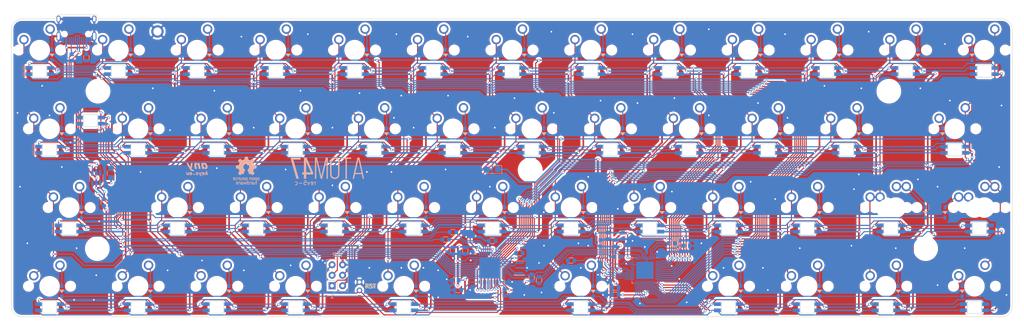
<source format=kicad_pcb>
(kicad_pcb (version 20211014) (generator pcbnew)
  (layers (0 "F.Cu" signal) (31 "B.Cu" signal) (34 "B.Paste" user) (35 "F.Paste" user) (36 "B.SilkS" user "B.Silkscreen") (37 "F.SilkS" user "F.Silkscreen") (38 "B.Mask" user) (39 "F.Mask" user) (44 "Edge.Cuts" user))
  (net 0 "")
  (net 1 "GND")
  (net 2 "VCC")
  (net 3 "RST")
  (net 4 "col7")
  (net 5 "col10")
  (net 6 "col11")
  (net 7 "col12")
  (net 8 "col2")
  (net 9 "col3")
  (net 10 "col4")
  (net 11 "col8")
  (net 12 "col9")
  (net 13 "row3")
  (net 14 "SCK")
  (net 15 "MOSI")
  (net 16 "MISO")
  (net 17 "Net-(D1-Pad2)")
  (net 18 "Net-(D2-Pad2)")
  (net 19 "Net-(D3-Pad2)")
  (net 20 "Net-(D4-Pad2)")
  (net 21 "Net-(D5-Pad2)")
  (net 22 "Net-(D6-Pad2)")
  (net 23 "Net-(D7-Pad2)")
  (net 24 "Net-(D8-Pad2)")
  (net 25 "Net-(D9-Pad2)")
  (net 26 "Net-(D10-Pad2)")
  (net 27 "Net-(D11-Pad2)")
  (net 28 "Net-(D12-Pad2)")
  (net 29 "Net-(D13-Pad2)")
  (net 30 "Net-(D14-Pad2)")
  (net 31 "Net-(D15-Pad2)")
  (net 32 "Net-(D16-Pad2)")
  (net 33 "Net-(D17-Pad2)")
  (net 34 "Net-(D18-Pad2)")
  (net 35 "Net-(D19-Pad2)")
  (net 36 "Net-(D20-Pad2)")
  (net 37 "Net-(D21-Pad2)")
  (net 38 "Net-(D22-Pad2)")
  (net 39 "Net-(D23-Pad2)")
  (net 40 "Net-(D24-Pad2)")
  (net 41 "Net-(D26-Pad2)")
  (net 42 "Net-(D27-Pad2)")
  (net 43 "Net-(D29-Pad2)")
  (net 44 "Net-(D30-Pad2)")
  (net 45 "Net-(D31-Pad2)")
  (net 46 "Net-(D32-Pad2)")
  (net 47 "Net-(D33-Pad2)")
  (net 48 "Net-(D34-Pad2)")
  (net 49 "Net-(D35-Pad2)")
  (net 50 "Net-(D36-Pad2)")
  (net 51 "Net-(D39-Pad2)")
  (net 52 "Net-(D40-Pad2)")
  (net 53 "Net-(D41-Pad2)")
  (net 54 "Net-(D42-Pad2)")
  (net 55 "Net-(D43-Pad2)")
  (net 56 "Net-(D49-Pad2)")
  (net 57 "Net-(D50-Pad2)")
  (net 58 "Net-(D52-Pad2)")
  (net 59 "Net-(D38-Pad2)")
  (net 60 "Net-(D45-Pad2)")
  (net 61 "Net-(D47-Pad2)")
  (net 62 "Net-(D51-Pad2)")
  (net 63 "Net-(D37-Pad2)")
  (net 64 "col0")
  (net 65 "D-")
  (net 66 "D+")
  (net 67 "VBUS")
  (net 69 "Net-(J1-Pad4)")
  (net 70 "col1")
  (net 71 "col5")
  (net 72 "col6")
  (net 73 "SW3")
  (net 74 "SW2")
  (net 75 "SW1")
  (net 76 "CS1")
  (net 77 "CS2")
  (net 78 "CS3")
  (net 79 "CS4")
  (net 80 "CS5")
  (net 81 "CS6")
  (net 82 "CS7")
  (net 83 "CS8")
  (net 84 "CS9")
  (net 85 "CS10")
  (net 86 "CS11")
  (net 87 "CS12")
  (net 88 "CS13")
  (net 89 "SW6")
  (net 90 "SW5")
  (net 91 "SW4")
  (net 92 "SW9")
  (net 93 "SW8")
  (net 94 "SW7")
  (net 95 "SW12")
  (net 96 "SW11")
  (net 97 "SW10")
  (net 98 "Net-(U1-Pad17)")
  (net 99 "Net-(U1-Pad16)")
  (net 100 "Net-(C5-Pad1)")
  (net 101 "Net-(R2-Pad2)")
  (net 102 "Net-(R4-Pad1)")
  (net 103 "SCL")
  (net 104 "SDA")
  (net 105 "Net-(R1-Pad2)")
  (net 106 "Net-(R5-Pad1)")
  (net 107 "Net-(R6-Pad1)")
  (net 108 "Net-(R7-Pad1)")
  (net 109 "+5V")
  (net 110 "Net-(U2-Pad1)")
  (net 111 "Net-(U2-Pad3)")
  (net 113 "Net-(J1-Pad10)")
  (footprint "Keeb_switches:CHERRY_PLATE_100H" (layer "F.Cu") (at 147.6375 28.575)
    (fp_text reference "K21" hide)
    (fp_text value "KEYSW" hide)
  )
  (footprint "Keeb_switches:CHERRY_PLATE_275H" (layer "F.Cu") (at 140.49375 66.675)
    (fp_text reference "K47" hide)
    (fp_text value "KEYSW" hide)
  )
  (footprint "Keeb_switches:CHERRY_PLATE_125H" (layer "F.Cu") (at 11.90625 28.575)
    (fp_text reference "K14" hide)
    (fp_text value "KEYSW" hide)
  )
  (footprint "Keeb_switches:CHERRY_PLATE_175H" (layer "F.Cu") (at 230.98125 28.575)
    (fp_text reference "K26" hide)
    (fp_text value "KEYSW" hide)
  )
  (footprint "footprints:vortex_standoff" (layer "F.Cu") (at 38.025 5.025)
    (fp_text reference "S6" hide)
    (fp_text value "STANDOFF" hide)
  )
  (footprint "Keeb_switches:CHERRY_PLATE_125H" (layer "F.Cu") (at 216.69375 47.625)
    (fp_text reference "K38" hide)
    (fp_text value "KEYSW" hide)
  )
  (footprint "Keeb_switches:CHERRY_PLATE_125H" (layer "F.Cu") (at 11.90626 66.675056)
    (fp_text reference "K40" hide)
    (fp_text value "KEYSW" hide)
  )
  (footprint "Keeb_switches:CHERRY_PLATE_125H" (layer "F.Cu") (at 235.74375 66.675)
    (fp_text reference "K52" hide)
    (fp_text value "KEYSW" hide)
  )
  (footprint "Keeb_switches:CHERRY_PLATE_175H" (layer "F.Cu") (at 97.63125 66.675)
    (fp_text reference "K45" hide)
    (fp_text value "KEYSW" hide)
  )
  (footprint "Keeb_switches:CHERRY_PLATE_100H" (layer "F.Cu") (at 9.525 9.525)
    (fp_text reference "K1" hide)
    (fp_text value "KEYSW" hide)
  )
  (footprint "Keeb_switches:CHERRY_PLATE_100H" (layer "F.Cu") (at 28.575 9.525)
    (fp_text reference "K2" hide)
    (fp_text value "KEYSW" hide)
  )
  (footprint "Keeb_switches:CHERRY_PLATE_100H" (layer "F.Cu") (at 47.625 9.525)
    (fp_text reference "K3" hide)
    (fp_text value "KEYSW" hide)
  )
  (footprint "Keeb_switches:CHERRY_PLATE_100H" (layer "F.Cu") (at 66.675 9.525)
    (fp_text reference "K4" hide)
    (fp_text value "KEYSW" hide)
  )
  (footprint "Keeb_switches:CHERRY_PLATE_100H" (layer "F.Cu") (at 85.725 9.525)
    (fp_text reference "K5" hide)
    (fp_text value "KEYSW" hide)
  )
  (footprint "Keeb_switches:CHERRY_PLATE_100H" (layer "F.Cu") (at 104.775 9.525)
    (fp_text reference "K6" hide)
    (fp_text value "KEYSW" hide)
  )
  (footprint "Keeb_switches:CHERRY_PLATE_100H" (layer "F.Cu") (at 123.825 9.525)
    (fp_text reference "K7" hide)
    (fp_text value "KEYSW" hide)
  )
  (footprint "Keeb_switches:CHERRY_PLATE_100H" (layer "F.Cu") (at 142.875 9.525)
    (fp_text reference "K8" hide)
    (fp_text value "KEYSW" hide)
  )
  (footprint "Keeb_switches:CHERRY_PLATE_100H" (layer "F.Cu") (at 161.925 9.525)
    (fp_text reference "K9" hide)
    (fp_text value "KEYSW" hide)
  )
  (footprint "Keeb_switches:CHERRY_PLATE_100H" (layer "F.Cu") (at 180.975 9.525)
    (fp_text reference "K10" hide)
    (fp_text value "KEYSW" hide)
  )
  (footprint "Keeb_switches:CHERRY_PLATE_100H" (layer "F.Cu") (at 200.025 9.525)
    (fp_text reference "K11" hide)
    (fp_text value "KEYSW" hide)
  )
  (footprint "Keeb_switches:CHERRY_PLATE_100H" (layer "F.Cu") (at 219.075 9.525)
    (fp_text reference "K12" hide)
    (fp_text value "KEYSW" hide)
  )
  (footprint "Keeb_switches:CHERRY_PLATE_100H" (layer "F.Cu") (at 238.125 9.525)
    (fp_text reference "K13" hide)
    (fp_text value "KEYSW" hide)
  )
  (footprint "Keeb_switches:CHERRY_PLATE_100H" (layer "F.Cu") (at 33.3375 28.575)
    (fp_text reference "K15" hide)
    (fp_text value "KEYSW" hide)
  )
  (footprint "Keeb_switches:CHERRY_PLATE_100H" (layer "F.Cu") (at 52.3875 28.575)
    (fp_text reference "K16" hide)
    (fp_text value "KEYSW" hide)
  )
  (footprint "Keeb_switches:CHERRY_PLATE_100H" (layer "F.Cu") (at 71.4375 28.575)
    (fp_text reference "K17" hide)
    (fp_text value "KEYSW" hide)
  )
  (footprint "Keeb_switches:CHERRY_PLATE_100H" (layer "F.Cu") (at 90.4875 28.575)
    (fp_text reference "K18" hide)
    (fp_text value "KEYSW" hide)
  )
  (footprint "Keeb_switches:CHERRY_PLATE_100H" (layer "F.Cu") (at 109.5375 28.575)
    (fp_text reference "K19" hide)
    (fp_text value "KEYSW" hide)
  )
  (footprint "Keeb_switches:CHERRY_PLATE_100H" (layer "F.Cu") (at 128.5875 28.575)
    (fp_text reference "K20" hide)
    (fp_text value "KEYSW" hide)
  )
  (footprint "Keeb_switches:CHERRY_PLATE_100H" (layer "F.Cu") (at 166.6875 28.575)
    (fp_text reference "K22" hide)
    (fp_text value "KEYSW" hide)
  )
  (footprint "Keeb_switches:CHERRY_PLATE_100H" (layer "F.Cu") (at 185.7375 28.575)
    (fp_text reference "K23" hide)
    (fp_text value "KEYSW" hide)
  )
  (footprint "Keeb_switches:CHERRY_PLATE_100H" (layer "F.Cu") (at 204.7875 28.575)
    (fp_text reference "K24" hide)
    (fp_text value "KEYSW" hide)
  )
  (footprint "Keeb_switches:CHERRY_PLATE_100H" (layer "F.Cu") (at 42.8625 47.625)
    (fp_text reference "K29" hide)
    (fp_text value "KEYSW" hide)
  )
  (footprint "Keeb_switches:CHERRY_PLATE_100H" (layer "F.Cu") (at 61.9125 47.625)
    (fp_text reference "K30" hide)
    (fp_text value "KEYSW" hide)
  )
  (footprint "Keeb_switches:CHERRY_PLATE_100H" (layer "F.Cu") (at 80.9625 47.625)
    (fp_text reference "K31" hide)
    (fp_text value "KEYSW" hide)
  )
  (footprint "Keeb_switches:CHERRY_PLATE_100H" (layer "F.Cu") (at 100.0125 47.625)
    (fp_text reference "K32" hide)
    (fp_text value "KEYSW" hide)
  )
  (footprint "Keeb_switches:CHERRY_PLATE_100H" (layer "F.Cu") (at 119.0625 47.625)
    (fp_text reference "K33" hide)
    (fp_text value "KEYSW" hide)
  )
  (footprint "Keeb_switches:CHERRY_PLATE_100H" (layer "F.Cu") (at 138.1125 47.625)
    (fp_text reference "K34" hide)
    (fp_text value "KEYSW" hide)
  )
  (footprint "Keeb_switches:CHERRY_PLATE_100H" (layer "F.Cu") (at 157.1625 47.625)
    (fp_text reference "K35" hide)
    (fp_text value "KEYSW" hide)
  )
  (footprint "Keeb_switches:CHERRY_PLATE_100H" (layer "F.Cu") (at 176.2125 47.625)
    (fp_text reference "K36" hide)
    (fp_text value "KEYSW" hide)
  )
  (footprint "Keeb_switches:CHERRY_PLATE_100H" (layer "F.Cu") (at 195.2625 47.625)
    (fp_text reference "K37" hide)
    (fp_text value "KEYSW" hide)
  )
  (footprint "Keeb_switches:CHERRY_PLATE_100H" (layer "F.Cu") (at 238.125 47.625)
    (fp_text reference "K39" hide)
    (fp_text value "KEYSW" hide)
  )
  (footprint "Keeb_switches:CHERRY_PLATE_100H" (layer "F.Cu") (at 33.3375 66.675)
    (fp_text reference "K41" hide)
    (fp_text value "KEYSW" hide)
  )
  (footprint "Keeb_switches:CHERRY_PLATE_100H" (layer "F.Cu") (at 52.3875 66.675)
    (fp_text reference "K42" hide)
    (fp_text value "KEYSW" hide)
  )
  (footprint "Keeb_switches:CHERRY_PLATE_100H" (layer "F.Cu") (at 71.4375 66.675)
    (fp_text reference "K43" hide)
    (fp_text value "KEYSW" hide)
  )
  (footprint "Keeb_switches:CHERRY_PLATE_100H" (layer "F.Cu") (at 176.2125 66.675)
    (fp_text reference "K49" hide)
    (fp_text value "KEYSW" hide)
  )
  (footprint "Keeb_switches:CHERRY_PLATE_100H" (layer "F.Cu") (at 195.2625 66.675)
    (fp_text reference "K50" hide)
    (fp_text value "KEYSW" hide)
  )
  (footprint "Keeb_switches:CHERRY_PLATE_100H" (layer "F.Cu") (at 214.312672 66.675)
    (fp_text reference "K51" hide)
    (fp_text value "KEYSW" hide)
  )
  (footprint "footprints:Vortex_Core_screw" (layer "F.Cu") (at 223.925 57.575)
    (fp_text reference "S5" hide)
    (fp_text value "SCREW" hide)
  )
  (footprint "footprints:Vortex_Core_screw" (layer "F.Cu") (at 23.475 57.575)
    (fp_text reference "S4" hide)
    (fp_text value "SCREW" hide)
  )
  (footprint "Keeb_switches:CHERRY_PLATE_175H" (layer "F.Cu") (at 16.66875 47.625)
    (fp_text reference "K27" hide)
    (fp_text value "KEYSW" hide)
  )
  (footprint "footprints:Vortex_Core_screw" (layer "F.Cu") (at 23.625 19.475)
    (fp_text reference "S1" hide)
    (fp_text value "SCREW" hide)
  )
  (footprint "footprints:Vortex_Core_screw" (layer "F.Cu") (at 128.225 38.575)
    (fp_text reference "S3" hide)
    (fp_text value "SCREW" hide)
  )
  (footprint "footprints:Vortex_Core_screw" (layer "F.Cu") (at 215.025 19.475)
    (fp_text reference "S2" hide)
    (fp_text value "SCREW" hide)
  )
  (footprint "footprints:reset" (layer "F.Cu") (at 86.91569 66.675048)
    (fp_text reference "JP1" hide)
    (fp_text value "Jumper" hide)
  )
  (footprint "Keeb_switches:CHERRY_PLATE_125H" (layer "F.Cu") (at 235.743948 47.62504)
    (fp_text reference "K39-1" hide)
    (fp_text value "KEYSW" hide)
  )
  (footprint "Keeb_switches:CHERRY_PLATE_100H" (layer "F.Cu") (at 214.31268 47.62504)
    (fp_text reference "K38-1" hide)
    (fp_text value "KEYSW" hide)
  )
  (footprint "Keeb_components:D_SOD-323" (layer "B.Cu") (at 217.289245 67.865674 90)
    (fp_text reference "D51")
    (fp_text value "D" hide)
  )
  (footprint "Keeb_components:D_SOD-323" (layer "B.Cu") (at 232.767383 67.865674 90)
    (fp_text reference "D52")
    (fp_text value "D" hide)
  )
  (footprint "Keeb_components:D_SOD-323" (layer "B.Cu") (at 100.607897 67.865674 90)
    (fp_text reference "D45")
    (fp_text value "D" hide)
  )
  (footprint "Keeb_components:D_SOD-323" (layer "B.Cu") (at 179.189213 67.865674 90)
    (fp_text reference "D49")
    (fp_text value "D" hide)
  )
  (footprint "Keeb_components:D_SOD-323" (layer "B.Cu") (at 74.414125 67.865674 90)
    (fp_text reference "D43")
    (fp_text value "D" hide)
  )
  (footprint "Keeb_components:D_SOD-323" (layer "B.Cu") (at 198.239229 67.865674 90)
    (fp_text reference "D50")
    (fp_text value "D" hide)
  )
  (footprint "Keeb_components:D_SOD-323" (layer "B.Cu") (at 143.470433 67.865674 90)
    (fp_text reference "D47")
    (fp_text value "D" hide)
  )
  (footprint "Keeb_components:D_SOD-323" (layer "B.Cu") (at 160.139197 48.815658 90)
    (fp_text reference "D35")
    (fp_text value "D" hide)
  )
  (footprint "Keeb_components:D_SOD-323" (layer "B.Cu") (at 36.314093 67.865674 90)
    (fp_text reference "D41")
    (fp_text value "D" hide)
  )
  (footprint "Keeb_components:D_SOD-323" (layer "B.Cu") (at 14.882825 67.865674 90)
    (fp_text reference "D40")
    (fp_text value "D" hide)
  )
  (footprint "Keeb_components:D_SOD-323" (layer "B.Cu") (at 141.089181 48.815658 90)
    (fp_text reference "D34")
    (fp_text value "D" hide)
  )
  (footprint "Keeb_components:D_SOD-323" (layer "B.Cu") (at 228.599992 48.815658 90)
    (fp_text reference "D39")
    (fp_text value "D" hide)
  )
  (footprint "Keeb_components:D_SOD-323" (layer "B.Cu") (at 223.837688 48.815658 90)
    (fp_text reference "D38")
    (fp_text value "D" hide)
  )
  (footprint "Keeb_components:D_SOD-323" (layer "B.Cu") (at 198.239229 48.815658 90)
    (fp_text reference "D37")
    (fp_text value "D" hide)
  )
  (footprint "Keeb_components:D_SOD-323" (layer "B.Cu") (at 179.189213 48.815658 90)
    (fp_text reference "D36")
    (fp_text value "D" hide)
  )
  (footprint "Keeb_components:D_SOD-323" (layer "B.Cu") (at 122.039165 48.815658 90)
    (fp_text reference "D33")
    (fp_text value "D" hide)
  )
  (footprint "Keeb_components:D_SOD-323" (layer "B.Cu") (at 83.939133 48.815658 90)
    (fp_text reference "D31")
    (fp_text value "D" hide)
  )
  (footprint "Keeb_components:D_SOD-323" (layer "B.Cu") (at 64.889117 48.815658 90)
    (fp_text reference "D30")
    (fp_text value "D" hide)
  )
  (footprint "Keeb_components:D_SOD-323" (layer "B.Cu") (at 69.651621 10.715626 90)
    (fp_text reference "D4")
    (fp_text value "D" hide)
  )
  (footprint "Keeb_components:D_SOD-323" (layer "B.Cu") (at 228.004879 29.765642 90)
    (fp_text reference "D26")
    (fp_text value "D" hide)
  )
  (footprint "Keeb_components:D_SOD-323" (layer "B.Cu") (at 188.714221 29.765642 90)
    (fp_text reference "D23")
    (fp_text value "D" hide)
  )
  (footprint "Keeb_components:D_SOD-323" (layer "B.Cu") (at 12.501565 10.715618 90)
    (fp_text reference "D1")
    (fp_text value "D" hide)
  )
  (footprint "Keeb_components:D_SOD-323" (layer "B.Cu") (at 169.664205 29.765642 90)
    (fp_text reference "D22")
    (fp_text value "D" hide)
  )
  (footprint "Keeb_components:D_SOD-323" (layer "B.Cu") (at 203.001733 10.715626 90)
    (fp_text reference "D11")
    (fp_text value "D" hide)
  )
  (footprint "Keeb_components:D_SOD-323" (layer "B.Cu") (at 150.614189 29.765642 90)
    (fp_text reference "D21")
    (fp_text value "D" hide)
  )
  (footprint "Keeb_components:D_SOD-323" (layer "B.Cu") (at 131.564173 29.765642 90)
    (fp_text reference "D20")
    (fp_text value "D" hide)
  )
  (footprint "Keeb_components:D_SOD-323" (layer "B.Cu") (at 145.851685 10.715626 90)
    (fp_text reference "D8")
    (fp_text value "D" hide)
  )
  (footprint "Keeb_components:D_SOD-323" (layer "B.Cu") (at 88.701637 10.715626 90)
    (fp_text reference "D5")
    (fp_text value "D" hide)
  )
  (footprint "Keeb_components:D_SOD-323" (layer "B.Cu") (at 55.364109 29.765642 90)
    (fp_text reference "D16")
    (fp_text value "D" hide)
  )
  (footprint "Keeb_components:D_SOD-323" (layer "B.Cu") (at 36.314093 29.765642 90)
    (fp_text reference "D15")
    (fp_text value "D" hide)
  )
  (footprint "Keeb_components:D_SOD-323" (layer "B.Cu") (at 126.801669 10.715626 90)
    (fp_text reference "D7")
    (fp_text value "D" hide)
  )
  (footprint "Keeb_components:D_SOD-323" (layer "B.Cu") (at 93.464141 29.765642 90)
    (fp_text reference "D18")
    (fp_text value "D" hide)
  )
  (footprint "Keeb_components:D_SOD-323" (layer "B.Cu") (at 235.148635 10.715626 90)
    (fp_text reference "D13")
    (fp_text value "D" hide)
  )
  (footprint "Keeb_components:D_SOD-323" (layer "B.Cu") (at 74.414125 29.765642 90)
    (fp_text reference "D17")
    (fp_text value "D" hide)
  )
  (footprint "Keeb_components:D_SOD-323" (layer "B.Cu") (at 164.901701 10.715626 90)
    (fp_text reference "D9")
    (fp_text value "D" hide)
  )
  (footprint "Keeb_components:D_SOD-323" (layer "B.Cu") (at 50.601605 10.715626 90)
    (fp_text reference "D3")
    (fp_text value "D" hide)
  )
  (footprint "Keeb_components:D_SOD-323" (layer "B.Cu") (at 55.364109 67.865674 90)
    (fp_text reference "D42")
    (fp_text value "D" hide)
  )
  (footprint "Keeb_components:D_SOD-323" (layer "B.Cu") (at 183.951717 10.715626 90)
    (fp_text reference "D10")
    (fp_text value "D" hide)
  )
  (footprint "Keeb_components:D_SOD-323" (layer "B.Cu") (at 207.764237 29.765642 90)
    (fp_text reference "D24")
    (fp_text value "D" hide)
  )
  (footprint "Keeb_components:D_SOD-323" (layer "B.Cu") (at 112.514157 29.765642 90)
    (fp_text reference "D19")
    (fp_text value "D" hide)
  )
  (footprint "Keeb_components:D_SOD-323" (layer "B.Cu") (at 14.882825 29.765642 90)
    (fp_text reference "D14")
    (fp_text value "D" hide)
  )
  (footprint "Keeb_components:D_SOD-323" (layer "B.Cu") (at 107.751653 10.715626 90)
    (fp_text reference "D6")
    (fp_text value "D" hide)
  )
  (footprint "Keeb_components:D_SOD-323" (layer "B.Cu") (at 222.051749 10.715626 90)
    (fp_text reference "D12")
    (fp_text value "D" hide)
  )
  (footprint "Keeb_components:D_SOD-323" (layer "B.Cu") (at 102.989149 48.815658 90)
    (fp_text reference "D32")
    (fp_text value "D" hide)
  )
  (footprint "Keeb_components:D_SOD-323" (layer "B.Cu") (at 19.645329 48.815658 90)
    (fp_text reference "D27")
    (fp_text value "D" hide)
  )
  (footprint "Keeb_components:D_SOD-323" (layer "B.Cu") (at 45.839101 48.815658 90)
    (fp_text reference "D29")
    (fp_text value "D" hide)
  )
  (footprint "Keeb_components:isp_standard" (layer "B.Cu") (at 81.557873 64.015979)
    (fp_text reference "J2" hide)
    (fp_text value "ISP")
  )
  (footprint "Keeb_components:D_SOD-323" (layer "B.Cu") (at 31.551589 10.715626 90)
    (fp_text reference "D2")
    (fp_text value "D" hide)
  )
  (footprint "Keeb_components:USBLC6-2SC6" (layer "B.Cu") (at 23.217207 40.481284 90)
    (fp_text reference "U2" hide)
    (fp_text value "USBLC6-2SC6" hide)
  )
  (footprint "Keeb_components:Resonator_SMD_muRata_CSTNExxV-3Pin-p1.2" (layer "B.Cu") (at 125.611035 62.23004 90)
    (fp_text reference "X1" hide)
    (fp_text value "16mhz")
  )
  (footprint "Keeb_components:R_0603" (layer "B.Cu") (at 25.003146 46.434414 90)
    (fp_text reference "F1" hide)
    (fp_text value "Polyfuse_Small" hide)
  )
  (footprint "Keeb_components:CP-6028SMDRGB-CA" (layer "B.Cu") (at 140.49375 71.755 180)
    (fp_text reference "RGB47")
    (fp_text value "RGB_6028" hide)
    (fp_line (start -1.75 1.2) (end -1.75 -1.2) (layer "Edge.Cuts") (width 0.12))
    (fp_line (start 1.75 -1.2) (end 1.75 1.2) (layer "Edge.Cuts") (width 0.12))
    (fp_line (start 1.45 1.5) (end -1.45 1.5) (layer "Edge.Cuts") (width 0.12))
    (fp_line (start -1.45 -1.5) (end 1.45 -1.5) (layer "Edge.Cuts") (width 0.12))
    (fp_arc (start -1.75 -1.2) (mid -1.662132 -1.412132) (end -1.45 -1.5) (layer "Edge.Cuts") (width 0.12))
    (fp_arc (start 1.45 -1.5) (mid 1.662132 -1.412132) (end 1.75 -1.2) (layer "Edge.Cuts") (width 0.12))
    (fp_arc (start -1.45 1.5) (mid -1.662132 1.412132) (end -1.75 1.2) (layer "Edge.Cuts") (width 0.12))
    (fp_arc (start 1.75 1.2) (mid 1.662132 1.412132) (end 1.45 1.5) (layer "Edge.Cuts") (width 0.12))
  )
  (footprint "Keeb_components:R_0603" (layer "B.Cu") (at 109.537592 53.57817)
    (fp_text reference "R1" hide)
    (fp_text value "22" hide)
  )
  (footprint "footprints:Atom47_small" (layer "B.Cu") (at 79.176429 38.099992 180)
    (fp_text reference "G***" hide)
    (fp_text value "LOGO" hide)
  )
  (footprint "Keeb_components:CP-6028SMDRGB-CA" (layer "B.Cu") (at 85.725 14.605 180)
    (fp_text reference "RGB5")
    (fp_text value "RGB_6028" hide)
    (fp_line (start 1.45 1.5) (end -1.45 1.5) (layer "Edge.Cuts") (width 0.12))
    (fp_line (start -1.75 1.2) (end -1.75 -1.2) (layer "Edge.Cuts") (width 0.12))
    (fp_line (start 1.75 -1.2) (end 1.75 1.2) (layer "Edge.Cuts") (width 0.12))
    (fp_line (start -1.45 -1.5) (end 1.45 -1.5) (layer "Edge.Cuts") (width 0.12))
    (fp_arc (start 1.75 1.2) (mid 1.662132 1.412132) (end 1.45 1.5) (layer "Edge.Cuts") (width 0.12))
    (fp_arc (start -1.75 -1.2) (mid -1.662132 -1.412132) (end -1.45 -1.5) (layer "Edge.Cuts") (width 0.12))
    (fp_arc (start -1.45 1.5) (mid -1.662132 1.412132) (end -1.75 1.2) (layer "Edge.Cuts") (width 0.12))
    (fp_arc (start 1.45 -1.5) (mid 1.662132 -1.412132) (end 1.75 -1.2) (layer "Edge.Cuts") (width 0.12))
  )
  (footprint "Package_DFN_QFN:QFN-48-1EP_6x6mm_P0.4mm_EP4.2x4.2mm" (layer "B.Cu") (at 155.971998 62.825353 180)
    (fp_text reference "U3")
    (fp_text value "IS31FL3733B-QFLS4-TR")
  )
  (footprint "Keeb_components:CP-6028SMDRGB-CA" (layer "B.Cu") (at 90.4875 33.655 180)
    (fp_text reference "RGB18")
    (fp_text value "RGB_6028" hide)
    (fp_line (start -1.75 1.2) (end -1.75 -1.2) (layer "Edge.Cuts") (width 0.12))
    (fp_line (start -1.45 -1.5) (end 1.45 -1.5) (layer "Edge.Cuts") (width 0.12))
    (fp_line (start 1.75 -1.2) (end 1.75 1.2) (layer "Edge.Cuts") (width 0.12))
    (fp_line (start 1.45 1.5) (end -1.45 1.5) (layer "Edge.Cuts") (width 0.12))
    (fp_arc (start -1.45 1.5) (mid -1.662132 1.412132) (end -1.75 1.2) (layer "Edge.Cuts") (width 0.12))
    (fp_arc (start -1.75 -1.2) (mid -1.662132 -1.412132) (end -1.45 -1.5) (layer "Edge.Cuts") (width 0.12))
    (fp_arc (start 1.75 1.2) (mid 1.662132 1.412132) (end 1.45 1.5) (layer "Edge.Cuts") (width 0.12))
    (fp_arc (start 1.45 -1.5) (mid 1.662132 -1.412132) (end 1.75 -1.2) (layer "Edge.Cuts") (width 0.12))
  )
  (footprint "Keeb_components:C_0603" (layer "B.Cu") (at 148.828242 68.778483 180)
    (fp_text reference "C10" hide)
    (fp_text value "0.1u" hide)
  )
  (footprint "Keeb_components:C_0603" (layer "B.Cu") (at 147.042303 54.490971 -90)
    (fp_text reference "C12" hide)
    (fp_text value "0.1u" hide)
  )
  (footprint "Keeb_components:C_0603" (layer "B.Cu") (at 150.614181 54.490971 -90)
    (fp_text reference "C11" hide)
    (fp_text value "0.47u" hide)
  )
  (footprint "Keeb_components:CP-6028SMDRGB-CA" (layer "B.Cu") (at 185.7375 33.655 180)
    (fp_text reference "RGB23")
    (fp_text value "RGB_6028" hide)
    (fp_line (start 1.75 -1.2) (end 1.75 1.2) (layer "Edge.Cuts") (width 0.12))
    (fp_line (start 1.45 1.5) (end -1.45 1.5) (layer "Edge.Cuts") (width 0.12))
    (fp_line (start -1.75 1.2) (end -1.75 -1.2) (layer "Edge.Cuts") (width 0.12))
    (fp_line (start -1.45 -1.5) (end 1.45 -1.5) (layer "Edge.Cuts") (width 0.12))
    (fp_arc (start -1.75 -1.2) (mid -1.662132 -1.412132) (end -1.45 -1.5) (layer "Edge.Cuts") (width 0.12))
    (fp_arc (start -1.45 1.5) (mid -1.662132 1.412132) (end -1.75 1.2) (layer "Edge.Cuts") (width 0.12))
    (fp_arc (start 1.75 1.2) (mid 1.662132 1.412132) (end 1.45 1.5) (layer "Edge.Cuts") (width 0.12))
    (fp_arc (start 1.45 -1.5) (mid 1.662132 -1.412132) (end 1.75 -1.2) (layer "Edge.Cuts") (width 0.12))
  )
  (footprint "Keeb_components:R_0603" (layer "B.Cu") (at 110.72821 67.587857 180)
    (fp_text reference "R4" hide)
    (fp_text value "10k" hide)
  )
  (footprint "footprints:oshw" (layer "B.Cu") (at 59.5311 38.695305 180)
    (fp_text reference "G***" hide)
    (fp_text value "LOGO" hide)
  )
  (footprint "Keeb_components:CP-6028SMDRGB-CA" (layer "B.Cu") (at 11.90625 33.655 180)
    (fp_text reference "RGB14")
    (fp_text value "RGB_6028" hide)
    (fp_line (start 1.75 -1.2) (end 1.75 1.2) (layer "Edge.Cuts") (width 0.12))
    (fp_line (start 1.45 1.5) (end -1.45 1.5) (layer "Edge.Cuts") (width 0.12))
    (fp_line (start -1.75 1.2) (end -1.75 -1.2) (layer "Edge.Cuts") (width 0.12))
    (fp_line (start -1.45 -1.5) (end 1.45 -1.5) (layer "Edge.Cuts") (width 0.12))
    (fp_arc (start -1.75 -1.2) (mid -1.662132 -1.412132) (end -1.45 -1.5) (layer "Edge.Cuts") (width 0.12))
    (fp_arc (start 1.75 1.2) (mid 1.662132 1.412132) (end 1.45 1.5) (layer "Edge.Cuts") (width 0.12))
    (fp_arc (start -1.45 1.5) (mid -1.662132 1.412132) (end -1.75 1.2) (layer "Edge.Cuts") (width 0.12))
    (fp_arc (start 1.45 -1.5) (mid 1.662132 -1.412132) (end 1.75 -1.2) (layer "Edge.Cuts") (width 0.12))
  )
  (footprint "Keeb_components:CP-6028SMDRGB-CA" (layer "B.Cu") (at 119.0625 52.705 180)
    (fp_text reference "RGB33")
    (fp_text value "RGB_6028" hide)
    (fp_line (start -1.45 -1.5) (end 1.45 -1.5) (layer "Edge.Cuts") (width 0.12))
    (fp_line (start 1.75 -1.2) (end 1.75 1.2) (layer "Edge.Cuts") (width 0.12))
    (fp_line (start 1.45 1.5) (end -1.45 1.5) (layer "Edge.Cuts") (width 0.12))
    (fp_line (start -1.75 1.2) (end -1.75 -1.2) (layer "Edge.Cuts") (width 0.12))
    (fp_arc (start 1.45 -1.5) (mid 1.662132 -1.412132) (end 1.75 -1.2) (layer "Edge.Cuts") (width 0.12))
    (fp_arc (start 1.75 1.2) (mid 1.662132 1.412132) (end 1.45 1.5) (layer "Edge.Cuts") (width 0.12))
    (fp_arc (start -1.75 -1.2) (mid -1.662132 -1.412132) (end -1.45 -1.5) (layer "Edge.Cuts") (width 0.12))
    (fp_arc (start -1.45 1.5) (mid -1.662132 1.412132) (end -1.75 1.2) (layer "Edge.Cuts") (width 0.12))
  )
  (footprint "Keeb_components:R_0603" (layer "B.Cu") (at 17.264077 11.310947 -90)
    (fp_text reference "R10" hide)
    (fp_text value "5.1k")
  )
  (footprint "Keeb_components:HRO-TYPE-C-31-M-12" (layer "B.Cu") (at 18.415 -0.595313 180)
    (fp_text reference "J1")
    (fp_text value "HRO-TYPE-C-31-M-12")
  )
  (footprint "Keeb_components:C_0603" (layer "B.Cu") (at 148.828242 66.992544 180)
    (fp_text reference "C9" hide)
    (fp_text value "0.47u" hide)
  )
  (footprint "Keeb_components:CP-6028SMDRGB-CA" (layer "B.Cu") (at 214.3125 71.755 180)
    (fp_text reference "RGB51")
    (fp_text value "RGB_6028" hide)
    (fp_line (start 1.75 -1.2) (end 1.75 1.2) (layer "Edge.Cuts") (width 0.12))
    (fp_line (start 1.45 1.5) (end -1.45 1.5) (layer "Edge.Cuts") (width 0.12))
    (fp_line (start -1.45 -1.5) (end 1.45 -1.5) (layer "Edge.Cuts") (width 0.12))
    (fp_line (start -1.75 1.2) (end -1.75 -1.2) (layer "Edge.Cuts") (width 0.12))
    (fp_arc (start -1.45 1.5) (mid -1.662132 1.412132) (end -1.75 1.2) (layer "Edge.Cuts") (width 0.12))
    (fp_arc (start -1.75 -1.2) (mid -1.662132 -1.412132) (end -1.45 -1.5) (layer "Edge.Cuts") (width 0.12))
    (fp_arc (start 1.45 -1.5) (mid 1.662132 -1.412132) (end 1.75 -1.2) (layer "Edge.Cuts") (width 0.12))
    (fp_arc (start 1.75 1.2) (mid 1.662132 1.412132) (end 1.45 1.5) (layer "Edge.Cuts") (width 0.12))
  )
  (footprint "Keeb_components:CP-6028SMDRGB-CA" (layer "B.Cu") (at 100.0125 52.705 180)
    (fp_text reference "RGB32")
    (fp_text value "RGB_6028" hide)
    (fp_line (start 1.75 -1.2) (end 1.75 1.2) (layer "Edge.Cuts") (width 0.12))
    (fp_line (start -1.75 1.2) (end -1.75 -1.2) (layer "Edge.Cuts") (width 0.12))
    (fp_line (start -1.45 -1.5) (end 1.45 -1.5) (layer "Edge.Cuts") (width 0.12))
    (fp_line (start 1.45 1.5) (end -1.45 1.5) (layer "Edge.Cuts") (width 0.12))
    (fp_arc (start -1.45 1.5) (mid -1.662132 1.412132) (end -1.75 1.2) (layer "Edge.Cuts") (width 0.12))
    (fp_arc (start -1.75 -1.2) (mid -1.662132 -1.412132) (end -1.45 -1.5) (layer "Edge.Cuts") (width 0.12))
    (fp_arc (start 1.75 1.2) (mid 1.662132 1.412132) (end 1.45 1.5) (layer "Edge.Cuts") (width 0.12))
    (fp_arc (start 1.45 -1.5) (mid 1.662132 -1.412132) (end 1.75 -1.2) (layer "Edge.Cuts") (width 0.12))
  )
  (footprint "Keeb_components:CP-6028SMDRGB-CA" (layer "B.Cu") (at 16.66875 52.705 180)
    (fp_text reference "RGB27")
    (fp_text value "RGB_6028" hide)
    (fp_line (start -1.45 -1.5) (end 1.45 -1.5) (layer "Edge.Cuts") (width 0.12))
    (fp_line (start 1.75 -1.2) (end 1.75 1.2) (layer "Edge.Cuts") (width 0.12))
    (fp_line (start 1.45 1.5) (end -1.45 1.5) (layer "Edge.Cuts") (width 0.12))
    (fp_line (start -1.75 1.2) (end -1.75 -1.2) (layer "Edge.Cuts") (width 0.12))
    (fp_arc (start -1.45 1.5) (mid -1.662132 1.412132) (end -1.75 1.2) (layer "Edge.Cuts") (width 0.12))
    (fp_arc (start 1.75 1.2) (mid 1.662132 1.412132) (end 1.45 1.5) (layer "Edge.Cuts") (width 0.12))
    (fp_arc (start -1.75 -1.2) (mid -1.662132 -1.412132) (end -1.45 -1.5) (layer "Edge.Cuts") (width 0.12))
    (fp_arc (start 1.45 -1.5) (mid 1.662132 -1.412132) (end 1.75 -1.2) (layer "Edge.Cuts") (width 0.12))
  )
  (footprint "Keeb_components:C_0603" (layer "B.Cu") (at 119.062592 55.681597 180)
    (fp_text reference "C5" hide)
    (fp_text value "1u" hide)
  )
  (footprint "Keeb_components:CP-6028SMDRGB-CA" (layer "B.Cu") (at 42.8625 52.705 180)
    (fp_text reference "RGB29")
    (fp_text value "RGB_6028" hide)
    (fp_line (start -1.45 -1.5) (end 1.45 -1.5) (layer "Edge.Cuts") (width 0.12))
    (fp_line (start 1.45 1.5) (end -1.45 1.5) (layer "Edge.Cuts") (width 0.12))
    (fp_line (start -1.75 1.2) (end -1.75 -1.2) (layer "Edge.Cuts") (width 0.12))
    (fp_line (start 1.75 -1.2) (end 1.75 1.2) (layer "Edge.Cuts") (width 0.12))
    (fp_arc (start -1.75 -1.2) (mid -1.662132 -1.412132) (end -1.45 -1.5) (layer "Edge.Cuts") (width 0.12))
    (fp_arc (start 1.75 1.2) (mid 1.662132 1.412132) (end 1.45 1.5) (layer "Edge.Cuts") (width 0.12))
    (fp_arc (start 1.45 -1.5) (mid 1.662132 -1.412132) (end 1.75 -1.2) (layer "Edge.Cuts") (width 0.12))
    (fp_arc (start -1.45 1.5) (mid -1.662132 1.412132) (end -1.75 1.2) (layer "Edge.Cuts") (width 0.12))
  )
  (footprint "Keeb_components:CP-6028SMDRGB-CA" (layer "B.Cu") (at 236.934392 52.705 180)
    (fp_text reference "RGB39")
    (fp_text value "RGB_6028" hide)
    (fp_line (start -1.75 1.2) (end -1.75 -1.2) (layer "Edge.Cuts") (width 0.12))
    (fp_line (start -1.45 -1.5) (end 1.45 -1.5) (layer "Edge.Cuts") (width 0.12))
    (fp_line (start 1.75 -1.2) (end 1.75 1.2) (layer "Edge.Cuts") (width 0.12))
    (fp_line (start 1.45 1.5) (end -1.45 1.5) (layer "Edge.Cuts") (width 0.12))
    (fp_arc (start -1.45 1.5) (mid -1.662132 1.412132) (end -1.75 1.2) (layer "Edge.Cuts") (width 0.12))
    (fp_arc (start 1.75 1.2) (mid 1.662132 1.412132) (end 1.45 1.5) (layer "Edge.Cuts") (width 0.12))
    (fp_arc (start 1.45 -1.5) (mid 1.662132 -1.412132) (end 1.75 -1.2) (layer "Edge.Cuts") (width 0.12))
    (fp_arc (start -1.75 -1.2) (mid -1.662132 -1.412132) (end -1.45 -1.5) (layer "Edge.Cuts") (width 0.12))
  )
  (footprint "Keeb_components:CP-6028SMDRGB-CA" (layer "B.Cu") (at 52.3875 33.655 180)
    (fp_text reference "RGB16")
    (fp_text value "RGB_6028" hide)
    (fp_line (start -1.45 -1.5) (end 1.45 -1.5) (layer "Edge.Cuts") (width 0.12))
    (fp_line (start 1.45 1.5) (end -1.45 1.5) (layer "Edge.Cuts") (width 0.12))
    (fp_line (start 1.75 -1.2) (end 1.75 1.2) (layer "Edge.Cuts") (width 0.12))
    (fp_line (start -1.75 1.2) (end -1.75 -1.2) (layer "Edge.Cuts") (width 0.12))
    (fp_arc (start 1.45 -1.5) (mid 1.662132 -1.412132) (end 1.75 -1.2) (layer "Edge.Cuts") (width 0.12))
    (fp_arc (start 1.75 1.2) (mid 1.662132 1.412132) (end 1.45 1.5) (layer "Edge.Cuts") (width 0.12))
    (fp_arc (start -1.45 1.5) (mid -1.662132 1.412132) (end -1.75 1.2) (layer "Edge.Cuts") (width 0.12))
    (fp_arc (start -1.75 -1.2) (mid -1.662132 -1.412132) (end -1.45 -1.5) (layer "Edge.Cuts") (width 0.12))
  )
  (footprint "Keeb_components:C_0603" (layer "B.Cu") (at 122.039157 68.18317 -90)
    (fp_text reference "C1" hide)
    (fp_text value "0.1u" hide)
  )
  (footprint "Keeb_components:ATMEGA32U4-MU" (layer "B.Cu") (at 118.467279 62.23004 -90)
    (fp_text reference "U1" hide)
    (fp_text value "ATmega32U4")
  )
  (footprint "Keeb_components:CP-6028SMDRGB-CA" (layer "B.Cu") (at 235.74375 71.755 180)
    (fp_text reference "RGB52")
    (fp_text value "RGB_6028" hide)
    (fp_line (start -1.45 -1.5) (end 1.45 -1.5) (layer "Edge.Cuts") (width 0.12))
    (fp_line (start -1.75 1.2) (end -1.75 -1.2) (layer "Edge.Cuts") (width 0.12))
    (fp_line (start 1.45 1.5) (end -1.45 1.5) (layer "Edge.Cuts") (width 0.12))
    (fp_line (start 1.75 -1.2) (end 1.75 1.2) (layer "Edge.Cuts") (width 0.12))
    (fp_arc (start 1.45 -1.5) (mid 1.662132 -1.412132) (end 1.75 -1.2) (layer "Edge.Cuts") (width 0.12))
    (fp_arc (start 1.75 1.2) (mid 1.662132 1.412132) (end 1.45 1.5) (layer "Edge.Cuts") (width 0.12))
    (fp_arc (start -1.75 -1.2) (mid -1.662132 -1.412132) (end -1.45 -1.5) (layer "Edge.Cuts") (width 0.12))
    (fp_arc (start -1.45 1.5) (mid -1.662132 1.412132) (end -1.75 1.2) (layer "Edge.Cuts") (width 0.12))
  )
  (footprint "Keeb_components:CP-6028SMDRGB-CA" (layer "B.Cu") (at 147.6375 33.655 180)
    (fp_text reference "RGB21")
    (fp_text value "RGB_6028" hide)
    (fp_line (start -1.75 1.2) (end -1.75 -1.2) (layer "Edge.Cuts") (width 0.12))
    (fp_line (start -1.45 -1.5) (end 1.45 -1.5) (layer "Edge.Cuts") (width 0.12))
    (fp_line (start 1.75 -1.2) (end 1.75 1.2) (layer "Edge.Cuts") (width 0.12))
    (fp_line (start 1.45 1.5) (end -1.45 1.5) (layer "Edge.Cuts") (width 0.12))
    (fp_arc (start 1.45 -1.5) (mid 1.662132 -1.412132) (end 1.75 -1.2) (layer "Edge.Cuts") (width 0.12))
    (fp_arc (start -1.45 1.5) (mid -1.662132 1.412132) (end -1.75 1.2) (layer "Edge.Cuts") (width 0.12))
    (fp_arc (start 1.75 1.2) (mid 1.662132 1.412132) (end 1.45 1.5) (layer "Edge.Cuts") (width 0.12))
    (fp_arc (start -1.75 -1.2) (mid -1.662132 -1.412132) (end -1.45 -1.5) (layer "Edge.Cuts") (width 0.12))
  )
  (footprint "Keeb_components:CP-6028SMDRGB-CA" (layer "B.Cu") (at 157.1625 52.705 180)
    (fp_text reference "RGB35")
    (fp_text value "RGB_6028" hide)
    (fp_line (start -1.45 -1.5) (end 1.45 -1.5) (layer "Edge.Cuts") (width 0.12))
    (fp_line (start 1.45 1.5) (end -1.45 1.5) (layer "Edge.Cuts") (width 0.12))
    (fp_line (start 1.75 -1.2) (end 1.75 1.2) (layer "Edge.Cuts") (width 0.12))
    (fp_line (start -1.75 1.2) (end -1.75 -1.2) (layer "Edge.Cuts") (width 0.12))
    (fp_arc (start 1.45 -1.5) (mid 1.662132 -1.412132) (end 1.75 -1.2) (layer "Edge.Cuts") (width 0.12))
    (fp_arc (start 1.75 1.2) (mid 1.662132 1.412132) (end 1.45 1.5) (layer "Edge.Cuts") (width 0.12))
    (fp_arc (start -1.45 1.5) (mid -1.662132 1.412132) (end -1.75 1.2) (layer "Edge.Cuts") (width 0.12))
    (fp_arc (start -1.75 -1.2) (mid -1.662132 -1.412132) (end -1.45 -1.5) (layer "Edge.Cuts") (width 0.12))
  )
  (footprint "Keeb_components:R_0603" (layer "B.Cu") (at 130.373539 65.206605 -90)
    (fp_text reference "R9" hide)
    (fp_text value "2k" hide)
  )
  (footprint "Keeb_components:CP-6028SMDRGB-CA" (layer "B.Cu") (at 80.9625 52.705 180)
    (fp_text reference "RGB31")
    (fp_text value "RGB_6028" hide)
    (fp_line (start 1.45 1.5) (end -1.45 1.5) (layer "Edge.Cuts") (width 0.12))
    (fp_line (start -1.75 1.2) (end -1.75 -1.2) (layer "Edge.Cuts") (width 0.12))
    (fp_line (start 1.75 -1.2) (end 1.75 1.2) (layer "Edge.Cuts") (width 0.12))
    (fp_line (start -1.45 -1.5) (end 1.45 -1.5) (layer "Edge.Cuts") (width 0.12))
    (fp_arc (start 1.75 1.2) (mid 1.662132 1.412132) (end 1.45 1.5) (layer "Edge.Cuts") (width 0.12))
    (fp_arc (start -1.45 1.5) (mid -1.662132 1.412132) (end -1.75 1.2) (layer "Edge.Cuts") (width 0.12))
    (fp_arc (start -1.75 -1.2) (mid -1.662132 -1.412132) (end -1.45 -1.5) (layer "Edge.Cuts") (width 0.12))
    (fp_arc (start 1.45 -1.5) (mid 1.662132 -1.412132) (end 1.75 -1.2) (layer "Edge.Cuts") (width 0.12))
  )
  (footprint "Keeb_components:CP-6028SMDRGB-CA" (layer "B.Cu") (at 195.2625 71.755 180)
    (fp_text reference "RGB50")
    (fp_text value "RGB_6028" hide)
    (fp_line (start -1.75 1.2) (end -1.75 -1.2) (layer "Edge.Cuts") (width 0.12))
    (fp_line (start 1.75 -1.2) (end 1.75 1.2) (layer "Edge.Cuts") (width 0.12))
    (fp_line (start -1.45 -1.5) (end 1.45 -1.5) (layer "Edge.Cuts") (width 0.12))
    (fp_line (start 1.45 1.5) (end -1.45 1.5) (layer "Edge.Cuts") (width 0.12))
    (fp_arc (start 1.45 -1.5) (mid 1.662132 -1.412132) (end 1.75 -1.2) (layer "Edge.Cuts") (width 0.12))
    (fp_arc (start -1.75 -1.2) (mid -1.662132 -1.412132) (end -1.45 -1.5) (layer "Edge.Cuts") (width 0.12))
    (fp_arc (start 1.75 1.2) (mid 1.662132 1.412132) (end 1.45 1.5) (layer "Edge.Cuts") (width 0.12))
    (fp_arc (start -1.45 1.5) (mid -1.662132 1.412132) (end -1.75 1.2) (layer "Edge.Cuts") (width 0.12))
  )
  (footprint "Keeb_components:CP-6028SMDRGB-CA" (layer "B.Cu") (at 33.3375 71.755 180)
    (fp_text reference "RGB41")
    (fp_text value "RGB_6028" hide)
    (fp_line (start 1.75 -1.2) (end 1.75 1.2) (layer "Edge.Cuts") (width 0.12))
    (fp_line (start 1.45 1.5) (end -1.45 1.5) (layer "Edge.Cuts") (width 0.12))
    (fp_line (start -1.75 1.2) (end -1.75 -1.2) (layer "Edge.Cuts") (width 0.12))
    (fp_line (start -1.45 -1.5) (end 1.45 -1.5) (layer "Edge.Cuts") (width 0.12))
    (fp_arc (start 1.75 1.2) (mid 1.662132 1.412132) (end 1.45 1.5) (layer "Edge.Cuts") (width 0.12))
    (fp_arc (start 1.45 -1.5) (mid 1.662132 -1.412132) (end 1.75 -1.2) (layer "Edge.Cuts") (width 0.12))
    (fp_arc (start -1.75 -1.2) (mid -1.662132 -1.412132) (end -1.45 -1.5) (layer "Edge.Cuts") (width 0.12))
    (fp_arc (start -1.45 1.5) (mid -1.662132 1.412132) (end -1.75 1.2) (layer "Edge.Cuts") (width 0.12))
  )
  (footprint "Keeb_components:CP-6028SMDRGB-CA" (layer "B.Cu") (at 71.4375 33.655 180)
    (fp_text reference "RGB17")
    (fp_text value "RGB_6028" hide)
    (fp_line (start 1.45 1.5) (end -1.45 1.5) (layer "Edge.Cuts") (width 0.12))
    (fp_line (start 1.75 -1.2) (end 1.75 1.2) (layer "Edge.Cuts") (width 0.12))
    (fp_line (start -1.75 1.2) (end -1.75 -1.2) (layer "Edge.Cuts") (width 0.12))
    (fp_line (start -1.45 -1.5) (end 1.45 -1.5) (layer "Edge.Cuts") (width 0.12))
    (fp_arc (start -1.45 1.5) (mid -1.662132 1.412132) (end -1.75 1.2) (layer "Edge.Cuts") (width 0.12))
    (fp_arc (start 1.45 -1.5) (mid 1.662132 -1.412132) (end 1.75 -1.2) (layer "Edge.Cuts") (width 0.12))
    (fp_arc (start -1.75 -1.2) (mid -1.662132 -1.412132) (end -1.45 -1.5) (layer "Edge.Cuts") (width 0.12))
    (fp_arc (start 1.75 1.2) (mid 1.662132 1.412132) (end 1.45 1.5) (layer "Edge.Cuts") (width 0.12))
  )
  (footprint "Keeb_components:R_0805" (layer "B.Cu") (at 26.789085 39.290658 -90)
    (fp_text reference "F2" hide)
    (fp_text value "Polyfuse_Small" hide)
  )
  (footprint "Keeb_components:CP-6028SMDRGB-CA" (layer "B.Cu") (at 176.2125 52.705 180)
    (fp_text reference "RGB36")
    (fp_text value "RGB_6028" hide)
    (fp_line (start -1.75 1.2) (end -1.75 -1.2) (layer "Edge.Cuts") (width 0.12))
    (fp_line (start 1.45 1.5) (end -1.45 1.5) (layer "Edge.Cuts") (width 0.12))
    (fp_line (start -1.45 -1.5) (end 1.45 -1.5) (layer "Edge.Cuts") (width 0.12))
    (fp_line (start 1.75 -1.2) (end 1.75 1.2) (layer "Edge.Cuts") (width 0.12))
    (fp_arc (start -1.45 1.5) (mid -1.662132 1.412132) (end -1.75 1.2) (layer "Edge.Cuts") (width 0.12))
    (fp_arc (start -1.75 -1.2) (mid -1.662132 -1.412132) (end -1.45 -1.5) (layer "Edge.Cuts") (width 0.12))
    (fp_arc (start 1.75 1.2) (mid 1.662132 1.412132) (end 1.45 1.5) (layer "Edge.Cuts") (width 0.12))
    (fp_arc (start 1.45 -1.5) (mid 1.662132 -1.412132) (end 1.75 -1.2) (layer "Edge.Cuts") (width 0.12))
  )
  (footprint "Keeb_components:R_0603" (layer "B.Cu") (at 20.835955 11.310947 -90)
    (fp_text reference "R11" hide)
    (fp_text value "5.1k")
  )
  (footprint "Keeb_components:C_0603" (layer "B.Cu") (at 110.132897 65.206605 180)
    (fp_text reference "C2" hide)
    (fp_text value "0.1u" hide)
  )
  (footprint "Keeb_components:CP-6028SMDRGB-CA" (layer "B.Cu") (at 128.5875 33.655 180)
    (fp_text reference "RGB20")
    (fp_text value "RGB_6028" hide)
    (fp_line (start 1.75 -1.2) (end 1.75 1.2) (layer "Edge.Cuts") (width 0.12))
    (fp_line (start -1.45 -1.5) (end 1.45 -1.5) (layer "Edge.Cuts") (width 0.12))
    (fp_line (start -1.75 1.2) (end -1.75 -1.2) (layer "Edge.Cuts") (width 0.12))
    (fp_line (start 1.45 1.5) (end -1.45 1.5) (layer "Edge.Cuts") (width 0.12))
    (fp_arc (start 1.45 -1.5) (mid 1.662132 -1.412132) (end 1.75 -1.2) (layer "Edge.Cuts") (width 0.12))
    (fp_arc (start -1.45 1.5) (mid -1.662132 1.412132) (end -1.75 1.2) (layer "Edge.Cuts") (width 0.12))
    (fp_arc (start 1.75 1.2) (mid 1.662132 1.412132) (end 1.45 1.5) (layer "Edge.Cuts") (width 0.12))
    (fp_arc (start -1.75 -1.2) (mid -1.662132 -1.412132) (end -1.45 -1.5) (layer "Edge.Cuts") (width 0.12))
  )
  (footprint "Keeb_components:R_0603" (layer "B.Cu") (at 128.5876 64.611292 -90)
    (fp_text reference "R8" hide)
    (fp_text value "2k" hide)
  )
  (footprint "Keeb_components:CP-6028SMDRGB-CA" (layer "B.Cu") (at 238.125 14.605 180)
    (fp_text reference "RGB13")
    (fp_text value "RGB_6028" hide)
    (fp_line (start -1.45 -1.5) (end 1.45 -1.5) (layer "Edge.Cuts") (width 0.12))
    (fp_line (start 1.75 -1.2) (end 1.75 1.2) (layer "Edge.Cuts") (width 0.12))
    (fp_line (start 1.45 1.5) (end -1.45 1.5) (layer "Edge.Cuts") (width 0.12))
    (fp_line (start -1.75 1.2) (end -1.75 -1.2) (layer "Edge.Cuts") (width 0.12))
    (fp_arc (start -1.75 -1.2) (mid -1.662132 -1.412132) (end -1.45 -1.5) (layer "Edge.Cuts") (width 0.12))
    (fp_arc (start 1.75 1.2) (mid 1.662132 1.412132) (end 1.45 1.5) (layer "Edge.Cuts") (width 0.12))
    (fp_arc (start -1.45 1.5) (mid -1.662132 1.412132) (end -1.75 1.2) (layer "Edge.Cuts") (width 0.12))
    (fp_arc (start 1.45 -1.5) (mid 1.662132 -1.412132) (end 1.75 -1.2) (layer "Edge.Cuts") (width 0.12))
  )
  (footprint "Keeb_components:CP-6028SMDRGB-CA" (layer "B.Cu") (at 109.5375 33.655 180)
    (fp_text reference "RGB19")
    (fp_text value "RGB_6028" hide)
    (fp_line (start 1.75 -1.2) (end 1.75 1.2) (layer "Edge.Cuts") (width 0.12))
    (fp_line (start 1.45 1.5) (end -1.45 1.5) (layer "Edge.Cuts") (width 0.12))
    (fp_line (start -1.45 -1.5) (end 1.45 -1.5) (layer "Edge.Cuts") (width 0.12))
    (fp_line (start -1.75 1.2) (end -1.75 -1.2) (layer "Edge.Cuts") (width 0.12))
    (fp_arc (start -1.45 1.5) (mid -1.662132 1.412132) (end -1.75 1.2) (layer "Edge.Cuts") (width 0.12))
    (fp_arc (start -1.75 -1.2) (mid -1.662132 -1.412132) (end -1.45 -1.5) (layer "Edge.Cuts") (width 0.12))
    (fp_arc (start 1.75 1.2) (mid 1.662132 1.412132) (end 1.45 1.5) (layer "Edge.Cuts") (width 0.12))
    (fp_arc (start 1.45 -1.5) (mid 1.662132 -1.412132) (end 1.75 -1.2) (layer "Edge.Cuts") (width 0.12))
  )
  (footprint "Keeb_components:CP-6028SMDRGB-CA" (layer "B.Cu") (at 230.98125 33.655 180)
    (fp_text reference "RGB26")
    (fp_text value "RGB_6028" hide)
    (fp_line (start -1.45 -1.5) (end 1.45 -1.5) (layer "Edge.Cuts") (width 0.12))
    (fp_line (start 1.45 1.5) (end -1.45 1.5) (layer "Edge.Cuts") (width 0.12))
    (fp_line (start -1.75 1.2) (end -1.75 -1.2) (layer "Edge.Cuts") (width 0.12))
    (fp_line (start 1.75 -1.2) (end 1.75 1.2) (layer "Edge.Cuts") (width 0.12))
    (fp_arc (start 1.75 1.2) (mid 1.662132 1.412132) (end 1.45 1.5) (layer "Edge.Cuts") (width 0.12))
    (fp_arc (start -1.75 -1.2) (mid -1.662132 -1.412132) (end -1.45 -1.5) (layer "Edge.Cuts") (width 0.12))
    (fp_arc (start 1.45 -1.5) (mid 1.662132 -1.412132) (end 1.75 -1.2) (layer "Edge.Cuts") (width 0.12))
    (fp_arc (start -1.45 1.5) (mid -1.662132 1.412132) (end -1.75 1.2) (layer "Edge.Cuts") (width 0.12))
  )
  (footprint "Keeb_components:CP-6028SMDRGB-CA" (layer "B.Cu") (at 219.075 14.605 180)
    (fp_text reference "RGB12")
    (fp_text value "RGB_6028" hide)
    (fp_line (start 1.45 1.5) (end -1.45 1.5) (layer "Edge.Cuts") (width 0.12))
    (fp_line (start 1.75 -1.2) (end 1.75 1.2) (layer "Edge.Cuts") (width 0.12))
    (fp_line (start -1.75 1.2) (end -1.75 -1.2) (layer "Edge.Cuts") (width 0.12))
    (fp_line (start -1.45 -1.5) (end 1.45 -1.5) (layer "Edge.Cuts") (width 0.12))
    (fp_arc (start 1.75 1.2) (mid 1.662132 1.412132) (end 1.45 1.5) (layer "Edge.Cuts") (width 0.12))
    (fp_arc (start -1.45 1.5) (mid -1.662132 1.412132) (end -1.75 1.2) (layer "Edge.Cuts") (width 0.12))
    (fp_arc (start 1.45 -1.5) (mid 1.662132 -1.412132) (end 1.75 -1.2) (layer "Edge.Cuts") (width 0.12))
    (fp_arc (start -1.75 -1.2) (mid -1.662132 -1.412132) (end -1.45 -1.5) (layer "Edge.Cuts") (width 0.12))
  )
  (footprint "Keeb_components:R_0603" (layer "B.Cu") (at 125.611035 58.658162 180)
    (fp_text reference "R3" hide)
    (fp_text value "10k" hide)
  )
  (footprint "Keeb_components:CP-6028SMDRGB-CA" (layer "B.Cu") (at 138.1125 52.705 180)
    (fp_text reference "RGB34")
    (fp_text value "RGB_6028" hide)
    (fp_line (start 1.45 1.5) (end -1.45 1.5) (layer "Edge.Cuts") (width 0.12))
    (fp_line (start 1.75 -1.2) (end 1.75 1.2) (layer "Edge.Cuts") (width 0.12))
    (fp_line (start -1.75 1.2) (end -1.75 -1.2) (layer "Edge.Cuts") (width 0.12))
    (fp_line (start -1.45 -1.5) (end 1.45 -1.5) (layer "Edge.Cuts") (width 0.12))
    (fp_arc (start 1.45 -1.5) (mid 1.662132 -1.412132) (end 1.75 -1.2) (layer "Edge.Cuts") (width 0.12))
    (fp_arc (start -1.75 -1.2) (mid -1.662132 -1.412132) (end -1.45 -1.5) (layer "Edge.Cuts") (width 0.12))
    (fp_arc (start 1.75 1.2) (mid 1.662132 1.412132) (end 1.45 1.5) (layer "Edge.Cuts") (width 0.12))
    (fp_arc (start -1.45 1.5) (mid -1.662132 1.412132) (end -1.75 1.2) (layer "Edge.Cuts") (width 0.12))
  )
  (footprint "Keeb_components:CP-6028SMDRGB-CA" (layer "B.Cu") (at 176.2125 71.755 180)
    (fp_text reference "RGB49")
    (fp_text value "RGB_6028" hide)
    (fp_line (start -1.45 -1.5) (end 1.45 -1.5) (layer "Edge.Cuts") (width 0.12))
    (fp_line (start 1.45 1.5) (end -1.45 1.5) (layer "Edge.Cuts") (width 0.12))
    (fp_line (start 1.75 -1.2) (end 1.75 1.2) (layer "Edge.Cuts") (width 0.12))
    (fp_line (start -1.75 1.2) (end -1.75 -1.2) (layer "Edge.Cuts") (width 0.12))
    (fp_arc (start 1.75 1.2) (mid 1.662132 1.412132) (end 1.45 1.5) (layer "Edge.Cuts") (width 0.12))
    (fp_arc (start 1.45 -1.5) (mid 1.662132 -1.412132) (end 1.75 -1.2) (layer "Edge.Cuts") (width 0.12))
    (fp_arc (start -1.75 -1.2) (mid -1.662132 -1.412132) (end -1.45 -1.5) (layer "Edge.Cuts") (width 0.12))
    (fp_arc (start -1.45 1.5) (mid -1.662132 1.412132) (end -1.75 1.2) (layer "Edge.Cuts") (width 0.12))
  )
  (footprint "Keeb_components:CP-6028SMDRGB-CA" (layer "B.Cu") (at 215.503124 52.705 180)
    (fp_text reference "RGB38")
    (fp_text value "RGB_6028" hide)
    (fp_line (start 1.45 1.5) (end -1.45 1.5) (layer "Edge.Cuts") (width 0.12))
    (fp_line (start 1.75 -1.2) (end 1.75 1.2) (layer "Edge.Cuts") (width 0.12))
    (fp_line (start -1.75 1.2) (end -1.75 -1.2) (layer "Edge.Cuts") (width 0.12))
    (fp_line (start -1.45 -1.5) (end 1.45 -1.5) (layer "Edge.Cuts") (width 0.12))
    (fp_arc (start -1.75 -1.2) (mid -1.662132 -1.412132) (end -1.45 -1.5) (layer "Edge.Cuts") (width 0.12))
    (fp_arc (start 1.75 1.2) (mid 1.662132 1.412132) (end 1.45 1.5) (layer "Edge.Cuts") (width 0.12))
    (fp_arc (start -1.45 1.5) (mid -1.662132 1.412132) (end -1.75 1.2) (layer "Edge.Cuts") (width 0.12))
    (fp_arc (start 1.45 -1.5) (mid 1.662132 -1.412132) (end 1.75 -1.2) (layer "Edge.Cuts") (width 0.12))
  )
  (footprint "Keeb_components:R_0603" (layer "B.Cu") (at 138.112608 60.444101 180)
    (fp_text reference "R5" hide)
    (fp_text value "20k" hide)
  )
  (footprint "Keeb_components:C_0603" (layer "B.Cu") (at 148.828242 56.27691 90)
    (fp_text reference "C7" hide)
    (fp_text value "0.1u" hide)
  )
  (footprint "Keeb_components:C_0603" (layer "B.Cu") (at 149.423363 59.53126)
    (fp_text reference "C13" hide)
    (fp_text value "0.47u" hide)
  )
  (footprint "Keeb_components:CP-6028SMDRGB-CA" (layer "B.Cu") (at 104.775 14.605 180)
    (fp_text reference "RGB6")
    (fp_text value "RGB_6028" hide)
    (fp_line (start 1.75 -1.2) (end 1.75 1.2) (layer "Edge.Cuts") (width 0.12))
    (fp_line (start -1.45 -1.5) (end 1.45 -1.5) (layer "Edge.Cuts") (width 0.12))
    (fp_line (start -1.75 1.2) (end -1.75 -1.2) (layer "Edge.Cuts") (width 0.12))
    (fp_line (start 1.45 1.5) (end -1.45 1.5) (layer "Edge.Cuts") (width 0.12))
    (fp_arc (start 1.75 1.2) (mid 1.662132 1.412132) (end 1.45 1.5) (layer "Edge.Cuts") (width 0.12))
    (fp_arc (start -1.75 -1.2) (mid -1.662132 -1.412132) (end -1.45 -1.5) (layer "Edge.Cuts") (width 0.12))
    (fp_arc (start 1.45 -1.5) (mid 1.662132 -1.412132) (end 1.75 -1.2) (layer "Edge.Cuts") (width 0.12))
    (fp_arc (start -1.45 1.5) (mid -1.662132 1.412132) (end -1.75 1.2) (layer "Edge.Cuts") (width 0.12))
  )
  (footprint "Keeb_components:R_0603" (layer "B.Cu") (at 162.520441 56.27691)
    (fp_text reference "R7" hide)
    (fp_text value "10k" hide)
  )
  (footprint "Keeb_components:CP-6028SMDRGB-CA" (layer "B.Cu") (at 200.025 14.605 180)
    (fp_text reference "RGB11")
    (fp_text value "RGB_6028" hide)
    (fp_line (start -1.45 -1.5) (end 1.45 -1.5) (layer "Edge.Cuts") (width 0.12))
    (fp_line (start -1.75 1.2) (end -1.75 -1.2) (layer "Edge.Cuts") (width 0.12))
    (fp_line (start 1.45 1.5) (end -1.45 1.5) (layer "Edge.Cuts") (width 0.12))
    (fp_line (start 1.75 -1.2) (end 1.75 1.2) (layer "Edge.Cuts") (width 0.12))
    (fp_arc (start 1.45 -1.5) (mid 1.662132 -1.412132) (end 1.75 -1.2) (layer "Edge.Cuts") (width 0.12))
    (fp_arc (start 1.75 1.2) (mid 1.662132 1.412132) (end 1.45 1.5) (layer "Edge.Cuts") (width 0.12))
    (fp_arc (start -1.75 -1.2) (mid -1.662132 -1.412132) (end -1.45 -1.5) (layer "Edge.Cuts") (width 0.12))
    (fp_arc (start -1.45 1.5) (mid -1.662132 1.412132) (end -1.75 1.2) (layer "Edge.Cuts") (width 0.12))
  )
  (footprint "Keeb_components:CP-6028SMDRGB-CA" (layer "B.Cu") (at 161.925 14.605 180)
    (fp_text reference "RGB9")
    (fp_text value "RGB_6028" hide)
    (fp_line (start 1.75 -1.2) (end 1.75 1.2) (layer "Edge.Cuts") (width 0.12))
    (fp_line (start -1.75 1.2) (end -1.75 -1.2) (layer "Edge.Cuts") (width 0.12))
    (fp_line (start 1.45 1.5) (end -1.45 1.5) (layer "Edge.Cuts") (width 0.12))
    (fp_line (start -1.45 -1.5) (end 1.45 -1.5) (layer "Edge.Cuts") (width 0.12))
    (fp_arc (start -1.75 -1.2) (mid -1.662132 -1.412132) (end -1.45 -1.5) (layer "Edge.Cuts") (width 0.12))
    (fp_arc (start 1.75 1.2) (mid 1.662132 1.412132) (end 1.45 1.5) (layer "Edge.Cuts") (width 0.12))
    (fp_arc (start 1.45 -1.5) (mid 1.662132 -1.412132) (end 1.75 -1.2) (layer "Edge.Cuts") (width 0.12))
    (fp_arc (start -1.45 1.5) (mid -1.662132 1.412132) (end -1.75 1.2) (layer "Edge.Cuts") (width 0.12))
  )
  (footprint "Keeb_components:CP-6028SMDRGB-CA" (layer "B.Cu") (at 47.625 14.605 180)
    (fp_text reference "RGB3")
    (fp_text value "RGB_6028" hide)
    (fp_line (start -1.75 1.2) (end -1.75 -1.2) (layer "Edge.Cuts") (width 0.12))
    (fp_line (start 1.45 1.5) (end -1.45 1.5) (layer "Edge.Cuts") (width 0.12))
    (fp_line (start 1.75 -1.2) (end 1.75 1.2) (layer "Edge.Cuts") (width 0.12))
    (fp_line (start -1.45 -1.5) (end 1.45 -1.5) (layer "Edge.Cuts") (width 0.12))
    (fp_arc (start 1.75 1.2) (mid 1.662132 1.412132) (end 1.45 1.5) (layer "Edge.Cuts") (width 0.12))
    (fp_arc (start -1.45 1.5) (mid -1.662132 1.412132) (end -1.75 1.2) (layer "Edge.Cuts") (width 0.12))
    (fp_arc (start 1.45 -1.5) (mid 1.662132 -1.412132) (end 1.75 -1.2) (layer "Edge.Cuts") (width 0.12))
    (fp_arc (start -1.75 -1.2) (mid -1.662132 -1.412132) (end -1.45 -1.5) (layer "Edge.Cuts") (width 0.12))
  )
  (footprint "Keeb_components:CP-6028SMDRGB-CA" (layer "B.Cu") (at 195.2625 52.705 180)
    (fp_text reference "RGB37")
    (fp_text value "RGB_6028" hide)
    (fp_line (start -1.75 1.2) (end -1.75 -1.2) (layer "Edge.Cuts") (width 0.12))
    (fp_line (start 1.75 -1.2) (end 1.75 1.2) (layer "Edge.Cuts") (width 0.12))
    (fp_line (start -1.45 -1.5) (end 1.45 -1.5) (layer "Edge.Cuts") (width 0.12))
    (fp_line (start 1.45 1.5) (end -1.45 1.5) (layer "Edge.Cuts") (width 0.12))
    (fp_arc (start -1.45 1.5) (mid -1.662132 1.412132) (end -1.75 1.2) (layer "Edge.Cuts") (width 0.12))
    (fp_arc (start 1.75 1.2) (mid 1.662132 1.412132) (end 1.45 1.5) (layer "Edge.Cuts") (width 0.12))
    (fp_arc (start 1.45 -1.5) (mid 1.662132 -1.412132) (end 1.75 -1.2) (layer "Edge.Cuts") (width 0.12))
    (fp_arc (start -1.75 -1.2) (mid -1.662132 -1.412132) (end -1.45 -1.5) (layer "Edge.Cuts") (width 0.12))
  )
  (footprint "Keeb_components:CP-6028SMDRGB-CA" (layer "B.Cu") (at 28.575 14.605 180)
    (fp_text reference "RGB2")
    (fp_text value "RGB_6028" hide)
    (fp_line (start 1.45 1.5) (end -1.45 1.5) (layer "Edge.Cuts") (width 0.12))
    (fp_line (start -1.75 1.2) (end -1.75 -1.2) (layer "Edge.Cuts") (width 0.12))
    (fp_line (start -1.45 -1.5) (end 1.45 -1.5) (layer "Edge.Cuts") (width 0.12))
    (fp_line (start 1.75 -1.2) (end 1.75 1.2) (layer "Edge.Cuts") (width 0.12))
    (fp_arc (start -1.75 -1.2) (mid -1.662132 -1.412132) (end -1.45 -1.5) (layer "Edge.Cuts") (width 0.12))
    (fp_arc (start 1.45 -1.5) (mid 1.662132 -1.412132) (end 1.75 -1.2) (layer "Edge.Cuts") (width 0.12))
    (fp_arc (start -1.45 1.5) (mid -1.662132 1.412132) (end -1.75 1.2) (layer "Edge.Cuts") (width 0.12))
    (fp_arc (start 1.75 1.2) (mid 1.662132 1.412132) (end 1.45 1.5) (layer "Edge.Cuts") (width 0.12))
  )
  (footprint "Keeb_components:CP-6028SMDRGB-CA" (layer "B.Cu") (at 166.6875 33.655 180)
    (fp_text reference "RGB22")
    (fp_text value "RGB_6028" hide)
    (fp_line (start 1.75 -1.2) (end 1.75 1.2) (layer "Edge.Cuts") (width 0.12))
    (fp_line (start -1.45 -1.5) (end 1.45 -1.5) (layer "Edge.Cuts") (width 0.12))
    (fp_line (start -1.75 1.2) (end -1.75 -1.2) (layer "Edge.Cuts") (width 0.12))
    (fp_line (start 1.45 1.5) (end -1.45 1.5) (layer "Edge.Cuts") (width 0.12))
    (fp_arc (start 1.45 -1.5) (mid 1.662132 -1.412132) (end 1.75 -1.2) (layer "Edge.Cuts") (width 0.12))
    (fp_arc (start 1.75 1.2) (mid 1.662132 1.412132) (end 1.45 1.5) (layer "Edge.Cuts") (width 0.12))
    (fp_arc (start -1.75 -1.2) (mid -1.662132 -1.412132) (end -1.45 -1.5) (layer "Edge.Cuts") (width 0.12))
    (fp_arc (start -1.45 1.5) (mid -1.662132 1.412132) (end -1.75 1.2) (layer "Edge.Cuts") (width 0.12))
  )
  (footprint "Keeb_components:C_0603" (layer "B.Cu") (at 145.256364 56.27691 90)
    (fp_text reference "C6" hide)
    (fp_text value "0.47u" hide)
  )
  (footprint "Keeb_components:CP-6028SMDRGB-CA" (layer "B.Cu") (at 204.7875 33.655 180)
    (fp_text reference "RGB24")
    (fp_text value "RGB_6028" hide)
    (fp_line (start -1.75 1.2) (end -1.75 -1.2) (layer "Edge.Cuts") (width 0.12))
    (fp_line (start 1.75 -1.2) (end 1.75 1.2) (layer "Edge.Cuts") (width 0.12))
    (fp_line (start 1.45 1.5) (end -1.45 1.5) (layer "Edge.Cuts") (width 0.12))
    (fp_line (start -1.45 -1.5) (end 1.45 -1.5) (layer "Edge.Cuts") (width 0.12))
    (fp_arc (start 1.75 1.2) (mid 1.662132 1.412132) (end 1.45 1.5) (layer "Edge.Cuts") (width 0.12))
    (fp_arc (start -1.75 -1.2) (mid -1.662132 -1.412132) (end -1.45 -1.5) (layer "Edge.Cuts") (width 0.12))
    (fp_arc (start 1.45 -1.5) (mid 1.662132 -1.412132) (end 1.75 -1.2) (layer "Edge.Cuts") (width 0.12))
    (fp_arc (start -1.45 1.5) (mid -1.662132 1.412132) (end -1.75 1.2) (layer "Edge.Cuts") (width 0.12))
  )
  (footprint "Keeb_components:CP-6028SMDRGB-CA" (layer "B.Cu") (at 61.9125 52.705 180)
    (fp_text reference "RGB30")
    (fp_text value "RGB_6028" hide)
    (fp_line (start -1.75 1.2) (end -1.75 -1.2) (layer "Edge.Cuts") (width 0.12))
    (fp_line (start 1.75 -1.2) (end 1.75 1.2) (layer "Edge.Cuts") (width 0.12))
    (fp_line (start -1.45 -1.5) (end 1.45 -1.5) (layer "Edge.Cuts") (width 0.12))
    (fp_line (start 1.45 1.5) (end -1.45 1.5) (layer "Edge.Cuts") (width 0.12))
    (fp_arc (start -1.45 1.5) (mid -1.662132 1.412132) (end -1.75 1.2) (layer "Edge.Cuts") (width 0.12))
    (fp_arc (start 1.75 1.2) (mid 1.662132 1.412132) (end 1.45 1.5) (layer "Edge.Cuts") (width 0.12))
    (fp_arc (start 1.45 -1.5) (mid 1.662132 -1.412132) (end 1.75 -1.2) (layer "Edge.Cuts") (width 0.12))
    (fp_arc (start -1.75 -1.2) (mid -1.662132 -1.412132) (end -1.45 -1.5) (layer "Edge.Cuts") (width 0.12))
  )
  (footprint "Keeb_components:CP-6028SMDRGB-CA" (layer "B.Cu") (at 11.90625 71.755 180)
    (fp_text reference "RGB40")
    (fp_text value "RGB_6028" hide)
    (fp_line (start -1.75 1.2) (end -1.75 -1.2) (layer "Edge.Cuts") (width 0.12))
    (fp_line (start -1.45 -1.5) (end 1.45 -1.5) (layer "Edge.Cuts") (width 0.12))
    (fp_line (start 1.75 -1.2) (end 1.75 1.2) (layer "Edge.Cuts") (width 0.12))
    (fp_line (start 1.45 1.5) (end -1.45 1.5) (layer "Edge.Cuts") (width 0.12))
    (fp_arc (start -1.75 -1.2) (mid -1.662132 -1.412132) (end -1.45 -1.5) (layer "Edge.Cuts") (width 0.12))
    (fp_arc (start -1.45 1.5) (mid -1.662132 1.412132) (end -1.75 1.2) (layer "Edge.Cuts") (width 0.12))
    (fp_arc (start 1.45 -1.5) (mid 1.662132 -1.412132) (end 1.75 -1.2) (layer "Edge.Cuts") (width 0.12))
    (fp_arc (start 1.75 1.2) (mid 1.662132 1.412132) (end 1.45 1.5) (layer "Edge.Cuts") (width 0.12))
  )
  (footprint "Keeb_components:CP-6028SMDRGB-CA" (layer "B.Cu") (at 180.975 14.605 180)
    (fp_text reference "RGB10")
    (fp_text value "RGB_6028" hide)
    (fp_line (start 1.75 -1.2) (end 1.75 1.2) (layer "Edge.Cuts") (width 0.12))
    (fp_line (start 1.45 1.5) (end -1.45 1.5) (layer "Edge.Cuts") (width 0.12))
    (fp_line (start -1.45 -1.5) (end 1.45 -1.5) (layer "Edge.Cuts") (width 0.12))
    (fp_line (start -1.75 1.2) (end -1.75 -1.2) (layer "Edge.Cuts") (width 0.12))
    (fp_arc (start -1.75 -1.2) (mid -1.662132 -1.412132) (end -1.45 -1.5) (layer "Edge.Cuts") (width 0.12))
    (fp_arc (start 1.75 1.2) (mid 1.662132 1.412132) (end 1.45 1.5) (layer "Edge.Cuts") (width 0.12))
    (fp_arc (start 1.45 -1.5) (mid 1.662132 -1.412132) (end 1.75 -1.2) (layer "Edge.Cuts") (width 0.12))
    (fp_arc (start -1.45 1.5) (mid -1.662132 1.412132) (end -1.75 1.2) (layer "Edge.Cuts") (width 0.12))
  )
  (footprint "Keeb_components:CP-6028SMDRGB-CA" (layer "B.Cu") (at 66.675 14.605 180)
    (fp_text reference "RGB4")
    (fp_text value "RGB_6028" hide)
    (fp_line (start 1.45 1.5) (end -1.45 1.5) (layer "Edge.Cuts") (width 0.12))
    (fp_line (start -1.75 1.2) (end -1.75 -1.2) (layer "Edge.Cuts") (width 0.12))
    (fp_line (start 1.75 -1.2) (end 1.75 1.2) (layer "Edge.Cuts") (width 0.12))
    (fp_line (start -1.45 -1.5) (end 1.45 -1.5) (layer "Edge.Cuts") (width 0.12))
    (fp_arc (start 1.75 1.2) (mid 1.662132 1.412132) (end 1.45 1.5) (layer "Edge.Cuts") (width 0.12))
    (fp_arc (start -1.75 -1.2) (mid -1.662132 -1.412132) (end -1.45 -1.5) (layer "Edge.Cuts") (width 0.12))
    (fp_arc (start -1.45 1.5) (mid -1.662132 1.412132) (end -1.75 1.2) (layer "Edge.Cuts") (width 0.12))
    (fp_arc (start 1.45 -1.5) (mid 1.662132 -1.412132) (end 1.75 -1.2) (layer "Edge.Cuts") (width 0.12))
  )
  (footprint "Keeb_components:R_0603" (layer "B.Cu") (at 107.751653 55.364109)
    (fp_text reference "R2" hide)
    (fp_text value "22" hide)
  )
  (footprint "Capacitor_Tantalum_SMD:CP_EIA-3216-10_Kemet-I" (layer "B.Cu") (at 119.062592 38.41752 180)
    (fp_text reference "C8" hide)
    (fp_text value "22u" hide)
  )
  (footprint "Keeb_components:CP-6028SMDRGB-CA" (layer "B.Cu") (at 71.4375 71.755 180)
    (fp_text reference "RGB43")
    (fp_text value "RGB_6028" hide)
    (fp_line (start -1.75 1.2) (end -1.75 -1.2) (layer "Edge.Cuts") (width 0.12))
    (fp_line (start -1.45 -1.5) (end 1.45 -1.5) (layer "Edge.Cuts") (width 0.12))
    (fp_line (start 1.45 1.5) (end -1.45 1.5) (layer "Edge.Cuts") (width 0.12))
    (fp_line (start 1.75 -1.2) (end 1.75 1.2) (layer "Edge.Cuts") (width 0.12))
    (fp_arc (start 1.45 -1.5) (mid 1.662132 -1.412132) (end 1.75 -1.2) (layer "Edge.Cuts") (width 0.12))
    (fp_arc (start 1.75 1.2) (mid 1.662132 1.412132) (end 1.45 1.5) (layer "Edge.Cuts") (width 0.12))
    (fp_arc (start -1.45 1.5) (mid -1.662132 1.412132) (end -1.75 1.2) (layer "Edge.Cuts") (width 0.12))
    (fp_arc (start -1.75 -1.2) (mid -1.662132 -1.412132) (end -1.45 -1.5) (layer "Edge.Cuts") (width 0.12))
  )
  (footprint "Keeb_components:C_0603" (layer "B.Cu") (at 109.537584 58.062849 -90)
    (fp_text reference "C4" hide)
    (fp_text value "4.7u" hide)
  )
  (footprint "Keeb_components:R_0603" (layer "B.Cu") (at 166.092319 56.872223)
    (fp_text reference "R6" hide)
    (fp_text value "100k" hide)
  )
  (footprint "Keeb_components:CP-6028SMDRGB-CA" (layer "B.Cu") (at 52.3875 71.755 180)
    (fp_text reference "RGB42")
    (fp_text value "RGB_6028" hide)
    (fp_line (start 1.75 -1.2) (end 1.75 1.2) (layer "Edge.Cuts") (width 0.12))
    (fp_line (start 1.45 1.5) (end -1.45 1.5) (layer "Edge.Cuts") (width 0.12))
    (fp_line (start -1.45 -1.5) (end 1.45 -1.5) (layer "Edge.Cuts") (width 0.12))
    (fp_line (start -1.75 1.2) (end -1.75 -1.2) (layer "Edge.Cuts") (width 0.12))
    (fp_arc (start -1.45 1.5) (mid -1.662132 1.412132) (end -1.75 1.2) (layer "Edge.Cuts") (width 0.12))
    (fp_arc (start 1.75 1.2) (mid 1.662132 1.412132) (end 1.45 1.5) (layer "Edge.Cuts") (width 0.12))
    (fp_arc (start 1.45 -1.5) (mid 1.662132 -1.412132) (end 1.75 -1.2) (layer "Edge.Cuts") (width 0.12))
    (fp_arc (start -1.75 -1.2) (mid -1.662132 -1.412132) (end -1.45 -1.5) (layer "Edge.Cuts") (width 0.12))
  )
  (footprint "Keeb_components:CP-6028SMDRGB-CA" (layer "B.Cu") (at 97.63125 71.755 180)
    (fp_text reference "RGB45")
    (fp_text value "RGB_6028" hide)
    (fp_line (start -1.75 1.2) (end -1.75 -1.2) (layer "Edge.Cuts") (width 0.12))
    (fp_line (start 1.45 1.5) (end -1.45 1.5) (layer "Edge.Cuts") (width 0.12))
    (fp_line (start 1.75 -1.2) (end 1.75 1.2) (layer "Edge.Cuts") (width 0.12))
    (fp_line (start -1.45 -1.5) (end 1.45 -1.5) (layer "Edge.Cuts") (width 0.12))
    (fp_arc (start -1.75 -1.2) (mid -1.662132 -1.412132) (end -1.45 -1.5) (layer "Edge.Cuts") (width 0.12))
    (fp_arc (start 1.45 -1.5) (mid 1.662132 -1.412132) (end 1.75 -1.2) (layer "Edge.Cuts") (width 0.12))
    (fp_arc (start 1.75 1.2) (mid 1.662132 1.412132) (end 1.45 1.5) (layer "Edge.Cuts") (width 0.12))
    (fp_arc (start -1.45 1.5) (mid -1.662132 1.412132) (end -1.75 1.2) (layer "Edge.Cuts") (width 0.12))
  )
  (footprint "Keeb_components:logo_new_text" (layer "B.Cu") (at 47.62484 38.695305 180)
    (fp_text reference "G***" hide)
    (fp_text value "LOGO" hide)
  )
  (footprint "Keeb_components:CP-6028SMDRGB-CA" (layer "B.Cu") (at 123.825 14.605 180)
    (fp_text reference "RGB7")
    (fp_text value "RGB_6028" hide)
    (fp_line (start 1.75 -1.2) (end 1.75 1.2) (layer "Edge.Cuts") (width 0.12))
    (fp_line (start 1.45 1.5) (end -1.45 1.5) (layer "Edge.Cuts") (width 0.12))
    (fp_line (start -1.75 1.2) (end -1.75 -1.2) (layer "Edge.Cuts") (width 0.12))
    (fp_line (start -1.45 -1.5) (end 1.45 -1.5) (layer "Edge.Cuts") (width 0.12))
    (fp_arc (start 1.45 -1.5) (mid 1.662132 -1.412132) (end 1.75 -1.2) (layer "Edge.Cuts") (width 0.12))
    (fp_arc (start -1.75 -1.2) (mid -1.662132 -1.412132) (end -1.45 -1.5) (layer "Edge.Cuts") (width 0.12))
    (fp_arc (start -1.45 1.5) (mid -1.662132 1.412132) (end -1.75 1.2) (layer "Edge.Cuts") (width 0.12))
    (fp_arc (start 1.75 1.2) (mid 1.662132 1.412132) (end 1.45 1.5) (layer "Edge.Cuts") (width 0.12))
  )
  (footprint "Keeb_components:CP-6028SMDRGB-CA" (layer "B.Cu") (at 33.3375 33.655 180)
    (fp_text reference "RGB15")
    (fp_text value "RGB_6028" hide)
    (fp_line (start 1.75 -1.2) (end 1.75 1.2) (layer "Edge.Cuts") (width 0.12))
    (fp_line (start -1.45 -1.5) (end 1.45 -1.5) (layer "Edge.Cuts") (width 0.12))
    (fp_line (start -1.75 1.2) (end -1.75 -1.2) (layer "Edge.Cuts") (width 0.12))
    (fp_line (start 1.45 1.5) (end -1.45 1.5) (layer "Edge.Cuts") (width 0.12))
    (fp_arc (start -1.75 -1.2) (mid -1.662132 -1.412132) (end -1.45 -1.5) (layer "Edge.Cuts") (width 0.12))
    (fp_arc (start -1.45 1.5) (mid -1.662132 1.412132) (end -1.75 1.2) (layer "Edge.Cuts") (width 0.12))
    (fp_arc (start 1.45 -1.5) (mid 1.662132 -1.412132) (end 1.75 -1.2) (layer "Edge.Cuts") (width 0.12))
    (fp_arc (start 1.75 1.2) (mid 1.662132 1.412132) (end 1.45 1.5) (layer "Edge.Cuts") (width 0.12))
  )
  (footprint "Keeb_components:C_0603" (layer "B.Cu") (at 112.514149 58.062849 -90)
    (fp_text reference "C3" hide)
    (fp_text value "0.1u" hide)
  )
  (footprint "Keeb_components:CP-6028SMDRGB-CA" (layer "B.Cu") (at 9.525 14.605 180)
    (fp_text reference "RGB1")
    (fp_text value "RGB_6028" hide)
    (fp_line (start -1.75 1.2) (end -1.75 -1.2) (layer "Edge.Cuts") (width 0.12))
    (fp_line (start -1.45 -1.5) (end 1.45 -1.5) (layer "Edge.Cuts") (width 0.12))
    (fp_line (start 1.45 1.5) (end -1.45 1.5) (layer "Edge.Cuts") (width 0.12))
    (fp_line (start 1.75 -1.2) (end 1.75 1.2) (layer "Edge.Cuts") (width 0.12))
    (fp_arc (start -1.75 -1.2) (mid -1.662132 -1.412132) (end -1.45 -1.5) (layer "Edge.Cuts") (width 0.12))
    (fp_arc (start 1.75 1.2) (mid 1.662132 1.412132) (end 1.45 1.5) (layer "Edge.Cuts") (width 0.12))
    (fp_arc (start 1.45 -1.5) (mid 1.662132 -1.412132) (end 1.75 -1.2) (layer "Edge.Cuts") (width 0.12))
    (fp_arc (start -1.45 1.5) (mid -1.662132 1.412132) (end -1.75 1.2) (layer "Edge.Cuts") (width 0.12))
  )
  (footprint "Keeb_components:CP-6028SMDRGB-CA" (layer "B.Cu") (at 21.825 26.6 180)
    (fp_text reference "RGB28")
    (fp_text value "RGB_6028" hide)
    (fp_line (start -1.45 -1.5) (end 1.45 -1.5) (layer "Edge.Cuts") (width 0.12))
    (fp_line (start 1.45 1.5) (end -1.45 1.5) (layer "Edge.Cuts") (width 0.12))
    (fp_line (start -1.75 1.2) (end -1.75 -1.2) (layer "Edge.Cuts") (width 0.12))
    (fp_line (start 1.75 -1.2) (end 1.75 1.2) (layer "Edge.Cuts") (width 0.12))
    (fp_arc (start -1.75 -1.2) (mid -1.662132 -1.412132) (end -1.45 -1.5) (layer "Edge.Cuts") (width 0.12))
    (fp_arc (start 1.45 -1.5) (mid 1.662132 -1.412132) (end 1.75 -1.2) (layer "Edge.Cuts") (width 0.12))
    (fp_arc (start -1.45 1.5) (mid -1.662132 1.412132) (end -1.75 1.2) (layer "Edge.Cuts") (width 0.12))
    (fp_arc (start 1.75 1.2) (mid 1.662132 1.412132) (end 1.45 1.5) (layer "Edge.Cuts") (width 0.12))
  )
  (footprint "Keeb_components:CP-6028SMDRGB-CA" (layer "B.Cu") (at 142.875 14.605 180)
    (fp_text reference "RGB8")
    (fp_text value "RGB_6028" hide)
    (fp_line (start -1.45 -1.5) (end 1.45 -1.5) (layer "Edge.Cuts") (width 0.12))
    (fp_line (start 1.75 -1.2) (end 1.75 1.2) (layer "Edge.Cuts") (width 0.12))
    (fp_line (start -1.75 1.2) (end -1.75 -1.2) (layer "Edge.Cuts") (width 0.12))
    (fp_line (start 1.45 1.5) (end -1.45 1.5) (layer "Edge.Cuts") (width 0.12))
    (fp_arc (start 1.45 -1.5) (mid 1.662132 -1.412132) (end 1.75 -1.2) (layer "Edge.Cuts") (width 0.12))
    (fp_arc (start -1.45 1.5) (mid -1.662132 1.412132) (end -1.75 1.2) (layer "Edge.Cuts") (width 0.12))
    (fp_arc (start -1.75 -1.2) (mid -1.662132 -1.412132) (end -1.45 -1.5) (layer "Edge.Cuts") (width 0.12))
    (fp_arc (start 1.75 1.2) (mid 1.662132 1.412132) (end 1.45 1.5) (layer "Edge.Cuts") (width 0.12))
  )
  (gr_line (start 244.875 4.475) (end 244.875 71.575) (layer "Edge.Cuts") (width 0.1))
  (gr_line (start 242.375 1.975) (end 23.915 1.975) (layer "Edge.Cuts") (width 0.1))
  (gr_line (start 5.175 74.075) (end 242.375 74.075) (layer "Edge.Cuts") (width 0.1))
  (gr_arc (start 23.915 1.975) (mid 23.561447 1.828553) (end 23.415 1.475) (layer "Edge.Cuts") (width 0.1))
  (gr_arc (start 242.375 1.975) (mid 244.142767 2.707233) (end 244.875 4.475) (layer "Edge.Cuts") (width 0.1))
  (gr_line (start 22.915 0.975) (end 13.915 0.975) (layer "Edge.Cuts") (width 0.1))
  (gr_arc (start 5.175 74.075) (mid 3.407233 73.342767) (end 2.675 71.575) (layer "Edge.Cuts") (width 0.1))
  (gr_arc (start 13.415 1.475) (mid 13.268553 1.828553) (end 12.915 1.975) (layer "Edge.Cuts") (width 0.1))
  (gr_arc (start 22.915 0.975) (mid 23.268553 1.121447) (end 23.415 1.475) (layer "Edge.Cuts") (width 0.1))
  (gr_arc (start 13.415 1.475) (mid 13.561447 1.121447) (end 13.915 0.975) (layer "Edge.Cuts") (width 0.1))
  (gr_arc (start 2.675 4.475) (mid 3.407233 2.707233) (end 5.175 1.975) (layer "Edge.Cuts") (width 0.1))
  (gr_line (start 12.915 1.975) (end 5.175 1.975) (layer "Edge.Cuts") (width 0.1))
  (gr_line (start 2.675 4.475) (end 2.675 71.575) (layer "Edge.Cuts") (width 0.1))
  (gr_arc (start 244.875 71.575) (mid 244.142767 73.342767) (end 242.375 74.075) (layer "Edge.Cuts") (width 0.1))
  (gr_text "RST" (at 88.106124 66.675016) (layer "B.SilkS") (effects (font (size 1 1)) (justify right mirror)))
  (gr_text "rev5-c" (at 73.818812 41.67187) (layer "B.SilkS") (effects (font (size 1 1)) (justify mirror)))
  (gr_text "RST" (at 88.106124 66.675016) (layer "F.SilkS") (effects (font (size 1 1)) (justify left)))
  (via (at 146.938116 65.206605) (size 0.6) (drill 0.4) (layers "F.Cu" "B.Cu") (net 1))
  (via (at 105.965706 69.373796) (size 0.6) (drill 0.4) (layers "F.Cu" "B.Cu") (net 1))
  (via (at 226.814245 42.584711) (size 0.6) (drill 0.4) (layers "F.Cu" "B.Cu") (net 1))
  (via (at 113.704775 67.587857) (size 0.6) (drill 0.4) (layers "F.Cu" "B.Cu") (net 1))
  (via (at 189.904839 5.675305) (size 0.6) (drill 0.4) (layers "F.Cu" "B.Cu") (net 1))
  (via (at 206.573603 43.180024) (size 0.6) (drill 0.4) (layers "F.Cu" "B.Cu") (net 1))
  (via (at 133.945417 24.725321) (size 0.6) (drill 0.4) (layers "F.Cu" "B.Cu") (net 1))
  (via (at 4.167183 24.725321) (size 0.6) (drill 0.4) (layers "F.Cu" "B.Cu") (net 1))
  (via (at 16.985 31.865) (size 0.6) (drill 0.4) (layers "F.Cu" "B.Cu") (net 1))
  (via (at 162.463544 61.753544) (size 0.6) (drill 0.4) (layers "F.Cu" "B.Cu") (net 1))
  (via (at 119.657905 28.297199) (size 0.6) (drill 0.4) (layers "F.Cu" "B.Cu") (net 1))
  (via (at 243.483009 68.778483) (size 0.6) (drill 0.4) (layers "F.Cu" "B.Cu") (net 1))
  (via (at 242.292383 22.939382) (size 0.6) (drill 0.4) (layers "F.Cu" "B.Cu") (net 1))
  (via (at 89.296942 62.23004) (size 0.6) (drill 0.4) (layers "F.Cu" "B.Cu") (net 1))
  (via (at 58.340666 6.270618) (size 0.6) (drill 0.4) (layers "F.Cu" "B.Cu") (net 1))
  (via (at 123.816589 60.886589) (size 0.6) (drill 0.4) (layers "F.Cu" "B.Cu") (net 1))
  (via (at 23.217199 64.015979) (size 0.6) (drill 0.4) (layers "F.Cu" "B.Cu") (net 1))
  (via (at 142.279799 56.872223) (size 0.6) (drill 0.4) (layers "F.Cu" "B.Cu") (net 1))
  (via (at 88.701629 39.012833) (size 0.6) (drill 0.4) (layers "F.Cu" "B.Cu") (net 1))
  (via (at 169.664197 56.27691) (size 0.6) (drill 0.4) (layers "F.Cu" "B.Cu") (net 1))
  (via (at 97.036011 20.55813) (size 0.6) (drill 0.4) (layers "F.Cu" "B.Cu") (net 1))
  (via (at 131.5 48.75) (size 0.6) (drill 0.4) (layers "F.Cu" "B.Cu") (net 1))
  (via (at 152.995433 55.681597) (size 0.6) (drill 0.4) (layers "F.Cu" "B.Cu") (net 1))
  (via (at 154.186059 22.344069) (size 0.6) (drill 0.4) (layers "F.Cu" "B.Cu") (net 1))
  (via (at 149.423555 47.942528) (size 0.6) (drill 0.4) (layers "F.Cu" "B.Cu") (net 1))
  (via (at 107.751645 38.41752) (size 0.6) (drill 0.4) (layers "F.Cu" "B.Cu") (net 1))
  (via (at 97.036011 62.23004) (size 0.6) (drill 0.4) (layers "F.Cu" "B.Cu") (net 1))
  (via (at 205.97829 56.872223) (size 0.6) (drill 0.4) (layers "F.Cu" "B.Cu") (net 1))
  (via (at 123.845 65.625) (size 0.6) (drill 0.4) (layers "F.Cu" "B.Cu") (net 1))
  (via (at 23.925 50.955) (size 0.6) (drill 0.4) (layers "F.Cu" "B.Cu") (net 1))
  (via (at 22.621886 69.969109) (size 0.6) (drill 0.4) (layers "F.Cu" "B.Cu") (net 1))
  (via (at 139.898547 56.27691) (size 0.6) (drill 0.4) (layers "F.Cu" "B.Cu") (net 1))
  (via (at 74.414117 5.675305) (size 0.6) (drill 0.4) (layers "F.Cu" "B.Cu") (net 1))
  (via (at 58.935979 62.825353) (size 0.6) (drill 0.4) (layers "F.Cu" "B.Cu") (net 1))
  (via (at 124.420409 21.153443) (size 0.6) (drill 0.4) (layers "F.Cu" "B.Cu") (net 1))
  (via (at 52.387344 38.099992) (size 0.6) (drill 0.4) (layers "F.Cu" "B.Cu") (net 1))
  (via (at 41.076589 28.892512) (size 0.6) (drill 0.4) (layers "F.Cu" "B.Cu") (net 1))
  (via (at 102.393828 62.23004) (size 0.6) (drill 0.4) (layers "F.Cu" "B.Cu") (net 1))
  (via (at 228.600184 8.056557) (size 0.6) (drill 0.4) (layers "F.Cu" "B.Cu") (net 1))
  (via (at 154.78118 70.842207) (size 0.6) (drill 0.4) (layers "F.Cu" "B.Cu") (net 1))
  (via (at 118.005786 56.746602) (size 0.6) (drill 0.4) (layers "F.Cu" "B.Cu") (net 1))
  (via (at 61.317231 28.297199) (size 0.6) (drill 0.4) (layers "F.Cu" "B.Cu") (net 1))
  (via (at 210.145481 5.079992) (size 0.6) (drill 0.4) (layers "F.Cu" "B.Cu") (net 1))
  (via (at 11.906252 25.320634) (size 0.6) (drill 0.4) (layers "F.Cu" "B.Cu") (net 1))
  (via (at 17.859382 69.969109) (size 0.6) (drill 0.4) (layers "F.Cu" "B.Cu") (net 1))
  (via (at 109.537584 59.848788) (size 0.6) (drill 0.4) (layers "F.Cu" "B.Cu") (net 1))
  (via (at 187.523587 45.561276) (size 0.6) (drill 0.4) (layers "F.Cu" "B.Cu") (net 1))
  (via (at 36.909398 18.772191) (size 0.6) (drill 0.4) (layers "F.Cu" "B.Cu") (net 1))
  (via (at 95.250072 25.915947) (size 0.6) (drill 0.4) (layers "F.Cu" "B.Cu") (net 1))
  (via (at 193.476717 57.467536) (size 0.6) (drill 0.4) (layers "F.Cu" "B.Cu") (net 1))
  (via (at 51.792223 19.367504) (size 0.6) (drill 0.4) (layers "F.Cu" "B.Cu") (net 1))
  (via (at 80.367055 42.267183) (size 0.6) (drill 0.4) (layers "F.Cu" "B.Cu") (net 1))
  (via (at 190.500152 25.915947) (size 0.6) (drill 0.4) (layers "F.Cu" "B.Cu") (net 1))
  (via (at 100.012576 28.297199) (size 0.6) (drill 0.4) (layers "F.Cu" "B.Cu") (net 1))
  (via (at 78.581308 61.039414) (size 0.6) (drill 0.4) (layers "F.Cu" "B.Cu") (net 1))
  (via (at 70.246926 61.634727) (size 0.6) (drill 0.4) (layers "F.Cu" "B.Cu") (net 1))
  (via (at 108.346958 20.55813) (size 0.6) (drill 0.4) (layers "F.Cu" "B.Cu") (net 1))
  (via (at 18.454695 57.467536) (size 0.6) (drill 0.4) (layers "F.Cu" "B.Cu") (net 1))
  (via (at 145.851677 68.778483) (size 0.6) (drill 0.4) (layers "F.Cu" "B.Cu") (net 1))
  (via (at 183.356396 22.344069) (size 0.6) (drill 0.4) (layers "F.Cu" "B.Cu") (net 1))
  (via (at 48.815658 60.444101) (size 0.6) (drill 0.4) (layers "F.Cu" "B.Cu") (net 1))
  (via (at 115 54.5) (size 0.6) (drill 0.4) (layers "F.Cu" "B.Cu") (net 1))
  (via (at 171.450136 4.484679) (size 0.6) (drill 0.4) (layers "F.Cu" "B.Cu") (net 1))
  (via (at 140.49386 62.23004) (size 0.6) (drill 0.4) (layers "F.Cu" "B.Cu") (net 1))
  (via (at 86.91569 19.962817) (size 0.6) (drill 0.4) (layers "F.Cu" "B.Cu") (net 1))
  (via (at 155.971806 57.150008) (size 0.6) (drill 0.4) (layers "F.Cu" "B.Cu") (net 1))
  (via (at 166.092319 70.564422) (size 0.6) (drill 0.4) (layers "F.Cu" "B.Cu") (net 1))
  (via (at 142.279799 40.203459) (size 0.6) (drill 0.4) (layers "F.Cu" "B.Cu") (net 1))
  (via (at 144.625 63.895) (size 0.6) (drill 0.4) (layers "F.Cu" "B.Cu") (net 1))
  (via (at 4.762496 42.584711) (size 0.6) (drill 0.4) (layers "F.Cu" "B.Cu") (net 1))
  (via (at 118.467279 42.584711) (size 0.6) (drill 0.4) (layers "F.Cu" "B.Cu") (net 1))
  (via (at 175.022014 62.23004) (size 0.6) (drill 0.4) (layers "F.Cu" "B.Cu") (net 1))
  (via (at 40.481276 62.825353) (size 0.6) (drill 0.4) (layers "F.Cu" "B.Cu") (net 1))
  (via (at 152.995433 5.675305) (size 0.6) (drill 0.4) (layers "F.Cu" "B.Cu") (net 1))
  (via (at 207.764229 39.608146) (size 0.6) (drill 0.4) (layers "F.Cu" "B.Cu") (net 1))
  (via (at 113.825 60.405) (size 0.6) (drill 0.4) (layers "F.Cu" "B.Cu") (net 1))
  (via (at 226.814245 66.397231) (size 0.6) (drill 0.4) (layers "F.Cu" "B.Cu") (net 1))
  (via (at 208.359542 18.772191) (size 0.6) (drill 0.4) (layers "F.Cu" "B.Cu") (net 1))
  (via (at 158.948371 58.340634) (size 0.6) (drill 0.4) (layers "F.Cu" "B.Cu") (net 1))
  (via (at 69.0563 38.41752) (size 0.6) (drill 0.4) (layers "F.Cu" "B.Cu") (net 1))
  (via (at 151.466571 61.199853) (size 0.6) (drill 0.4) (layers "F.Cu" "B.Cu") (net 1))
  (via (at 162.520441 43.775337) (size 0.6) (drill 0.4) (layers "F.Cu" "B.Cu") (net 1))
  (via (at 112.75 54.75) (size 0.6) (drill 0.4) (layers "F.Cu" "B.Cu") (net 1))
  (via (at 23.217207 38.100032) (size 0.6) (drill 0.4) (layers "F.Cu" "B.Cu") (net 1))
  (via (at 181.570457 41.394085) (size 0.6) (drill 0.4) (layers "F.Cu" "B.Cu") (net 1))
  (via (at 126.801661 68.778483) (size 0.6) (drill 0.4) (layers "F.Cu" "B.Cu") (net 1))
  (via (at 108.015 64.995) (size 0.6) (drill 0.4) (layers "F.Cu" "B.Cu") (net 1))
  (via (at 171.450136 25.320634) (size 0.6) (drill 0.4) (layers "F.Cu" "B.Cu") (net 1))
  (via (at 95.845385 5.675305) (size 0.6) (drill 0.4) (layers "F.Cu" "B.Cu") (net 1))
  (via (at 113.109462 6.270618) (size 0.6) (drill 0.4) (layers "F.Cu" "B.Cu") (net 1))
  (via (at 127.475 62.225) (size 0.6) (drill 0.4) (layers "F.Cu" "B.Cu") (net 1))
  (via (at 33.932833 39.012833) (size 0.6) (drill 0.4) (layers "F.Cu" "B.Cu") (net 1))
  (via (at 155.971998 43.180024) (size 0.6) (drill 0.4) (layers "F.Cu" "B.Cu") (net 1))
  (via (at 199.429847 18.176878) (size 0.6) (drill 0.4) (layers "F.Cu" "B.Cu") (net 1))
  (via (at 216.693924 57.467536) (size 0.6) (drill 0.4) (layers "F.Cu" "B.Cu") (net 1))
  (via (at 94.654759 39.012833) (size 0.6) (drill 0.4) (layers "F.Cu" "B.Cu") (net 1))
  (via (at 133.350104 5.079992) (size 0.6) (drill 0.4) (layers "F.Cu" "B.Cu") (net 1))
  (via (at 164.320144 64.903033) (size 0.6) (drill 0.4) (layers "F.Cu" "B.Cu") (net 1))
  (via (at 185.737648 67.587857) (size 0.6) (drill 0.4) (layers "F.Cu" "B.Cu") (net 1))
  (via (at 14.882817 37.822207) (size 0.6) (drill 0.4) (layers "F.Cu" "B.Cu") (net 1))
  (via (at 163.115754 21.153443) (size 0.6) (drill 0.4) (layers "F.Cu" "B.Cu") (net 1))
  (via (at 145.256364 21.748756) (size 0.6) (drill 0.4) (layers "F.Cu" "B.Cu") (net 1))
  (via (at 72.628178 19.367504) (size 0.6) (drill 0.4) (layers "F.Cu" "B.Cu") (net 1))
  (via (at 113.795 58.735) (size 0.6) (drill 0.4) (layers "F.Cu" "B.Cu") (net 1))
  (via (at 77.985995 60.444101) (size 0.6) (drill 0.4) (layers "F.Cu" "B.Cu") (net 1))
  (via (at 105.965706 62.825353) (size 0.6) (drill 0.4) (layers "F.Cu" "B.Cu") (net 1))
  (via (at 229.79081 21.748756) (size 0.6) (drill 0.4) (layers "F.Cu" "B.Cu") (net 1))
  (via (at 241.69707 37.822207) (size 0.6) (drill 0.4) (layers "F.Cu" "B.Cu") (net 1))
  (via (at 130.968852 68.18317) (size 0.6) (drill 0.4) (layers "F.Cu" "B.Cu") (net 1))
  (via (at 222.647054 18.772191) (size 0.6) (drill 0.4) (layers "F.Cu" "B.Cu") (net 1))
  (via (at 233.362688 57.467536) (size 0.6) (drill 0.4) (layers "F.Cu" "B.Cu") (net 1))
  (via (at 184.547022 62.23004) (size 0.6) (drill 0.4) (layers "F.Cu" "B.Cu") (net 1))
  (via (at 80.367247 28.297199) (size 0.6) (drill 0.4) (layers "F.Cu" "B.Cu") (net 1))
  (via (at 6.548435 56.27691) (size 0.6) (drill 0.4) (layers "F.Cu" "B.Cu") (net 1))
  (via (at 131.564165 56.872223) (size 0.6) (drill 0.4) (layers "F.Cu" "B.Cu") (net 1))
  (via (at 10.120313 18.176878) (size 0.6) (drill 0.4) (layers "F.Cu" "B.Cu") (net 1))
  (via (at 222.051741 40.798772) (size 0.6) (drill 0.4) (layers "F.Cu" "B.Cu") (net 1))
  (via (at 130.373539 61.039414) (size 0.6) (drill 0.4) (layers "F.Cu" "B.Cu") (net 1))
  (segment (start 118.275092 55.681597) (end 118.275092 56.477296) (width 0.25) (layer "B.Cu") (net 1))
  (segment (start 116.467279 60.23004) (end 118.467279 62.23004) (width 0.25) (layer "B.Cu") (net 1))
  (segment (start 163.718177 65.505) (end 164.320144 64.903033) (width 0.2) (layer "B.Cu") (net 1))
  (segment (start 147.118645 59.012481) (end 138.756728 59.012481) (width 0.2) (layer "B.Cu") (net 1))
  (segment (start 109.345397 65.206605) (end 108.226605 65.206605) (width 0.25) (layer "B.Cu") (net 1))
  (segment (start 156.171998 57.3502) (end 155.971806 57.150008) (width 0.2) (layer "B.Cu") (net 1))
  (segment (start 156.171998 59.875353) (end 156.571998 59.875353) (width 0.2) (layer "B.Cu") (net 1))
  (segment (start 115.129779 60.23004) (end 116.467279 60.23004) (width 0.25) (layer "B.Cu") (net 1))
  (segment (start 109.94071 66.64071) (end 109.94071 67.587857) (width 0.25) (layer "B.Cu") (net 1))
  (segment (start 153.021998 61.425353) (end 154.571998 61.425353) (width 0.2) (layer "B.Cu") (net 1))
  (segment (start 109.345397 64.803479) (end 109.345397 65.206605) (width 0.25) (layer "B.Cu") (net 1))
  (segment (start 15.19 7.099687) (end 15.01 7.099687) (width 0.4) (layer "B.Cu") (net 1))
  (segment (start 115.129779 64.23004) (end 116.467279 64.23004) (width 0.25) (layer "B.Cu") (net 1))
  (segment (start 23.217207 39.331284) (end 23.217207 38.100032) (width 0.4) (layer "B.Cu") (net 1))
  (segment (start 156.171998 62.625353) (end 155.971998 62.825353) (width 0.2) (layer "B.Cu") (net 1))
  (segment (start 158.171998 59.875353) (end 158.171998 59.117007) (width 0.2) (layer "B.Cu") (net 1))
  (segment (start 120.942759 65.54302) (end 120.942759 64.70552) (width 0.25) (layer "B.Cu") (net 1))
  (segment (start 109.537584 58.850349) (end 112.514149 58.850349) (width 0.25) (layer "B.Cu") (net 1))
  (segment (start 158.921998 65.025353) (end 159.28336 65.025353) (width 0.2) (layer "B.Cu") (net 1))
  (segment (start 120.967279 65.56754) (end 123.78754 65.56754) (width 0.25) (layer "B.Cu") (net 1))
  (segment (start 138.756728 59.012481) (end 137.325108 60.444101) (width 0.2) (layer "B.Cu") (net 1))
  (segment (start 159.28336 65.025353) (end 159.763007 65.505) (width 0.2) (layer "B.Cu") (net 1))
  (segment (start 156.571998 62.225353) (end 155.971998 62.825353) (width 0.2) (layer "B.Cu") (net 1))
  (segment (start 123.78754 65.56754) (end 123.845 65.625) (width 0.25) (layer "B.Cu") (net 1))
  (segment (start 115.129779 64.23004) (end 109.918836 64.23004) (width 0.25) (layer "B.Cu") (net 1))
  (segment (start 109.94071 66.992544) (end 109.94071 67.587857) (width 0.25) (layer "B.Cu") (net 1))
  (segment (start 159.984498 62.225353) (end 160.134498 62.075353) (width 0.2) (layer "B.Cu") (net 1))
  (segment (start 117.967279 58.89254) (end 117.967279 61.73004) (width 0.25) (layer "B.Cu") (net 1))
  (segment (start 148.040742 66.309231) (end 146.938116 65.206605) (width 0.4) (layer "B.Cu") (net 1))
  (segment (start 159.763007 65.505) (end 161.597269 65.505) (width 0.2) (layer "B.Cu") (net 1))
  (segment (start 121.804779 61.23004) (end 123.473138 61.23004) (width 0.25) (layer "B.Cu") (net 1))
  (segment (start 158.171998 59.117007) (end 158.948371 58.340634) (width 0.2) (layer "B.Cu") (net 1))
  (segment (start 156.571998 59.875353) (end 156.571998 62.225353) (width 0.2) (layer "B.Cu") (net 1))
  (segment (start 156.171998 59.875353) (end 156.171998 57.3502) (width 0.2) (layer "B.Cu") (net 1))
  (segment (start 117.967279 58.89254) (end 117.967279 56.785109) (width 0.25) (layer "B.Cu") (net 1))
  (segment (start 154.571998 61.425353) (end 155.971998 62.825353) (width 0.2) (layer "B.Cu") (net 1))
  (segment (start 121.804779 61.23004) (end 119.467279 61.23004) (width 0.25) (layer "B.Cu") (net 1))
  (segment (start 118.275092 56.477296) (end 118.005786 56.746602) (width 0.25) (layer "B.Cu") (net 1))
  (segment (start 109.918836 64.23004) (end 109.345397 64.803479) (width 0.25) (layer "B.Cu") (net 1))
  (segment (start 117.967279 56.785109) (end 118.005786 56.746602) (width 0.25) (layer "B.Cu") (net 1))
  (segment (start 147.637424 59.53126) (end 147.118645 59.012481) (width 0.2) (layer "B.Cu") (net 1))
  (segment (start 21.82 7.099687) (end 22.735 6.184687) (width 0.4) (layer "B.Cu") (net 1))
  (segment (start 127.46996 62.23004) (end 127.475 62.225) (width 0.25) (layer "B.Cu") (net 1))
  (segment (start 119.467279 61.23004) (end 118.467279 62.23004) (width 0.25) (layer "B.Cu") (net 1))
  (segment (start 162.141735 62.075353) (end 162.463544 61.753544) (width 0.25) (layer "B.Cu") (net 1))
  (segment (start 109.345397 66.045397) (end 109.94071 66.64071) (width 0.25) (layer "B.Cu") (net 1))
  (segment (start 120.942759 64.70552) (end 118.467279 62.23004) (width 0.25) (layer "B.Cu") (net 1))
  (segment (start 108.226605 65.206605) (end 108.015 64.995) (width 0.25) (layer "B.Cu") (net 1))
  (segment (start 148.040742 66.992544) (end 148.040742 66.309231) (width 0.4) (layer "B.Cu") (net 1))
  (segment (start 123.473138 61.23004) (end 123.816589 60.886589) (width 0.25) (layer "B.Cu") (net 1))
  (segment (start 115.129779 60.23004) (end 113.99996 60.23004) (width 0.25) (layer "B.Cu") (net 1))
  (segment (start 156.721998 62.075353) (end 155.971998 62.825353) (width 0.25) (layer "B.Cu") (net 1))
  (segment (start 21.64 7.099687) (end 21.82 7.099687) (width 0.4) (layer "B.Cu") (net 1))
  (segment (start 109.345397 65.206605) (end 109.345397 66.045397) (width 0.25) (layer "B.Cu") (net 1))
  (segment (start 148.635863 59.53126) (end 147.637424 59.53126) (width 0.2) (layer "B.Cu") (net 1))
  (segment (start 120.967279 65.56754) (end 120.942759 65.54302) (width 0.25) (layer "B.Cu") (net 1))
  (segment (start 125.611035 62.23004) (end 127.46996 62.23004) (width 0.25) (layer "B.Cu") (net 1))
  (segment (start 117.967279 61.73004) (end 118.467279 62.23004) (width 0.25) (layer "B.Cu") (net 1))
  (segment (start 154.221998 61.075353) (end 155.971998 62.825353) (width 0.25) (layer "B.Cu") (net 1))
  (segment (start 160.134498 62.075353) (end 162.141735 62.075353) (width 0.25) (layer "B.Cu") (net 1))
  (segment (start 158.921998 62.225353) (end 159.984498 62.225353) (width 0.2) (layer "B.Cu") (net 1))
  (segment (start 156.171998 59.875353) (end 156.171998 62.625353) (width 0.2) (layer "B.Cu") (net 1))
  (segment (start 151.692071 61.425353) (end 151.466571 61.199853) (width 0.2) (layer "B.Cu") (net 1))
  (segment (start 116.467279 64.23004) (end 118.467279 62.23004) (width 0.25) (layer "B.Cu") (net 1))
  (segment (start 113.99996 60.23004) (end 113.825 60.405) (width 0.25) (layer "B.Cu") (net 1))
  (segment (start 113.679651 58.850349) (end 113.795 58.735) (width 0.25) (layer "B.Cu") (net 1))
  (segment (start 15.01 7.099687) (end 14.095 6.184687) (width 0.4) (layer "B.Cu") (net 1))
  (segment (start 112.514149 58.850349) (end 113.679651 58.850349) (width 0.25) (layer "B.Cu") (net 1))
  (segment (start 153.021998 61.425353) (end 151.692071 61.425353) (width 0.2) (layer "B.Cu") (net 1))
  (segment (start 161.597269 65.505) (end 163.718177 65.505) (width 0.2) (layer "B.Cu") (net 1))
  (segment (start 123.229783 59.848788) (end 122.63447 60.444101) (width 0.25) (layer "F.Cu") (net 2))
  (segment (start 25.675 49.435) (end 25.675 48.296894) (width 0.4) (layer "F.Cu") (net 2))
  (segment (start 120.848531 65.206605) (end 123.229783 67.587857) (width 0.25) (layer "F.Cu") (net 2))
  (segment (start 124.420409 59.848788) (end 123.229783 59.848788) (width 0.25) (layer "F.Cu") (net 2))
  (segment (start 110.72821 60.54821) (end 110.72821 57.467536) (width 0.4) (layer "F.Cu") (net 2))
  (segment (start 119.104429 57.713563) (end 116.376641 57.713563) (width 0.25) (layer "F.Cu") (net 2))
  (segment (start 123.229783 59.848788) (end 120.848531 62.23004) (width 0.25) (layer "F.Cu") (net 2))
  (segment (start 112.455377 65.147833) (end 112.455377 68.719711) (width 0.4) (layer "F.Cu") (net 2))
  (segment (start 28.923644 57.133644) (end 29.632268 57.133644) (width 0.4) (layer "F.Cu") (net 2))
  (segment (start 85.725064 63.658788) (end 85.725064 58.062849) (width 0.4) (layer "F.Cu") (net 2))
  (segment (start 110.72821 57.467536) (end 111.062102 57.133644) (width 0.4) (layer "F.Cu") (net 2))
  (segment (start 120.848531 62.23004) (end 120.848531 65.206605) (width 0.25) (layer "F.Cu") (net 2))
  (segment (start 25.675 49.435) (end 25.675 53.885) (width 0.4) (layer "F.Cu") (net 2))
  (segment (start 112.455377 68.719711) (end 113.109462 69.373796) (width 0.4) (layer "F.Cu") (net 2))
  (segment (start 116.376641 57.713563) (end 115.764556 57.101478) (width 0.25) (layer "F.Cu") (net 2))
  (segment (start 85.725064 58.062849) (end 86.91569 56.872223) (width 0.4) (layer "F.Cu") (net 2))
  (segment (start 110.72821 66.397231) (end 110.72821 60.54821) (width 0.4) (layer "F.Cu") (net 2))
  (segment (start 26.195 54.405) (end 28.923644 57.133644) (width 0.4) (layer "F.Cu") (net 2))
  (segment (start 25.675 53.885) (end 26.195 54.405) (width 0.4) (layer "F.Cu") (net 2))
  (segment (start 82.827873 66.555979) (end 85.725064 63.658788) (width 0.4) (layer "F.Cu") (net 2))
  (segment (start 113.109462 69.373796) (end 119.657905 69.373796) (width 0.4) (layer "F.Cu") (net 2))
  (segment (start 25.675 48.296894) (end 25.598459 48.220353) (width 0.4) (layer "F.Cu") (net 2))
  (segment (start 125.362143 67.587857) (end 127.405 65.545) (width 0.25) (layer "F.Cu") (net 2))
  (segment (start 123.229783 67.587857) (end 125.362143 67.587857) (width 0.25) (layer "F.Cu") (net 2))
  (via (at 110.72821 60.54821) (size 0.6) (drill 0.4) (layers "F.Cu" "B.Cu") (net 2))
  (via (at 127.405 65.545) (size 0.6) (drill 0.4) (layers "F.Cu" "B.Cu") (net 2))
  (via (at 111.062102 57.133644) (size 0.6) (drill 0.4) (layers "F.Cu" "B.Cu") (net 2))
  (via (at 86.91569 56.872223) (size 0.6) (drill 0.4) (layers "F.Cu" "B.Cu") (net 2))
  (via (at 110.72821 66.397231) (size 0.6) (drill 0.4) (layers "F.Cu" "B.Cu") (net 2))
  (via (at 119.104429 57.713563) (size 0.6) (drill 0.4) (layers "F.Cu" "B.Cu") (net 2))
  (via (at 112.455377 65.147833) (size 0.6) (drill 0.4) (layers "F.Cu" "B.Cu") (net 2))
  (via (at 123.229783 67.587857) (size 0.6) (drill 0.4) (layers "F.Cu" "B.Cu") (net 2))
  (via (at 119.657905 69.373796) (size 0.6) (drill 0.4) (layers "F.Cu" "B.Cu") (net 2))
  (via (at 25.598459 48.220353) (size 0.6) (drill 0.4) (layers "F.Cu" "B.Cu") (net 2))
  (via (at 115.764556 57.101478) (size 0.6) (drill 0.4) (layers "F.Cu" "B.Cu") (net 2))
  (via (at 124.420409 59.848788) (size 0.6) (drill 0.4) (layers "F.Cu" "B.Cu") (net 2))
  (via (at 29.632268 57.133644) (size 0.6) (drill 0.4) (layers "F.Cu" "B.Cu") (net 2))
  (segment (start 137.754683 58.612961) (end 138.384743 58.612961) (width 0.2) (layer "B.Cu") (net 2))
  (segment (start 120.467279 66.159442) (end 120.467279 65.56754) (width 0.25) (layer "B.Cu") (net 2))
  (segment (start 150.018676 59.53126) (end 150.210863 59.53126) (width 0.2) (layer "B.Cu") (net 2))
  (segment (start 112.396605 65.206605) (end 110.920397 65.206605) (width 0.25) (layer "B.Cu") (net 2))
  (segment (start 118.967279 58.89254) (end 118.967279 57.850713) (width 0.25) (layer "B.Cu") (net 2))
  (segment (start 115.129779 64.73004) (end 112.87317 64.73004) (width 0.25) (layer "B.Cu") (net 2))
  (segment (start 110.920397 66.205044) (end 110.72821 66.397231) (width 0.25) (layer "B.Cu") (net 2))
  (segment (start 110.325084 57.275349) (end 110.466789 57.133644) (width 0.4) (layer "B.Cu") (net 2))
  (segment (start 25.003146 47.62504) (end 25.003146 47.221914) (width 0.4) (layer "B.Cu") (net 2))
  (segment (start 86.91569 56.872223) (end 30.883797 56.872223) (width 0.4) (layer "B.Cu") (net 2))
  (segment (start 122.039157 68.000843) (end 121.865 68.175) (width 0.25) (layer "B.Cu") (net 2))
  (segment (start 115.752135 57.133644) (end 111.062102 57.133644) (width 0.4) (layer "B.Cu") (net 2))
  (segment (start 111.062102 57.133644) (end 110.466789 57.133644) (width 0.4) (layer "B.Cu") (net 2))
  (segment (start 122.039157 66.959157) (end 121.601081 66.521081) (width 0.25) (layer "B.Cu") (net 2))
  (segment (start 129.3751 65.398792) (end 129.970413 65.994105) (width 0.25) (layer "B.Cu") (net 2))
  (segment (start 121.865 68.175) (end 121.259828 68.175) (width 0.25) (layer "B.Cu") (net 2))
  (segment (start 29.632268 57.133644) (end 30.622376 57.133644) (width 0.4) (layer "B.Cu") (net 2))
  (segment (start 121.804779 60.73004) (end 122.396681 60.73004) (width 0.25) (layer "B.Cu") (net 2))
  (segment (start 118.967279 57.850713) (end 119.104429 57.713563) (width 0.25) (layer "B.Cu") (net 2))
  (segment (start 128.5876 65.398792) (end 127.551208 65.398792) (width 0.25) (layer "B.Cu") (net 2))
  (segment (start 137.754683 58.612961) (end 149.100377 58.612961) (width 0.2) (layer "B.Cu") (net 2))
  (segment (start 110.72821 60.54821) (end 112.48187 60.54821) (width 0.25) (layer "B.Cu") (net 2))
  (segment (start 150.613989 59.53126) (end 151.110729 59.03452) (width 0.2) (layer "B.Cu") (net 2))
  (segment (start 149.100377 58.612961) (end 150.018676 59.53126) (width 0.2) (layer "B.Cu") (net 2))
  (segment (start 129.970413 65.994105) (end 130.373539 65.994105) (width 0.25) (layer "B.Cu") (net 2))
  (segment (start 122.039157 67.39567) (end 122.039157 68.000843) (width 0.25) (layer "B.Cu") (net 2))
  (segment (start 109.537584 57.275349) (end 107.559458 57.275349) (width 0.4) (layer "B.Cu") (net 2))
  (segment (start 116.467279 57.848788) (end 116.086027 57.467536) (width 0.25) (layer "B.Cu") (net 2))
  (segment (start 115.752135 57.133644) (end 116.086027 57.467536) (width 0.4) (layer "B.Cu") (net 2))
  (segment (start 123.037596 67.39567) (end 123.229783 67.587857) (width 0.25) (layer "B.Cu") (net 2))
  (segment (start 124.420409 59.848788) (end 125.611035 59.848788) (width 0.25) (layer "B.Cu") (net 2))
  (segment (start 154.571998 59.322078) (end 154.28444 59.03452) (width 0.2) (layer "B.Cu") (net 2))
  (segment (start 128.5876 65.398792) (end 129.3751 65.398792) (width 0.25) (layer "B.Cu") (net 2))
  (segment (start 107.156332 56.872223) (end 86.91569 56.872223) (width 0.4) (layer "B.Cu") (net 2))
  (segment (start 151.110729 59.03452) (end 154.28444 59.03452) (width 0.2) (layer "B.Cu") (net 2))
  (segment (start 154.571998 59.875353) (end 154.571998 59.322078) (width 0.2) (layer "B.Cu") (net 2))
  (segment (start 120.061031 69.373796) (end 119.657905 69.373796) (width 0.25) (layer "B.Cu") (net 2))
  (segment (start 122.039157 67.39567) (end 123.037596 67.39567) (width 0.25) (layer "B.Cu") (net 2))
  (segment (start 130.373539 65.994105) (end 137.754683 58.612961) (width 0.2) (layer "B.Cu") (net 2))
  (segment (start 25.598459 48.220353) (end 25.003146 47.62504) (width 0.4) (layer "B.Cu") (net 2))
  (segment (start 125.611035 59.848788) (end 126.398535 59.061288) (width 0.25) (layer "B.Cu") (net 2))
  (segment (start 121.259828 68.175) (end 121.177414 68.257414) (width 0.25) (layer "B.Cu") (net 2))
  (segment (start 107.559458 57.275349) (end 107.156332 56.872223) (width 0.4) (layer "B.Cu") (net 2))
  (segment (start 120.828919 66.521081) (end 120.467279 66.159442) (width 0.25) (layer "B.Cu") (net 2))
  (segment (start 115.129779 59.73004) (end 113.30004 59.73004) (width 0.25) (layer "B.Cu") (net 2))
  (segment (start 150.210863 59.53126) (end 150.613989 59.53126) (width 0.2) (layer "B.Cu") (net 2))
  (segment (start 121.601081 66.521081) (end 120.828919 66.521081) (width 0.25) (layer "B.Cu") (net 2))
  (segment (start 122.039157 67.39567) (end 122.039157 66.959157) (width 0.25) (layer "B.Cu") (net 2))
  (segment (start 124.420409 59.848788) (end 123.971212 59.848788) (width 0.25) (layer "B.Cu") (net 2))
  (segment (start 112.48187 60.54821) (end 113.30004 59.73004) (width 0.25) (layer "B.Cu") (net 2))
  (segment (start 123.971212 59.848788) (end 123.08996 60.73004) (width 0.25) (layer "B.Cu") (net 2))
  (segment (start 109.537584 57.275349) (end 110.325084 57.275349) (width 0.4) (layer "B.Cu") (net 2))
  (segment (start 121.259828 68.175) (end 120.061031 69.373796) (width 0.25) (layer "B.Cu") (net 2))
  (segment (start 127.551208 65.398792) (end 127.405 65.545) (width 0.25) (layer "B.Cu") (net 2))
  (segment (start 123.08996 60.73004) (end 121.804779 60.73004) (width 0.25) (layer "B.Cu") (net 2))
  (segment (start 112.87317 64.73004) (end 112.396605 65.206605) (width 0.25) (layer "B.Cu") (net 2))
  (segment (start 123.08996 60.73004) (end 122.64996 60.73004) (width 0.25) (layer "B.Cu") (net 2))
  (segment (start 110.920397 65.206605) (end 110.920397 66.205044) (width 0.25) (layer "B.Cu") (net 2))
  (segment (start 116.467279 58.89254) (end 116.467279 57.848788) (width 0.25) (layer "B.Cu") (net 2))
  (segment (start 126.398535 59.061288) (end 126.398535 58.658162) (width 0.25) (layer "B.Cu") (net 2))
  (segment (start 30.883797 56.872223) (end 30.622376 57.133644) (width 0.4) (layer "B.Cu") (net 2))
  (segment (start 120.253218 66.397231) (end 120.253218 61.877155) (width 0.25) (layer "F.Cu") (net 3))
  (segment (start 100.215 73.605) (end 100.815989 73.004011) (width 0.25) (layer "F.Cu") (net 3))
  (segment (start 120.194881 73.004011) (end 120.689446 72.509446) (width 0.25) (layer "F.Cu") (net 3))
  (segment (start 120.738936 66.791217) (end 120.647204 66.791217) (width 0.25) (layer "F.Cu") (net 3))
  (segment (start 86.91569 67.675048) (end 92.845642 73.605) (width 0.25) (layer "F.Cu") (net 3))
  (segment (start 121.063681 72.135211) (end 121.063681 67.115962) (width 0.25) (layer "F.Cu") (net 3))
  (segment (start 120.647204 66.791217) (end 120.253218 66.397231) (width 0.25) (layer "F.Cu") (net 3))
  (segment (start 78.581308 63.182544) (end 80.287873 61.475979) (width 0.25) (layer "F.Cu") (net 3))
  (segment (start 92.845642 73.605) (end 93.285 73.605) (width 0.25) (layer "F.Cu") (net 3))
  (segment (start 121.063681 67.115962) (end 120.738936 66.791217) (width 0.25) (layer "F.Cu") (net 3))
  (segment (start 86.24069 68.350048) (end 79.343499 68.350048) (width 0.25) (layer "F.Cu") (net 3))
  (segment (start 120.194881 73.004011) (end 121.063681 72.135211) (width 0.25) (layer "F.Cu") (net 3))
  (segment (start 92.845642 73.605) (end 100.215 73.605) (width 0.25) (layer "F.Cu") (net 3))
  (segment (start 120.253218 61.877155) (end 124.662837 57.467536) (width 0.25) (layer "F.Cu") (net 3))
  (segment (start 79.343499 68.350048) (end 78.581308 67.587857) (width 0.25) (layer "F.Cu") (net 3))
  (segment (start 100.815989 73.004011) (end 120.194881 73.004011) (width 0.25) (layer "F.Cu") (net 3))
  (segment (start 78.581308 67.587857) (end 78.581308 63.182544) (width 0.25) (layer "F.Cu") (net 3))
  (segment (start 124.662837 57.467536) (end 125.015722 57.467536) (width 0.25) (layer "F.Cu") (net 3))
  (segment (start 86.91569 67.675048) (end 86.24069 68.350048) (width 0.25) (layer "F.Cu") (net 3))
  (via (at 125.015722 57.467536) (size 0.6) (drill 0.4) (layers "F.Cu" "B.Cu") (net 3))
  (segment (start 122.848531 60.23004) (end 124.420409 58.658162) (width 0.25) (layer "B.Cu") (net 3))
  (segment (start 124.420409 58.658162) (end 124.823535 58.658162) (width 0.25) (layer "B.Cu") (net 3))
  (segment (start 124.823535 57.659723) (end 125.015722 57.467536) (width 0.25) (layer "B.Cu") (net 3))
  (segment (start 121.804779 60.23004) (end 122.848531 60.23004) (width 0.25) (layer "B.Cu") (net 3))
  (segment (start 124.823535 58.658162) (end 124.823535 57.659723) (width 0.25) (layer "B.Cu") (net 3))
  (segment (start 133.350104 51.514406) (end 133.350104 60.801354) (width 0.25) (layer "F.Cu") (net 4))
  (segment (start 139.065 12.461982) (end 139.065 6.985) (width 0.25) (layer "F.Cu") (net 4))
  (segment (start 143.8275 31.512002) (end 136.184751 39.154751) (width 0.25) (layer "F.Cu") (net 4))
  (segment (start 136.184751 39.154751) (end 134.3025 41.037002) (width 0.25) (layer "F.Cu") (net 4))
  (segment (start 127.87452 48.07548) (end 128.655 47.295) (width 0.25) (layer "F.Cu") (net 4))
  (segment (start 119.639675 61.854981) (end 127.87452 53.620135) (width 0.25) (layer "F.Cu") (net 4))
  (segment (start 138.112608 20.320108) (end 138.112608 13.414374) (width 0.25) (layer "F.Cu") (net 4))
  (segment (start 138.112608 20.320108) (end 138.112608 16.986252) (width 0.25) (layer "F.Cu") (net 4))
  (segment (start 134.3025 45.085) (end 134.3025 50.56201) (width 0.25) (layer "F.Cu") (net 4))
  (segment (start 119.639675 67.412385) (end 119.639675 61.854981) (width 0.25) (layer "F.Cu") (net 4))
  (segment (start 133.350104 60.801354) (end 136.68375 64.135) (width 0.25) (layer "F.Cu") (net 4))
  (segment (start 134.3025 50.56201) (end 133.350104 51.514406) (width 0.25) (layer "F.Cu") (net 4))
  (segment (start 134.3025 41.037002) (end 134.3025 45.085) (width 0.25) (layer "F.Cu") (net 4))
  (segment (start 143.8275 26.035) (end 138.112608 20.320108) (width 0.25) (layer "F.Cu") (net 4))
  (segment (start 128.655 46.34497) (end 128.733557 46.266413) (width 0.25) (layer "F.Cu") (net 4))
  (segment (start 127.87452 53.620135) (end 127.87452 48.07548) (width 0.25) (layer "F.Cu") (net 4))
  (segment (start 138.112608 13.414374) (end 139.065 12.461982) (width 0.25) (layer "F.Cu") (net 4))
  (segment (start 119.639675 61.854981) (end 120.102328 61.392328) (width 0.25) (layer "F.Cu") (net 4))
  (segment (start 128.655 47.295) (end 128.655 46.34497) (width 0.25) (layer "F.Cu") (net 4))
  (segment (start 143.8275 26.035) (end 143.8275 31.512002) (width 0.25) (layer "F.Cu") (net 4))
  (via (at 119.639675 67.412385) (size 0.6) (drill 0.4) (layers "F.Cu" "B.Cu") (net 4))
  (via (at 128.733557 46.266413) (size 0.6) (drill 0.4) (layers "F.Cu" "B.Cu") (net 4))
  (via (at 136.184751 39.154751) (size 0.6) (drill 0.4) (layers "F.Cu" "B.Cu") (net 4))
  (segment (start 118.967279 65.56754) (end 118.967279 66.739989) (width 0.25) (layer "B.Cu") (net 4))
  (segment (start 118.967279 66.739989) (end 119.639675 67.412385) (width 0.25) (layer "B.Cu") (net 4))
  (segment (start 128.733557 46.266413) (end 129.073089 46.266413) (width 0.25) (layer "B.Cu") (net 4))
  (segment (start 129.073089 46.266413) (end 136.184751 39.154751) (width 0.25) (layer "B.Cu") (net 4))
  (segment (start 200.9775 26.035) (end 200.9775 31.51205) (width 0.25) (layer "F.Cu") (net 5))
  (segment (start 126.525 53.062502) (end 126.525 46.947807) (width 0.25) (layer "F.Cu") (net 5))
  (segment (start 190.500152 63.182652) (end 191.4525 64.135) (width 0.25) (layer "F.Cu") (net 5))
  (segment (start 190.500152 51.514406) (end 190.500152 63.182652) (width 0.25) (layer "F.Cu") (net 5))
  (segment (start 191.4525 41.03705) (end 191.4525 45.085) (width 0.25) (layer "F.Cu") (net 5))
  (segment (start 195.262656 13.414374) (end 195.262656 20.320156) (width 0.25) (layer "F.Cu") (net 5))
  (segment (start 195.262656 20.320156) (end 200.9775 26.035) (width 0.25) (layer "F.Cu") (net 5))
  (segment (start 196.215 6.985) (end 196.215 12.46203) (width 0.25) (layer "F.Cu") (net 5))
  (segment (start 117.199221 62.388281) (end 118.088751 61.498751) (width 0.25) (layer "F.Cu") (net 5))
  (segment (start 194.667343 37.822207) (end 191.4525 41.03705) (width 0.25) (layer "F.Cu") (net 5))
  (segment (start 117.199221 67.645705) (end 117.199221 62.388281) (width 0.25) (layer "F.Cu") (net 5))
  (segment (start 191.4525 50.562058) (end 190.500152 51.514406) (width 0.25) (layer "F.Cu") (net 5))
  (segment (start 191.4525 45.085) (end 191.4525 50.562058) (width 0.25) (layer "F.Cu") (net 5))
  (segment (start 196.215 12.46203) (end 195.262656 13.414374) (width 0.25) (layer "F.Cu") (net 5))
  (segment (start 200.9775 31.51205) (end 194.667343 37.822207) (width 0.25) (layer "F.Cu") (net 5))
  (segment (start 126.525 46.947807) (end 126.750933 46.721874) (width 0.25) (layer "F.Cu") (net 5))
  (segment (start 117.199221 62.388281) (end 126.525 53.062502) (width 0.25) (layer "F.Cu") (net 5))
  (via (at 117.199221 67.645705) (size 0.6) (drill 0.4) (layers "F.Cu" "B.Cu") (net 5))
  (via (at 194.667343 37.822207) (size 0.6) (drill 0.4) (layers "F.Cu" "B.Cu") (net 5))
  (via (at 126.750933 46.721874) (size 0.6) (drill 0.4) (layers "F.Cu" "B.Cu") (net 5))
  (segment (start 133.785 39.645) (end 133.787348 39.645) (width 0.25) (layer "B.Cu") (net 5))
  (segment (start 134.586174 38.557616) (end 135.609269 37.53452) (width 0.25) (layer "B.Cu") (net 5))
  (segment (start 117.467279 65.56754) (end 117.467279 67.377647) (width 0.25) (layer "B.Cu") (net 5))
  (segment (start 134.586174 38.557616) (end 134.646895 38.496895) (width 0.25) (layer "B.Cu") (net 5))
  (segment (start 128.765 44.665) (end 133.785 39.645) (width 0.25) (layer "B.Cu") (net 5))
  (segment (start 126.860046 45.889954) (end 127.66 45.09) (width 0.25) (layer "B.Cu") (net 5))
  (segment (start 126.860046 45.889954) (end 128.085 44.665) (width 0.25) (layer "B.Cu") (net 5))
  (segment (start 126.860046 46.612761) (end 126.860046 45.889954) (width 0.25) (layer "B.Cu") (net 5))
  (segment (start 194.379656 37.53452) (end 194.667343 37.822207) (width 0.25) (layer "B.Cu") (net 5))
  (segment (start 135.609269 37.53452) (end 194.379656 37.53452) (width 0.25) (layer "B.Cu") (net 5))
  (segment (start 128.085 44.665) (end 128.765 44.665) (width 0.25) (layer "B.Cu") (net 5))
  (segment (start 117.467279 67.377647) (end 117.199221 67.645705) (width 0.25) (layer "B.Cu") (net 5))
  (segment (start 134.586174 38.846174) (end 134.586174 38.557616) (width 0.25) (layer "B.Cu") (net 5))
  (segment (start 133.787348 39.645) (end 134.586174 38.846174) (width 0.25) (layer "B.Cu") (net 5))
  (segment (start 126.750933 46.721874) (end 126.860046 46.612761) (width 0.25) (layer "B.Cu") (net 5))
  (segment (start 116.332054 62.61973) (end 116.640892 62.310892) (width 0.25) (layer "F.Cu") (net 6))
  (segment (start 212.88371 45.08504) (end 212.88375 45.085) (width 0.25) (layer "F.Cu") (net 6))
  (segment (start 126.235535 46.110672) (end 126.060555 46.285652) (width 0.25) (layer "F.Cu") (net 6))
  (segment (start 116.332054 62.61973) (end 126.060555 52.891229) (width 0.25) (layer "F.Cu") (net 6))
  (segment (start 211.93142 15.795626) (end 211.93142 22.939382) (width 0.25) (layer "F.Cu") (net 6))
  (segment (start 211.93142 22.939382) (end 212.88375 23.891712) (width 0.25) (layer "F.Cu") (net 6))
  (segment (start 212.88375 23.891712) (end 212.88375 37.583911) (width 0.25) (layer "F.Cu") (net 6))
  (segment (start 126.060555 52.891229) (end 125.631237 53.320547) (width 0.25) (layer "F.Cu") (net 6))
  (segment (start 210.50268 45.08504) (end 212.88371 45.08504) (width 0.25) (layer "F.Cu") (net 6))
  (segment (start 126.060555 46.285652) (end 126.060555 52.891229) (width 0.25) (layer "F.Cu") (net 6))
  (segment (start 210.438329 45.149391) (end 210.438329 64.070657) (width 0.25) (layer "F.Cu") (net 6))
  (segment (start 210.50268 45.08504) (end 210.438329 45.149391) (width 0.25) (layer "F.Cu") (net 6))
  (segment (start 210.438329 64.070657) (end 210.502672 64.135) (width 0.25) (layer "F.Cu") (net 6))
  (segment (start 215.265 6.985) (end 215.265 12.462046) (width 0.25) (layer "F.Cu") (net 6))
  (segment (start 212.88375 37.583911) (end 212.88375 45.085) (width 0.25) (layer "F.Cu") (net 6))
  (segment (start 116.332054 67.629694) (end 116.332054 62.61973) (width 0.25) (layer "F.Cu") (net 6))
  (segment (start 215.265 12.462046) (end 211.93142 15.795626) (width 0.25) (layer "F.Cu") (net 6))
  (via (at 116.332054 67.629694) (size 0.6) (drill 0.4) (layers "F.Cu" "B.Cu") (net 6))
  (via (at 126.235535 46.110672) (size 0.6) (drill 0.4) (layers "F.Cu" "B.Cu") (net 6))
  (via (at 212.88375 37.583911) (size 0.6) (drill 0.4) (layers "F.Cu" "B.Cu") (net 6))
  (segment (start 212.384839 37.085) (end 135.423072 37.085) (width 0.25) (layer "B.Cu") (net 6))
  (segment (start 128.579283 44.215) (end 128.245 44.215) (width 0.25) (layer "B.Cu") (net 6))
  (segment (start 134.134307 38.659975) (end 133.33548 39.458803) (width 0.25) (layer "B.Cu") (net 6))
  (segment (start 126.235535 45.874465) (end 126.235535 46.110672) (width 0.25) (layer "B.Cu") (net 6))
  (segment (start 128.24452 44.21548) (end 127.89452 44.21548) (width 0.25) (layer "B.Cu") (net 6))
  (segment (start 116.967279 66.994469) (end 116.332054 67.629694) (width 0.25) (layer "B.Cu") (net 6))
  (segment (start 135.423072 37.085) (end 134.136654 38.371419) (width 0.25) (layer "B.Cu") (net 6))
  (segment (start 133.33548 39.458803) (end 128.579283 44.215) (width 0.25) (layer "B.Cu") (net 6))
  (segment (start 134.136655 38.659975) (end 134.134307 38.659975) (width 0.25) (layer "B.Cu") (net 6))
  (segment (start 116.967279 65.56754) (end 116.967279 66.994469) (width 0.25) (layer "B.Cu") (net 6))
  (segment (start 134.136654 38.371419) (end 134.136655 38.659975) (width 0.25) (layer "B.Cu") (net 6))
  (segment (start 128.245 44.215) (end 128.24452 44.21548) (width 0.25) (layer "B.Cu") (net 6))
  (segment (start 127.89452 44.21548) (end 126.235535 45.874465) (width 0.25) (layer "B.Cu") (net 6))
  (segment (start 212.88375 37.583911) (end 212.384839 37.085) (width 0.25) (layer "B.Cu") (net 6))
  (segment (start 241.999369 52.240631) (end 241.999369 45.199369) (width 0.25) (layer "F.Cu") (net 7))
  (segment (start 241.445 52.795) (end 241.999369 52.240631) (width 0.25) (layer "F.Cu") (net 7))
  (segment (start 238.283948 42.54504) (end 240.66496 42.54504) (width 0.25) (layer "F.Cu") (net 7))
  (segment (start 240.66496 42.54504) (end 240.665 42.545) (width 0.25) (layer "F.Cu") (net 7))
  (segment (start 119.657905 58.658162) (end 125.611035 52.705032) (width 0.25) (layer "F.Cu") (net 7))
  (segment (start 241.999369 45.199369) (end 241.955 45.155) (width 0.25) (layer "F.Cu") (net 7))
  (segment (start 240.665 16.35125) (end 233.52125 23.495) (width 0.25) (layer "F.Cu") (net 7))
  (segment (start 125.611035 52.705032) (end 125.611035 50.32378) (width 0.25) (layer "F.Cu") (net 7))
  (segment (start 115.490714 67.587857) (end 115.490714 62.825353) (width 0.25) (layer "F.Cu") (net 7))
  (segment (start 240.665 4.445) (end 240.665 16.35125) (width 0.25) (layer "F.Cu") (net 7))
  (segment (start 125.611035 50.32378) (end 125.611035 45.561276) (width 0.25) (layer "F.Cu") (net 7))
  (segment (start 241.955 43.835) (end 240.665 42.545) (width 0.25) (layer "F.Cu") (net 7))
  (segment (start 233.52125 23.495) (end 233.52125 35.40125) (width 0.25) (layer "F.Cu") (net 7))
  (segment (start 115.490714 62.825353) (end 119.657905 58.658162) (width 0.25) (layer "F.Cu") (net 7))
  (segment (start 241.955 45.155) (end 241.955 43.835) (width 0.25) (layer "F.Cu") (net 7))
  (segment (start 233.52125 35.40125) (end 234.057135 35.937134) (width 0.25) (layer "F.Cu") (net 7))
  (segment (start 241.445 58.43375) (end 241.445 52.795) (width 0.25) (layer "F.Cu") (net 7))
  (segment (start 241.445 52.795) (end 241.65 52.59) (width 0.25) (layer "F.Cu") (net 7))
  (segment (start 234.057135 35.937134) (end 240.665 42.545) (width 0.25) (layer "F.Cu") (net 7))
  (segment (start 238.28375 61.595) (end 241.445 58.43375) (width 0.25) (layer "F.Cu") (net 7))
  (via (at 115.490714 67.587857) (size 0.6) (drill 0.4) (layers "F.Cu" "B.Cu") (net 7))
  (via (at 234.057135 35.937134) (size 0.6) (drill 0.4) (layers "F.Cu" "B.Cu") (net 7))
  (via (at 125.611035 45.561276) (size 0.6) (drill 0.4) (layers "F.Cu" "B.Cu") (net 7))
  (segment (start 128.403566 43.755) (end 127.705 43.755) (width 0.25) (layer "B.Cu") (net 7))
  (segment (start 233.362688 36.631581) (end 136.678419 36.631581) (width 0.25) (layer "B.Cu") (net 7))
  (segment (start 125.898724 45.561276) (end 125.611035 45.561276) (width 0.25) (layer "B.Cu") (net 7))
  (segment (start 133.655 38.503565) (end 133.654283 38.504283) (width 0.25) (layer "B.Cu") (net 7))
  (segment (start 127.705 43.755) (end 125.898724 45.561276) (width 0.25) (layer "B.Cu") (net 7))
  (segment (start 125.611035 45.369257) (end 125.611035 45.561276) (width 0.25) (layer "B.Cu") (net 7))
  (segment (start 234.057135 35.937134) (end 233.362688 36.631581) (width 0.25) (layer "B.Cu") (net 7))
  (segment (start 116.467279 65.56754) (end 116.467279 66.611292) (width 0.25) (layer "B.Cu") (net 7))
  (segment (start 136.678419 36.631581) (end 135.240774 36.631581) (width 0.25) (layer "B.Cu") (net 7))
  (segment (start 135.240774 36.631581) (end 133.655 38.217355) (width 0.25) (layer "B.Cu") (net 7))
  (segment (start 133.655 38.217355) (end 133.655 38.503565) (width 0.25) (layer "B.Cu") (net 7))
  (segment (start 133.654283 38.504283) (end 128.403566 43.755) (width 0.25) (layer "B.Cu") (net 7))
  (segment (start 116.467279 66.611292) (end 115.490714 67.587857) (width 0.25) (layer "B.Cu") (net 7))
  (segment (start 38.100024 53.657524) (end 43.279251 58.836752) (width 0.25) (layer "F.Cu") (net 8))
  (segment (start 39.0525 45.085) (end 39.0525 50.56193) (width 0.25) (layer "F.Cu") (net 8))
  (segment (start 43.815 6.985) (end 43.815 12.461902) (width 0.25) (layer "F.Cu") (net 8))
  (segment (start 48.5775 31.511922) (end 39.0525 41.036922) (width 0.25) (layer "F.Cu") (net 8))
  (segment (start 42.862528 13.414374) (end 42.862528 20.320028) (width 0.25) (layer "F.Cu") (net 8))
  (segment (start 48.5775 26.035) (end 48.5775 31.511922) (width 0.25) (layer "F.Cu") (net 8))
  (segment (start 43.279251 58.836752) (end 48.5775 64.135) (width 0.25) (layer "F.Cu") (net 8))
  (segment (start 39.0525 41.036922) (end 39.0525 45.085) (width 0.25) (layer "F.Cu") (net 8))
  (segment (start 43.815 12.461902) (end 42.862528 13.414374) (width 0.25) (layer "F.Cu") (net 8))
  (segment (start 39.0525 50.56193) (end 38.100024 51.514406) (width 0.25) (layer "F.Cu") (net 8))
  (segment (start 38.100024 51.514406) (end 38.100024 53.657524) (width 0.25) (layer "F.Cu") (net 8))
  (segment (start 42.862528 20.320028) (end 48.5775 26.035) (width 0.25) (layer "F.Cu") (net 8))
  (via (at 43.279251 58.836752) (size 0.6) (drill 0.4) (layers "F.Cu" "B.Cu") (net 8))
  (segment (start 108.901866 61.675132) (end 105.783938 58.557204) (width 0.25) (layer "B.Cu") (net 8))
  (segment (start 115.129779 62.23004) (end 109.456773 62.23004) (width 0.25) (layer "B.Cu") (net 8))
  (segment (start 43.558799 58.557204) (end 43.279251 58.836752) (width 0.25) (layer "B.Cu") (net 8))
  (segment (start 109.456773 62.23004) (end 108.901866 61.675132) (width 0.25) (layer "B.Cu") (net 8))
  (segment (start 105.783938 58.557204) (end 43.558799 58.557204) (width 0.25) (layer "B.Cu") (net 8))
  (segment (start 58.1025 50.561946) (end 58.1025 45.085) (width 0.25) (layer "F.Cu") (net 9))
  (segment (start 67.6275 31.511938) (end 58.1025 41.036938) (width 0.25) (layer "F.Cu") (net 9))
  (segment (start 62.865 6.985) (end 62.865 12.461918) (width 0.25) (layer "F.Cu") (net 9))
  (segment (start 62.865 12.461918) (end 62.038001 13.288917) (width 0.25) (layer "F.Cu") (net 9))
  (segment (start 56.852384 51.812063) (end 58.1025 50.561946) (width 0.25) (layer "F.Cu") (net 9))
  (segment (start 62.038001 20.445501) (end 67.6275 26.035) (width 0.25) (layer "F.Cu") (net 9))
  (segment (start 67.6275 26.035) (end 67.6275 31.511938) (width 0.25) (layer "F.Cu") (net 9))
  (segment (start 58.1025 41.036938) (end 58.1025 45.085) (width 0.25) (layer "F.Cu") (net 9))
  (segment (start 56.852384 53.359884) (end 56.852384 51.812063) (width 0.25) (layer "F.Cu") (net 9))
  (segment (start 62.038001 13.288917) (end 62.038001 20.445501) (width 0.25) (layer "F.Cu") (net 9))
  (segment (start 62.924572 59.432073) (end 56.852384 53.359884) (width 0.25) (layer "F.Cu") (net 9))
  (segment (start 67.6275 64.135) (end 62.924572 59.432073) (width 0.25) (layer "F.Cu") (net 9))
  (via (at 62.924572 59.432073) (size 0.6) (drill 0.4) (layers "F.Cu" "B.Cu") (net 9))
  (segment (start 115.129779 62.73004) (end 109.321056 62.73004) (width 0.25) (layer "B.Cu") (net 9))
  (segment (start 63.349921 59.006724) (end 62.924572 59.432073) (width 0.25) (layer "B.Cu") (net 9))
  (segment (start 109.321056 62.73004) (end 105.59774 59.006724) (width 0.25) (layer "B.Cu") (net 9))
  (segment (start 105.59774 59.006724) (end 63.349921 59.006724) (width 0.25) (layer "B.Cu") (net 9))
  (segment (start 77.1525 48.776023) (end 77.1525 45.085) (width 0.25) (layer "F.Cu") (net 10))
  (segment (start 75.00943 50.919093) (end 77.1525 48.776023) (width 0.25) (layer "F.Cu") (net 10))
  (segment (start 75.00943 57.845285) (end 75.00943 50.919093) (width 0.25) (layer "F.Cu") (net 10))
  (segment (start 81.915 6.985) (end 81.915 12.461934) (width 0.25) (layer "F.Cu") (net 10))
  (segment (start 86.6775 31.511954) (end 77.1525 41.036954) (width 0.25) (layer "F.Cu") (net 10))
  (segment (start 80.96256 20.32006) (end 86.6775 26.035) (width 0.25) (layer "F.Cu") (net 10))
  (segment (start 80.96256 13.414374) (end 80.96256 20.32006) (width 0.25) (layer "F.Cu") (net 10))
  (segment (start 77.1525 41.036954) (end 77.1525 45.085) (width 0.25) (layer "F.Cu") (net 10))
  (segment (start 76.795369 59.631224) (end 75.00943 57.845285) (width 0.25) (layer "F.Cu") (net 10))
  (segment (start 81.915 12.461934) (end 80.96256 13.414374) (width 0.25) (layer "F.Cu") (net 10))
  (segment (start 86.6775 26.035) (end 86.6775 31.511954) (width 0.25) (layer "F.Cu") (net 10))
  (via (at 76.795369 59.631224) (size 0.6) (drill 0.4) (layers "F.Cu" "B.Cu") (net 10))
  (segment (start 105.411542 59.456244) (end 102.989141 59.456244) (width 0.25) (layer "B.Cu") (net 10))
  (segment (start 107.670835 61.715537) (end 105.411542 59.456244) (width 0.25) (layer "B.Cu") (net 10))
  (segment (start 102.989141 59.456244) (end 76.970349 59.456244) (width 0.25) (layer "B.Cu") (net 10))
  (segment (start 109.185338 63.23004) (end 107.670835 61.715537) (width 0.25) (layer "B.Cu") (net 10))
  (segment (start 115.129779 63.23004) (end 109.185338 63.23004) (width 0.25) (layer "B.Cu") (net 10))
  (segment (start 76.970349 59.456244) (end 76.795369 59.631224) (width 0.25) (layer "B.Cu") (net 10))
  (segment (start 128.027416 47.258302) (end 128.027416 46.781424) (width 0.25) (layer "F.Cu") (net 11))
  (segment (start 118.845848 62.01309) (end 119.534469 61.324469) (width 0.25) (layer "F.Cu") (net 11))
  (segment (start 158.115 12.461998) (end 157.162624 13.414374) (width 0.25) (layer "F.Cu") (net 11))
  (segment (start 155.709759 37.040291) (end 155.709759 38.679759) (width 0.25) (layer "F.Cu") (net 11))
  (segment (start 158.227777 34.522273) (end 158.227777 34.704766) (width 0.25) (layer "F.Cu") (net 11))
  (segment (start 118.845848 62.01309) (end 127.425 53.433938) (width 0.25) (layer "F.Cu") (net 11))
  (segment (start 127.425 53.433938) (end 127.425 47.860718) (width 0.25) (layer "F.Cu") (net 11))
  (segment (start 127.425 47.860718) (end 128.027416 47.258302) (width 0.25) (layer "F.Cu") (net 11))
  (segment (start 153.3525 41.037018) (end 153.3525 45.085) (width 0.25) (layer "F.Cu") (net 11))
  (segment (start 155.709759 37.040291) (end 155.709759 37.489133) (width 0.25) (layer "F.Cu") (net 11))
  (segment (start 158.227777 34.704766) (end 157.903032 35.029511) (width 0.25) (layer "F.Cu") (net 11))
  (segment (start 157.162624 20.320124) (end 162.8775 26.035) (width 0.25) (layer "F.Cu") (net 11))
  (segment (start 157.903032 35.029511) (end 157.720539 35.029511) (width 0.25) (layer "F.Cu") (net 11))
  (segment (start 155.709759 38.679759) (end 153.3525 41.037018) (width 0.25) (layer "F.Cu") (net 11))
  (segment (start 118.845848 67.507476) (end 118.845848 62.01309) (width 0.25) (layer "F.Cu") (net 11))
  (segment (start 157.162624 13.414374) (end 157.162624 20.320124) (width 0.25) (layer "F.Cu") (net 11))
  (segment (start 158.115 6.985) (end 158.115 12.461998) (width 0.25) (layer "F.Cu") (net 11))
  (segment (start 157.720539 35.029511) (end 155.709759 37.040291) (width 0.25) (layer "F.Cu") (net 11))
  (segment (start 162.8775 26.035) (end 162.8775 29.872549) (width 0.25) (layer "F.Cu") (net 11))
  (segment (start 162.8775 29.872549) (end 158.227777 34.522273) (width 0.25) (layer "F.Cu") (net 11))
  (via (at 118.845848 67.507476) (size 0.6) (drill 0.4) (layers "F.Cu" "B.Cu") (net 11))
  (via (at 128.027416 46.781424) (size 0.6) (drill 0.4) (layers "F.Cu" "B.Cu") (net 11))
  (via (at 155.709759 38.679759) (size 0.6) (drill 0.4) (layers "F.Cu" "B.Cu") (net 11))
  (segment (start 118.467279 65.56754) (end 118.467279 67.128907) (width 0.25) (layer "B.Cu") (net 11))
  (segment (start 135.495 39.208784) (end 135.495 38.920225) (width 0.25) (layer "B.Cu") (net 11))
  (segment (start 135.981665 38.43356) (end 136.19356 38.43356) (width 0.25) (layer "B.Cu") (net 11))
  (segment (start 118.467279 67.128907) (end 118.845848 67.507476) (width 0.25) (layer "B.Cu") (net 11))
  (segment (start 135.495 38.920225) (end 135.981665 38.43356) (width 0.25) (layer "B.Cu") (net 11))
  (segment (start 128.027416 46.781424) (end 128.109057 46.699783) (width 0.25) (layer "B.Cu") (net 11))
  (segment (start 128.485 45.575) (end 129.128784 45.575) (width 0.25) (layer "B.Cu") (net 11))
  (segment (start 135.981665 38.43356) (end 155.46356 38.43356) (width 0.25) (layer "B.Cu") (net 11))
  (segment (start 129.128784 45.575) (end 135.495 39.208784) (width 0.25) (layer "B.Cu") (net 11))
  (segment (start 128.109057 45.950943) (end 128.485 45.575) (width 0.25) (layer "B.Cu") (net 11))
  (segment (start 155.46356 38.43356) (end 155.709759 38.679759) (width 0.25) (layer "B.Cu") (net 11))
  (segment (start 128.109057 46.699783) (end 128.109057 45.950943) (width 0.25) (layer "B.Cu") (net 11))
  (segment (start 176.21264 20.32014) (end 181.9275 26.035) (width 0.25) (layer "F.Cu") (net 12))
  (segment (start 171.450136 51.514406) (end 171.450136 63.182636) (width 0.25) (layer "F.Cu") (net 12))
  (segment (start 172.4025 41.037034) (end 172.4025 42.822973) (width 0.25) (layer "F.Cu") (net 12))
  (segment (start 172.4025 45.085) (end 172.4025 50.562042) (width 0.25) (layer "F.Cu") (net 12))
  (segment (start 175.109767 38.329767) (end 172.4025 41.037034) (width 0.25) (layer "F.Cu") (net 12))
  (segment (start 177.165 12.462014) (end 176.21264 13.414374) (width 0.25) (layer "F.Cu") (net 12))
  (segment (start 126.975 47.675) (end 127.396974 47.253026) (width 0.25) (layer "F.Cu") (net 12))
  (segment (start 177.165 6.985) (end 177.165 12.462014) (width 0.25) (layer "F.Cu") (net 12))
  (segment (start 172.4025 41.037034) (end 172.4025 45.085) (width 0.25) (layer "F.Cu") (net 12))
  (segment (start 118.70661 61.51661) (end 126.975 53.248219) (width 0.25) (layer "F.Cu") (net 12))
  (segment (start 127.396974 46.282058) (end 127.484546 46.194486) (width 0.25) (layer "F.Cu") (net 12))
  (segment (start 171.450136 63.182636) (end 172.4025 64.135) (width 0.25) (layer "F.Cu") (net 12))
  (segment (start 118.051516 67.598254) (end 118.051516 62.171704) (width 0.25) (layer "F.Cu") (net 12))
  (segment (start 181.9275 31.512034) (end 175.109767 38.329767) (width 0.25) (layer "F.Cu") (net 12))
  (segment (start 118.051516 62.171704) (end 118.70661 61.51661) (width 0.25) (layer "F.Cu") (net 12))
  (segment (start 172.4025 50.562042) (end 171.450136 51.514406) (width 0.25) (layer "F.Cu") (net 12))
  (segment (start 127.396974 47.253026) (end 127.396974 46.282058) (width 0.25) (layer "F.Cu") (net 12))
  (segment (start 176.21264 13.414374) (end 176.21264 20.32014) (width 0.25) (layer "F.Cu") (net 12))
  (segment (start 126.975 53.248219) (end 126.975 47.675) (width 0.25) (layer "F.Cu") (net 12))
  (segment (start 181.9275 26.035) (end 181.9275 31.512034) (width 0.25) (layer "F.Cu") (net 12))
  (via (at 127.484546 46.194486) (size 0.6) (drill 0.4) (layers "F.Cu" "B.Cu") (net 12))
  (via (at 118.051516 67.598254) (size 0.6) (drill 0.4) (layers "F.Cu" "B.Cu") (net 12))
  (via (at 175.109767 38.329767) (size 0.6) (drill 0.4) (layers "F.Cu" "B.Cu") (net 12))
  (segment (start 127.484546 45.939736) (end 127.484546 46.194486) (width 0.25) (layer "B.Cu") (net 12))
  (segment (start 135.04548 39.022586) (end 128.943066 45.125) (width 0.25) (layer "B.Cu") (net 12))
  (segment (start 117.967279 65.56754) (end 117.967279 67.514017) (width 0.25) (layer "B.Cu") (net 12))
  (segment (start 128.299282 45.125) (end 127.484546 45.939736) (width 0.25) (layer "B.Cu") (net 12))
  (segment (start 175.109767 38.329767) (end 174.76404 37.98404) (width 0.25) (layer "B.Cu") (net 12))
  (segment (start 174.76404 37.98404) (end 135.795467 37.98404) (width 0.25) (layer "B.Cu") (net 12))
  (segment (start 128.943066 45.125) (end 128.465 45.125) (width 0.25) (layer "B.Cu") (net 12))
  (segment (start 135.795467 37.98404) (end 135.04548 38.734027) (width 0.25) (layer "B.Cu") (net 12))
  (segment (start 135.04548 38.734027) (end 135.04548 39.022586) (width 0.25) (layer "B.Cu") (net 12))
  (segment (start 117.967279 67.514017) (end 118.051516 67.598254) (width 0.25) (layer "B.Cu") (net 12))
  (segment (start 128.943066 45.125) (end 128.299282 45.125) (width 0.25) (layer "B.Cu") (net 12))
  (segment (start 120.43917 67.415728) (end 120.43917 70.11681) (width 0.25) (layer "F.Cu") (net 13))
  (segment (start 120.43917 70.11681) (end 120.17548 70.3805) (width 0.25) (layer "F.Cu") (net 13))
  (via (at 120.17548 70.3805) (size 0.6) (drill 0.4) (layers "F.Cu" "B.Cu") (net 13))
  (via (at 120.43917 67.415728) (size 0.6) (drill 0.4) (layers "F.Cu" "B.Cu") (net 13))
  (segment (start 104.908654 70.3805) (end 103.643828 69.115674) (width 0.25) (layer "B.Cu") (net 13))
  (segment (start 136.267311 69.115674) (end 143.470433 69.115674) (width 0.25) (layer "B.Cu") (net 13))
  (segment (start 120.17548 70.3805) (end 135.002485 70.3805) (width 0.25) (layer "B.Cu") (net 13))
  (segment (start 120.165 66.895) (end 120.43917 67.16917) (width 0.25) (layer "B.Cu") (net 13))
  (segment (start 14.882825 69.115674) (end 36.314093 69.115674) (width 0.25) (layer "B.Cu") (net 13))
  (segment (start 152.238923 70.580481) (end 152.4876 70.829159) (width 0.25) (layer "B.Cu") (net 13))
  (segment (start 168.825325 72.27644) (end 171.986091 69.115674) (width 0.25) (layer "B.Cu") (net 13))
  (segment (start 153.934881 72.27644) (end 168.825325 72.27644) (width 0.25) (layer "B.Cu") (net 13))
  (segment (start 198.239229 69.115674) (end 217.289245 69.115674) (width 0.25) (layer "B.Cu") (net 13))
  (segment (start 74.414125 69.115674) (end 100.607897 69.115674) (width 0.25) (layer "B.Cu") (net 13))
  (segment (start 120.43917 67.16917) (end 120.43917 67.415728) (width 0.25) (layer "B.Cu") (net 13))
  (segment (start 55.364109 69.115674) (end 74.414125 69.115674) (width 0.25) (layer "B.Cu") (net 13))
  (segment (start 119.967279 66.697279) (end 120.165 66.895) (width 0.25) (layer "B.Cu") (net 13))
  (segment (start 119.967279 65.56754) (end 119.967279 66.697279) (width 0.25) (layer "B.Cu") (net 13))
  (segment (start 146.396197 70.58048) (end 152.238923 70.580481) (width 0.25) (layer "B.Cu") (net 13))
  (segment (start 171.986091 69.115674) (end 179.189213 69.115674) (width 0.25) (layer "B.Cu") (net 13))
  (segment (start 143.470433 69.115674) (end 144.931391 69.115674) (width 0.25) (layer "B.Cu") (net 13))
  (segment (start 135.002485 70.3805) (end 136.267311 69.115674) (width 0.25) (layer "B.Cu") (net 13))
  (segment (start 152.4876 70.829159) (end 153.934881 72.27644) (width 0.25) (layer "B.Cu") (net 13))
  (segment (start 103.643828 69.115674) (end 100.607897 69.115674) (width 0.25) (layer "B.Cu") (net 13))
  (segment (start 144.931391 69.115674) (end 146.396197 70.58048) (width 0.25) (layer "B.Cu") (net 13))
  (segment (start 36.314093 69.115674) (end 55.364109 69.115674) (width 0.25) (layer "B.Cu") (net 13))
  (segment (start 179.189213 69.115674) (end 198.239229 69.115674) (width 0.25) (layer "B.Cu") (net 13))
  (segment (start 217.289245 69.115674) (end 232.767383 69.115674) (width 0.25) (layer "B.Cu") (net 13))
  (segment (start 120.17548 70.3805) (end 104.908654 70.3805) (width 0.25) (layer "B.Cu") (net 13))
  (segment (start 88.106316 43.734932) (end 88.106316 44.37065) (width 0.25) (layer "F.Cu") (net 14))
  (segment (start 128.325 48.275) (end 128.325 54.093417) (width 0.25) (layer "F.Cu") (net 14))
  (segment (start 129.556579 13.318541) (end 129.556579 12.723228) (width 0.25) (layer "F.Cu") (net 14))
  (segment (start 97.631324 34.209924) (end 88.106316 43.734932) (width 0.25) (layer "F.Cu") (net 14))
  (segment (start 128.325 48.275) (end 128.325 52.105) (width 0.25) (layer "F.Cu") (net 14))
  (segment (start 129.358068 41.701932) (end 129.358068 45.661932) (width 0.25) (layer "F.Cu") (net 14))
  (segment (start 91.678194 13.096878) (end 91.678194 18.176878) (width 0.25) (layer "F.Cu") (net 14))
  (segment (start 134.885 23.875) (end 134.885 36.175) (width 0.25) (layer "F.Cu") (net 14))
  (segment (start 129.556579 18.546579) (end 134.885 23.875) (width 0.25) (layer "F.Cu") (net 14))
  (segment (start 81.557873 62.745979) (end 80.287873 64.015979) (width 0.25) (layer "F.Cu") (net 14))
  (segment (start 129.556579 12.723228) (end 130.314181 11.965626) (width 0.25) (layer "F.Cu") (net 14))
  (segment (start 97.631324 24.130008) (end 97.631324 34.209924) (width 0.25) (layer "F.Cu") (net 14))
  (segment (start 129.365 45.655) (end 129.365 47.235) (width 0.25) (layer "F.Cu") (net 14))
  (segment (start 88.106316 43.734932) (end 88.106316 52.705032) (width 0.25) (layer "F.Cu") (net 14))
  (segment (start 129.365 47.235) (end 128.325 48.275) (width 0.25) (layer "F.Cu") (net 14))
  (segment (start 129.556579 13.318541) (end 129.556579 18.546579) (width 0.25) (layer "F.Cu") (net 14))
  (segment (start 91.678194 13.096878) (end 91.678194 12.501565) (width 0.25) (layer "F.Cu") (net 14))
  (segment (start 91.678194 18.176878) (end 97.631324 24.130008) (width 0.25) (layer "F.Cu") (net 14))
  (segment (start 128.325 54.093417) (end 127.218917 55.1995) (width 0.25) (layer "F.Cu") (net 14))
  (segment (start 88.106316 52.705032) (end 81.557873 59.253475) (width 0.25) (layer "F.Cu") (net 14))
  (segment (start 81.557873 59.253475) (end 81.557873 62.745979) (width 0.25) (layer "F.Cu") (net 14))
  (segment (start 129.358068 45.661932) (end 129.365 45.655) (width 0.25) (layer "F.Cu") (net 14))
  (segment (start 91.678194 12.501565) (end 91.142255 11.965626) (width 0.25) (layer "F.Cu") (net 14))
  (segment (start 134.885 36.175) (end 129.358068 41.701932) (width 0.25) (layer "F.Cu") (net 14))
  (via (at 130.314181 11.965626) (size 0.6) (drill 0.4) (layers "F.Cu" "B.Cu") (net 14))
  (via (at 91.142255 11.965626) (size 0.6) (drill 0.4) (layers "F.Cu" "B.Cu") (net 14))
  (via (at 127.218917 55.1995) (size 0.6) (drill 0.4) (layers "F.Cu" "B.Cu") (net 14))
  (segment (start 122.1805 55.1995) (end 127.218917 55.1995) (width 0.25) (layer "B.Cu") (net 14))
  (segment (start 69.651621 11.965626) (end 88.701637 11.965626) (width 0.25) (layer "B.Cu") (net 14))
  (segment (start 31.551589 11.965626) (end 50.601605 11.965626) (width 0.25) (layer "B.Cu") (net 14))
  (segment (start 119.967279 57.412721) (end 121.395 55.985) (width 0.25) (layer "B.Cu") (net 14))
  (segment (start 30.557056 12.30548) (end 24.285688 12.30548) (width 0.25) (layer "B.Cu") (net 14))
  (segment (start 203.001733 11.965626) (end 222.051749 11.965626) (width 0.25) (layer "B.Cu") (net 14))
  (segment (start 88.701637 11.965626) (end 91.142255 11.965626) (width 0.25) (layer "B.Cu") (net 14))
  (segment (start 183.951717 11.965626) (end 203.001733 11.965626) (width 0.25) (layer "B.Cu") (net 14))
  (segment (start 24.285688 12.30548) (end 23.185688 13.40548) (width 0.25) (layer "B.Cu") (net 14))
  (segment (start 164.901701 11.965626) (end 183.951717 11.965626) (width 0.25) (layer "B.Cu") (net 14))
  (segment (start 119.967279 58.89254) (end 119.967279 57.412721) (width 0.25) (layer "B.Cu") (net 14))
  (segment (start 130.314181 11.965626) (end 145.851685 11.965626) (width 0.25) (layer "B.Cu") (net 14))
  (segment (start 91.142255 11.965626) (end 107.751653 11.965626) (width 0.25) (layer "B.Cu") (net 14))
  (segment (start 145.851685 11.965626) (end 164.901701 11.965626) (width 0.25) (layer "B.Cu") (net 14))
  (segment (start 121.395 55.985) (end 122.1805 55.1995) (width 0.25) (layer "B.Cu") (net 14))
  (segment (start 30.89691 11.965626) (end 30.557056 12.30548) (width 0.25) (layer "B.Cu") (net 14))
  (segment (start 222.051749 11.965626) (end 235.148635 11.965626) (width 0.25) (layer "B.Cu") (net 14))
  (segment (start 126.801669 11.965626) (end 130.314181 11.965626) (width 0.25) (layer "B.Cu") (net 14))
  (segment (start 23.185688 13.40548) (end 14.596106 13.40548) (width 0.25) (layer "B.Cu") (net 14))
  (segment (start 14.596106 13.40548) (end 13.156244 11.965618) (width 0.25) (layer "B.Cu") (net 14))
  (segment (start 13.156244 11.965618) (end 12.501565 11.965618) (width 0.25) (layer "B.Cu") (net 14))
  (segment (start 31.551589 11.965626) (end 30.89691 11.965626) (width 0.25) (layer "B.Cu") (net 14))
  (segment (start 50.601605 11.965626) (end 69.651621 11.965626) (width 0.25) (layer "B.Cu") (net 14))
  (segment (start 107.751653 11.965626) (end 126.801669 11.965626) (width 0.25) (layer "B.Cu") (net 14))
  (segment (start 88.701629 43.775337) (end 88.701629 52.745437) (width 0.25) (layer "F.Cu") (net 15))
  (segment (start 129.81452 47.421198) (end 129.81452 41.88548) (width 0.25) (layer "F.Cu") (net 15))
  (segment (start 126.919151 55.824011) (end 127.518683 55.824011) (width 0.25) (layer "F.Cu") (net 15))
  (segment (start 128.77452 54.568174) (end 128.77452 48.461198) (width 0.25) (layer "F.Cu") (net 15))
  (segment (start 128.77452 48.461198) (end 129.81452 47.421198) (width 0.25) (layer "F.Cu") (net 15))
  (segment (start 126.633656 55.824) (end 126.772656 55.685) (width 0.25) (layer "F.Cu") (net 15))
  (segment (start 88.701629 43.775337) (end 88.701629 44.965963) (width 0.25) (layer "F.Cu") (net 15))
  (segment (start 98.441607 31.766551) (end 98.441607 34.035359) (width 0.25) (layer "F.Cu") (net 15))
  (segment (start 84.534438 56.912628) (end 84.534438 62.309414) (width 0.25) (layer "F.Cu") (net 15))
  (segment (start 88.701629 52.745437) (end 84.534438 56.912628) (width 0.25) (layer "F.Cu") (net 15))
  (segment (start 135.345 31.34264) (end 135.671998 31.015642) (width 0.25) (layer "F.Cu") (net 15))
  (segment (start 126.78014 55.685) (end 126.919151 55.824011) (width 0.25) (layer "F.Cu") (net 15))
  (segment (start 84.534438 62.309414) (end 82.827873 64.015979) (width 0.25) (layer "F.Cu") (net 15))
  (segment (start 98.441607 34.035359) (end 88.701629 43.775337) (width 0.25) (layer "F.Cu") (net 15))
  (segment (start 126.772656 55.685) (end 126.78014 55.685) (width 0.25) (layer "F.Cu") (net 15))
  (segment (start 98.441607 31.336627) (end 98.762592 31.015642) (width 0.25) (layer "F.Cu") (net 15))
  (segment (start 129.81452 41.88548) (end 135.345 36.355) (width 0.25) (layer "F.Cu") (net 15))
  (segment (start 98.441607 34.035359) (end 97.631324 34.845642) (width 0.25) (layer "F.Cu") (net 15))
  (segment (start 135.345 36.355) (end 135.345 31.34264) (width 0.25) (layer "F.Cu") (net 15))
  (segment (start 127.518683 55.824011) (end 128.77452 54.568174) (width 0.25) (layer "F.Cu") (net 15))
  (segment (start 98.441607 31.766551) (end 98.441607 31.336627) (width 0.25) (layer "F.Cu") (net 15))
  (via (at 135.671998 31.015642) (size 0.6) (drill 0.4) (layers "F.Cu" "B.Cu") (net 15))
  (via (at 126.633656 55.824) (size 0.6) (drill 0.4) (layers "F.Cu" "B.Cu") (net 15))
  (via (at 98.762592 31.015642) (size 0.6) (drill 0.4) (layers "F.Cu" "B.Cu") (net 15))
  (segment (start 131.564173 31.015642) (end 135.671998 31.015642) (width 0.25) (layer "B.Cu") (net 15))
  (segment (start 150.614189 31.015642) (end 169.664205 31.015642) (width 0.25) (layer "B.Cu") (net 15))
  (segment (start 122.366698 55.64902) (end 124.035 55.64902) (width 0.25) (layer "B.Cu") (net 15))
  (segment (start 169.664205 31.015642) (end 188.714221 31.015642) (width 0.25) (layer "B.Cu") (net 15))
  (segment (start 29.110971 31.015642) (end 36.314093 31.015642) (width 0.25) (layer "B.Cu") (net 15))
  (segment (start 36.314093 31.015642) (end 55.364109 31.015642) (width 0.25) (layer "B.Cu") (net 15))
  (segment (start 112.514157 31.015642) (end 98.762592 31.015642) (width 0.25) (layer "B.Cu") (net 15))
  (segment (start 55.364109 31.015642) (end 74.414125 31.015642) (width 0.25) (layer "B.Cu") (net 15))
  (segment (start 120.467279 57.548439) (end 122.366698 55.64902) (width 0.25) (layer "B.Cu") (net 15))
  (segment (start 14.882825 31.015642) (end 18.514069 31.015642) (width 0.25) (layer "B.Cu") (net 15))
  (segment (start 112.514157 31.015642) (end 131.564173 31.015642) (width 0.25) (layer "B.Cu") (net 15))
  (segment (start 124.035 55.64902) (end 126.458676 55.64902) (width 0.25) (layer "B.Cu") (net 15))
  (segment (start 74.414125 31.015642) (end 93.464141 31.015642) (width 0.25) (layer "B.Cu") (net 15))
  (segment (start 27.671133 32.45548) (end 29.110971 31.015642) (width 0.25) (layer "B.Cu") (net 15))
  (segment (start 98.762592 31.015642) (end 93.464141 31.015642) (width 0.25) (layer "B.Cu") (net 15))
  (segment (start 135.671998 31.015642) (end 150.614189 31.015642) (width 0.25) (layer "B.Cu") (net 15))
  (segment (start 126.458676 55.64902) (end 126.633656 55.824) (width 0.25) (layer "B.Cu") (net 15))
  (segment (start 120.467279 58.89254) (end 120.467279 57.548439) (width 0.25) (layer "B.Cu") (net 15))
  (segment (start 188.714221 31.015642) (end 207.764237 31.015642) (width 0.25) (layer "B.Cu") (net 15))
  (segment (start 19.953907 32.45548) (end 27.671133 32.45548) (width 0.25) (layer "B.Cu") (net 15))
  (segment (start 207.764237 31.015642) (end 228.004879 31.015642) (width 0.25) (layer "B.Cu") (net 15))
  (segment (start 18.514069 31.015642) (end 19.953907 32.45548) (width 0.25) (layer "B.Cu") (net 15))
  (segment (start 81.637247 65.206605) (end 83.375524 65.206605) (width 0.25) (layer "F.Cu") (net 16))
  (segment (start 80.287873 66.555979) (end 81.637247 65.206605) (width 0.25) (layer "F.Cu") (net 16))
  (segment (start 85.129751 63.452378) (end 85.129751 56.953033) (width 0.25) (layer "F.Cu") (net 16))
  (segment (start 126.130322 56.448511) (end 127.5299 56.448511) (width 0.25) (layer "F.Cu") (net 16))
  (segment (start 85.129751 56.953033) (end 89.326129 52.756655) (width 0.25) (layer "F.Cu") (net 16))
  (segment (start 129.22404 54.754371) (end 129.22404 50.27596) (width 0.25) (layer "F.Cu") (net 16))
  (segment (start 89.326129 52.756655) (end 89.326129 49.943421) (width 0.25) (layer "F.Cu") (net 16))
  (segment (start 129.22404 50.27596) (end 129.434342 50.065658) (width 0.25) (layer "F.Cu") (net 16))
  (segment (start 83.375524 65.206605) (end 85.129751 63.452378) (width 0.25) (layer "F.Cu") (net 16))
  (segment (start 126.029822 56.348011) (end 126.130322 56.448511) (width 0.25) (layer "F.Cu") (net 16))
  (segment (start 127.5299 56.448511) (end 129.22404 54.754371) (width 0.25) (layer "F.Cu") (net 16))
  (via (at 126.029822 56.348011) (size 0.6) (drill 0.4) (layers "F.Cu" "B.Cu") (net 16))
  (via (at 89.326129 49.943421) (size 0.6) (drill 0.4) (layers "F.Cu" "B.Cu") (net 16))
  (via (at 129.434342 50.065658) (size 0.6) (drill 0.4) (layers "F.Cu" "B.Cu") (net 16))
  (segment (start 121.770277 56.881159) (end 122.303425 56.348011) (width 0.25) (layer "B.Cu") (net 16))
  (segment (start 27.920345 50.065658) (end 19.645329 50.065658) (width 0.25) (layer "B.Cu") (net 16))
  (segment (start 122.039165 50.065658) (end 102.989149 50.065658) (width 0.25) (layer "B.Cu") (net 16))
  (segment (start 228.599992 50.065658) (end 223.837688 50.065658) (width 0.25) (layer "B.Cu") (net 16))
  (segment (start 89.326129 49.943421) (end 89.203892 50.065658) (width 0.25) (layer "B.Cu") (net 16))
  (segment (start 120.967279 58.89254) (end 120.967279 57.684157) (width 0.25) (layer "B.Cu") (net 16))
  (segment (start 179.189213 50.065658) (end 160.139197 50.065658) (width 0.25) (layer "B.Cu") (net 16))
  (segment (start 102.989149 50.065658) (end 89.448366 50.065658) (width 0.25) (layer "B.Cu") (net 16))
  (segment (start 36.909406 49.410979) (end 28.575024 49.410979) (width 0.25) (layer "B.Cu") (net 16))
  (segment (start 89.203892 50.065658) (end 83.939133 50.065658) (width 0.25) (layer "B.Cu") (net 16))
  (segment (start 28.575024 49.410979) (end 27.920345 50.065658) (width 0.25) (layer "B.Cu") (net 16))
  (segment (start 122.303425 56.348011) (end 126.029822 56.348011) (width 0.25) (layer "B.Cu") (net 16))
  (segment (start 223.837688 50.065658) (end 198.239229 50.065658) (width 0.25) (layer "B.Cu") (net 16))
  (segment (start 19.645325 49.865642) (end 19.723104 49.943421) (width 0.25) (layer "B.Cu") (net 16))
  (segment (start 160.139197 50.065658) (end 141.089181 50.065658) (width 0.25) (layer "B.Cu") (net 16))
  (segment (start 45.839101 50.065658) (end 37.564085 50.065658) (width 0.25) (layer "B.Cu") (net 16))
  (segment (start 141.089181 50.065658) (end 129.434342 50.065658) (width 0.25) (layer "B.Cu") (net 16))
  (segment (start 120.967279 57.684157) (end 121.770277 56.881159) (width 0.25) (layer "B.Cu") (net 16))
  (segment (start 64.889117 50.065658) (end 45.839101 50.065658) (width 0.25) (layer "B.Cu") (net 16))
  (segment (start 198.239229 50.065658) (end 179.189213 50.065658) (width 0.25) (layer "B.Cu") (net 16))
  (segment (start 89.448366 50.065658) (end 89.326129 49.943421) (width 0.25) (layer "B.Cu") (net 16))
  (segment (start 83.939133 50.065658) (end 64.889117 50.065658) (width 0.25) (layer "B.Cu") (net 16))
  (segment (start 129.434342 50.065658) (end 122.039165 50.065658) (width 0.25) (layer "B.Cu") (net 16))
  (segment (start 37.564085 50.065658) (end 36.909406 49.410979) (width 0.25) (layer "B.Cu") (net 16))
  (segment (start 12.501565 4.881565) (end 12.065 4.445) (width 0.25) (layer "B.Cu") (net 17))
  (segment (start 12.501565 9.465618) (end 12.501565 4.881565) (width 0.25) (layer "B.Cu") (net 17))
  (segment (start 31.551589 9.465626) (end 31.551589 4.881589) (width 0.25) (layer "B.Cu") (net 18))
  (segment (start 31.551589 4.881589) (end 31.115 4.445) (width 0.25) (layer "B.Cu") (net 18))
  (segment (start 50.601605 4.881605) (end 50.165 4.445) (width 0.25) (layer "B.Cu") (net 19))
  (segment (start 50.601605 9.465626) (end 50.601605 4.881605) (width 0.25) (layer "B.Cu") (net 19))
  (segment (start 69.651621 9.465626) (end 69.651621 4.881621) (width 0.25) (layer "B.Cu") (net 20))
  (segment (start 69.651621 4.881621) (end 69.215 4.445) (width 0.25) (layer "B.Cu") (net 20))
  (segment (start 88.701637 4.881637) (end 88.265 4.445) (width 0.25) (layer "B.Cu") (net 21))
  (segment (start 88.701637 9.465626) (end 88.701637 4.881637) (width 0.25) (layer "B.Cu") (net 21))
  (segment (start 107.751653 9.465626) (end 107.751653 4.881653) (width 0.25) (layer "B.Cu") (net 22))
  (segment (start 107.751653 4.881653) (end 107.315 4.445) (width 0.25) (layer "B.Cu") (net 22))
  (segment (start 126.801669 4.881669) (end 126.365 4.445) (width 0.25) (layer "B.Cu") (net 23))
  (segment (start 126.801669 9.465626) (end 126.801669 4.881669) (width 0.25) (layer "B.Cu") (net 23))
  (segment (start 145.851685 9.465626) (end 145.851685 4.881685) (width 0.25) (layer "B.Cu") (net 24))
  (segment (start 145.851685 4.881685) (end 145.415 4.445) (width 0.25) (layer "B.Cu") (net 24))
  (segment (start 164.901701 4.881701) (end 164.465 4.445) (width 0.25) (layer "B.Cu") (net 25))
  (segment (start 164.901701 9.465626) (end 164.901701 4.881701) (width 0.25) (layer "B.Cu") (net 25))
  (segment (start 183.951717 9.465626) (end 183.951717 4.881717) (width 0.25) (layer "B.Cu") (net 26))
  (segment (start 183.951717 4.881717) (end 183.515 4.445) (width 0.25) (layer "B.Cu") (net 26))
  (segment (start 203.001733 4.881733) (end 202.565 4.445) (width 0.25) (layer "B.Cu") (net 27))
  (segment (start 203.001733 9.465626) (end 203.001733 4.881733) (width 0.25) (layer "B.Cu") (net 27))
  (segment (start 222.051749 9.465626) (end 222.051749 4.881749) (width 0.25) (layer "B.Cu") (net 28))
  (segment (start 222.051749 4.881749) (end 221.615 4.445) (width 0.25) (layer "B.Cu") (net 28))
  (segment (start 235.148635 7.818635) (end 234.315 6.985) (width 0.25) (layer "B.Cu") (net 29))
  (segment (start 235.148635 9.465626) (end 235.148635 7.818635) (width 0.25) (layer "B.Cu") (net 29))
  (segment (start 14.882825 28.515642) (end 14.882825 23.931575) (width 0.25) (layer "B.Cu") (net 30))
  (segment (start 14.882825 23.931575) (end 14.44625 23.495) (width 0.25) (layer "B.Cu") (net 30))
  (segment (start 36.314093 23.931593) (end 35.8775 23.495) (width 0.25) (layer "B.Cu") (net 31))
  (segment (start 36.314093 28.515642) (end 36.314093 23.931593) (width 0.25) (layer "B.Cu") (net 31))
  (segment (start 55.364109 28.515642) (end 55.364109 23.931609) (width 0.25) (layer "B.Cu") (net 32))
  (segment (start 55.364109 23.931609) (end 54.9275 23.495) (width 0.25) (layer "B.Cu") (net 32))
  (segment (start 74.414125 28.515642) (end 74.414125 23.931625) (width 0.25) (layer "B.Cu") (net 33))
  (segment (start 74.414125 23.931625) (end 73.9775 23.495) (width 0.25) (layer "B.Cu") (net 33))
  (segment (start 93.464141 28.515642) (end 93.464141 23.931641) (width 0.25) (layer "B.Cu") (net 34))
  (segment (start 93.464141 23.931641) (end 93.0275 23.495) (width 0.25) (layer "B.Cu") (net 34))
  (segment (start 112.514157 23.931657) (end 112.0775 23.495) (width 0.25) (layer "B.Cu") (net 35))
  (segment (start 112.514157 28.515642) (end 112.514157 23.931657) (width 0.25) (layer "B.Cu") (net 35))
  (segment (start 131.564173 23.931673) (end 131.1275 23.495) (width 0.25) (layer "B.Cu") (net 36))
  (segment (start 131.564173 28.515642) (end 131.564173 23.931673) (width 0.25) (layer "B.Cu") (net 36))
  (segment (start 150.614189 23.931689) (end 150.1775 23.495) (width 0.25) (layer "B.Cu") (net 37))
  (segment (start 150.614189 28.515642) (end 150.614189 23.931689) (width 0.25) (layer "B.Cu") (net 37))
  (segment (start 169.664205 28.515642) (end 169.664205 23.931705) (width 0.25) (layer "B.Cu") (net 38))
  (segment (start 169.664205 23.931705) (end 169.2275 23.495) (width 0.25) (layer "B.Cu") (net 38))
  (segment (start 188.714221 28.515642) (end 188.714221 23.931721) (width 0.25) (layer "B.Cu") (net 39))
  (segment (start 188.714221 23.931721) (end 188.2775 23.495) (width 0.25) (layer "B.Cu") (net 39))
  (segment (start 207.764237 28.515642) (end 207.764237 23.931737) (width 0.25) (layer "B.Cu") (net 40))
  (segment (start 207.764237 23.931737) (end 207.3275 23.495) (width 0.25) (layer "B.Cu") (net 40))
  (segment (start 228.004879 28.515642) (end 228.004879 26.868629) (width 0.25) (layer "B.Cu") (net 41))
  (segment (start 228.004879 26.868629) (end 227.17125 26.035) (width 0.25) (layer "B.Cu") (net 41))
  (segment (start 19.645329 42.981579) (end 19.20875 42.545) (width 0.25) (layer "B.Cu") (net 42))
  (segment (start 19.645329 47.565658) (end 19.645329 42.981579) (width 0.25) (layer "B.Cu") (net 42))
  (segment (start 45.839101 47.565658) (end 45.839101 42.981601) (width 0.25) (layer "B.Cu") (net 43))
  (segment (start 45.839101 42.981601) (end 45.4025 42.545) (width 0.25) (layer "B.Cu") (net 43))
  (segment (start 64.889117 47.565658) (end 64.889117 42.981617) (width 0.25) (layer "B.Cu") (net 44))
  (segment (start 64.889117 42.981617) (end 64.4525 42.545) (width 0.25) (layer "B.Cu") (net 44))
  (segment (start 83.939133 47.565658) (end 83.939133 42.981633) (width 0.25) (layer "B.Cu") (net 45))
  (segment (start 83.939133 42.981633) (end 83.5025 42.545) (width 0.25) (layer "B.Cu") (net 45))
  (segment (start 102.989149 42.981649) (end 102.5525 42.545) (width 0.25) (layer "B.Cu") (net 46))
  (segment (start 102.989149 47.565658) (end 102.989149 42.981649) (width 0.25) (layer "B.Cu") (net 46))
  (segment (start 122.039165 42.981665) (end 121.6025 42.545) (width 0.25) (layer "B.Cu") (net 47))
  (segment (start 122.039165 47.565658) (end 122.039165 42.981665) (width 0.25) (layer "B.Cu") (net 47))
  (segment (start 141.089181 42.981681) (end 140.6525 42.545) (width 0.25) (layer "B.Cu") (net 48))
  (segment (start 141.089181 47.565658) (end 141.089181 42.981681) (width 0.25) (layer "B.Cu") (net 48))
  (segment (start 160.139197 47.565658) (end 160.139197 42.981697) (width 0.25) (layer "B.Cu") (net 49))
  (segment (start 160.139197 42.981697) (end 159.7025 42.545) (width 0.25) (layer "B.Cu") (net 49))
  (segment (start 179.189213 42.981713) (end 178.7525 42.545) (width 0.25) (layer "B.Cu") (net 50))
  (segment (start 179.189213 47.565658) (end 179.189213 42.981713) (width 0.25) (layer "B.Cu") (net 50))
  (segment (start 231.933948 45.08504) (end 234.31496 45.08504) (width 0.25) (layer "F.Cu") (net 51))
  (segment (start 234.31496 45.08504) (end 234.315 45.085) (width 0.25) (layer "F.Cu") (net 51))
  (segment (start 228.599992 47.565658) (end 231.08061 45.08504) (width 0.25) (layer "B.Cu") (net 51))
  (segment (start 231.08061 45.08504) (end 231.933948 45.08504) (width 0.25) (layer "B.Cu") (net 51))
  (segment (start 14.882825 66.615674) (end 14.882825 62.031621) (width 0.25) (layer "B.Cu") (net 52))
  (segment (start 14.882825 62.031621) (end 14.44626 61.595056) (width 0.25) (layer "B.Cu") (net 52))
  (segment (start 36.314093 62.031593) (end 35.8775 61.595) (width 0.25) (layer "B.Cu") (net 53))
  (segment (start 36.314093 66.615674) (end 36.314093 62.031593) (width 0.25) (layer "B.Cu") (net 53))
  (segment (start 55.364109 66.615674) (end 55.364109 62.031609) (width 0.25) (layer "B.Cu") (net 54))
  (segment (start 55.364109 62.031609) (end 54.9275 61.595) (width 0.25) (layer "B.Cu") (net 54))
  (segment (start 74.414125 66.615674) (end 74.414125 62.031625) (width 0.25) (layer "B.Cu") (net 55))
  (segment (start 74.414125 62.031625) (end 73.9775 61.595) (width 0.25) (layer "B.Cu") (net 55))
  (segment (start 179.189213 62.031713) (end 178.7525 61.595) (width 0.25) (layer "B.Cu") (net 56))
  (segment (start 179.189213 66.615674) (end 179.189213 62.031713) (width 0.25) (layer "B.Cu") (net 56))
  (segment (start 198.239229 62.031729) (end 197.8025 61.595) (width 0.25) (layer "B.Cu") (net 57))
  (segment (start 198.239229 66.615674) (end 198.239229 62.031729) (width 0.25) (layer "B.Cu") (net 57))
  (segment (start 232.767383 66.615674) (end 232.767383 64.968633) (width 0.25) (layer "B.Cu") (net 58))
  (segment (start 232.767383 64.968633) (end 231.93375 64.135) (width 0.25) (layer "B.Cu") (net 58))
  (segment (start 216.85268 42.54504) (end 219.23371 42.54504) (width 0.25) (layer "F.Cu") (net 59))
  (segment (start 219.23371 42.54504) (end 219.23375 42.545) (width 0.25) (layer "F.Cu") (net 59))
  (segment (start 223.837688 47.148938) (end 219.23375 42.545) (width 0.25) (layer "B.Cu") (net 59))
  (segment (start 223.837688 47.565658) (end 223.837688 47.148938) (width 0.25) (layer "B.Cu") (net 59))
  (segment (start 100.607897 62.031647) (end 100.17125 61.595) (width 0.25) (layer "B.Cu") (net 60))
  (segment (start 100.607897 66.615674) (end 100.607897 62.031647) (width 0.25) (layer "B.Cu") (net 60))
  (segment (start 143.470433 66.615674) (end 143.470433 62.031683) (width 0.25) (layer "B.Cu") (net 61))
  (segment (start 143.470433 62.031683) (end 143.03375 61.595) (width 0.25) (layer "B.Cu") (net 61))
  (segment (start 217.289245 66.615674) (end 217.289245 62.031573) (width 0.25) (layer "B.Cu") (net 62))
  (segment (start 217.289245 62.031573) (end 216.852672 61.595) (width 0.25) (layer "B.Cu") (net 62))
  (segment (start 198.239229 47.565658) (end 198.239229 42.981729) (width 0.25) (layer "B.Cu") (net 63))
  (segment (start 198.239229 42.981729) (end 197.8025 42.545) (width 0.25) (layer "B.Cu") (net 63))
  (segment (start 12.85875 45.085) (end 12.85875 58.89629) (width 0.25) (layer "F.Cu") (net 64))
  (segment (start 5.715 6.985) (end 5.715 23.65375) (width 0.25) (layer "F.Cu") (net 64))
  (segment (start 8.09625 40.3225) (end 12.85875 45.085) (width 0.25) (layer "F.Cu") (net 64))
  (segment (start 5.715 23.65375) (end 8.09625 26.035) (width 0.25) (layer "F.Cu") (net 64))
  (segment (start 12.85875 59.372566) (end 8.09626 64.135056) (width 0.25) (layer "F.Cu") (net 64))
  (segment (start 8.09625 26.035) (end 8.09625 40.3225) (width 0.25) (layer "F.Cu") (net 64))
  (segment (start 12.85875 58.89629) (end 12.85875 59.372566) (width 0.25) (layer "F.Cu") (net 64))
  (via (at 12.85875 58.89629) (size 0.6) (drill 0.4) (layers "F.Cu" "B.Cu") (net 64))
  (segment (start 115.129779 61.23004) (end 109.72821 61.23004) (width 0.25) (layer "B.Cu") (net 64))
  (segment (start 106.156334 57.658164) (end 31.360953 57.658164) (width 0.25) (layer "B.Cu") (net 64))
  (segment (start 31.360953 57.658164) (end 27.38439 61.634727) (width 0.25) (layer "B.Cu") (net 64))
  (segment (start 109.72821 61.23004) (end 106.156334 57.658164) (width 0.25) (layer "B.Cu") (net 64))
  (segment (start 27.38439 61.634727) (end 20.240634 61.634727) (width 0.25) (layer "B.Cu") (net 64))
  (segment (start 20.240634 61.634727) (end 17.502197 58.89629) (width 0.25) (layer "B.Cu") (net 64))
  (segment (start 17.502197 58.89629) (end 12.85875 58.89629) (width 0.25) (layer "B.Cu") (net 64))
  (segment (start 29.632268 56.334141) (end 28.898596 56.334141) (width 0.25) (layer "F.Cu") (net 65))
  (segment (start 28.898596 56.334141) (end 26.305 53.740545) (width 0.25) (layer "F.Cu") (net 65))
  (segment (start 26.305 53.740545) (end 26.305 48.926894) (width 0.25) (layer "F.Cu") (net 65))
  (segment (start 26.305 48.926894) (end 26.305 48.331581) (width 0.25) (layer "F.Cu") (net 65))
  (segment (start 26.305 48.331581) (end 26.305 46.939573) (width 0.25) (layer "F.Cu") (net 65))
  (segment (start 26.305 46.939573) (end 23.615555 44.250128) (width 0.25) (layer "F.Cu") (net 65))
  (via (at 29.632268 56.334141) (size 0.6) (drill 0.4) (layers "F.Cu" "B.Cu") (net 65))
  (via (at 23.615555 44.250128) (size 0.6) (drill 0.4) (layers "F.Cu" "B.Cu") (net 65))
  (segment (start 104.471784 55.667413) (end 104.775088 55.364109) (width 0.25) (layer "B.Cu") (net 65))
  (segment (start 29.632268 56.334141) (end 30.298996 55.667413) (width 0.25) (layer "B.Cu") (net 65))
  (segment (start 30.298996 55.667413) (end 104.471784 55.667413) (width 0.25) (layer "B.Cu") (net 65))
  (segment (start 23.615555 44.250128) (end 22.267207 42.90178) (width 0.25) (layer "B.Cu") (net 65))
  (segment (start 22.267207 42.90178) (end 22.267207 41.631284) (width 0.25) (layer "B.Cu") (net 65))
  (segment (start 104.775088 55.364109) (end 106.964153 55.364109) (width 0.25) (layer "B.Cu") (net 65))
  (segment (start 26.789077 53.300345) (end 29.170329 55.681597) (width 0.25) (layer "F.Cu") (net 66))
  (segment (start 26.789077 46.787932) (end 26.789077 53.300345) (width 0.25) (layer "F.Cu") (net 66))
  (segment (start 25.188183 43.844268) (end 25.188183 45.187038) (width 0.25) (layer "F.Cu") (net 66))
  (segment (start 25.188183 45.187038) (end 26.789077 46.787932) (width 0.25) (layer "F.Cu") (net 66))
  (via (at 29.170329 55.681597) (size 0.6) (drill 0.4) (layers "F.Cu" "B.Cu") (net 66))
  (via (at 25.188183 43.844268) (size 0.6) (drill 0.4) (layers "F.Cu" "B.Cu") (net 66))
  (segment (start 105.077969 54.173483) (end 105.673282 53.57817) (width 0.25) (layer "B.Cu") (net 66))
  (segment (start 24.167207 42.823292) (end 25.188183 43.844268) (width 0.25) (layer "B.Cu") (net 66))
  (segment (start 24.167207 41.631284) (end 24.167207 42.823292) (width 0.25) (layer "B.Cu") (net 66))
  (segment (start 29.634033 55.217893) (end 29.170329 55.681597) (width 0.25) (layer "B.Cu") (net 66))
  (segment (start 104.033559 55.217893) (end 29.634033 55.217893) (width 0.25) (layer "B.Cu") (net 66))
  (segment (start 105.673282 53.57817) (end 108.750092 53.57817) (width 0.25) (layer "B.Cu") (net 66))
  (segment (start 104.033559 55.217893) (end 105.077969 54.173483) (width 0.25) (layer "B.Cu") (net 66))
  (segment (start 18.454703 23.217207) (end 18.454703 35.71878) (width 0.4) (layer "F.Cu") (net 67))
  (segment (start 18.454703 35.71878) (end 23.217207 40.481284) (width 0.4) (layer "F.Cu") (net 67))
  (segment (start 24.407833 42.862536) (end 25.598459 41.67191) (width 0.4) (layer "F.Cu") (net 67))
  (segment (start 23.217207 42.862536) (end 24.407833 42.862536) (width 0.4) (layer "F.Cu") (net 67))
  (segment (start 16.073451 8.929695) (end 20.835955 8.929695) (width 0.4) (layer "F.Cu") (net 67))
  (segment (start 16.073451 8.929695) (end 16.073451 20.835955) (width 0.4) (layer "F.Cu") (net 67))
  (segment (start 25.598459 41.67191) (end 26.789085 41.67191) (width 0.4) (layer "F.Cu") (net 67))
  (segment (start 16.073451 20.835955) (end 18.454703 23.217207) (width 0.4) (layer "F.Cu") (net 67))
  (via (at 20.835955 8.929695) (size 0.6) (drill 0.4) (layers "F.Cu" "B.Cu") (net 67))
  (via (at 23.217207 42.862536) (size 0.6) (drill 0.4) (layers "F.Cu" "B.Cu") (net 67))
  (via (at 16.073451 8.929695) (size 0.6) (drill 0.4) (layers "F.Cu" "B.Cu") (net 67))
  (via (at 23.217207 40.481284) (size 0.6) (drill 0.4) (layers "F.Cu" "B.Cu") (net 67))
  (via (at 26.789085 41.67191) (size 0.6) (drill 0.4) (layers "F.Cu" "B.Cu") (net 67))
  (segment (start 20.835955 8.929695) (end 20.835955 7.128732) (width 0.4) (layer "B.Cu") (net 67))
  (segment (start 15.965 7.099687) (end 15.965 8.821244) (width 0.4) (layer "B.Cu") (net 67))
  (segment (start 23.217207 40.481284) (end 23.217207 41.631284) (width 0.4) (layer "B.Cu") (net 67))
  (segment (start 15.965 8.821244) (end 16.073451 8.929695) (width 0.4) (layer "B.Cu") (net 67))
  (segment (start 26.789085 41.67191) (end 26.789085 40.390658) (width 0.4) (layer "B.Cu") (net 67))
  (segment (start 20.835955 7.128732) (end 20.865 7.099687) (width 0.4) (layer "B.Cu") (net 67))
  (segment (start 23.217207 41.631284) (end 23.217207 42.862536) (width 0.4) (layer "B.Cu") (net 67))
  (segment (start 25.003146 45.646914) (end 25.003146 44.648475) (width 0.4) (layer "B.Cu") (net 67))
  (segment (start 25.003146 44.648475) (end 23.217207 42.862536) (width 0.4) (layer "B.Cu") (net 67))
  (segment (start 17.264077 10.523447) (end 17.264077 9.723162) (width 0.25) (layer "B.Cu") (net 69))
  (segment (start 17.165 7.099687) (end 17.165 9.624085) (width 0.25) (layer "B.Cu") (net 69))
  (segment (start 17.264077 9.723162) (end 17.165 9.624085) (width 0.25) (layer "B.Cu") (net 69))
  (segment (start 31.435357 62.227142) (end 31.435357 58.466938) (width 0.25) (layer "F.Cu") (net 70))
  (segment (start 23.812512 14.605) (end 29.5275 20.319988) (width 0.25) (layer "F.Cu") (net 70))
  (segment (start 31.435357 58.466938) (end 31.435357 57.946625) (width 0.25) (layer "F.Cu") (net 70))
  (segment (start 28.575016 33.059703) (end 30.956268 35.440955) (width 0.25) (layer "F.Cu") (net 70))
  (segment (start 30.956268 35.440955) (end 30.956268 57.467536) (width 0.25) (layer "F.Cu") (net 70))
  (segment (start 24.765 6.985) (end 24.765 12.461886) (width 0.25) (layer "F.Cu") (net 70))
  (segment (start 29.5275 64.135) (end 30.896707 62.765792) (width 0.25) (layer "F.Cu") (net 70))
  (segment (start 28.575016 32.46439) (end 28.575016 33.059703) (width 0.25) (layer "F.Cu") (net 70))
  (segment (start 23.812512 13.414374) (end 23.812512 14.605) (width 0.25) (layer "F.Cu") (net 70))
  (segment (start 29.5275 20.319988) (end 29.5275 26.035) (width 0.25) (layer "F.Cu") (net 70))
  (segment (start 24.765 12.461886) (end 23.812512 13.414374) (width 0.25) (layer "F.Cu") (net 70))
  (segment (start 31.435357 57.946625) (end 30.956268 57.467536) (width 0.25) (layer "F.Cu") (net 70))
  (segment (start 30.956268 62.706232) (end 30.896707 62.765792) (width 0.25) (layer "F.Cu") (net 70))
  (segment (start 29.5275 20.319988) (end 29.5275 22.105927) (width 0.25) (layer "F.Cu") (net 70))
  (segment (start 29.5275 31.511906) (end 28.575016 32.46439) (width 0.25) (layer "F.Cu") (net 70))
  (segment (start 30.896707 62.765792) (end 31.435357 62.227142) (width 0.25) (layer "F.Cu") (net 70))
  (segment (start 29.5275 26.035) (end 29.5275 31.511906) (width 0.25) (layer "F.Cu") (net 70))
  (via (at 31.435357 58.466938) (size 0.6) (drill 0.4) (layers "F.Cu" "B.Cu") (net 70))
  (segment (start 109.592491 61.73004) (end 108.922068 61.059617) (width 0.25) (layer "B.Cu") (net 70))
  (segment (start 105.970136 58.107684) (end 78.626143 58.107684) (width 0.25) (layer "B.Cu") (net 70))
  (segment (start 115.129779 61.73004) (end 109.592491 61.73004) (width 0.25) (layer "B.Cu") (net 70))
  (segment (start 78.626143 58.107684) (end 78.536473 58.107684) (width 0.25) (layer "B.Cu") (net 70))
  (segment (start 32.102059 58.107684) (end 78.626143 58.107684) (width 0.25) (layer "B.Cu") (net 70))
  (segment (start 31.435357 58.466938) (end 31.742805 58.466938) (width 0.25) (layer "B.Cu") (net 70))
  (segment (start 31.742805 58.466938) (end 32.102059 58.107684) (width 0.25) (layer "B.Cu") (net 70))
  (segment (start 66.079735 58.107684) (end 78.626143 58.107684) (width 0.25) (layer "B.Cu") (net 70))
  (segment (start 109.592491 61.73004) (end 105.970136 58.107684) (width 0.25) (layer "B.Cu") (net 70))
  (segment (start 100.965 12.46195) (end 100.012576 13.414374) (width 0.25) (layer "F.Cu") (net 71))
  (segment (start 93.82125 60.205905) (end 93.82125 64.135) (width 0.25) (layer "F.Cu") (net 71))
  (segment (start 105.7275 26.035) (end 105.7275 31.51197) (width 0.25) (layer "F.Cu") (net 71))
  (segment (start 100.012576 13.414374) (end 100.012576 20.320076) (width 0.25) (layer "F.Cu") (net 71))
  (segment (start 96.2025 41.03697) (end 96.2025 45.085) (width 0.25) (layer "F.Cu") (net 71))
  (segment (start 96.2025 50.561978) (end 93.82125 52.943228) (width 0.25) (layer "F.Cu") (net 71))
  (segment (start 100.012576 20.320076) (end 105.7275 26.035) (width 0.25) (layer "F.Cu") (net 71))
  (segment (start 100.965 6.985) (end 100.965 12.46195) (width 0.25) (layer "F.Cu") (net 71))
  (segment (start 96.2025 45.085) (end 96.2025 50.561978) (width 0.25) (layer "F.Cu") (net 71))
  (segment (start 93.82125 52.943228) (end 93.82125 60.205905) (width 0.25) (layer "F.Cu") (net 71))
  (segment (start 105.7275 31.51197) (end 96.2025 41.03697) (width 0.25) (layer "F.Cu") (net 71))
  (via (at 93.82125 60.205905) (size 0.6) (drill 0.4) (layers "F.Cu" "B.Cu") (net 71))
  (segment (start 109.04962 63.73004) (end 105.225344 59.905764) (width 0.25) (layer "B.Cu") (net 71))
  (segment (start 94.121391 59.905764) (end 93.82125 60.205905) (width 0.25) (layer "B.Cu") (net 71))
  (segment (start 115.129779 63.73004) (end 109.04962 63.73004) (width 0.25) (layer "B.Cu") (net 71))
  (segment (start 105.225344 59.905764) (end 94.121391 59.905764) (width 0.25) (layer "B.Cu") (net 71))
  (segment (start 113.704775 56.075527) (end 115.476553 57.847305) (width 0.25) (layer "F.Cu") (net 72))
  (segment (start 119.062592 13.414374) (end 119.062592 20.320092) (width 0.25) (layer "F.Cu") (net 72))
  (segment (start 113.704775 50.919093) (end 113.704775 53.895658) (width 0.25) (layer "F.Cu") (net 72))
  (segment (start 115.2525 49.371368) (end 113.704775 50.919093) (width 0.25) (layer "F.Cu") (net 72))
  (segment (start 113.704775 53.895658) (end 113.704775 56.075527) (width 0.25) (layer "F.Cu") (net 72))
  (segment (start 120.015 12.461966) (end 119.062592 13.414374) (width 0.25) (layer "F.Cu") (net 72))
  (segment (start 124.7775 31.511986) (end 115.2525 41.036986) (width 0.25) (layer "F.Cu") (net 72))
  (segment (start 124.7775 26.035) (end 124.7775 31.511986) (width 0.25) (layer "F.Cu") (net 72))
  (segment (start 115.2525 41.036986) (end 115.2525 45.085) (width 0.25) (layer "F.Cu") (net 72))
  (segment (start 119.062592 20.320092) (end 124.7775 26.035) (width 0.25) (layer "F.Cu") (net 72))
  (segment (start 115.2525 45.085) (end 115.2525 49.371368) (width 0.25) (layer "F.Cu") (net 72))
  (segment (start 120.015 6.985) (end 120.015 12.461966) (width 0.25) (layer "F.Cu") (net 72))
  (via (at 115.476553 57.847305) (size 0.6) (drill 0.4) (layers "F.Cu" "B.Cu") (net 72))
  (segment (start 115.967279 58.338031) (end 115.476553 57.847305) (width 0.25) (layer "B.Cu") (net 72))
  (segment (start 115.967279 58.89254) (end 115.967279 58.338031) (width 0.25) (layer "B.Cu") (net 72))
  (segment (start 204.192191 14.605) (end 202.352191 12.765) (width 0.25) (layer "F.Cu") (net 73))
  (segment (start 169.085 19.255) (end 169.085 14.625) (width 0.25) (layer "F.Cu") (net 73))
  (segment (start 11.365 12.765) (end 7.197809 12.765) (width 0.25) (layer "F.Cu") (net 73))
  (segment (start 197.102512 12.765) (end 196.012512 13.855) (width 0.25) (layer "F.Cu") (net 73))
  (segment (start 178.052512 12.765) (end 176.962512 13.855) (width 0.25) (layer "F.Cu") (net 73))
  (segment (start 139.952512 12.765) (end 138.862512 13.855) (width 0.25) (layer "F.Cu") (net 73))
  (segment (start 82.802512 12.765) (end 81.712512 13.855) (width 0.25) (layer "F.Cu") (net 73))
  (segment (start 51.792191 14.605) (end 49.952191 12.765) (width 0.25) (layer "F.Cu") (net 73))
  (segment (start 63.752512 12.765) (end 62.662512 13.855) (width 0.25) (layer "F.Cu") (net 73))
  (segment (start 202.352191 12.765) (end 197.102512 12.765) (width 0.25) (layer "F.Cu") (net 73))
  (segment (start 164.625 48.705) (end 162.853242 50.476758) (width 0.25) (layer "F.Cu") (net 73))
  (segment (start 159.002512 12.765) (end 157.912512 13.855) (width 0.25) (layer "F.Cu") (net 73))
  (segment (start 49.952191 12.765) (end 44.702512 12.765) (width 0.25) (layer "F.Cu") (net 73))
  (segment (start 30.902191 12.765) (end 25.652512 12.765) (width 0.25) (layer "F.Cu") (net 73))
  (segment (start 7.197809 12.765) (end 7.143748 12.819061) (width 0.25) (layer "F.Cu") (net 73))
  (segment (start 183.302191 12.765) (end 178.052512 12.765) (width 0.25) (layer "F.Cu") (net 73))
  (segment (start 13.692191 14.605) (end 11.852191 12.765) (width 0.25) (layer "F.Cu") (net 73))
  (segment (start 147.042191 14.605) (end 145.202191 12.765) (width 0.25) (layer "F.Cu") (net 73))
  (segment (start 169.085 14.625) (end 169.065 14.605) (width 0.25) (layer "F.Cu") (net 73))
  (segment (start 89.892191 14.605) (end 88.052191 12.765) (width 0.25) (layer "F.Cu") (net 73))
  (segment (start 166.092191 14.605) (end 164.252191 12.765) (width 0.25) (layer "F.Cu") (net 73))
  (segment (start 163.174128 59.852879) (end 163.174128 58.995872) (width 0.25) (layer "F.Cu") (net 73))
  (segment (start 120.902512 12.765) (end 119.812512 13.855) (width 0.25) (layer "F.Cu") (net 73))
  (segment (start 69.002191 12.765) (end 63.752512 12.765) (width 0.25) (layer "F.Cu") (net 73))
  (segment (start 11.852191 12.765) (end 11.365 12.765) (width 0.25) (layer "F.Cu") (net 73))
  (segment (start 101.852512 12.765) (end 100.762512 13.855) (width 0.25) (layer "F.Cu") (net 73))
  (segment (start 221.402191 12.765) (end 216.152512 12.765) (width 0.25) (layer "F.Cu") (net 73))
  (segment (start 162.853242 58.674986) (end 163.174128 58.995872) (width 0.25) (layer "F.Cu") (net 73))
  (segment (start 107.102191 12.765) (end 101.852512 12.765) (width 0.25) (layer "F.Cu") (net 73))
  (segment (start 70.842191 14.605) (end 69.002191 12.765) (width 0.25) (layer "F.Cu") (net 73))
  (segment (start 108.942191 14.605) (end 107.102191 12.765) (width 0.25) (layer "F.Cu") (net 73))
  (segment (start 174.135115 32.836785) (end 174.135115 24.305115) (width 0.25) (layer "F.Cu") (net 73))
  (segment (start 127.992191 14.605) (end 126.152191 12.765) (width 0.25) (layer "F.Cu") (net 73))
  (segment (start 164.625 47.625) (end 164.625 42.346902) (width 0.25) (layer "F.Cu") (net 73))
  (segment (start 164.625 42.346902) (end 174.135115 32.836785) (width 0.25) (layer "F.Cu") (net 73))
  (segment (start 25.652512 12.765) (end 24.562512 13.855) (width 0.25) (layer "F.Cu") (net 73))
  (segment (start 164.625 47.625) (end 164.625 48.705) (width 0.25) (layer "F.Cu") (net 73))
  (segment (start 145.202191 12.765) (end 139.952512 12.765) (width 0.25) (layer "F.Cu") (net 73))
  (segment (start 44.702512 12.765) (end 43.612512 13.855) (width 0.25) (layer "F.Cu") (net 73))
  (segment (start 223.242191 14.605) (end 221.402191 12.765) (width 0.25) (layer "F.Cu") (net 73))
  (segment (start 162.853242 50.476758) (end 162.853242 58.674986) (width 0.25) (layer "F.Cu") (net 73))
  (segment (start 185.142191 14.605) (end 183.302191 12.765) (width 0.25) (layer "F.Cu") (net 73))
  (segment (start 88.052191 12.765) (end 82.802512 12.765) (width 0.25) (layer "F.Cu") (net 73))
  (segment (start 174.135115 24.305115) (end 169.085 19.255) (width 0.25) (layer "F.Cu") (net 73))
  (segment (start 126.152191 12.765) (end 120.902512 12.765) (width 0.25) (layer "F.Cu") (net 73))
  (segment (start 32.742191 14.605) (end 30.902191 12.765) (width 0.25) (layer "F.Cu") (net 73))
  (segment (start 216.152512 12.765) (end 215.062512 13.855) (width 0.25) (layer "F.Cu") (net 73))
  (segment (start 164.252191 12.765) (end 159.002512 12.765) (width 0.25) (layer "F.Cu") (net 73))
  (via (at 89.892191 14.605) (size 0.6) (drill 0.4) (layers "F.Cu" "B.Cu") (net 73))
  (via (at 32.742191 14.605) (size 0.6) (drill 0.4) (layers "F.Cu" "B.Cu") (net 73))
  (via (at 196.012512 13.855) (size 0.6) (drill 0.4) (layers "F.Cu" "B.Cu") (net 73))
  (via (at 169.065 14.605) (size 0.6) (drill 0.4) (layers "F.Cu" "B.Cu") (net 73))
  (via (at 119.812512 13.855) (size 0.6) (drill 0.4) (layers "F.Cu" "B.Cu") (net 73))
  (via (at 7.143748 12.819061) (size 0.6) (drill 0.4) (layers "F.Cu" "B.Cu") (net 73))
  (via (at 215.062512 13.855) (size 0.6) (drill 0.4) (layers "F.Cu" "B.Cu") (net 73))
  (via (at 138.862512 13.855) (size 0.6) (drill 0.4) (layers "F.Cu" "B.Cu") (net 73))
  (via (at 223.242191 14.605) (size 0.6) (drill 0.4) (layers "F.Cu" "B.Cu") (net 73))
  (via (at 24.562512 13.855) (size 0.6) (drill 0.4) (layers "F.Cu" "B.Cu") (net 73))
  (via (at 13.692191 14.605) (size 0.6) (drill 0.4) (layers "F.Cu" "B.Cu") (net 73))
  (via (at 127.992191 14.605) (size 0.6) (drill 0.4) (layers "F.Cu" "B.Cu") (net 73))
  (via (at 51.792191 14.605) (size 0.6) (drill 0.4) (layers "F.Cu" "B.Cu") (net 73))
  (via (at 108.942191 14.605) (size 0.6) (drill 0.4) (layers "F.Cu" "B.Cu") (net 73))
  (via (at 185.142191 14.605) (size 0.6) (drill 0.4) (layers "F.Cu" "B.Cu") (net 73))
  (via (at 81.712512 13.855) (size 0.6) (drill 0.4) (layers "F.Cu" "B.Cu") (net 73))
  (via (at 204.192191 14.605) (size 0.6) (drill 0.4) (layers "F.Cu" "B.Cu") (net 73))
  (via (at 70.842191 14.605) (size 0.6) (drill 0.4) (layers "F.Cu" "B.Cu") (net 73))
  (via (at 176.962512 13.855) (size 0.6) (drill 0.4) (layers "F.Cu" "B.Cu") (net 73))
  (via (at 157.912512 13.855) (size 0.6) (drill 0.4) (layers "F.Cu" "B.Cu") (net 73))
  (via (at 62.662512 13.855) (size 0.6) (drill 0.4) (layers "F.Cu" "B.Cu") (net 73))
  (via (at 163.174128 59.852879) (size 0.6) (drill 0.4) (layers "F.Cu" "B.Cu") (net 73))
  (via (at 147.042191 14.605) (size 0.6) (drill 0.4) (layers "F.Cu" "B.Cu") (net 73))
  (via (at 166.092191 14.605) (size 0.6) (drill 0.4) (layers "F.Cu" "B.Cu") (net 73))
  (via (at 100.762512 13.855) (size 0.6) (drill 0.4) (layers "F.Cu" "B.Cu") (net 73))
  (via (at 43.612512 13.855) (size 0.6) (drill 0.4) (layers "F.Cu" "B.Cu") (net 73))
  (segment (start 176.212512 14.605) (end 176.962512 13.855) (width 0.25) (layer "B.Cu") (net 73))
  (segment (start 129.77813 14.605) (end 138.112512 14.605) (width 0.25) (layer "B.Cu") (net 73))
  (segment (start 234.112512 13.855) (end 235.525 13.855) (width 0.25) (layer "B.Cu") (net 73))
  (segment (start 53.57813 14.605) (end 51.792191 14.605) (width 0.25) (layer "B.Cu") (net 73))
  (segment (start 61.912512 14.605) (end 62.662512 13.855) (width 0.25) (layer "B.Cu") (net 73))
  (segment (start 157.912512 13.855) (end 159.325 13.855) (width 0.25) (layer "B.Cu") (net 73))
  (segment (start 129.77813 14.605) (end 127.992191 14.605) (width 0.25) (layer "B.Cu") (net 73))
  (segment (start 161.64547 61.575353) (end 161.758558 61.575353) (width 0.25) (layer "B.Cu") (net 73))
  (segment (start 160.134498 61.575353) (end 161.64547 61.575353) (width 0.25) (layer "B.Cu") (net 73))
  (segment (start 6.925 13.855) (end 6.925 13.037809) (width 0.25) (layer "B.Cu") (net 73))
  (segment (start 161.758558 61.575353) (end 163.174128 60.159783) (width 0.25) (layer "B.Cu") (net 73))
  (segment (start 100.762512 13.855) (end 102.175 13.855) (width 0.25) (layer "B.Cu") (net 73))
  (segment (start 160.134498 61.575353) (end 160.028378 61.575353) (width 0.2) (layer "B.Cu") (net 73))
  (segment (start 24.112992 14.30452) (end 24.562512 13.855) (width 0.25) (layer "B.Cu") (net 73))
  (segment (start 163.174128 60.159783) (end 163.174128 59.852879) (width 0.25) (layer "B.Cu") (net 73))
  (segment (start 196.012512 13.855) (end 197.425 13.855) (width 0.25) (layer "B.Cu") (net 73))
  (segment (start 62.662512 13.855) (end 64.075 13.855) (width 0.25) (layer "B.Cu") (net 73))
  (segment (start 148.82813 14.605) (end 157.162512 14.605) (width 0.25) (layer "B.Cu") (net 73))
  (segment (start 167.87813 14.605) (end 169.065 14.605) (width 0.25) (layer "B.Cu") (net 73))
  (segment (start 225.02813 14.605) (end 223.242191 14.605) (width 0.25) (layer "B.Cu") (net 73))
  (segment (start 119.812512 13.855) (end 121.225 13.855) (width 0.25) (layer "B.Cu") (net 73))
  (segment (start 119.062512 14.605) (end 119.812512 13.855) (width 0.25) (layer "B.Cu") (net 73))
  (segment (start 233.362512 14.605) (end 234.112512 13.855) (width 0.25) (layer "B.Cu") (net 73))
  (segment (start 110.72813 14.605) (end 119.062512 14.605) (width 0.25) (layer "B.Cu") (net 73))
  (segment (start 24.562512 13.855) (end 25.975 13.855) (width 0.25) (layer "B.Cu") (net 73))
  (segment (start 205.97813 14.605) (end 204.192191 14.605) (width 0.25) (layer "B.Cu") (net 73))
  (segment (start 138.862512 13.855) (end 140.275 13.855) (width 0.25) (layer "B.Cu") (net 73))
  (segment (start 34.52813 14.605) (end 42.862512 14.605) (width 0.25) (layer "B.Cu") (net 73))
  (segment (start 157.162512 14.605) (end 157.912512 13.855) (width 0.25) (layer "B.Cu") (net 73))
  (segment (start 176.962512 13.855) (end 178.375 13.855) (width 0.25) (layer "B.Cu") (net 73))
  (segment (start 160.028378 61.575353) (end 159.778378 61.825353) (width 0.2) (layer "B.Cu") (net 73))
  (segment (start 110.72813 14.605) (end 108.942191 14.605) (width 0.25) (layer "B.Cu") (net 73))
  (segment (start 186.92813 14.605) (end 195.262512 14.605) (width 0.25) (layer "B.Cu") (net 73))
  (segment (start 205.97813 14.605) (end 214.312512 14.605) (width 0.25) (layer "B.Cu") (net 73))
  (segment (start 91.67813 14.605) (end 100.012512 14.605) (width 0.25) (layer "B.Cu") (net 73))
  (segment (start 195.262512 14.605) (end 196.012512 13.855) (width 0.25) (layer "B.Cu") (net 73))
  (segment (start 42.862512 14.605) (end 43.612512 13.855) (width 0.25) (layer "B.Cu") (net 73))
  (segment (start 43.612512 13.855) (end 45.025 13.855) (width 0.25) (layer "B.Cu") (net 73))
  (segment (start 138.112512 14.605) (end 138.862512 13.855) (width 0.25) (layer "B.Cu") (net 73))
  (segment (start 167.87813 14.605) (end 166.092191 14.605) (width 0.25) (layer "B.Cu") (net 73))
  (segment (start 186.92813 14.605) (end 185.142191 14.605) (width 0.25) (layer "B.Cu") (net 73))
  (segment (start 159.778378 61.825353) (end 158.921998 61.825353) (width 0.2) (layer "B.Cu") (net 73))
  (segment (start 225.02813 14.605) (end 233.362512 14.605) (width 0.25) (layer "B.Cu") (net 73))
  (segment (start 81.712512 13.855) (end 83.125 13.855) (width 0.25) (layer "B.Cu") (net 73))
  (segment (start 215.062512 13.855) (end 216.475 13.855) (width 0.25) (layer "B.Cu") (net 73))
  (segment (start 72.62813 14.605) (end 80.962512 14.605) (width 0.25) (layer "B.Cu") (net 73))
  (segment (start 148.82813 14.605) (end 147.042191 14.605) (width 0.25) (layer "B.Cu") (net 73))
  (segment (start 6.925 13.037809) (end 7.143748 12.819061) (width 0.25) (layer "B.Cu") (net 73))
  (segment (start 91.67813 14.605) (end 89.892191 14.605) (width 0.25) (layer "B.Cu") (net 73))
  (segment (start 34.52813 14.605) (end 32.742191 14.605) (width 0.25) (layer "B.Cu") (net 73))
  (segment (start 169.065 14.605) (end 176.212512 14.605) (width 0.25) (layer "B.Cu") (net 73))
  (segment (start 72.62813 14.605) (end 70.842191 14.605) (width 0.25) (layer "B.Cu") (net 73))
  (segment (start 100.012512 14.605) (end 100.762512 13.855) (width 0.25) (layer "B.Cu") (net 73))
  (segment (start 214.312512 14.605) (end 215.062512 13.855) (width 0.25) (layer "B.Cu") (net 73))
  (segment (start 13.992671 14.30452) (end 24.112992 14.30452) (width 0.25) (layer "B.Cu") (net 73))
  (segment (start 80.962512 14.605) (end 81.712512 13.855) (width 0.25) (layer "B.Cu") (net 73))
  (segment (start 13.692191 14.605) (end 13.992671 14.30452) (width 0.25) (layer "B.Cu") (net 73))
  (segment (start 53.57813 14.605) (end 61.912512 14.605) (width 0.25) (layer "B.Cu") (net 73))
  (segment (start 168.173091 16.691419) (end 168.38951 16.475) (width 0.25) (layer "F.Cu") (net 74))
  (segment (start 173.685595 24.539124) (end 172.363308 23.216836) (width 0.25) (layer "F.Cu") (net 74))
  (segment (start 173.685595 32.650588) (end 173.685595 24.539124) (width 0.25) (layer "F.Cu") (net 74))
  (segment (start 164.160587 48.519413) (end 162.403722 50.276278) (width 0.25) (layer "F.Cu") (net 74))
  (segment (start 164.160587 47.400587) (end 164.160587 42.175597) (width 0.25) (layer "F.Cu") (net 74))
  (segment (start 162.403722 50.276278) (end 162.403722 59.179094) (width 0.25) (layer "F.Cu") (net 74))
  (segment (start 164.160587 47.400587) (end 164.160587 48.519413) (width 0.25) (layer "F.Cu") (net 74))
  (segment (start 172.363308 23.216836) (end 168.173091 19.026619) (width 0.25) (layer "F.Cu") (net 74))
  (segment (start 164.160587 42.175597) (end 164.326583 42.009601) (width 0.25) (layer "F.Cu") (net 74))
  (segment (start 162.403722 59.179094) (end 162.549628 59.325) (width 0.25) (layer "F.Cu") (net 74))
  (segment (start 168.173091 19.026619) (end 168.173091 16.691419) (width 0.25) (layer "F.Cu") (net 74))
  (segment (start 164.160587 42.175597) (end 173.685595 32.650588) (width 0.25) (layer "F.Cu") (net 74))
  (via (at 168.38951 16.475) (size 0.6) (drill 0.4) (layers "F.Cu" "B.Cu") (net 74))
  (via (at 162.549628 59.325) (size 0.6) (drill 0.4) (layers "F.Cu" "B.Cu") (net 74))
  (segment (start 197.425 15.355) (end 197.425 15.625) (width 0.25) (layer "B.Cu") (net 74))
  (segment (start 161.262293 61.075353) (end 161.62284 61.075353) (width 0.25) (layer "B.Cu") (net 74))
  (segment (start 22.026581 15.478138) (end 14.882825 15.478138) (width 0.25) (layer "B.Cu") (net 74))
  (segment (start 64.925 16.475) (end 80.59256 16.475) (width 0.25) (layer "B.Cu") (net 74))
  (segment (start 216.475 15.355) (end 216.475 15.625) (width 0.25) (layer "B.Cu") (net 74))
  (segment (start 25.975 15.625) (end 26.825 16.475) (width 0.25) (layer "B.Cu") (net 74))
  (segment (start 102.175 15.625) (end 103.025 16.475) (width 0.25) (layer "B.Cu") (net 74))
  (segment (start 64.075 15.625) (end 64.925 16.475) (width 0.25) (layer "B.Cu") (net 74))
  (segment (start 162.549628 60.148565) (end 162.549628 59.325) (width 0.25) (layer "B.Cu") (net 74))
  (segment (start 178.375 15.625) (end 179.225 16.475) (width 0.25) (layer "B.Cu") (net 74))
  (segment (start 64.075 15.355) (end 64.075 15.625) (width 0.25) (layer "B.Cu") (net 74))
  (segment (start 176.226075 15.355) (end 175.106075 16.475) (width 0.25) (layer "B.Cu") (net 74))
  (segment (start 197.425 15.625) (end 198.275 16.475) (width 0.25) (layer "B.Cu") (net 74))
  (segment (start 156.792624 16.475) (end 157.912624 15.355) (width 0.25) (layer "B.Cu") (net 74))
  (segment (start 99.642576 16.475) (end 100.762576 15.355) (width 0.25) (layer "B.Cu") (net 74))
  (segment (start 178.375 15.355) (end 178.375 15.625) (width 0.25) (layer "B.Cu") (net 74))
  (segment (start 157.912624 15.355) (end 159.325 15.355) (width 0.25) (layer "B.Cu") (net 74))
  (segment (start 161.62284 61.075353) (end 162.549628 60.148565) (width 0.25) (layer "B.Cu") (net 74))
  (segment (start 22.402454 15.854011) (end 22.026581 15.478138) (width 0.25) (layer "B.Cu") (net 74))
  (segment (start 25.975 15.355) (end 24.562511 15.355) (width 0.25) (layer "B.Cu") (net 74))
  (segment (start 83.125 15.355) (end 83.125 15.625) (width 0.25) (layer "B.Cu") (net 74))
  (segment (start 80.59256 16.475) (end 81.71256 15.355) (width 0.25) (layer "B.Cu") (net 74))
  (segment (start 227.850184 15.355) (end 235.525 15.355) (width 0.25) (layer "B.Cu") (net 74))
  (segment (start 226.730184 16.475) (end 227.850184 15.355) (width 0.25) (layer "B.Cu") (net 74))
  (segment (start 178.375 15.355) (end 176.226075 15.355) (width 0.25) (layer "B.Cu") (net 74))
  (segment (start 138.862608 15.355) (end 140.275 15.355) (width 0.25) (layer "B.Cu") (net 74))
  (segment (start 122.075 16.475) (end 137.742608 16.475) (width 0.25) (layer "B.Cu") (net 74))
  (segment (start 160.134498 61.075353) (end 159.963372 61.075353) (width 0.2) (layer "B.Cu") (net 74))
  (segment (start 212.967359 15.355) (end 211.847359 16.475) (width 0.25) (layer "B.Cu") (net 74))
  (segment (start 140.275 15.625) (end 141.125 16.475) (width 0.25) (layer "B.Cu") (net 74))
  (segment (start 160.134498 61.075353) (end 161.262293 61.075353) (width 0.25) (layer "B.Cu") (net 74))
  (segment (start 100.762576 15.355) (end 102.175 15.355) (width 0.25) (layer "B.Cu") (net 74))
  (segment (start 119.812592 15.355) (end 121.225 15.355) (width 0.25) (layer "B.Cu") (net 74))
  (segment (start 102.175 15.355) (end 102.175 15.625) (width 0.25) (layer "B.Cu") (net 74))
  (segment (start 159.963372 61.075353) (end 159.613372 61.425353) (width 0.2) (layer "B.Cu") (net 74))
  (segment (start 13.885963 16.475) (end 7.775 16.475) (width 0.25) (layer "B.Cu") (net 74))
  (segment (start 216.475 15.625) (end 217.325 16.475) (width 0.25) (layer "B.Cu") (net 74))
  (segment (start 83.125 15.625) (end 83.975 16.475) (width 0.25) (layer "B.Cu") (net 74))
  (segment (start 159.325 15.625) (end 160.175 16.475) (width 0.25) (layer "B.Cu") (net 74))
  (segment (start 137.742608 16.475) (end 138.862608 15.355) (width 0.25) (layer "B.Cu") (net 74))
  (segment (start 6.925 15.625) (end 6.925 15.355) (width 0.25) (layer "B.Cu") (net 74))
  (segment (start 45.025 15.625) (end 45.875 16.475) (width 0.25) (layer "B.Cu") (net 74))
  (segment (start 24.063501 15.854011) (end 22.402454 15.854011) (width 0.25) (layer "B.Cu") (net 74))
  (segment (start 179.225 16.475) (end 194.892656 16.475) (width 0.25) (layer "B.Cu") (net 74))
  (segment (start 217.325 16.475) (end 226.730184 16.475) (width 0.25) (layer "B.Cu") (net 74))
  (segment (start 140.275 15.355) (end 140.275 15.625) (width 0.25) (layer "B.Cu") (net 74))
  (segment (start 7.775 16.475) (end 6.925 15.625) (width 0.25) (layer "B.Cu") (net 74))
  (segment (start 141.125 16.475) (end 156.792624 16.475) (width 0.25) (layer "B.Cu") (net 74))
  (segment (start 159.325 15.355) (end 159.325 15.625) (width 0.25) (layer "B.Cu") (net 74))
  (segment (start 118.692592 16.475) (end 119.812592 15.355) (width 0.25) (layer "B.Cu") (net 74))
  (segment (start 196.012656 15.355) (end 197.425 15.355) (width 0.25) (layer "B.Cu") (net 74))
  (segment (start 83.975 16.475) (end 99.642576 16.475) (width 0.25) (layer "B.Cu") (net 74))
  (segment (start 45.025 15.355) (end 45.025 15.625) (width 0.25) (layer "B.Cu") (net 74))
  (segment (start 198.275 16.475) (end 211.847359 16.475) (width 0.25) (layer "B.Cu") (net 74))
  (segment (start 194.892656 16.475) (end 196.012656 15.355) (width 0.25) (layer "B.Cu") (net 74))
  (segment (start 103.025 16.475) (end 118.692592 16.475) (width 0.25) (layer "B.Cu") (net 74))
  (segment (start 25.975 15.355) (end 25.975 15.625) (width 0.25) (layer "B.Cu") (net 74))
  (segment (start 24.562511 15.355) (end 24.063501 15.854011) (width 0.25) (layer "B.Cu") (net 74))
  (segment (start 159.613372 61.425353) (end 158.921998 61.425353) (width 0.2) (layer "B.Cu") (net 74))
  (segment (start 61.542544 16.475) (end 62.662544 15.355) (width 0.25) (layer "B.Cu") (net 74))
  (segment (start 81.71256 15.355) (end 83.125 15.355) (width 0.25) (layer "B.Cu") (net 74))
  (segment (start 160.175 16.475) (end 168.38951 16.475) (width 0.25) (layer "B.Cu") (net 74))
  (segment (start 26.825 16.475) (end 42.492528 16.475) (width 0.25) (layer "B.Cu") (net 74))
  (segment (start 45.875 16.475) (end 61.542544 16.475) (width 0.25) (layer "B.Cu") (net 74))
  (segment (start 42.492528 16.475) (end 43.612528 15.355) (width 0.25) (layer "B.Cu") (net 74))
  (segment (start 43.612528 15.355) (end 45.025 15.355) (width 0.25) (layer "B.Cu") (net 74))
  (segment (start 121.225 15.625) (end 122.075 16.475) (width 0.25) (layer "B.Cu") (net 74))
  (segment (start 62.662544 15.355) (end 64.075 15.355) (width 0.25) (layer "B.Cu") (net 74))
  (segment (start 168.38951 16.475) (end 175.106075 16.475) (width 0.25) (layer "B.Cu") (net 74))
  (segment (start 14.882825 15.478138) (end 13.885963 16.475) (width 0.25) (layer "B.Cu") (net 74))
  (segment (start 121.225 15.355) (end 121.225 15.625) (width 0.25) (layer "B.Cu") (net 74))
  (segment (start 216.475 15.355) (end 212.967359 15.355) (width 0.25) (layer "B.Cu") (net 74))
  (segment (start 161.954202 50.075798) (end 163.711067 48.318933) (width 0.25) (layer "F.Cu") (net 75))
  (segment (start 161.925128 59.848788) (end 161.925128 54.914872) (width 0.25) (layer "F.Cu") (net 75))
  (segment (start 161.925128 54.914872) (end 161.954202 54.885798) (width 0.25) (layer "F.Cu") (net 75))
  (segment (start 161.954202 54.885798) (end 161.954202 50.075798) (width 0.25) (layer "F.Cu") (net 75))
  (segment (start 163.711067 41.989398) (end 163.711067 43.180024) (width 0.25) (layer "F.Cu") (net 75))
  (segment (start 163.711067 48.318933) (end 163.711067 41.989398) (width 0.25) (layer "F.Cu") (net 75))
  (segment (start 161.925128 54.914872) (end 161.925128 54.490971) (width 0.25) (layer "F.Cu") (net 75))
  (segment (start 173.236075 24.725321) (end 173.236075 32.46439) (width 0.25) (layer "F.Cu") (net 75))
  (segment (start 173.236075 32.46439) (end 163.711067 41.989398) (width 0.25) (layer "F.Cu") (net 75))
  (segment (start 167.723571 13.855) (end 167.723571 19.212817) (width 0.25) (layer "F.Cu") (net 75))
  (segment (start 167.723571 19.212817) (end 173.236075 24.725321) (width 0.25) (layer "F.Cu") (net 75))
  (via (at 167.723571 13.855) (size 0.6) (drill 0.4) (layers "F.Cu" "B.Cu") (net 75))
  (via (at 161.925128 59.848788) (size 0.6) (drill 0.4) (layers "F.Cu" "B.Cu") (net 75))
  (segment (start 214.971886 12.755) (end 220.796894 12.755) (width 0.25) (layer "B.Cu") (net 75))
  (segment (start 100.671886 12.755) (end 106.496894 12.755) (width 0.25) (layer "B.Cu") (net 75))
  (segment (start 49.346894 12.755) (end 50.225 13.633106) (width 0.25) (layer "B.Cu") (net 75))
  (segment (start 161.925128 59.848788) (end 161.925128 60.137347) (width 0.25) (layer "B.Cu") (net 75))
  (segment (start 126.425 13.633106) (end 126.425 13.855) (width 0.25) (layer "B.Cu") (net 75))
  (segment (start 182.696894 12.755) (end 183.575 13.633106) (width 0.25) (layer "B.Cu") (net 75))
  (segment (start 183.575 13.633106) (end 183.575 13.855) (width 0.25) (layer "B.Cu") (net 75))
  (segment (start 220.796894 12.755) (end 221.675 13.633106) (width 0.25) (layer "B.Cu") (net 75))
  (segment (start 106.496894 12.755) (end 107.375 13.633106) (width 0.25) (layer "B.Cu") (net 75))
  (segment (start 176.871886 12.755) (end 182.696894 12.755) (width 0.25) (layer "B.Cu") (net 75))
  (segment (start 99.571886 13.855) (end 100.671886 12.755) (width 0.25) (layer "B.Cu") (net 75))
  (segment (start 161.925128 60.137347) (end 161.487122 60.575353) (width 0.25) (layer "B.Cu") (net 75))
  (segment (start 23.371886 13.855) (end 22.736168 13.855) (width 0.25) (layer "B.Cu") (net 75))
  (segment (start 107.375 13.633106) (end 107.375 13.855) (width 0.25) (layer "B.Cu") (net 75))
  (segment (start 159.448366 61.025353) (end 159.898366 60.575353) (width 0.2) (layer "B.Cu") (net 75))
  (segment (start 213.871886 13.855) (end 214.971886 12.755) (width 0.25) (layer "B.Cu") (net 75))
  (segment (start 240.725 13.633106) (end 240.725 13.855) (width 0.25) (layer "B.Cu") (net 75))
  (segment (start 239.846894 12.755) (end 240.725 13.633106) (width 0.25) (layer "B.Cu") (net 75))
  (segment (start 43.521886 12.755) (end 49.346894 12.755) (width 0.25) (layer "B.Cu") (net 75))
  (segment (start 22.736168 13.855) (end 22.736169 13.855) (width 0.25) (layer "B.Cu") (net 75))
  (segment (start 50.225 13.633106) (end 50.225 13.855) (width 0.25) (layer "B.Cu") (net 75))
  (segment (start 31.175 13.633106) (end 30.296894 12.755) (width 0.25) (layer "B.Cu") (net 75))
  (segment (start 183.575 13.855) (end 194.821886 13.855) (width 0.25) (layer "B.Cu") (net 75))
  (segment (start 157.821886 12.755) (end 163.646894 12.755) (width 0.25) (layer "B.Cu") (net 75))
  (segment (start 221.675 13.633106) (end 221.675 13.855) (width 0.25) (layer "B.Cu") (net 75))
  (segment (start 145.475 13.633106) (end 145.475 13.855) (width 0.25) (layer "B.Cu") (net 75))
  (segment (start 42.421886 13.855) (end 43.521886 12.755) (width 0.25) (layer "B.Cu") (net 75))
  (segment (start 194.821886 13.855) (end 195.921886 12.755) (width 0.25) (layer "B.Cu") (net 75))
  (segment (start 232.921886 13.855) (end 234.021886 12.755) (width 0.25) (layer "B.Cu") (net 75))
  (segment (start 61.471886 13.855) (end 62.571886 12.755) (width 0.25) (layer "B.Cu") (net 75))
  (segment (start 69.275 13.633106) (end 69.275 13.855) (width 0.25) (layer "B.Cu") (net 75))
  (segment (start 30.296894 12.755) (end 24.471886 12.755) (width 0.25) (layer "B.Cu") (net 75))
  (segment (start 221.675 13.855) (end 232.921886 13.855) (width 0.25) (layer "B.Cu") (net 75))
  (segment (start 202.625 13.633106) (end 202.625 13.855) (width 0.25) (layer "B.Cu") (net 75))
  (segment (start 137.671886 13.855) (end 138.771886 12.755) (width 0.25) (layer "B.Cu") (net 75))
  (segment (start 164.525 13.633106) (end 164.525 13.855) (width 0.25) (layer "B.Cu") (net 75))
  (segment (start 118.621886 13.855) (end 119.721886 12.755) (width 0.25) (layer "B.Cu") (net 75))
  (segment (start 87.446894 12.755) (end 88.325 13.633106) (width 0.25) (layer "B.Cu") (net 75))
  (segment (start 156.721886 13.855) (end 157.821886 12.755) (width 0.25) (layer "B.Cu") (net 75))
  (segment (start 107.375 13.855) (end 118.621886 13.855) (width 0.25) (layer "B.Cu") (net 75))
  (segment (start 201.746894 12.755) (end 202.625 13.633106) (width 0.25) (layer "B.Cu") (net 75))
  (segment (start 158.921998 61.025353) (end 159.448366 61.025353) (width 0.2) (layer "B.Cu") (net 75))
  (segment (start 68.396894 12.755) (end 69.275 13.633106) (width 0.25) (layer "B.Cu") (net 75))
  (segment (start 159.898366 60.575353) (end 160.134498 60.575353) (width 0.2) (layer "B.Cu") (net 75))
  (segment (start 161.487122 60.575353) (end 160.134498 60.575353) (width 0.25) (layer "B.Cu") (net 75))
  (segment (start 22.736169 13.855) (end 12.125 13.855) (width 0.25) (layer "B.Cu") (net 75))
  (segment (start 69.275 13.855) (end 80.521886 13.855) (width 0.25) (layer "B.Cu") (net 75))
  (segment (start 126.425 13.855) (end 137.671886 13.855) (width 0.25) (layer "B.Cu") (net 75))
  (segment (start 119.721886 12.755) (end 125.546894 12.755) (width 0.25) (layer "B.Cu") (net 75))
  (segment (start 195.921886 12.755) (end 201.746894 12.755) (width 0.25) (layer "B.Cu") (net 75))
  (segment (start 50.225 13.855) (end 61.471886 13.855) (width 0.25) (layer "B.Cu") (net 75))
  (segment (start 145.475 13.855) (end 156.721886 13.855) (width 0.25) (layer "B.Cu") (net 75))
  (segment (start 31.175 13.855) (end 42.421886 13.855) (width 0.25) (layer "B.Cu") (net 75))
  (segment (start 62.571886 12.755) (end 68.396894 12.755) (width 0.25) (layer "B.Cu") (net 75))
  (segment (start 138.771886 12.755) (end 144.596894 12.755) (width 0.25) (layer "B.Cu") (net 75))
  (segment (start 164.525 13.855) (end 167.723571 13.855) (width 0.25) (layer "B.Cu") (net 75))
  (segment (start 202.625 13.855) (end 213.871886 13.855) (width 0.25) (layer "B.Cu") (net 75))
  (segment (start 144.596894 12.755) (end 145.475 13.633106) (width 0.25) (layer "B.Cu") (net 75))
  (segment (start 31.175 13.855) (end 31.175 13.633106) (width 0.25) (layer "B.Cu") (net 75))
  (segment (start 163.646894 12.755) (end 164.525 13.633106) (width 0.25) (layer "B.Cu") (net 75))
  (segment (start 125.546894 12.755) (end 126.425 13.633106) (width 0.25) (layer "B.Cu") (net 75))
  (segment (start 81.621886 12.755) (end 87.446894 12.755) (width 0.25) (layer "B.Cu") (net 75))
  (segment (start 167.723571 13.855) (end 175.771886 13.855) (width 0.25) (layer "B.Cu") (net 75))
  (segment (start 88.325 13.855) (end 99.571886 13.855) (width 0.25) (layer "B.Cu") (net 75))
  (segment (start 234.021886 12.755) (end 239.846894 12.755) (width 0.25) (layer "B.Cu") (net 75))
  (segment (start 80.521886 13.855) (end 81.621886 12.755) (width 0.25) (layer "B.Cu") (net 75))
  (segment (start 88.325 13.633106) (end 88.325 13.855) (width 0.25) (layer "B.Cu") (net 75))
  (segment (start 175.771886 13.855) (end 176.871886 12.755) (width 0.25) (layer "B.Cu") (net 75))
  (segment (start 24.471886 12.755) (end 23.371886 13.855) (width 0.25) (layer "B.Cu") (net 75))
  (segment (start 26.789077 65.801918) (end 26.789077 72.3795) (width 0.4) (layer "F.Cu") (net 76))
  (segment (start 24.840728 16.375) (end 24.485 16.375) (width 0.4) (layer "F.Cu") (net 76))
  (segment (start 182.761083 53.855253) (end 182.761083 52.918917) (width 0.25) (layer "F.Cu") (net 76))
  (segment (start 27.950516 34.2795) (end 28.008874 34.2795) (width 0.4) (layer "F.Cu") (net 76))
  (segment (start 27.007079 33.336063) (end 27.007079 21.371445) (width 0.4) (layer "F.Cu") (net 76))
  (segment (start 186.481197 20.16452) (end 184.845 20.16452) (width 0.25) (layer "F.Cu") (net 76))
  (segment (start 192.286091 23.846091) (end 190.595 22.155) (width 0.25) (layer "F.Cu") (net 76))
  (segment (start 188.365 19.925) (end 188.035 19.925) (width 0.25) (layer "F.Cu") (net 76))
  (segment (start 27.007079 18.541351) (end 24.840728 16.375) (width 0.4) (layer "F.Cu") (net 76))
  (segment (start 184.845 20.16452) (end 181.551338 20.16452) (width 0.25) (layer "F.Cu") (net 76))
  (segment (start 182.761083 43.775337) (end 192.286091 34.250329) (width 0.25) (layer "F.Cu") (net 76))
  (segment (start 27.007079 21.371445) (end 27.007079 18.541351) (width 0.4) (layer "F.Cu") (net 76))
  (segment (start 192.286091 34.250329) (end 192.286091 24.323909) (width 0.25) (layer "F.Cu") (net 76))
  (segment (start 181.551338 20.16452) (end 181.365358 19.97854) (width 0.25) (layer "F.Cu") (net 76))
  (segment (start 28.008874 34.2795) (end 30.360955 36.631581) (width 0.4) (layer "F.Cu") (net 76))
  (segment (start 30.331768 53.3295) (end 30.331768 60.473288) (width 0.4) (layer "F.Cu") (net 76))
  (segment (start 182.74088 53.875455) (end 182.761083 53.855253) (width 0.25) (layer "F.Cu") (net 76))
  (segment (start 192.286091 24.323909) (end 192.286091 24.130008) (width 0.25) (layer "F.Cu") (net 76))
  (segment (start 188.035 19.925) (end 186.720718 19.925) (width 0.25) (layer "F.Cu") (net 76))
  (segment (start 179.189205 55.1995) (end 181.416835 55.1995) (width 0.25) (layer "F.Cu") (net 76))
  (segment (start 30.360955 36.631581) (end 30.360955 53.300313) (width 0.4) (layer "F.Cu") (net 76))
  (segment (start 186.720718 19.925) (end 186.481197 20.16452) (width 0.25) (layer "F.Cu") (net 76))
  (segment (start 27.950516 34.2795) (end 27.007079 33.336063) (width 0.4) (layer "F.Cu") (net 76))
  (segment (start 181.416835 55.1995) (end 182.74088 53.875455) (width 0.25) (layer "F.Cu") (net 76))
  (segment (start 190.595 22.155) (end 188.365 19.925) (width 0.25) (layer "F.Cu") (net 76))
  (segment (start 182.761083 53.855253) (end 182.761083 43.775337) (width 0.25) (layer "F.Cu") (net 76))
  (segment (start 30.331768 60.473288) (end 26.789077 64.015979) (width 0.4) (layer "F.Cu") (net 76))
  (segment (start 30.360955 53.300313) (end 30.331768 53.3295) (width 0.4) (layer "F.Cu") (net 76))
  (segment (start 192.286091 24.323909) (end 192.286091 23.846091) (width 0.25) (layer "F.Cu") (net 76))
  (segment (start 26.789077 64.015979) (end 26.789077 65.801918) (width 0.4) (layer "F.Cu") (net 76))
  (segment (start 23.3395 15.2295) (end 24.485 16.375) (width 0.4) (layer "F.Cu") (net 76))
  (segment (start 23.188012 15.2295) (end 23.3395 15.2295) (width 0.4) (layer "F.Cu") (net 76))
  (segment (start 27.007079 18.541351) (end 26.192864 17.727136) (width 0.4) (layer "F.Cu") (net 76))
  (via (at 26.789077 72.3795) (size 0.6) (drill 0.4) (layers "F.Cu" "B.Cu") (net 76))
  (via (at 30.331768 53.3295) (size 0.6) (drill 0.4) (layers "F.Cu" "B.Cu") (net 76))
  (via (at 24.485 16.375) (size 0.6) (drill 0.4) (layers "F.Cu" "B.Cu") (net 76))
  (via (at 27.950516 34.2795) (size 0.6) (drill 0.4) (layers "F.Cu" "B.Cu") (net 76))
  (via (at 179.189205 55.1995) (size 0.6) (drill 0.4) (layers "F.Cu" "B.Cu") (net 76))
  (via (at 181.365358 19.97854) (size 0.6) (drill 0.4) (layers "F.Cu" "B.Cu") (net 76))
  (via (at 23.188012 15.2295) (size 0.6) (drill 0.4) (layers "F.Cu" "B.Cu") (net 76))
  (segment (start 24.485 16.375) (end 26.089282 16.375) (width 0.25) (layer "B.Cu") (net 76))
  (segment (start 136.255 20.065) (end 138.710718 20.065) (width 0.25) (layer "B.Cu") (net 76))
  (segment (start 27.825016 34.405) (end 27.950516 34.2795) (width 0.4) (layer "B.Cu") (net 76))
  (segment (start 30.206268 53.455) (end 30.331768 53.3295) (width 0.4) (layer "B.Cu") (net 76))
  (segment (start 119.41548 19.86452) (end 120.105 19.175) (width 0.25) (layer "B.Cu") (net 76))
  (segment (start 100.786915 18.73452) (end 116.278803 18.73452) (width 0.25) (layer "B.Cu") (net 76))
  (segment (start 117.408803 19.86452) (end 119.41548 19.86452) (width 0.25) (layer "B.Cu") (net 76))
  (segment (start 138.710718 20.065) (end 138.972158 19.80356) (width 0.25) (layer "B.Cu") (net 76))
  (segment (start 181.190378 19.80356) (end 181.365358 19.97854) (width 0.25) (layer "B.Cu") (net 76))
  (segment (start 41.945 17.795) (end 42.495 17.795) (width 0.25) (layer "B.Cu") (net 76))
  (segment (start 61.761197 18.35452) (end 62.291198 17.82452) (width 0.25) (layer "B.Cu") (net 76))
  (segment (start 26.089282 16.375) (end 26.639282 16.925) (width 0.25) (layer "B.Cu") (net 76))
  (segment (start 159.915 68.245) (end 161.863298 68.245) (width 0.2) (layer "B.Cu") (net 76))
  (segment (start 60.85452 18.35452) (end 61.761197 18.35452) (width 0.25) (layer "B.Cu") (net 76))
  (segment (start 26.639282 16.925) (end 41.075 16.925) (width 0.25) (layer "B.Cu") (net 76))
  (segment (start 27.229735 53.455) (end 27.825016 53.455) (width 0.4) (layer "B.Cu") (net 76))
  (segment (start 100.187874 19.33356) (end 100.786915 18.73452) (width 0.25) (layer "B.Cu") (net 76))
  (segment (start 14.50625 72.505) (end 26.663577 72.505) (width 0.4) (layer "B.Cu") (net 76))
  (segment (start 159.005 67.335) (end 159.915 68.245) (width 0.2) (layer "B.Cu") (net 76))
  (segment (start 19.26875 53.455) (end 27.229735 53.455) (width 0.4) (layer "B.Cu") (net 76))
  (segment (start 41.075 16.925) (end 41.945 17.795) (width 0.25) (layer "B.Cu") (net 76))
  (segment (start 42.915 17.375) (end 59.875 17.375) (width 0.25) (layer "B.Cu") (net 76))
  (segment (start 22.841337 14.882825) (end 23.188012 15.2295) (width 0.4) (layer "B.Cu") (net 76))
  (segment (start 80.981197 18.80452) (end 81.510718 18.275) (width 0.25) (layer "B.Cu") (net 76))
  (segment (start 62.291198 17.82452) (end 78.60452 17.82452) (width 0.25) (layer "B.Cu") (net 76))
  (segment (start 138.972158 19.80356) (end 181.190378 19.80356) (width 0.25) (layer "B.Cu") (net 76))
  (segment (start 174.908798 55.1995) (end 179.189205 55.1995) (width 0.25) (layer "B.Cu") (net 76))
  (segment (start 156.971998 66.631733) (end 157.675265 67.335) (width 0.2) (layer "B.Cu") (net 76))
  (segment (start 98.557842 19.33356) (end 100.187874 19.33356) (width 0.25) (layer "B.Cu") (net 76))
  (segment (start 78.60452 17.82452) (end 79.58452 18.80452) (width 0.25) (layer "B.Cu") (net 76))
  (segment (start 135.365 19.175) (end 136.255 20.065) (width 0.25) (layer "B.Cu") (net 76))
  (segment (start 120.105 19.175) (end 135.365 19.175) (width 0.25) (layer "B.Cu") (net 76))
  (segment (start 81.510718 18.275) (end 97.499282 18.275) (width 0.25) (layer "B.Cu") (net 76))
  (segment (start 79.58452 18.80452) (end 80.981197 18.80452) (width 0.25) (layer "B.Cu") (net 76))
  (segment (start 157.675265 67.335) (end 159.005 67.335) (width 0.2) (layer "B.Cu") (net 76))
  (segment (start 161.863298 68.245) (end 161.879149 68.229149) (width 0.2) (layer "B.Cu") (net 76))
  (segment (start 161.879149 68.229149) (end 173.236075 56.872223) (width 0.25) (layer "B.Cu") (net 76))
  (segment (start 12.125 15.355) (end 13.93145 15.355) (width 0.4) (layer "B.Cu") (net 76))
  (segment (start 116.278803 18.73452) (end 117.408803 19.86452) (width 0.25) (layer "B.Cu") (net 76))
  (segment (start 156.971998 65.775353) (end 156.971998 66.631733) (width 0.2) (layer "B.Cu") (net 76))
  (segment (start 27.229735 53.455) (end 30.206268 53.455) (width 0.4) (layer "B.Cu") (net 76))
  (segment (start 42.495 17.795) (end 42.915 17.375) (width 0.25) (layer "B.Cu") (net 76))
  (segment (start 14.50625 34.405) (end 27.825016 34.405) (width 0.4) (layer "B.Cu") (net 76))
  (segment (start 59.875 17.375) (end 60.85452 18.35452) (width 0.25) (layer "B.Cu") (net 76))
  (segment (start 26.663577 72.505) (end 26.789077 72.3795) (width 0.4) (layer "B.Cu") (net 76))
  (segment (start 173.236075 56.872223) (end 174.908798 55.1995) (width 0.25) (layer "B.Cu") (net 76))
  (segment (start 13.93145 15.355) (end 14.403625 14.882825) (width 0.4) (layer "B.Cu") (net 76))
  (segment (start 79.58452 18.80452) (end 80.10452 18.80452) (width 0.25) (layer "B.Cu") (net 76))
  (segment (start 173.236075 56.872223) (end 173.488798 56.6195) (width 0.25) (layer "B.Cu") (net 76))
  (segment (start 14.403625 14.882825) (end 22.841337 14.882825) (width 0.4) (layer "B.Cu") (net 76))
  (segment (start 97.499282 18.275) (end 98.557842 19.33356) (width 0.25) (layer "B.Cu") (net 76))
  (segment (start 192.735611 34.444389) (end 183.210603 43.969397) (width 0.25) (layer "F.Cu") (net 77))
  (segment (start 188.54536 19.465) (end 187.765 19.465) (width 0.25) (layer "F.Cu") (net 77))
  (segment (start 45.839093 62.825353) (end 45.839093 72.3795) (width 0.4) (layer "F.Cu") (net 77))
  (segment (start 183.210603 54.041451) (end 182.371027 54.881027) (width 0.25) (layer "F.Cu") (net 77))
  (segment (start 182.228524 19.715) (end 182.042544 19.52902) (width 0.25) (layer "F.Cu") (net 77))
  (segment (start 42.238028 15.2295) (end 42.238028 17.168028) (width 0.4) (layer "F.Cu") (net 77))
  (segment (start 26.193764 30.678451) (end 26.193764 30.083138) (width 0.4) (layer "F.Cu") (net 77))
  (segment (start 181.428054 55.824) (end 181.926027 55.326027) (width 0.25) (layer "F.Cu") (net 77))
  (segment (start 183.210603 43.969397) (end 183.210603 54.041451) (width 0.25) (layer "F.Cu") (net 77))
  (segment (start 42.238028 17.168028) (end 42.238028 20.151972) (width 0.4) (layer "F.Cu") (net 77))
  (segment (start 26.193764 27.701886) (end 26.193764 30.678451) (width 0.4) (layer "F.Cu") (net 77))
  (segment (start 29.761435 37.818) (end 29.761435 50.220956) (width 0.4) (layer "F.Cu") (net 77))
  (segment (start 42.238028 20.528943) (end 45.839093 24.130008) (width 0.4) (layer "F.Cu") (net 77))
  (segment (start 45.839093 33.088874) (end 44.648467 34.2795) (width 0.4) (layer "F.Cu") (net 77))
  (segment (start 36.909398 41.989398) (end 36.314085 42.584711) (width 0.4) (layer "F.Cu") (net 77))
  (segment (start 183.305 19.715) (end 182.228524 19.715) (width 0.25) (layer "F.Cu") (net 77))
  (segment (start 189.70518 20.62482) (end 192.735611 23.655251) (width 0.25) (layer "F.Cu") (net 77))
  (segment (start 36.314085 44.965963) (end 36.314085 50.919093) (width 0.4) (layer "F.Cu") (net 77))
  (segment (start 189.609292 20.528932) (end 189.70518 20.62482) (width 0.25) (layer "F.Cu") (net 77))
  (segment (start 36.314085 42.584711) (end 36.314085 44.965963) (width 0.4) (layer "F.Cu") (net 77))
  (segment (start 45.839093 28.892512) (end 45.839093 33.088874) (width 0.4) (layer "F.Cu") (net 77))
  (segment (start 44.619296 34.2795) (end 36.909398 41.989398) (width 0.4) (layer "F.Cu") (net 77))
  (segment (start 38.695337 55.681597) (end 45.839093 62.825353) (width 0.4) (layer "F.Cu") (net 77))
  (segment (start 44.648467 34.2795) (end 44.619296 34.2795) (width 0.4) (layer "F.Cu") (net 77))
  (segment (start 36.314085 53.300345) (end 38.695337 55.681597) (width 0.4) (layer "F.Cu") (net 77))
  (segment (start 36.314085 50.919093) (end 36.314085 53.300345) (width 0.4) (layer "F.Cu") (net 77))
  (segment (start 186.545 19.465) (end 186.345 19.665) (width 0.25) (layer "F.Cu") (net 77))
  (segment (start 183.210603 54.041451) (end 181.926027 55.326027) (width 0.25) (layer "F.Cu") (net 77))
  (segment (start 42.238028 20.151972) (end 42.238028 20.528943) (width 0.4) (layer "F.Cu") (net 77))
  (segment (start 27.251016 35.307581) (end 29.761435 37.818) (width 0.4) (layer "F.Cu") (net 77))
  (segment (start 186.295 19.715) (end 183.305 19.715) (width 0.25) (layer "F.Cu") (net 77))
  (segment (start 187.765 19.465) (end 186.545 19.465) (width 0.25) (layer "F.Cu") (net 77))
  (segment (start 192.735611 23.655251) (end 192.735611 34.444389) (width 0.25) (layer "F.Cu") (net 77))
  (segment (start 26.193764 34.250329) (end 26.193764 30.678451) (width 0.4) (layer "F.Cu") (net 77))
  (segment (start 189.70518 20.62482) (end 188.54536 19.465) (width 0.25) (layer "F.Cu") (net 77))
  (segment (start 178.55812 55.824) (end 181.428054 55.824) (width 0.25) (layer "F.Cu") (net 77))
  (segment (start 27.251016 35.307581) (end 26.193764 34.250329) (width 0.4) (layer "F.Cu") (net 77))
  (segment (start 186.345 19.665) (end 186.295 19.715) (width 0.25) (layer "F.Cu") (net 77))
  (segment (start 45.839093 24.130008) (end 45.839093 28.892512) (width 0.4) (layer "F.Cu") (net 77))
  (segment (start 29.761435 50.220956) (end 29.41447 50.567921) (width 0.4) (layer "F.Cu") (net 77))
  (via (at 29.41447 50.567921) (size 0.6) (drill 0.4) (layers "F.Cu" "B.Cu") (net 77))
  (via (at 26.193764 27.701886) (size 0.6) (drill 0.4) (layers "F.Cu" "B.Cu") (net 77))
  (via (at 178.55812 55.824) (size 0.6) (drill 0.4) (layers "F.Cu" "B.Cu") (net 77))
  (via (at 36.314085 50.919093) (size 0.6) (drill 0.4) (layers "F.Cu" "B.Cu") (net 77))
  (via (at 44.648467 34.2795) (size 0.6) (drill 0.4) (layers "F.Cu" "B.Cu") (net 77))
  (via (at 42.238028 15.2295) (size 0.6) (drill 0.4) (layers "F.Cu" "B.Cu") (net 77))
  (via (at 45.839093 72.3795) (size 0.6) (drill 0.4) (layers "F.Cu" "B.Cu") (net 77))
  (via (at 42.238028 17.168028) (size 0.6) (drill 0.4) (layers "F.Cu" "B.Cu") (net 77))
  (via (at 182.042544 19.52902) (size 0.6) (drill 0.4) (layers "F.Cu" "B.Cu") (net 77))
  (segment (start 100.600718 18.285) (end 116.465 18.285) (width 0.25) (layer "B.Cu") (net 77))
  (segment (start 162.435 68.315) (end 162.096332 68.653668) (width 0.2) (layer "B.Cu") (net 77))
  (segment (start 159.758662 68.653668) (end 159.749994 68.645) (width 0.2) (layer "B.Cu") (net 77))
  (segment (start 81.325 17.825) (end 97.685 17.825) (width 0.25) (layer "B.Cu") (net 77))
  (segment (start 35.9375 72.505) (end 45.713593 72.505) (width 0.4) (layer "B.Cu") (net 77))
  (segment (start 24.425 27.35) (end 25.841878 27.35) (width 0.4) (layer "B.Cu") (net 77))
  (segment (start 156.571998 65.775353) (end 156.571998 66.796739) (width 0.2) (layer "B.Cu") (net 77))
  (segment (start 157.985481 67.734519) (end 158.839513 67.734519) (width 0.2) (layer "B.Cu") (net 77))
  (segment (start 79.789282 18.355) (end 80.025 18.355) (width 0.25) (layer "B.Cu") (net 77))
  (segment (start 25.841878 27.35) (end 26.193764 27.701886) (width 0.4) (layer "B.Cu") (net 77))
  (segment (start 138.78596 19.35404) (end 181.867564 19.35404) (width 0.25) (layer "B.Cu") (net 77))
  (segment (start 44.522967 34.405) (end 35.9375 34.405) (width 0.4) (layer "B.Cu") (net 77))
  (segment (start 117.595 19.415) (end 119.226434 19.415) (width 0.25) (layer "B.Cu") (net 77))
  (segment (start 162.435 68.315) (end 174.926 55.824) (width 0.25) (layer "B.Cu") (net 77))
  (segment (start 60.06452 16.92452) (end 61.045 17.905) (width 0.25) (layer "B.Cu") (net 77))
  (segment (start 45.713593 72.505) (end 45.839093 72.3795) (width 0.4) (layer "B.Cu") (net 77))
  (segment (start 162.096332 68.653668) (end 159.758662 68.653668) (width 0.2) (layer "B.Cu") (net 77))
  (segment (start 61.045 17.905) (end 61.575 17.905) (width 0.25) (layer "B.Cu") (net 77))
  (segment (start 100.001677 18.88404) (end 100.600718 18.285) (width 0.25) (layer "B.Cu") (net 77))
  (segment (start 31.175 15.355) (end 42.112528 15.355) (width 0.4) (layer "B.Cu") (net 77))
  (segment (start 29.41447 50.567921) (end 35.962913 50.567921) (width 0.4) (layer "B.Cu") (net 77))
  (segment (start 181.867564 19.35404) (end 182.042544 19.52902) (width 0.25) (layer "B.Cu") (net 77))
  (segment (start 78.809282 17.375) (end 79.789282 18.355) (width 0.25) (layer "B.Cu") (net 77))
  (segment (start 61.575 17.905) (end 62.105 17.375) (width 0.25) (layer "B.Cu") (net 77))
  (segment (start 135.555 18.725) (end 136.445 19.615) (width 0.25) (layer "B.Cu") (net 77))
  (segment (start 97.685 17.825) (end 98.74404 18.88404) (width 0.25) (layer "B.Cu") (net 77))
  (segment (start 156.571998 66.796739) (end 157.509778 67.734519) (width 0.2) (layer "B.Cu") (net 77))
  (segment (start 62.105 17.375) (end 78.809282 17.375) (width 0.25) (layer "B.Cu") (net 77))
  (segment (start 42.481536 16.92452) (end 60.06452 16.92452) (width 0.25) (layer "B.Cu") (net 77))
  (segment (start 116.465 18.285) (end 117.595 19.415) (width 0.25) (layer "B.Cu") (net 77))
  (segment (start 80.795 18.355) (end 81.325 17.825) (width 0.25) (layer "B.Cu") (net 77))
  (segment (start 159.407497 68.302503) (end 159.749994 68.645) (width 0.2) (layer "B.Cu") (net 77))
  (segment (start 79.789282 18.355) (end 80.795 18.355) (width 0.25) (layer "B.Cu") (net 77))
  (segment (start 42.238028 17.168028) (end 42.481536 16.92452) (width 0.25) (layer "B.Cu") (net 77))
  (segment (start 136.445 19.615) (end 138.525 19.615) (width 0.25) (layer "B.Cu") (net 77))
  (segment (start 157.509778 67.734519) (end 157.985481 67.734519) (width 0.2) (layer "B.Cu") (net 77))
  (segment (start 44.648467 34.2795) (end 44.522967 34.405) (width 0.4) (layer "B.Cu") (net 77))
  (segment (start 158.839513 67.734519) (end 159.407497 68.302503) (width 0.2) (layer "B.Cu") (net 77))
  (segment (start 174.926 55.824) (end 178.55812 55.824) (width 0.25) (layer "B.Cu") (net 77))
  (segment (start 35.962913 50.567921) (end 36.314085 50.919093) (width 0.4) (layer "B.Cu") (net 77))
  (segment (start 138.525 19.615) (end 138.78596 19.35404) (width 0.25) (layer "B.Cu") (net 77))
  (segment (start 119.226434 19.415) (end 119.916435 18.725) (width 0.25) (layer "B.Cu") (net 77))
  (segment (start 42.112528 15.355) (end 42.238028 15.2295) (width 0.4) (layer "B.Cu") (net 77))
  (segment (start 98.74404 18.88404) (end 100.001677 18.88404) (width 0.25) (layer "B.Cu") (net 77))
  (segment (start 119.916435 18.725) (end 135.555 18.725) (width 0.25) (layer "B.Cu") (net 77))
  (segment (start 186.235 19.125) (end 186.105 19.255) (width 0.25) (layer "F.Cu") (net 78))
  (segment (start 64.889109 33.088874) (end 63.698483 34.2795) (width 0.4) (layer "F.Cu") (net 78))
  (segment (start 64.889109 69.969109) (end 64.889109 71.784187) (width 0.4) (layer "F.Cu") (net 78))
  (segment (start 188.735 19.015) (end 188.245 19.015) (width 0.25) (layer "F.Cu") (net 78))
  (segment (start 64.889109 71.784187) (end 64.293796 72.3795) (width 0.4) (layer "F.Cu") (net 78))
  (segment (start 61.317231 20.012769) (end 61.317231 20.55813) (width 0.4) (layer "F.Cu") (net 78))
  (segment (start 181.450366 56.449634) (end 183.660123 54.239877) (width 0.25) (layer "F.Cu") (net 78))
  (segment (start 61.317231 20.55813) (end 62.507857 21.748756) (width 0.4) (layer "F.Cu") (net 78))
  (segment (start 64.889109 31.273764) (end 64.889109 33.088874) (width 0.4) (layer "F.Cu") (net 78))
  (segment (start 190.04 20.32) (end 188.735 19.015) (width 0.25) (layer "F.Cu") (net 78))
  (segment (start 55.364101 53.3295) (end 64.889109 62.854508) (width 0.4) (layer "F.Cu") (net 78))
  (segment (start 193.195 34.620718) (end 193.195 23.475) (width 0.25) (layer "F.Cu") (net 78))
  (segment (start 186.105 19.255) (end 184.405 19.255) (width 0.25) (layer "F.Cu") (net 78))
  (segment (start 64.889109 24.130008) (end 64.889109 31.273764) (width 0.4) (layer "F.Cu") (net 78))
  (segment (start 183.660123 54.239877) (end 183.660123 44.155595) (width 0.25) (layer "F.Cu") (net 78))
  (segment (start 62.507857 21.748756) (end 64.889109 24.130008) (width 0.4) (layer "F.Cu") (net 78))
  (segment (start 182.908478 19.259511) (end 182.728467 19.0795) (width 0.25) (layer "F.Cu") (net 78))
  (segment (start 193.195 23.475) (end 190.04 20.32) (width 0.25) (layer "F.Cu") (net 78))
  (segment (start 186.345 19.015) (end 186.235 19.125) (width 0.25) (layer "F.Cu") (net 78))
  (segment (start 63.698483 34.2795) (end 55.364101 42.613882) (width 0.4) (layer "F.Cu") (net 78))
  (segment (start 188.245 19.015) (end 186.345 19.015) (width 0.25) (layer "F.Cu") (net 78))
  (segment (start 55.364101 42.613882) (end 55.364101 44.37065) (width 0.4) (layer "F.Cu") (net 78))
  (segment (start 55.364101 44.37065) (end 55.364101 53.3295) (width 0.4) (layer "F.Cu") (net 78))
  (segment (start 190.04 20.32) (end 189.624432 19.904432) (width 0.25) (layer "F.Cu") (net 78))
  (segment (start 179.055902 56.449634) (end 181.450366 56.449634) (width 0.25) (layer "F.Cu") (net 78))
  (segment (start 183.660123 44.155595) (end 193.195 34.620718) (width 0.25) (layer "F.Cu") (net 78))
  (segment (start 61.317231 15.2295) (end 61.317231 17.257231) (width 0.4) (layer "F.Cu") (net 78))
  (segment (start 184.405 19.255) (end 184.400489 19.259511) (width 0.25) (layer "F.Cu") (net 78))
  (segment (start 61.317231 17.257231) (end 61.317231 20.012769) (width 0.4) (layer "F.Cu") (net 78))
  (segment (start 64.889109 62.854508) (end 64.889109 69.969109) (width 0.4) (layer "F.Cu") (net 78))
  (segment (start 184.400489 19.259511) (end 182.908478 19.259511) (width 0.25) (layer "F.Cu") (net 78))
  (via (at 179.055902 56.449634) (size 0.6) (drill 0.4) (layers "F.Cu" "B.Cu") (net 78))
  (via (at 61.317231 17.257231) (size 0.6) (drill 0.4) (layers "F.Cu" "B.Cu") (net 78))
  (via (at 63.698483 34.2795) (size 0.6) (drill 0.4) (layers "F.Cu" "B.Cu") (net 78))
  (via (at 182.728467 19.0795) (size 0.6) (drill 0.4) (layers "F.Cu" "B.Cu") (net 78))
  (via (at 64.293796 72.3795) (size 0.6) (drill 0.4) (layers "F.Cu" "B.Cu") (net 78))
  (via (at 55.364101 53.3295) (size 0.6) (drill 0.4) (layers "F.Cu" "B.Cu") (net 78))
  (via (at 61.317231 15.2295) (size 0.6) (drill 0.4) (layers "F.Cu" "B.Cu") (net 78))
  (segment (start 98.930677 18.43452) (end 97.871157 17.375) (width 0.25) (layer "B.Cu") (net 78))
  (segment (start 162.617859 68.767859) (end 162.732859 68.652859) (width 0.25) (layer "B.Cu") (net 78))
  (segment (start 178.259477 56.449634) (end 179.055902 56.449634) (width 0.25) (layer "B.Cu") (net 78))
  (segment (start 50.225 15.355) (end 61.191731 15.355) (width 0.4) (layer "B.Cu") (net 78))
  (segment (start 61.649942 16.92452) (end 61.317231 17.257231) (width 0.25) (layer "B.Cu") (net 78))
  (segment (start 78.99452 16.92452) (end 61.649942 16.92452) (width 0.25) (layer "B.Cu") (net 78))
  (segment (start 178.134843 56.325) (end 178.259477 56.449634) (width 0.25) (layer "B.Cu") (net 78))
  (segment (start 45.4625 53.455) (end 55.238601 53.455) (width 0.4) (layer "B.Cu") (net 78))
  (segment (start 64.293796 72.3795) (end 64.168296 72.505) (width 0.4) (layer "B.Cu") (net 78))
  (segment (start 64.168296 72.505) (end 54.9875 72.505) (width 0.4) (layer "B.Cu") (net 78))
  (segment (start 117.78404 18.96404) (end 116.645 17.825) (width 0.25) (layer "B.Cu") (net 78))
  (segment (start 99.81548 18.43452) (end 98.930677 18.43452) (width 0.25) (layer "B.Cu") (net 78))
  (segment (start 119.041677 18.96404) (end 117.78404 18.96404) (width 0.25) (layer "B.Cu") (net 78))
  (segment (start 157.345 68.135) (end 156.171998 66.961998) (width 0.2) (layer "B.Cu") (net 78))
  (segment (start 159.593187 69.053187) (end 158.675 68.135) (width 0.2) (layer "B.Cu") (net 78))
  (segment (start 79.975 17.905) (end 78.99452 16.92452) (width 0.25) (layer "B.Cu") (net 78))
  (segment (start 182.728467 19.0795) (end 182.553487 18.90452) (width 0.25) (layer "B.Cu") (net 78))
  (segment (start 136.629245 19.154963) (end 135.749282 18.275) (width 0.25) (layer "B.Cu") (net 78))
  (segment (start 63.698483 34.2795) (end 63.572983 34.405) (width 0.4) (layer "B.Cu") (net 78))
  (segment (start 138.346471 19.154963) (end 136.629245 19.154963) (width 0.25) (layer "B.Cu") (net 78))
  (segment (start 175.060718 56.325) (end 178.134843 56.325) (width 0.25) (layer "B.Cu") (net 78))
  (segment (start 162.732859 68.652859) (end 175.060718 56.325) (width 0.25) (layer "B.Cu") (net 78))
  (segment (start 81.135 17.375) (end 80.605 17.905) (width 0.25) (layer "B.Cu") (net 78))
  (segment (start 135.749282 18.275) (end 119.730718 18.275) (width 0.25) (layer "B.Cu") (net 78))
  (segment (start 97.871157 17.375) (end 81.135 17.375) (width 0.25) (layer "B.Cu") (net 78))
  (segment (start 119.730718 18.275) (end 119.041677 18.96404) (width 0.25) (layer "B.Cu") (net 78))
  (segment (start 100.425 17.825) (end 99.81548 18.43452) (width 0.25) (layer "B.Cu") (net 78))
  (segment (start 55.238601 53.455) (end 55.364101 53.3295) (width 0.4) (layer "B.Cu") (net 78))
  (segment (start 61.191731 15.355) (end 61.317231 15.2295) (width 0.4) (layer "B.Cu") (net 78))
  (segment (start 116.645 17.825) (end 100.425 17.825) (width 0.25) (layer "B.Cu") (net 78))
  (segment (start 80.605 17.905) (end 79.975 17.905) (width 0.25) (layer "B.Cu") (net 78))
  (segment (start 63.572983 34.405) (end 54.9875 34.405) (width 0.4) (layer "B.Cu") (net 78))
  (segment (start 158.675 68.135) (end 157.345 68.135) (width 0.2) (layer "B.Cu") (net 78))
  (segment (start 162.33253 69.053188) (end 161.930845 69.053187) (width 0.2) (layer "B.Cu") (net 78))
  (segment (start 161.930845 69.053187) (end 159.593187 69.053187) (width 0.2) (layer "B.Cu") (net 78))
  (segment (start 138.596914 18.90452) (end 138.346471 19.154963) (width 0.25) (layer "B.Cu") (net 78))
  (segment (start 156.171998 66.961998) (end 156.171998 65.775353) (width 0.2) (layer "B.Cu") (net 78))
  (segment (start 162.617859 68.767859) (end 162.33253 69.053188) (width 0.2) (layer "B.Cu") (net 78))
  (segment (start 182.553487 18.90452) (end 138.596914 18.90452) (width 0.25) (layer "B.Cu") (net 78))
  (segment (start 181.461573 57.074145) (end 184.115 54.420718) (width 0.25) (layer "F.Cu") (net 79))
  (segment (start 185.921969 18.798031) (end 186.165 18.555) (width 0.25) (layer "F.Cu") (net 79))
  (segment (start 80.33806 15.2295) (end 80.33806 17.26194) (width 0.4) (layer "F.Cu") (net 79))
  (segment (start 73.818804 53.3295) (end 73.818804 58.062849) (width 0.4) (layer "F.Cu") (net 79))
  (segment (start 190.007859 19.652141) (end 189.805059 19.449341) (width 0.25) (layer "F.Cu") (net 79))
  (segment (start 183.638031 18.798031) (end 185.921969 18.798031) (width 0.25) (layer "F.Cu") (net 79))
  (segment (start 193.645 34.806436) (end 193.645 23.289282) (width 0.25) (layer "F.Cu") (net 79))
  (segment (start 74.414117 46.156589) (end 74.414117 52.734187) (width 0.4) (layer "F.Cu") (net 79))
  (segment (start 83.939125 24.130008) (end 83.939125 30.083138) (width 0.4) (layer "F.Cu") (net 79))
  (segment (start 186.165 18.555) (end 187.375 18.555) (width 0.25) (layer "F.Cu") (net 79))
  (segment (start 184.115 54.420718) (end 184.115 44.336436) (width 0.25) (layer "F.Cu") (net 79))
  (segment (start 188.910718 18.555) (end 187.375 18.555) (width 0.25) (layer "F.Cu") (net 79))
  (segment (start 184.115 44.336436) (end 193.645 34.806436) (width 0.25) (layer "F.Cu") (net 79))
  (segment (start 83.939125 30.083138) (end 83.939125 33.088874) (width 0.4) (layer "F.Cu") (net 79))
  (segment (start 187.375 18.555) (end 186.865 18.555) (width 0.25) (layer "F.Cu") (net 79))
  (segment (start 82.719328 34.2795) (end 76.795369 40.203459) (width 0.4) (layer "F.Cu") (net 79))
  (segment (start 77.985995 71.784187) (end 77.390682 72.3795) (width 0.4) (layer "F.Cu") (net 79))
  (segment (start 190.007859 19.652141) (end 188.910718 18.555) (width 0.25) (layer "F.Cu") (net 79))
  (segment (start 193.645 23.289282) (end 190.007859 19.652141) (width 0.25) (layer "F.Cu") (net 79))
  (segment (start 177.805314 56.9495) (end 177.929959 57.074145) (width 0.25) (layer "F.Cu") (net 79))
  (segment (start 76.795369 40.203459) (end 74.414117 42.584711) (width 0.4) (layer "F.Cu") (net 79))
  (segment (start 77.390682 61.634727) (end 77.985995 62.23004) (width 0.4) (layer "F.Cu") (net 79))
  (segment (start 80.33806 19.50194) (end 80.33806 20.528943) (width 0.4) (layer "F.Cu") (net 79))
  (segment (start 77.985995 62.23004) (end 77.985995 69.969109) (width 0.4) (layer "F.Cu") (net 79))
  (segment (start 80.33806 17.26194) (end 80.33806 19.50194) (width 0.4) (layer "F.Cu") (net 79))
  (segment (start 82.748499 34.2795) (end 82.719328 34.2795) (width 0.4) (layer "F.Cu") (net 79))
  (segment (start 74.414117 52.734187) (end 73.818804 53.3295) (width 0.4) (layer "F.Cu") (net 79))
  (segment (start 74.414117 42.584711) (end 74.414117 46.156589) (width 0.4) (layer "F.Cu") (net 79))
  (segment (start 73.818804 58.062849) (end 77.390682 61.634727) (width 0.4) (layer "F.Cu") (net 79))
  (segment (start 177.929959 57.074145) (end 181.461573 57.074145) (width 0.25) (layer "F.Cu") (net 79))
  (segment (start 183.475 18.635) (end 183.638031 18.798031) (width 0.25) (layer "F.Cu") (net 79))
  (segment (start 80.33806 20.528943) (end 82.153186 22.344069) (width 0.4) (layer "F.Cu") (net 79))
  (segment (start 83.939125 33.088874) (end 82.748499 34.2795) (width 0.4) (layer "F.Cu") (net 79))
  (segment (start 82.153186 22.344069) (end 83.939125 24.130008) (width 0.4) (layer "F.Cu") (net 79))
  (segment (start 77.985995 69.969109) (end 77.985995 71.784187) (width 0.4) (layer "F.Cu") (net 79))
  (via (at 177.805314 56.9495) (size 0.6) (drill 0.4) (layers "F.Cu" "B.Cu") (net 79))
  (via (at 80.33806 17.26194) (size 0.6) (drill 0.4) (layers "F.Cu" "B.Cu") (net 79))
  (via (at 82.748499 34.2795) (size 0.6) (drill 0.4) (layers "F.Cu" "B.Cu") (net 79))
  (via (at 73.818804 53.3295) (size 0.6) (drill 0.4) (layers "F.Cu" "B.Cu") (net 79))
  (via (at 77.390682 72.3795) (size 0.6) (drill 0.4) (layers "F.Cu" "B.Cu") (net 79))
  (via (at 183.475 18.635) (size 0.6) (drill 0.4) (layers "F.Cu" "B.Cu") (net 79))
  (via (at 80.33806 15.2295) (size 0.6) (drill 0.4) (layers "F.Cu" "B.Cu") (net 79))
  (segment (start 119.54548 17.82452) (end 118.85548 18.51452) (width 0.25) (layer "B.Cu") (net 79))
  (segment (start 162.587292 69.452708) (end 159.4277 69.452706) (width 0.2) (layer "B.Cu") (net 79))
  (segment (start 99.116875 17.985) (end 98.056395 16.92452) (width 0.25) (layer "B.Cu") (net 79))
  (segment (start 69.275 15.355) (end 80.21256 15.355) (width 0.4) (layer "B.Cu") (net 79))
  (segment (start 135.93452 17.82452) (end 119.54548 17.82452) (width 0.25) (layer "B.Cu") (net 79))
  (segment (start 162.775 69.265) (end 162.587292 69.452708) (width 0.2) (layer "B.Cu") (net 79))
  (segment (start 74.0375 72.505) (end 77.265182 72.505) (width 0.4) (layer "B.Cu") (net 79))
  (segment (start 183.475 18.635) (end 183.295 18.455) (width 0.25) (layer "B.Cu") (net 79))
  (segment (start 98.056395 16.92452) (end 80.67548 16.92452) (width 0.25) (layer "B.Cu") (net 79))
  (segment (start 73.693304 53.455) (end 64.5125 53.455) (width 0.4) (layer "B.Cu") (net 79))
  (segment (start 82.748499 34.2795) (end 82.622999 34.405) (width 0.4) (layer "B.Cu") (net 79))
  (segment (start 82.622999 34.405) (end 74.0375 34.405) (width 0.4) (layer "B.Cu") (net 79))
  (segment (start 183.295 18.455) (end 138.410718 18.455) (width 0.25) (layer "B.Cu") (net 79))
  (segment (start 157.175 68.535) (end 155.771998 67.131998) (width 0.2) (layer "B.Cu") (net 79))
  (segment (start 138.160274 18.705443) (end 136.815443 18.705443) (width 0.25) (layer "B.Cu") (net 79))
  (segment (start 118.85548 18.51452) (end 117.97452 18.51452) (width 0.25) (layer "B.Cu") (net 79))
  (segment (start 77.265182 72.505) (end 77.390682 72.3795) (width 0.4) (layer "B.Cu") (net 79))
  (segment (start 73.818804 53.3295) (end 73.693304 53.455) (width 0.4) (layer "B.Cu") (net 79))
  (segment (start 155.771998 67.131998) (end 155.771998 65.775353) (width 0.2) (layer "B.Cu") (net 79))
  (segment (start 117.97452 18.51452) (end 116.835 17.375) (width 0.25) (layer "B.Cu") (net 79))
  (segment (start 163.945 68.095) (end 175.0905 56.9495) (width 0.25) (layer "B.Cu") (net 79))
  (segment (start 80.67548 16.92452) (end 80.33806 17.26194) (width 0.25) (layer "B.Cu") (net 79))
  (segment (start 100.235 17.375) (end 99.625 17.985) (width 0.25) (layer "B.Cu") (net 79))
  (segment (start 175.0905 56.9495) (end 177.805314 56.9495) (width 0.25) (layer "B.Cu") (net 79))
  (segment (start 159.4277 69.452706) (end 158.509994 68.535) (width 0.2) (layer "B.Cu") (net 79))
  (segment (start 80.21256 15.355) (end 80.33806 15.2295) (width 0.4) (layer "B.Cu") (net 79))
  (segment (start 162.775 69.265) (end 163.945 68.095) (width 0.25) (layer "B.Cu") (net 79))
  (segment (start 99.625 17.985) (end 99.116875 17.985) (width 0.25) (layer "B.Cu") (net 79))
  (segment (start 136.815443 18.705443) (end 135.93452 17.82452) (width 0.25) (layer "B.Cu") (net 79))
  (segment (start 116.835 17.375) (end 100.235 17.375) (width 0.25) (layer "B.Cu") (net 79))
  (segment (start 138.410718 18.455) (end 138.160274 18.705443) (width 0.25) (layer "B.Cu") (net 79))
  (segment (start 158.509994 68.535) (end 157.175 68.535) (width 0.2) (layer "B.Cu") (net 79))
  (segment (start 194.095 23.095) (end 190.465 19.465) (width 0.25) (layer "F.Cu") (net 80))
  (segment (start 95.845385 40.203459) (end 93.464133 42.584711) (width 0.4) (layer "F.Cu") (net 80))
  (segment (start 190.465 19.465) (end 189.095 18.095) (width 0.25) (layer "F.Cu") (net 80))
  (segment (start 184.56452 54.606915) (end 184.56452 53.865) (width 0.25) (layer "F.Cu") (net 80))
  (segment (start 184.56452 44.53548) (end 186.575 42.525) (width 0.25) (layer "F.Cu") (net 80))
  (segment (start 102.989141 33.088874) (end 101.798515 34.2795) (width 0.4) (layer "F.Cu") (net 80))
  (segment (start 99.388076 19.141924) (end 99.388076 20.528943) (width 0.4) (layer "F.Cu") (net 80))
  (segment (start 178.415 57.698645) (end 181.472791 57.698645) (width 0.25) (layer "F.Cu") (net 80))
  (segment (start 99.388076 20.528943) (end 101.798515 22.939382) (width 0.4) (layer "F.Cu") (net 80))
  (segment (start 190.465 19.465) (end 189.9897 18.9897) (width 0.25) (layer "F.Cu") (net 80))
  (segment (start 185.985 18.095) (end 185.775 18.305) (width 0.25) (layer "F.Cu") (net 80))
  (segment (start 93.464133 42.584711) (end 93.464133 46.156589) (width 0.4) (layer "F.Cu") (net 80))
  (segment (start 101.798515 22.939382) (end 102.989141 24.130008) (width 0.4) (layer "F.Cu") (net 80))
  (segment (start 181.472791 57.698645) (end 184.56452 54.606915) (width 0.25) (layer "F.Cu") (net 80))
  (segment (start 185.775 18.305) (end 185.731489 18.348511) (width 0.25) (layer "F.Cu") (net 80))
  (segment (start 189.095 18.095) (end 186.765 18.095) (width 0.25) (layer "F.Cu") (net 80))
  (segment (start 194.095 33.485) (end 194.095 23.095) (width 0.25) (layer "F.Cu") (net 80))
  (segment (start 93.464133 52.138874) (end 92.273507 53.3295) (width 0.4) (layer "F.Cu") (net 80))
  (segment (start 101.798515 34.2795) (end 101.769344 34.2795) (width 0.4) (layer "F.Cu") (net 80))
  (segment (start 99.388076 17.331924) (end 99.388076 19.141924) (width 0.4) (layer "F.Cu") (net 80))
  (segment (start 194.095 35.005) (end 194.095 33.485) (width 0.25) (layer "F.Cu") (net 80))
  (segment (start 186.575 42.525) (end 194.095 35.005) (width 0.25) (layer "F.Cu") (net 80))
  (segment (start 102.989141 30.678451) (end 102.989141 33.088874) (width 0.4) (layer "F.Cu") (net 80))
  (segment (start 184.56452 53.865) (end 184.56452 44.53548) (width 0.25) (layer "F.Cu") (net 80))
  (segment (start 102.989141 24.130008) (end 102.989141 30.678451) (width 0.4) (layer "F.Cu") (net 80))
  (segment (start 99.388076 15.2295) (end 99.388076 17.331924) (width 0.4) (layer "F.Cu") (net 80))
  (segment (start 101.769344 34.2795) (end 95.845385 40.203459) (width 0.4) (layer "F.Cu") (net 80))
  (segment (start 184.350028 18.348511) (end 184.175037 18.17352) (width 0.25) (layer "F.Cu") (net 80))
  (segment (start 186.765 18.095) (end 185.985 18.095) (width 0.25) (layer "F.Cu") (net 80))
  (segment (start 185.731489 18.348511) (end 184.350028 18.348511) (width 0.25) (layer "F.Cu") (net 80))
  (segment (start 93.464133 46.156589) (end 93.464133 52.138874) (width 0.4) (layer "F.Cu") (net 80))
  (via (at 101.798515 34.2795) (size 0.6) (drill 0.4) (layers "F.Cu" "B.Cu") (net 80))
  (via (at 184.175037 18.17352) (size 0.6) (drill 0.4) (layers "F.Cu" "B.Cu") (net 80))
  (via (at 92.273507 53.3295) (size 0.6) (drill 0.4) (layers "F.Cu" "B.Cu") (net 80))
  (via (at 99.388076 15.2295) (size 0.6) (drill 0.4) (layers "F.Cu" "B.Cu") (net 80))
  (via (at 99.388076 17.331924) (size 0.6) (drill 0.4) (layers "F.Cu" "B.Cu") (net 80))
  (via (at 178.415 57.698645) (size 0.6) (drill 0.4) (layers "F.Cu" "B.Cu") (net 80))
  (segment (start 88.325 15.355) (end 99.262576 15.355) (width 0.4) (layer "B.Cu") (net 80))
  (segment (start 184.000057 17.99854) (end 138.23146 17.99854) (width 0.25) (layer "B.Cu") (net 80))
  (segment (start 137.040205 18.255923) (end 136.159282 17.375) (width 0.25) (layer "B.Cu") (net 80))
  (segment (start 119.355 17.375) (end 118.665 18.065) (width 0.25) (layer "B.Cu") (net 80))
  (segment (start 83.5625 53.455) (end 92.148007 53.455) (width 0.4) (layer "B.Cu") (net 80))
  (segment (start 99.262576 15.355) (end 99.388076 15.2295) (width 0.4) (layer "B.Cu") (net 80))
  (segment (start 137.974077 18.255923) (end 137.040205 18.255923) (width 0.25) (layer "B.Cu") (net 80))
  (segment (start 101.798515 34.2795) (end 101.673015 34.405) (width 0.4) (layer "B.Cu") (net 80))
  (segment (start 156.759901 69.855) (end 162.820718 69.855) (width 0.2) (layer "B.Cu") (net 80))
  (segment (start 99.795 16.925) (end 99.388076 17.331924) (width 0.25) (layer "B.Cu") (net 80))
  (segment (start 174.977072 57.698645) (end 178.415 57.698645) (width 0.25) (layer "B.Cu") (net 80))
  (segment (start 92.148007 53.455) (end 92.273507 53.3295) (width 0.4) (layer "B.Cu") (net 80))
  (segment (start 162.820718 69.855) (end 162.927859 69.747859) (width 0.2) (layer "B.Cu") (net 80))
  (segment (start 154.971998 65.775353) (end 154.971998 68.067097) (width 0.2) (layer "B.Cu") (net 80))
  (segment (start 118.170723 18.065) (end 117.030723 16.925) (width 0.25) (layer "B.Cu") (net 80))
  (segment (start 138.23146 17.99854) (end 137.974077 18.255923) (width 0.25) (layer "B.Cu") (net 80))
  (segment (start 136.159282 17.375) (end 119.355 17.375) (width 0.25) (layer "B.Cu") (net 80))
  (segment (start 101.673015 34.405) (end 93.0875 34.405) (width 0.4) (layer "B.Cu") (net 80))
  (segment (start 117.030723 16.925) (end 99.795 16.925) (width 0.25) (layer "B.Cu") (net 80))
  (segment (start 118.665 18.065) (end 118.170723 18.065) (width 0.25) (layer "B.Cu") (net 80))
  (segment (start 154.971998 68.067097) (end 156.759901 69.855) (width 0.2) (layer "B.Cu") (net 80))
  (segment (start 184.175037 18.17352) (end 184.000057 17.99854) (width 0.25) (layer "B.Cu") (net 80))
  (segment (start 162.927859 69.747859) (end 174.977072 57.698645) (width 0.25) (layer "B.Cu") (net 80))
  (segment (start 112.514149 51.792223) (end 112.514149 52.734187) (width 0.4) (layer "F.Cu") (net 81))
  (segment (start 112.514149 49.133154) (end 112.514149 51.792223) (width 0.4) (layer "F.Cu") (net 81))
  (segment (start 118.438092 15.2295) (end 118.438092 17.408092) (width 0.4) (layer "F.Cu") (net 81))
  (segment (start 118.438092 17.408092) (end 118.438092 18.538092) (width 0.4) (layer "F.Cu") (net 81))
  (segment (start 185.803777 17.635) (end 185.714777 17.724) (width 0.25) (layer "F.Cu") (net 81))
  (segment (start 111.889681 53.3295) (end 108.346958 56.872223) (width 0.4) (layer "F.Cu") (net 81))
  (segment (start 185.714777 17.724) (end 184.854659 17.724) (width 0.25) (layer "F.Cu") (net 81))
  (segment (start 194.555 22.905) (end 191.615 19.965) (width 0.25) (layer "F.Cu") (net 81))
  (segment (start 183.735 56.085) (end 185.01404 54.80596) (width 0.25) (layer "F.Cu") (net 81))
  (segment (start 194.555 35.215) (end 194.555 33.905) (width 0.25) (layer "F.Cu") (net 81))
  (segment (start 190.84 19.19) (end 190.19018 18.54018) (width 0.25) (layer "F.Cu") (net 81))
  (segment (start 186.075 43.695) (end 194.555 35.215) (width 0.25) (layer "F.Cu") (net 81))
  (segment (start 177.717605 58.323145) (end 181.496855 58.323145) (width 0.25) (layer "F.Cu") (net 81))
  (segment (start 104.179767 67.587857) (end 104.179767 71.784187) (width 0.4) (layer "F.Cu") (net 81))
  (segment (start 191.615 19.965) (end 190.84 19.19) (width 0.25) (layer "F.Cu") (net 81))
  (segment (start 120.81936 34.2795) (end 113.704775 41.394085) (width 0.4) (layer "F.Cu") (net 81))
  (segment (start 122.039157 24.725321) (end 122.039157 27.701886) (width 0.4) (layer "F.Cu") (net 81))
  (segment (start 190.84 19.19) (end 189.285 17.635) (width 0.25) (layer "F.Cu") (net 81))
  (segment (start 122.039157 33.088874) (end 120.848531 34.2795) (width 0.4) (layer "F.Cu") (net 81))
  (segment (start 189.285 17.635) (end 185.803777 17.635) (width 0.25) (layer "F.Cu") (net 81))
  (segment (start 118.438092 18.538092) (end 118.438092 21.124256) (width 0.4) (layer "F.Cu") (net 81))
  (segment (start 185.01404 54.80596) (end 185.01404 52.815) (width 0.25) (layer "F.Cu") (net 81))
  (segment (start 104.179767 61.039414) (end 104.179767 67.587857) (width 0.4) (layer "F.Cu") (net 81))
  (segment (start 118.438092 21.124256) (end 120.253218 22.939382) (width 0.4) (layer "F.Cu") (net 81))
  (segment (start 185.01404 44.75596) (end 186.075 43.695) (width 0.25) (layer "F.Cu") (net 81))
  (segment (start 113.704775 41.394085) (end 112.514149 42.584711) (width 0.4) (layer "F.Cu") (net 81))
  (segment (start 194.555 33.905) (end 194.555 22.905) (width 0.25) (layer "F.Cu") (net 81))
  (segment (start 120.848531 34.2795) (end 120.81936 34.2795) (width 0.4) (layer "F.Cu") (net 81))
  (segment (start 112.514149 52.734187) (end 111.918836 53.3295) (width 0.4) (layer "F.Cu") (net 81))
  (segment (start 185.01404 52.815) (end 185.01404 44.75596) (width 0.25) (layer "F.Cu") (net 81))
  (segment (start 104.179767 71.784187) (end 103.584454 72.3795) (width 0.4) (layer "F.Cu") (net 81))
  (segment (start 120.253218 22.939382) (end 122.039157 24.725321) (width 0.4) (layer "F.Cu") (net 81))
  (segment (start 111.918836 53.3295) (end 111.889681 53.3295) (width 0.4) (layer "F.Cu") (net 81))
  (segment (start 108.346958 56.872223) (end 104.179767 61.039414) (width 0.4) (layer "F.Cu") (net 81))
  (segment (start 112.514149 42.584711) (end 112.514149 49.133154) (width 0.4) (layer "F.Cu") (net 81))
  (segment (start 122.039157 27.701886) (end 122.039157 33.088874) (width 0.4) (layer "F.Cu") (net 81))
  (segment (start 181.496855 58.323145) (end 183.735 56.085) (width 0.25) (layer "F.Cu") (net 81))
  (via (at 118.438092 15.2295) (size 0.6) (drill 0.4) (layers "F.Cu" "B.Cu") (net 81))
  (via (at 177.717605 58.323145) (size 0.6) (drill 0.4) (layers "F.Cu" "B.Cu") (net 81))
  (via (at 112.514149 51.792223) (size 0.6) (drill 0.4) (layers "F.Cu" "B.Cu") (net 81))
  (via (at 184.854659 17.724) (size 0.6) (drill 0.4) (layers "F.Cu" "B.Cu") (net 81))
  (via (at 103.584454 72.3795) (size 0.6) (drill 0.4) (layers "F.Cu" "B.Cu") (net 81))
  (via (at 120.848531 34.2795) (size 0.6) (drill 0.4) (layers "F.Cu" "B.Cu") (net 81))
  (via (at 118.438092 17.408092) (size 0.6) (drill 0.4) (layers "F.Cu" "B.Cu") (net 81))
  (segment (start 104.41895 53.455) (end 102.6125 53.455) (width 0.4) (layer "B.Cu") (net 81))
  (segment (start 184.72902 17.54902) (end 138.045257 17.54902) (width 0.25) (layer "B.Cu") (net 81))
  (segment (start 154.571998 68.241998) (end 156.595 70.265) (width 0.2) (layer "B.Cu") (net 81))
  (segment (start 154.571998 65.775353) (end 154.571998 68.241998) (width 0.2) (layer "B.Cu") (net 81))
  (segment (start 120.848531 34.2795) (end 120.723031 34.405) (width 0.4) (layer "B.Cu") (net 81))
  (segment (start 156.595 70.265) (end 163.075 70.265) (width 0.2) (layer "B.Cu") (net 81))
  (segment (start 163.075 70.265) (end 163.2 70.14) (width 0.2) (layer "B.Cu") (net 81))
  (segment (start 120.723031 34.405) (end 112.1375 34.405) (width 0.4) (layer "B.Cu") (net 81))
  (segment (start 137.787874 17.806403) (end 137.226403 17.806403) (width 0.25) (layer "B.Cu") (net 81))
  (segment (start 103.458954 72.505) (end 103.584454 72.3795) (width 0.4) (layer "B.Cu") (net 81))
  (segment (start 136.34452 16.92452) (end 118.921664 16.92452) (width 0.25) (layer "B.Cu") (net 81))
  (segment (start 184.854659 17.724) (end 184.854659 17.674659) (width 0.25) (layer "B.Cu") (net 81))
  (segment (start 118.312592 15.355) (end 118.438092 15.2295) (width 0.4) (layer "B.Cu") (net 81))
  (segment (start 107.375 15.355) (end 118.312592 15.355) (width 0.4) (layer "B.Cu") (net 81))
  (segment (start 177.717605 58.323145) (end 175.016855 58.323145) (width 0.25) (layer "B.Cu") (net 81))
  (segment (start 112.514149 51.792223) (end 106.081728 51.792223) (width 0.4) (layer "B.Cu") (net 81))
  (segment (start 100.23125 72.505) (end 103.458954 72.505) (width 0.4) (layer "B.Cu") (net 81))
  (segment (start 137.226403 17.806403) (end 136.34452 16.92452) (width 0.25) (layer "B.Cu") (net 81))
  (segment (start 118.921664 16.92452) (end 118.438092 17.408092) (width 0.25) (layer "B.Cu") (net 81))
  (segment (start 106.081728 51.792223) (end 104.41895 53.455) (width 0.4) (layer "B.Cu") (net 81))
  (segment (start 184.854659 17.674659) (end 184.72902 17.54902) (width 0.25) (layer "B.Cu") (net 81))
  (segment (start 175.016855 58.323145) (end 163.2 70.14) (width 0.25) (layer "B.Cu") (net 81))
  (segment (start 138.045257 17.54902) (end 137.787874 17.806403) (width 0.25) (layer "B.Cu") (net 81))
  (segment (start 195.015 35.390718) (end 195.015 33.885) (width 0.25) (layer "F.Cu") (net 82))
  (segment (start 141.089173 24.038457) (end 141.089173 28.892512) (width 0.4) (layer "F.Cu") (net 82))
  (segment (start 130.373539 43.775337) (end 130.373539 53.014342) (width 0.4) (layer "F.Cu") (net 82))
  (segment (start 185.46356 54.992157) (end 185.46356 54.225) (width 0.25) (layer "F.Cu") (net 82))
  (segment (start 137.488108 15.2295) (end 137.488108 17.181892) (width 0.4) (layer "F.Cu") (net 82))
  (segment (start 137.488108 20.437391) (end 140.49386 23.443144) (width 0.4) (layer "F.Cu") (net 82))
  (segment (start 189.4095 17.0995) (end 185.415 17.0995) (width 0.25) (layer "F.Cu") (net 82))
  (segment (start 141.089173 33.088874) (end 139.898547 34.2795) (width 0.4) (layer "F.Cu") (net 82))
  (segment (start 195.015 22.705) (end 191.315 19.005) (width 0.25) (layer "F.Cu") (net 82))
  (segment (start 187.407859 42.997859) (end 195.015 35.390718) (width 0.25) (layer "F.Cu") (net 82))
  (segment (start 139.869376 34.2795) (end 134.54073 39.608146) (width 0.4) (layer "F.Cu") (net 82))
  (segment (start 137.488108 18.221892) (end 137.488108 20.437391) (width 0.4) (layer "F.Cu") (net 82))
  (segment (start 132.159478 41.989398) (end 130.373539 43.775337) (width 0.4) (layer "F.Cu") (net 82))
  (segment (start 178.40761 58.947645) (end 181.508073 58.947645) (width 0.25) (layer "F.Cu") (net 82))
  (segment (start 141.089173 28.892512) (end 141.089173 33.088874) (width 0.4) (layer "F.Cu") (net 82))
  (segment (start 140.49386 23.443144) (end 141.089173 24.038457) (width 0.4) (layer "F.Cu") (net 82))
  (segment (start 191.315 19.005) (end 191.175 18.865) (width 0.25) (layer "F.Cu") (net 82))
  (segment (start 185.46356 44.942158) (end 187.407859 42.997859) (width 0.25) (layer "F.Cu") (net 82))
  (segment (start 134.54073 39.608146) (end 132.159478 41.989398) (width 0.4) (layer "F.Cu") (net 82))
  (segment (start 137.488108 17.181892) (end 137.488108 18.221892) (width 0.4) (layer "F.Cu") (net 82))
  (segment (start 139.898547 34.2795) (end 139.869376 34.2795) (width 0.4) (layer "F.Cu") (net 82))
  (segment (start 191.175 18.865) (end 190.40066 18.09066) (width 0.25) (layer "F.Cu") (net 82))
  (segment (start 195.015 33.885) (end 195.015 22.705) (width 0.25) (layer "F.Cu") (net 82))
  (segment (start 132.159478 41.989398) (end 131.564165 42.584711) (width 0.4) (layer "F.Cu") (net 82))
  (segment (start 191.175 18.865) (end 189.4095 17.0995) (width 0.25) (layer "F.Cu") (net 82))
  (segment (start 185.46356 54.225) (end 185.46356 44.942158) (width 0.25) (layer "F.Cu") (net 82))
  (segment (start 181.508073 58.947645) (end 185.46356 54.992157) (width 0.25) (layer "F.Cu") (net 82))
  (segment (start 130.373539 53.014342) (end 129.932881 53.455) (width 0.4) (layer "F.Cu") (net 82))
  (via (at 129.932881 53.455) (size 0.6) (drill 0.4) (layers "F.Cu" "B.Cu") (net 82))
  (via (at 185.415 17.0995) (size 0.6) (drill 0.4) (layers "F.Cu" "B.Cu") (net 82))
  (via (at 178.40761 58.947645) (size 0.6) (drill 0.4) (layers "F.Cu" "B.Cu") (net 82))
  (via (at 137.488108 17.181892) (size 0.6) (drill 0.4) (layers "F.Cu" "B.Cu") (net 82))
  (via (at 139.898547 34.2795) (size 0.6) (drill 0.4) (layers "F.Cu" "B.Cu") (net 82))
  (via (at 137.488108 15.2295) (size 0.6) (drill 0.4) (layers "F.Cu" "B.Cu") (net 82))
  (segment (start 163.545 70.455) (end 163.335481 70.664519) (width 0.2) (layer "B.Cu") (net 82))
  (segment (start 137.5705 17.0995) (end 137.488108 17.181892) (width 0.25) (layer "B.Cu") (net 82))
  (segment (start 162.18548 70.66452) (end 156.42452 70.66452) (width 0.2) (layer "B.Cu") (net 82))
  (segment (start 156.42452 70.66452) (end 154.171998 68.411998) (width 0.2) (layer "B.Cu") (net 82))
  (segment (start 131.1875 34.405) (end 139.773047 34.405) (width 0.4) (layer "B.Cu") (net 82))
  (segment (start 139.773047 34.405) (end 139.898547 34.2795) (width 0.4) (layer "B.Cu") (net 82))
  (segment (start 185.415 17.0995) (end 137.5705 17.0995) (width 0.25) (layer "B.Cu") (net 82))
  (segment (start 154.171998 68.411998) (end 154.171998 65.775353) (width 0.2) (layer "B.Cu") (net 82))
  (segment (start 126.425 15.355) (end 137.362608 15.355) (width 0.4) (layer "B.Cu") (net 82))
  (segment (start 129.932881 53.455) (end 121.6625 53.455) (width 0.4) (layer "B.Cu") (net 82))
  (segment (start 137.362608 15.355) (end 137.488108 15.2295) (width 0.4) (layer "B.Cu") (net 82))
  (segment (start 175.052355 58.947645) (end 178.40761 58.947645) (width 0.25) (layer "B.Cu") (net 82))
  (segment (start 163.335481 70.664519) (end 162.18548 70.66452) (width 0.2) (layer "B.Cu") (net 82))
  (segment (start 163.545 70.455) (end 175.052355 58.947645) (width 0.25) (layer "B.Cu") (net 82))
  (segment (start 147.637616 55.710752) (end 147.637616 66.397231) (width 0.4) (layer "F.Cu") (net 83))
  (segment (start 160.139189 24.130008) (end 160.139189 30.083138) (width 0.4) (layer "F.Cu") (net 83))
  (segment (start 156.538124 20.528943) (end 158.35325 22.344069) (width 0.4) (layer "F.Cu") (net 83))
  (segment (start 160.139189 30.083138) (end 160.139189 30.678451) (width 0.4) (layer "F.Cu") (net 83))
  (segment (start 157.603266 34.405) (end 160.139189 31.869077) (width 0.4) (layer "F.Cu") (net 83))
  (segment (start 147.637616 55.710752) (end 147.637616 44.37065) (width 0.4) (layer "F.Cu") (net 83))
  (segment (start 147.637616 69.792384) (end 147.637616 71.188874) (width 0.4) (layer "F.Cu") (net 83))
  (segment (start 160.139189 31.869077) (end 160.139189 30.083138) (width 0.4) (layer "F.Cu") (net 83))
  (segment (start 156.538124 15.2295) (end 156.538124 20.528943) (width 0.4) (layer "F.Cu") (net 83))
  (segment (start 147.637616 44.37065) (end 157.603266 34.405) (width 0.4) (layer "F.Cu") (net 83))
  (segment (start 147.637616 71.188874) (end 146.44699 72.3795) (width 0.4) (layer "F.Cu") (net 83))
  (segment (start 158.35325 22.344069) (end 160.139189 24.130008) (width 0.4) (layer "F.Cu") (net 83))
  (segment (start 147.637616 66.397231) (end 147.637616 69.792384) (width 0.4) (layer "F.Cu") (net 83))
  (segment (start 150.614181 41.394085) (end 157.603266 34.405) (width 0.4) (layer "F.Cu") (net 83))
  (via (at 146.44699 72.3795) (size 0.6) (drill 0.4) (layers "F.Cu" "B.Cu") (net 83))
  (via (at 147.637616 52.0205) (size 0.6) (drill 0.4) (layers "F.Cu" "B.Cu") (net 83))
  (via (at 147.637616 69.792384) (size 0.6) (drill 0.4) (layers "F.Cu" "B.Cu") (net 83))
  (via (at 156.538124 15.2295) (size 0.6) (drill 0.4) (layers "F.Cu" "B.Cu") (net 83))
  (via (at 157.603266 34.405) (size 0.6) (drill 0.4) (layers "F.Cu" "B.Cu") (net 83))
  (segment (start 140.7125 53.455) (end 142.720457 53.455) (width 0.4) (layer "B.Cu") (net 83))
  (segment (start 153.771998 65.775353) (end 153.771998 68.671998) (width 0.2) (layer "B.Cu") (net 83))
  (segment (start 144.340457 51.835) (end 147.452116 51.835) (width 0.4) (layer "B.Cu") (net 83))
  (segment (start 157.603266 34.405) (end 150.2375 34.405) (width 0.4) (layer "B.Cu") (net 83))
  (segment (start 152.651612 69.792384) (end 153.771998 68.671998) (width 0.2) (layer "B.Cu") (net 83))
  (segment (start 147.452116 51.835) (end 147.637616 52.0205) (width 0.4) (layer "B.Cu") (net 83))
  (segment (start 142.720457 53.455) (end 144.340457 51.835) (width 0.4) (layer "B.Cu") (net 83))
  (segment (start 143.09375 72.505) (end 146.32149 72.505) (width 0.4) (layer "B.Cu") (net 83))
  (segment (start 146.32149 72.505) (end 146.44699 72.3795) (width 0.4) (layer "B.Cu") (net 83))
  (segment (start 147.637616 69.928704) (end 147.637616 69.792384) (width 0.25) (layer "B.Cu") (net 83))
  (segment (start 145.475 15.355) (end 156.412624 15.355) (width 0.4) (layer "B.Cu") (net 83))
  (segment (start 147.637616 69.792384) (end 152.651612 69.792384) (width 0.2) (layer "B.Cu") (net 83))
  (segment (start 156.412624 15.355) (end 156.538124 15.2295) (width 0.4) (layer "B.Cu") (net 83))
  (segment (start 144.77548 62.659398) (end 146.037644 63.921562) (width 0.25) (layer "F.Cu") (net 84))
  (segment (start 170.905 49.248124) (end 170.905 52.175) (width 0.4) (layer "F.Cu") (net 84))
  (segment (start 170.905 53.250136) (end 170.825636 53.3295) (width 0.4) (layer "F.Cu") (net 84))
  (segment (start 175.022014 15.2295) (end 175.022014 19.962817) (width 0.4) (layer "F.Cu") (net 84))
  (segment (start 145.140036 59.394246) (end 144.77548 59.758803) (width 0.25) (layer "F.Cu") (net 84))
  (segment (start 179.189205 24.130008) (end 179.189205 33.059703) (width 0.4) (layer "F.Cu") (net 84))
  (segment (start 169.664197 47.125803) (end 169.664197 48.007321) (width 0.4) (layer "F.Cu") (net 84))
  (segment (start 145.24548 41.450196) (end 145.24548 50.77452) (width 0.25) (layer "F.Cu") (net 84))
  (segment (start 144.77548 61.645) (end 144.77548 62.659398) (width 0.25) (layer "F.Cu") (net 84))
  (segment (start 177.403266 22.344069) (end 179.189205 24.130008) (width 0.4) (layer "F.Cu") (net 84))
  (segment (start 169.664197 48.007321) (end 170.905 49.248124) (width 0.4) (layer "F.Cu") (net 84))
  (segment (start 169.664197 42.584711) (end 169.664197 45.561276) (width 0.4) (layer "F.Cu") (net 84))
  (segment (start 177.998579 34.250329) (end 177.998579 34.2795) (width 0.4) (layer "F.Cu") (net 84))
  (segment (start 175.022014 19.962817) (end 177.403266 22.344069) (width 0.4) (layer "F.Cu") (net 84))
  (segment (start 177.969408 34.2795) (end 173.236075 39.012833) (width 0.4) (layer "F.Cu") (net 84))
  (segment (start 147.637616 39.05806) (end 145.24548 41.450196) (width 0.25) (layer "F.Cu") (net 84))
  (segment (start 145.24548 50.77452) (end 145.140036 50.879964) (width 0.25) (layer "F.Cu") (net 84))
  (segment (start 145.140036 50.879964) (end 145.140036 51.485) (width 0.25) (layer "F.Cu") (net 84))
  (segment (start 170.905 52.175) (end 170.905 53.250136) (width 0.4) (layer "F.Cu") (net 84))
  (segment (start 177.998579 34.2795) (end 177.969408 34.2795) (width 0.4) (layer "F.Cu") (net 84))
  (segment (start 170.854823 41.394085) (end 169.664197 42.584711) (width 0.4) (layer "F.Cu") (net 84))
  (segment (start 179.189205 33.059703) (end 177.998579 34.250329) (width 0.4) (layer "F.Cu") (net 84))
  (segment (start 145.140036 51.485) (end 145.140036 59.394246) (width 0.25) (layer "F.Cu") (net 84))
  (segment (start 173.236075 39.012833) (end 170.854823 41.394085) (width 0.4) (layer "F.Cu") (net 84))
  (segment (start 169.664197 45.561276) (end 169.664197 47.125803) (width 0.4) (layer "F.Cu") (net 84))
  (segment (start 144.77548 59.758803) (end 144.77548 61.645) (width 0.25) (layer "F.Cu") (net 84))
  (via (at 146.037644 63.921562) (size 0.6) (drill 0.4) (layers "F.Cu" "B.Cu") (net 84))
  (via (at 170.825636 53.3295) (size 0.6) (drill 0.4) (layers "F.Cu" "B.Cu") (net 84))
  (via (at 175.022014 15.2295) (size 0.6) (drill 0.4) (layers "F.Cu" "B.Cu") (net 84))
  (via (at 177.998579 34.2795) (size 0.6) (drill 0.4) (layers "F.Cu" "B.Cu") (net 84))
  (via (at 147.637616 39.05806) (size 0.6) (drill 0.4) (layers "F.Cu" "B.Cu") (net 84))
  (via (at 173.236075 39.012833) (size 0.6) (drill 0.4) (layers "F.Cu" "B.Cu") (net 84))
  (segment (start 148.236115 64.276115) (end 148.545 64.585) (width 0.25) (layer "B.Cu") (net 84))
  (segment (start 147.883826 39.30427) (end 155.99573 39.30427) (width 0.25) (layer "B.Cu") (net 84))
  (segment (start 168.943384 53.455) (end 168.425 53.455) (width 0.4) (layer "B.Cu") (net 84))
  (segment (start 151.055 64.665) (end 148.625 64.665) (width 0.2) (layer "B.Cu") (net 84))
  (segment (start 177.873079 34.405) (end 177.998579 34.2795) (width 0.4) (layer "B.Cu") (net 84))
  (segment (start 153.021998 65.025353) (end 151.415353 65.025353) (width 0.2) (layer "B.Cu") (net 84))
  (segment (start 168.425 53.455) (end 170.700136 53.455) (width 0.4) (layer "B.Cu") (net 84))
  (segment (start 173.236075 39.012833) (end 156.287167 39.012833) (width 0.25) (layer "B.Cu") (net 84))
  (segment (start 148.625 64.665) (end 148.236115 64.276115) (width 0.2) (layer "B.Cu") (net 84))
  (segment (start 169.2875 34.405) (end 177.873079 34.405) (width 0.4) (layer "B.Cu") (net 84))
  (segment (start 156.287167 39.012833) (end 155.99573 39.30427) (width 0.25) (layer "B.Cu") (net 84))
  (segment (start 170.700136 53.455) (end 170.825636 53.3295) (width 0.4) (layer "B.Cu") (net 84))
  (segment (start 164.525 15.355) (end 174.896514 15.355) (width 0.4) (layer "B.Cu") (net 84))
  (segment (start 168.425 53.455) (end 159.7625 53.455) (width 0.4) (layer "B.Cu") (net 84))
  (segment (start 151.415353 65.025353) (end 151.055 64.665) (width 0.2) (layer "B.Cu") (net 84))
  (segment (start 146.037644 63.921562) (end 146.392197 64.276115) (width 0.25) (layer "B.Cu") (net 84))
  (segment (start 146.392197 64.276115) (end 148.236115 64.276115) (width 0.25) (layer "B.Cu") (net 84))
  (segment (start 147.637616 39.05806) (end 147.883826 39.30427) (width 0.25) (layer "B.Cu") (net 84))
  (segment (start 174.896514 15.355) (end 175.022014 15.2295) (width 0.4) (layer "B.Cu") (net 84))
  (segment (start 193.019462 38.279462) (end 188.714213 42.584711) (width 0.4) (layer "F.Cu") (net 85))
  (segment (start 197.048595 34.2795) (end 197.019424 34.2795) (width 0.4) (layer "F.Cu") (net 85))
  (segment (start 145.695 41.842754) (end 145.695 50.965) (width 0.25) (layer "F.Cu") (net 85))
  (segment (start 188.714213 48.537841) (end 188.714213 53.3295) (width 0.4) (layer "F.Cu") (net 85))
  (segment (start 198.239221 31.273764) (end 198.239221 33.088874) (width 0.4) (layer "F.Cu") (net 85))
  (segment (start 145.695 50.965) (end 145.589556 51.070444) (width 0.25) (layer "F.Cu") (net 85))
  (segment (start 145.225 62.225741) (end 146.090971 63.091712) (width 0.25) (layer "F.Cu") (net 85))
  (segment (start 145.589556 51.070444) (end 145.589556 59.580444) (width 0.25) (layer "F.Cu") (net 85))
  (segment (start 145.589556 59.580444) (end 145.535 59.635) (width 0.25) (layer "F.Cu") (net 85))
  (segment (start 196.79669 22.595974) (end 198.239221 24.038505) (width 0.4) (layer "F.Cu") (net 85))
  (segment (start 194.638156 20.437439) (end 196.79669 22.595974) (width 0.4) (layer "F.Cu") (net 85))
  (segment (start 147.636545 39.901209) (end 145.695 41.842754) (width 0.25) (layer "F.Cu") (net 85))
  (segment (start 188.714213 71.784187) (end 188.1189 72.3795) (width 0.4) (layer "F.Cu") (net 85))
  (segment (start 188.714213 42.584711) (end 188.714213 48.537841) (width 0.4) (layer "F.Cu") (net 85))
  (segment (start 145.225 59.945) (end 145.225 62.225741) (width 0.25) (layer "F.Cu") (net 85))
  (segment (start 194.638156 15.2295) (end 194.638156 20.437439) (width 0.4) (layer "F.Cu") (net 85))
  (segment (start 198.239221 33.088874) (end 197.048595 34.2795) (width 0.4) (layer "F.Cu") (net 85))
  (segment (start 198.239221 24.038505) (end 198.239221 31.273764) (width 0.4) (layer "F.Cu") (net 85))
  (segment (start 145.589556 59.580444) (end 145.225 59.945) (width 0.25) (layer "F.Cu") (net 85))
  (segment (start 188.714213 53.3295) (end 188.714213 71.784187) (width 0.4) (layer "F.Cu") (net 85))
  (segment (start 197.019424 34.2795) (end 193.019462 38.279462) (width 0.4) (layer "F.Cu") (net 85))
  (segment (start 147.677645 39.901209) (end 147.636545 39.901209) (width 0.25) (layer "F.Cu") (net 85))
  (via (at 194.638156 15.2295) (size 0.6) (drill 0.4) (layers "F.Cu" "B.Cu") (net 85))
  (via (at 147.677645 39.901209) (size 0.6) (drill 0.4) (layers "F.Cu" "B.Cu") (net 85))
  (via (at 197.048595 34.2795) (size 0.6) (drill 0.4) (layers "F.Cu" "B.Cu") (net 85))
  (via (at 193.019462 38.279462) (size 0.6) (drill 0.4) (layers "F.Cu" "B.Cu") (net 85))
  (via (at 188.1189 72.3795) (size 0.6) (drill 0.4) (layers "F.Cu" "B.Cu") (net 85))
  (via (at 146.090971 63.091712) (size 0.6) (drill 0.4) (layers "F.Cu" "B.Cu") (net 85))
  (via (at 188.714213 53.3295) (size 0.6) (drill 0.4) (layers "F.Cu" "B.Cu") (net 85))
  (segment (start 148.830718 64.235) (end 148.422313 63.826595) (width 0.2) (layer "B.Cu") (net 85))
  (segment (start 197.048595 34.2795) (end 196.923095 34.405) (width 0.4) (layer "B.Cu") (net 85))
  (segment (start 153.021998 64.625353) (end 151.595353 64.625353) (width 0.2) (layer "B.Cu") (net 85))
  (segment (start 183.575 15.355) (end 194.512656 15.355) (width 0.4) (layer "B.Cu") (net 85))
  (segment (start 196.923095 34.405) (end 188.3375 34.405) (width 0.4) (layer "B.Cu") (net 85))
  (segment (start 147.677645 39.901209) (end 147.825064 39.75379) (width 0.25) (layer "B.Cu") (net 85))
  (segment (start 174.71621 39.75379) (end 176.48596 37.98404) (width 0.25) (layer "B.Cu") (net 85))
  (segment (start 172.704773 39.462353) (end 172.99621 39.75379) (width 0.25) (layer "B.Cu") (net 85))
  (segment (start 146.090971 63.091712) (end 146.825854 63.826595) (width 0.25) (layer "B.Cu") (net 85))
  (segment (start 151.595353 64.625353) (end 151.205 64.235) (width 0.2) (layer "B.Cu") (net 85))
  (segment (start 151.205 64.235) (end 148.830718 64.235) (width 0.2) (layer "B.Cu") (net 85))
  (segment (start 172.99621 39.75379) (end 174.71621 39.75379) (width 0.25) (layer "B.Cu") (net 85))
  (segment (start 194.512656 15.355) (end 194.638156 15.2295) (width 0.4) (layer "B.Cu") (net 85))
  (segment (start 147.825064 39.75379) (end 156.223563 39.75379) (width 0.25) (layer "B.Cu") (net 85))
  (segment (start 178.8125 53.455) (end 188.588713 53.455) (width 0.4) (layer "B.Cu") (net 85))
  (segment (start 188.588713 53.455) (end 188.714213 53.3295) (width 0.4) (layer "B.Cu") (net 85))
  (segment (start 192.72404 37.98404) (end 193.019462 38.279462) (width 0.25) (layer "B.Cu") (net 85))
  (segment (start 156.515 39.462353) (end 172.704773 39.462353) (width 0.25) (layer "B.Cu") (net 85))
  (segment (start 187.9934 72.505) (end 178.8125 72.505) (width 0.4) (layer "B.Cu") (net 85))
  (segment (start 146.825854 63.826595) (end 148.422313 63.826595) (width 0.25) (layer "B.Cu") (net 85))
  (segment (start 176.48596 37.98404) (end 192.72404 37.98404) (width 0.25) (layer "B.Cu") (net 85))
  (segment (start 156.223563 39.75379) (end 156.515 39.462353) (width 0.25) (layer "B.Cu") (net 85))
  (segment (start 188.1189 72.3795) (end 187.9934 72.505) (width 0.4) (layer "B.Cu") (net 85))
  (segment (start 146.175 51.129282) (end 146.175 50.565) (width 0.25) (layer "F.Cu") (net 86))
  (segment (start 145.685 60.125) (end 146.039076 59.770924) (width 0.25) (layer "F.Cu") (net 86))
  (segment (start 146.039076 51.265206) (end 146.175 51.129282) (width 0.25) (layer "F.Cu") (net 86))
  (segment (start 146.175 51.129282) (end 146.175 42.287031) (width 0.25) (layer "F.Cu") (net 86))
  (segment (start 211.93142 39.885963) (end 211.93142 39.885979) (width 0.4) (layer "F.Cu") (net 86))
  (segment (start 145.685 61.779339) (end 145.685 60.125) (width 0.25) (layer "F.Cu") (net 86))
  (segment (start 211.93142 34.2795) (end 211.93142 24.130009) (width 0.4) (layer "F.Cu") (net 86))
  (segment (start 211.93142 37.90858) (end 211.93142 34.2795) (width 0.4) (layer "F.Cu") (net 86))
  (segment (start 211.93142 24.130009) (end 211.633763 23.832352) (width 0.4) (layer "F.Cu") (net 86))
  (segment (start 211.93142 24.130009) (end 211.30692 23.505508) (width 0.4) (layer "F.Cu") (net 86))
  (segment (start 207.764229 64.293796) (end 207.764229 65.206605) (width 0.4) (layer "F.Cu") (net 86))
  (segment (start 211.93142 39.885963) (end 211.93142 37.90858) (width 0.4) (layer "F.Cu") (net 86))
  (segment (start 207.764229 53.578178) (end 207.887407 53.455) (width 0.4) (layer "F.Cu") (net 86))
  (segment (start 207.764229 64.293796) (end 207.764229 53.578178) (width 0.4) (layer "F.Cu") (net 86))
  (segment (start 211.93142 39.885979) (end 207.887407 43.929992) (width 0.4) (layer "F.Cu") (net 86))
  (segment (start 211.30692 23.505508) (end 211.30692 15.795626) (width 0.4) (layer "F.Cu") (net 86))
  (segment (start 207.887407 43.929992) (end 207.887407 53.455) (width 0.4) (layer "F.Cu") (net 86))
  (segment (start 207.764229 62.23004) (end 207.764229 64.293796) (width 0.4) (layer "F.Cu") (net 86))
  (segment (start 207.764229 65.206605) (end 207.764229 72.3795) (width 0.4) (layer "F.Cu") (net 86))
  (segment (start 146.175 42.287031) (end 147.69047 40.771561) (width 0.25) (layer "F.Cu") (net 86))
  (segment (start 146.882123 62.976462) (end 145.685 61.779339) (width 0.25) (layer "F.Cu") (net 86))
  (segment (start 146.039076 59.770924) (end 146.039076 51.265206) (width 0.25) (layer "F.Cu") (net 86))
  (via (at 211.93142 37.90858) (size 0.6) (drill 0.4) (layers "F.Cu" "B.Cu") (net 86))
  (via (at 146.882123 62.976462) (size 0.6) (drill 0.4) (layers "F.Cu" "B.Cu") (net 86))
  (via (at 211.93142 34.2795) (size 0.6) (drill 0.4) (layers "F.Cu" "B.Cu") (net 86))
  (via (at 147.69047 40.771561) (size 0.6) (drill 0.4) (layers "F.Cu" "B.Cu") (net 86))
  (via (at 207.764229 72.3795) (size 0.6) (drill 0.4) (layers "F.Cu" "B.Cu") (net 86))
  (via (at 207.887407 53.455) (size 0.6) (drill 0.4) (layers "F.Cu" "B.Cu") (net 86))
  (via (at 211.30692 15.795626) (size 0.6) (drill 0.4) (layers "F.Cu" "B.Cu") (net 86))
  (segment (start 197.8625 53.455) (end 207.887407 53.455) (width 0.4) (layer "B.Cu") (net 86))
  (segment (start 207.638729 72.505) (end 207.764229 72.3795) (width 0.4) (layer "B.Cu") (net 86))
  (segment (start 156.745 39.911873) (end 172.518575 39.911873) (width 0.25) (layer "B.Cu") (net 86))
  (segment (start 153.021998 64.225353) (end 151.765341 64.225353) (width 0.2) (layer "B.Cu") (net 86))
  (segment (start 202.625 15.355) (end 210.866294 15.355) (width 0.4) (layer "B.Cu") (net 86))
  (segment (start 192.720723 38.905) (end 194.505 38.905) (width 0.25) (layer "B.Cu") (net 86))
  (segment (start 172.518575 39.911873) (end 172.810013 40.20331) (width 0.25) (layer "B.Cu") (net 86))
  (segment (start 211.55736 37.53452) (end 211.93142 37.90858) (width 0.25) (layer "B.Cu") (net 86))
  (segment (start 210.866294 15.355) (end 211.30692 15.795626) (width 0.4) (layer "B.Cu") (net 86))
  (segment (start 148.608511 63.377075) (end 147.282736 63.377075) (width 0.25) (layer "B.Cu") (net 86))
  (segment (start 194.505 38.905) (end 195.87548 37.53452) (width 0.25) (layer "B.Cu") (net 86))
  (segment (start 176.672158 38.43356) (end 192.249283 38.43356) (width 0.25) (layer "B.Cu") (net 86))
  (segment (start 151.368559 63.828571) (end 149.081429 63.828571) (width 0.2) (layer "B.Cu") (net 86))
  (segment (start 147.69047 40.771561) (end 148.258721 40.20331) (width 0.25) (layer "B.Cu") (net 86))
  (segment (start 151.765341 64.225353) (end 151.368559 63.828571) (width 0.2) (layer "B.Cu") (net 86))
  (segment (start 174.902408 40.20331) (end 176.672158 38.43356) (width 0.25) (layer "B.Cu") (net 86))
  (segment (start 192.249283 38.43356) (end 192.720723 38.905) (width 0.25) (layer "B.Cu") (net 86))
  (segment (start 148.629933 63.377075) (end 148.608511 63.377075) (width 0.2) (layer "B.Cu") (net 86))
  (segment (start 197.8625 72.505) (end 207.638729 72.505) (width 0.4) (layer "B.Cu") (net 86))
  (segment (start 211.80592 34.405) (end 207.3875 34.405) (width 0.4) (layer "B.Cu") (net 86))
  (segment (start 148.258721 40.20331) (end 156.453563 40.20331) (width 0.25) (layer "B.Cu") (net 86))
  (segment (start 211.93142 34.2795) (end 211.80592 34.405) (width 0.4) (layer "B.Cu") (net 86))
  (segment (start 151.765341 64.225353) (end 151.629994 64.090006) (width 0.2) (layer "B.Cu") (net 86))
  (segment (start 156.453563 40.20331) (end 156.745 39.911873) (width 0.25) (layer "B.Cu") (net 86))
  (segment (start 195.87548 37.53452) (end 211.55736 37.53452) (width 0.25) (layer "B.Cu") (net 86))
  (segment (start 147.282736 63.377075) (end 146.882123 62.976462) (width 0.25) (layer "B.Cu") (net 86))
  (segment (start 172.810013 40.20331) (end 174.902408 40.20331) (width 0.25) (layer "B.Cu") (net 86))
  (segment (start 149.081429 63.828571) (end 148.629933 63.377075) (width 0.2) (layer "B.Cu") (net 86))
  (segment (start 146.488596 60.399604) (end 146.313616 60.574584) (width 0.25) (layer "F.Cu") (net 87))
  (segment (start 220.861115 56.27691) (end 220.861115 60.444101) (width 0.4) (layer "F.Cu") (net 87))
  (segment (start 226.189745 15.2295) (end 224.432993 16.986252) (width 0.4) (layer "F.Cu") (net 87))
  (segment (start 224.432993 52.109719) (end 222.944711 53.598002) (width 0.4) (layer "F.Cu") (net 87))
  (segment (start 224.432993 50.32378) (end 224.432993 52.109719) (width 0.4) (layer "F.Cu") (net 87))
  (segment (start 146.64548 42.699729) (end 146.64548 51.29452) (width 0.25) (layer "F.Cu") (net 87))
  (segment (start 146.488596 52.305) (end 146.488596 60.399604) (width 0.25) (layer "F.Cu") (net 87))
  (segment (start 148.503005 40.842204) (end 146.64548 42.699729) (width 0.25) (layer "F.Cu") (net 87))
  (segment (start 146.488596 51.451404) (end 146.488596 52.305) (width 0.25) (layer "F.Cu") (net 87))
  (segment (start 146.64548 51.29452) (end 146.488596 51.451404) (width 0.25) (layer "F.Cu") (net 87))
  (segment (start 220.861115 60.444101) (end 220.861115 71.784187) (width 0.4) (layer "F.Cu") (net 87))
  (segment (start 224.432993 37.347007) (end 224.432993 50.32378) (width 0.4) (layer "F.Cu") (net 87))
  (segment (start 224.432993 50.32378) (end 224.432993 51.543561) (width 0.4) (layer "F.Cu") (net 87))
  (segment (start 220.861115 71.784187) (end 220.265802 72.3795) (width 0.4) (layer "F.Cu") (net 87))
  (segment (start 220.861115 55.681597) (end 220.861115 56.27691) (width 0.4) (layer "F.Cu") (net 87))
  (segment (start 222.944711 53.598002) (end 220.861115 55.681597) (width 0.4) (layer "F.Cu") (net 87))
  (segment (start 226.218932 15.2295) (end 226.189745 15.2295) (width 0.4) (layer "F.Cu") (net 87))
  (segment (start 224.432993 16.986252) (end 224.432993 37.347007) (width 0.4) (layer "F.Cu") (net 87))
  (via (at 226.218932 15.2295) (size 0.6) (drill 0.4) (layers "F.Cu" "B.Cu") (net 87))
  (via (at 224.432993 37.347007) (size 0.6) (drill 0.4) (layers "F.Cu" "B.Cu") (net 87))
  (via (at 148.503005 40.842204) (size 0.6) (drill 0.4) (layers "F.Cu" "B.Cu") (net 87))
  (via (at 220.265802 72.3795) (size 0.6) (drill 0.4) (layers "F.Cu" "B.Cu") (net 87))
  (via (at 222.944711 53.598002) (size 0.6) (drill 0.4) (layers "F.Cu" "B.Cu") (net 87))
  (via (at 146.313616 60.574584) (size 0.6) (drill 0.4) (layers "F.Cu" "B.Cu") (net 87))
  (segment (start 220.265802 72.3795) (end 220.140302 72.505) (width 0.4) (layer "B.Cu") (net 87))
  (segment (start 223.682993 15.355) (end 224.902815 15.355) (width 0.4) (layer "B.Cu") (net 87))
  (segment (start 196.060718 37.985) (end 211.075 37.985) (width 0.25) (layer "B.Cu") (net 87))
  (segment (start 221.675 15.355) (end 223.682993 15.355) (width 0.4) (layer "B.Cu") (net 87))
  (segment (start 192.05308 38.88308) (end 192.52452 39.35452) (width 0.25) (layer "B.Cu") (net 87))
  (segment (start 222.801709 53.455) (end 222.944711 53.598002) (width 0.4) (layer "B.Cu") (net 87))
  (segment (start 220.140302 72.505) (end 216.9125 72.505) (width 0.4) (layer "B.Cu") (net 87))
  (segment (start 151.930347 63.825353) (end 153.021998 63.825353) (width 0.2) (layer "B.Cu") (net 87))
  (segment (start 218.103124 53.455) (end 219.29375 53.455) (width 0.4) (layer "B.Cu") (net 87))
  (segment (start 148.692379 40.65283) (end 156.639761 40.65283) (width 0.25) (layer "B.Cu") (net 87))
  (segment (start 148.562154 62.695) (end 149.263577 63.396423) (width 0.25) (layer "B.Cu") (net 87))
  (segment (start 156.931198 40.361393) (end 172.311393 40.361393) (width 0.25) (layer "B.Cu") (net 87))
  (segment (start 147.483839 62.695) (end 148.562154 62.695) (width 0.25) (layer "B.Cu") (net 87))
  (segment (start 149.296205 63.429051) (end 151.534045 63.429051) (width 0.2) (layer "B.Cu") (net 87))
  (segment (start 211.623091 38.533091) (end 212.896909 38.533091) (width 0.25) (layer "B.Cu") (net 87))
  (segment (start 146.313605 60.574595) (end 146.313605 61.524766) (width 0.25) (layer "B.Cu") (net 87))
  (segment (start 172.60283 40.65283) (end 175.088605 40.65283) (width 0.25) (layer "B.Cu") (net 87))
  (segment (start 212.896909 38.533091) (end 214.348899 37.081101) (width 0.25) (layer "B.Cu") (net 87))
  (segment (start 194.691198 39.35452) (end 196.060718 37.985) (width 0.25) (layer "B.Cu") (net 87))
  (segment (start 211.075 37.985) (end 211.623091 38.533091) (width 0.25) (layer "B.Cu") (net 87))
  (segment (start 176.858355 38.88308) (end 192.05308 38.88308) (width 0.25) (layer "B.Cu") (net 87))
  (segment (start 224.167087 37.081101) (end 224.432993 37.347007) (width 0.25) (layer "B.Cu") (net 87))
  (segment (start 151.534045 63.429051) (end 151.930347 63.825353) (width 0.2) (layer "B.Cu") (net 87))
  (segment (start 192.52452 39.35452) (end 194.691198 39.35452) (width 0.25) (layer "B.Cu") (net 87))
  (segment (start 214.348899 37.081101) (end 224.167087 37.081101) (width 0.25) (layer "B.Cu") (net 87))
  (segment (start 146.313605 61.524766) (end 147.483839 62.695) (width 0.25) (layer "B.Cu") (net 87))
  (segment (start 226.093432 15.355) (end 226.218932 15.2295) (width 0.4) (layer "B.Cu") (net 87))
  (segment (start 156.639761 40.65283) (end 156.931198 40.361393) (width 0.25) (layer "B.Cu") (net 87))
  (segment (start 146.313616 60.574584) (end 146.313605 60.574595) (width 0.25) (layer "B.Cu") (net 87))
  (segment (start 218.103124 53.455) (end 222.801709 53.455) (width 0.4) (layer "B.Cu") (net 87))
  (segment (start 223.682993 15.355) (end 226.093432 15.355) (width 0.4) (layer "B.Cu") (net 87))
  (segment (start 172.311393 40.361393) (end 172.60283 40.65283) (width 0.25) (layer "B.Cu") (net 87))
  (segment (start 149.263577 63.396423) (end 149.296205 63.429051) (width 0.2) (layer "B.Cu") (net 87))
  (segment (start 175.088605 40.65283) (end 176.858355 38.88308) (width 0.25) (layer "B.Cu") (net 87))
  (segment (start 148.503005 40.842204) (end 148.692379 40.65283) (width 0.25) (layer "B.Cu") (net 87))
  (segment (start 237.529879 20.55813) (end 235.148627 22.939382) (width 0.4) (layer "F.Cu") (net 88))
  (segment (start 146.938116 51.680146) (end 147.095 51.523262) (width 0.25) (layer "F.Cu") (net 88))
  (segment (start 242.292383 15.795626) (end 239.315818 18.772191) (width 0.4) (layer "F.Cu") (net 88))
  (segment (start 242.292383 53.300345) (end 242.292383 70.564422) (width 0.4) (layer "F.Cu") (net 88))
  (segment (start 239.315818 18.772191) (end 237.529879 20.55813) (width 0.4) (layer "F.Cu") (net 88))
  (segment (start 235.148627 24.130008) (end 234.553314 24.725321) (width 0.4) (layer "F.Cu") (net 88))
  (segment (start 242.292383 70.564422) (end 240.506444 72.350361) (width 0.4) (layer "F.Cu") (net 88))
  (segment (start 235.148627 22.939382) (end 235.148627 24.130008) (width 0.4) (layer "F.Cu") (net 88))
  (segment (start 234.553314 33.655016) (end 235.148627 34.250329) (width 0.4) (layer "F.Cu") (net 88))
  (segment (start 234.553314 24.725321) (end 234.553314 33.655016) (width 0.4) (layer "F.Cu") (net 88))
  (segment (start 225.240257 53.584757) (end 225.735 54.0795) (width 0.4) (layer "F.Cu") (net 88))
  (segment (start 146.938116 61.225) (end 146.938116 51.680146) (width 0.25) (layer "F.Cu") (net 88))
  (segment (start 225.240257 37.610257) (end 225.240257 53.584757) (width 0.4) (layer "F.Cu") (net 88))
  (segment (start 242.292383 15.200313) (end 242.292383 15.795626) (width 0.4) (layer "F.Cu") (net 88))
  (segment (start 235.148627 34.250329) (end 235.148627 35.411373) (width 0.4) (layer "F.Cu") (net 88))
  (segment (start 147.095 43.34539) (end 147.095 51.523262) (width 0.25) (layer "F.Cu") (net 88))
  (segment (start 148.910071 41.530319) (end 147.095 43.34539) (width 0.25) (layer "F.Cu") (net 88))
  (via (at 146.938116 61.225) (size 0.6) (drill 0.4) (layers "F.Cu" "B.Cu") (net 88))
  (via (at 242.292383 15.200313) (size 0.6) (drill 0.4) (layers "F.Cu" "B.Cu") (net 88))
  (via (at 242.292383 53.300345) (size 0.6) (drill 0.4) (layers "F.Cu" "B.Cu") (net 88))
  (via (at 148.910071 41.530319) (size 0.6) (drill 0.4) (layers "F.Cu" "B.Cu") (net 88))
  (via (at 235.148627 34.250329) (size 0.6) (drill 0.4) (layers "F.Cu" "B.Cu") (net 88))
  (via (at 225.735 54.0795) (size 0.6) (drill 0.4) (layers "F.Cu" "B.Cu") (net 88))
  (via (at 235.148627 35.411373) (size 0.6) (drill 0.4) (layers "F.Cu" "B.Cu") (net 88))
  (via (at 240.506444 72.350361) (size 0.6) (drill 0.4) (layers "F.Cu" "B.Cu") (net 88))
  (via (at 225.240257 37.610257) (size 0.6) (drill 0.4) (layers "F.Cu" "B.Cu") (net 88))
  (segment (start 149.71529 41.10235) (end 149.287321 41.530319) (width 0.25) (layer "B.Cu") (net 88))
  (segment (start 149.423555 62.23004) (end 149.904648 62.23004) (width 0.2) (layer "B.Cu") (net 88))
  (segment (start 176.173694 40.203459) (end 175.274803 41.10235) (width 0.25) (layer "B.Cu") (net 88))
  (segment (start 224.133227 37.971518) (end 223.808482 37.646773) (width 0.25) (layer "B.Cu") (net 88))
  (segment (start 225.735 54.0795) (end 226.3305 54.675) (width 0.4) (layer "B.Cu") (net 88))
  (segment (start 223.808482 37.646773) (end 214.418945 37.646773) (width 0.25) (layer "B.Cu") (net 88))
  (segment (start 234.448419 36.631581) (end 233.915 37.165) (width 0.4) (layer "B.Cu") (net 88))
  (segment (start 239.534392 53.455) (end 242.137728 53.455) (width 0.4) (layer "B.Cu") (net 88))
  (segment (start 211.436894 38.982611) (end 210.888802 38.43452) (width 0.25) (layer "B.Cu") (net 88))
  (segment (start 157.117396 40.810913) (end 156.825959 41.10235) (width 0.25) (layer "B.Cu") (net 88))
  (segment (start 172.125195 40.810913) (end 157.117396 40.810913) (width 0.25) (layer "B.Cu") (net 88))
  (segment (start 195.066762 39.80404) (end 192.338323 39.80404) (width 0.25) (layer "B.Cu") (net 88))
  (segment (start 151.48004 62.23004) (end 152.275353 63.025353) (width 0.2) (layer "B.Cu") (net 88))
  (segment (start 156.825959 41.10235) (end 149.71529 41.10235) (width 0.25) (layer "B.Cu") (net 88))
  (segment (start 235.148627 35.931373) (end 235.148627 35.411373) (width 0.4) (layer "B.Cu") (net 88))
  (segment (start 214.418945 37.646773) (end 213.083107 38.982611) (width 0.25) (layer "B.Cu") (net 88))
  (segment (start 196.436282 38.43452) (end 195.066762 39.80404) (width 0.25) (layer "B.Cu") (net 88))
  (segment (start 192.338323 39.80404) (end 191.866882 39.3326) (width 0.25) (layer "B.Cu") (net 88))
  (segment (start 153.021998 63.025353) (end 152.275353 63.025353) (width 0.2) (layer "B.Cu") (net 88))
  (segment (start 213.083107 38.982611) (end 211.436894 38.982611) (width 0.25) (layer "B.Cu") (net 88))
  (segment (start 234.993956 34.405) (end 235.148627 34.250329) (width 0.4) (layer "B.Cu") (net 88))
  (segment (start 240.351805 72.505) (end 240.506444 72.350361) (width 0.4) (layer "B.Cu") (net 88))
  (segment (start 224.878995 37.971518) (end 224.133227 37.971518) (width 0.25) (layer "B.Cu") (net 88))
  (segment (start 191.866882 39.3326) (end 177.083499 39.3326) (width 0.25) (layer "B.Cu") (net 88))
  (segment (start 239.585 53.505608) (end 239.534392 53.455) (width 0.4) (layer "B.Cu") (net 88))
  (segment (start 240.725 15.355) (end 242.137696 15.355) (width 0.4) (layer "B.Cu") (net 88))
  (segment (start 176.21264 40.203459) (end 176.173694 40.203459) (width 0.25) (layer "B.Cu") (net 88))
  (segment (start 214.418945 37.646773) (end 213.648198 38.41752) (width 0.25) (layer "B.Cu") (net 88))
  (segment (start 238.34375 72.505) (end 240.351805 72.505) (width 0.4) (layer "B.Cu") (net 88))
  (segment (start 233.58125 34.405) (end 234.993956 34.405) (width 0.4) (layer "B.Cu") (net 88))
  (segment (start 239.195 54.675) (end 239.585 54.285) (width 0.4) (layer "B.Cu") (net 88))
  (segment (start 242.137728 53.455) (end 242.292383 53.300345) (width 0.4) (layer "B.Cu") (net 88))
  (segment (start 225.685513 37.165) (end 224.878995 37.971518) (width 0.4) (layer "B.Cu") (net 88))
  (segment (start 239.585 54.285) (end 239.585 53.505608) (width 0.4) (layer "B.Cu") (net 88))
  (segment (start 147.943156 62.23004) (end 146.938116 61.225) (width 0.25) (layer "B.Cu") (net 88))
  (segment (start 172.416633 41.10235) (end 172.125195 40.810913) (width 0.25) (layer "B.Cu") (net 88))
  (segment (start 210.888802 38.43452) (end 196.436282 38.43452) (width 0.25) (layer "B.Cu") (net 88))
  (segment (start 152.275353 63.025353) (end 152.135 62.885) (width 0.2) (layer "B.Cu") (net 88))
  (segment (start 242.137696 15.355) (end 242.292383 15.200313) (width 0.4) (layer "B.Cu") (net 88))
  (segment (start 148.732912 62.23004) (end 147.943156 62.23004) (width 0.25) (layer "B.Cu") (net 88))
  (segment (start 226.3305 54.675) (end 239.195 54.675) (width 0.4) (layer "B.Cu") (net 88))
  (segment (start 149.423555 62.23004) (end 148.732912 62.23004) (width 0.25) (layer "B.Cu") (net 88))
  (segment (start 233.915 37.165) (end 225.685513 37.165) (width 0.4) (layer "B.Cu") (net 88))
  (segment (start 149.287321 41.530319) (end 148.910071 41.530319) (width 0.25) (layer "B.Cu") (net 88))
  (segment (start 175.274803 41.10235) (end 172.416633 41.10235) (width 0.25) (layer "B.Cu") (net 88))
  (segment (start 177.083499 39.3326) (end 176.21264 40.203459) (width 0.25) (layer "B.Cu") (net 88))
  (segment (start 149.423555 62.23004) (end 151.48004 62.23004) (width 0.2) (layer "B.Cu") (net 88))
  (segment (start 234.448419 36.631581) (end 235.148627 35.931373) (width 0.4) (layer "B.Cu") (net 88))
  (segment (start 94.654695 33.655) (end 92.814695 31.815) (width 0.25) (layer "F.Cu") (net 89))
  (segment (start 87.565016 31.815) (end 86.475016 32.905) (width 0.25) (layer "F.Cu") (net 89))
  (segment (start 208.954695 33.655) (end 207.114695 31.815) (width 0.25) (layer "F.Cu") (net 89))
  (segment (start 68.515016 31.815) (end 67.425016 32.905) (width 0.25) (layer "F.Cu") (net 89))
  (segment (start 163.765016 31.815) (end 162.675016 32.905) (width 0.25) (layer "F.Cu") (net 89))
  (segment (start 56.554695 33.655) (end 54.714695 31.815) (width 0.25) (layer "F.Cu") (net 89))
  (segment (start 172.750723 36.145) (end 172.734056 36.145) (width 0.25) (layer "F.Cu") (net 89))
  (segment (start 13.74625 31.815) (end 9.579059 31.815) (width 0.25) (layer "F.Cu") (net 89))
  (segment (start 49.465016 31.815) (end 48.375016 32.905) (width 0.25) (layer "F.Cu") (net 89))
  (segment (start 172.755234 36.149511) (end 172.750723 36.145) (width 0.25) (layer "F.Cu") (net 89))
  (segment (start 188.064695 31.815) (end 182.815016 31.815) (width 0.25) (layer "F.Cu") (net 89))
  (segment (start 164.205 51.040718) (end 164.205 57.855) (width 0.25) (layer "F.Cu") (net 89))
  (segment (start 130.914695 31.815) (end 125.665016 31.815) (width 0.25) (layer "F.Cu") (net 89))
  (segment (start 144.715016 31.815) (end 143.625016 32.905) (width 0.25) (layer "F.Cu") (net 89))
  (segment (start 172.734056 36.145) (end 165.97452 42.904536) (width 0.25) (layer "F.Cu") (net 89))
  (segment (start 14.233441 31.815) (end 13.74625 31.815) (width 0.25) (layer "F.Cu") (net 89))
  (segment (start 106.615016 31.815) (end 105.525016 32.905) (width 0.25) (layer "F.Cu") (net 89))
  (segment (start 111.864695 31.815) (end 106.615016 31.815) (width 0.25) (layer "F.Cu") (net 89))
  (segment (start 9.579059 31.815) (end 9.524998 31.869061) (width 0.25) (layer "F.Cu") (net 89))
  (segment (start 189.904695 33.655) (end 188.064695 31.815) (width 0.25) (layer "F.Cu") (net 89))
  (segment (start 173.705 34.538338) (end 173.705 35.799277) (width 0.25) (layer "F.Cu") (net 89))
  (segment (start 175.365 33.655) (end 174.588338 33.655) (width 0.25) (layer "F.Cu") (net 89))
  (segment (start 165.058062 58.708062) (end 165.058062 59.395133) (width 0.25) (layer "F.Cu") (net 89))
  (segment (start 151.804695 33.655) (end 149.964695 31.815) (width 0.25) (layer "F.Cu") (net 89))
  (segment (start 54.714695 31.815) (end 49.465016 31.815) (width 0.25) (layer "F.Cu") (net 89))
  (segment (start 113.704695 33.655) (end 111.864695 31.815) (width 0.25) (layer "F.Cu") (net 89))
  (segment (start 75.604695 33.655) (end 73.764695 31.815) (width 0.25) (layer "F.Cu") (net 89))
  (segment (start 149.964695 31.815) (end 144.715016 31.815) (width 0.25) (layer "F.Cu") (net 89))
  (segment (start 182.815016 31.815) (end 181.725016 32.905) (width 0.25) (layer "F.Cu") (net 89))
  (segment (start 174.588338 33.655) (end 173.705 34.538338) (width 0.25) (layer "F.Cu") (net 89))
  (segment (start 201.865016 31.815) (end 200.775016 32.905) (width 0.25) (layer "F.Cu") (net 89))
  (segment (start 170.854695 33.655) (end 169.014695 31.815) (width 0.25) (layer "F.Cu") (net 89))
  (segment (start 132.754695 33.655) (end 130.914695 31.815) (width 0.25) (layer "F.Cu") (net 89))
  (segment (start 165.97452 42.904536) (end 165.97452 49.271197) (width 0.25) (layer "F.Cu") (net 89))
  (segment (start 164.205 57.855) (end 165.058062 58.708062) (width 0.25) (layer "F.Cu") (net 89))
  (segment (start 173.705 35.799277) (end 173.354766 36.149511) (width 0.25) (layer "F.Cu") (net 89))
  (segment (start 16.073441 33.655) (end 14.233441 31.815) (width 0.25) (layer "F.Cu") (net 89))
  (segment (start 35.664695 31.815) (end 30.415016 31.815) (width 0.25) (layer "F.Cu") (net 89))
  (segment (start 173.354766 36.149511) (end 172.755234 36.149511) (width 0.25) (layer "F.Cu") (net 89))
  (segment (start 37.504695 33.655) (end 35.664695 31.815) (width 0.25) (layer "F.Cu") (net 89))
  (segment (start 165.97452 49.271197) (end 164.205 51.040718) (width 0.25) (layer "F.Cu") (net 89))
  (segment (start 207.114695 31.815) (end 201.865016 31.815) (width 0.25) (layer "F.Cu") (net 89))
  (segment (start 169.014695 31.815) (end 163.765016 31.815) (width 0.25) (layer "F.Cu") (net 89))
  (segment (start 125.665016 31.815) (end 124.575016 32.905) (width 0.25) (layer "F.Cu") (net 89))
  (segment (start 92.814695 31.815) (end 87.565016 31.815) (width 0.25) (layer "F.Cu") (net 89))
  (segment (start 30.415016 31.815) (end 29.325016 32.905) (width 0.25) (layer "F.Cu") (net 89))
  (segment (start 73.764695 31.815) (end 68.515016 31.815) (width 0.25) (layer "F.Cu") (net 89))
  (via (at 67.425016 32.905) (size 0.6) (drill 0.4) (layers "F.Cu" "B.Cu") (net 89))
  (via (at 75.604695 33.655) (size 0.6) (drill 0.4) (layers "F.Cu" "B.Cu") (net 89))
  (via (at 143.625016 32.905) (size 0.6) (drill 0.4) (layers "F.Cu" "B.Cu") (net 89))
  (via (at 170.854695 33.655) (size 0.6) (drill 0.4) (layers "F.Cu" "B.Cu") (net 89))
  (via (at 181.725016 32.905) (size 0.6) (drill 0.4) (layers "F.Cu" "B.Cu") (net 89))
  (via (at 189.904695 33.655) (size 0.6) (drill 0.4) (layers "F.Cu" "B.Cu") (net 89))
  (via (at 208.954695 33.655) (size 0.6) (drill 0.4) (layers "F.Cu" "B.Cu") (net 89))
  (via (at 124.575016 32.905) (size 0.6) (drill 0.4) (layers "F.Cu" "B.Cu") (net 89))
  (via (at 16.073441 33.655) (size 0.6) (drill 0.4) (layers "F.Cu" "B.Cu") (net 89))
  (via (at 9.524998 31.869061) (size 0.6) (drill 0.4) (layers "F.Cu" "B.Cu") (net 89))
  (via (at 151.804695 33.655) (size 0.6) (drill 0.4) (layers "F.Cu" "B.Cu") (net 89))
  (via (at 132.754695 33.655) (size 0.6) (drill 0.4) (layers "F.Cu" "B.Cu") (net 89))
  (via (at 165.058062 59.395133) (size 0.6) (drill 0.4) (layers "F.Cu" "B.Cu") (net 89))
  (via (at 56.554695 33.655) (size 0.6) (drill 0.4) (layers "F.Cu" "B.Cu") (net 89))
  (via (at 113.704695 33.655) (size 0.6) (drill 0.4) (layers "F.Cu" "B.Cu") (net 89))
  (via (at 175.365 33.655) (size 0.6) (drill 0.4) (layers "F.Cu" "B.Cu") (net 89))
  (via (at 105.525016 32.905) (size 0.6) (drill 0.4) (layers "F.Cu" "B.Cu") (net 89))
  (via (at 200.775016 32.905) (size 0.6) (drill 0.4) (layers "F.Cu" "B.Cu") (net 89))
  (via (at 29.325016 32.905) (size 0.6) (drill 0.4) (layers "F.Cu" "B.Cu") (net 89))
  (via (at 48.375016 32.905) (size 0.6) (drill 0.4) (layers "F.Cu" "B.Cu") (net 89))
  (via (at 94.654695 33.655) (size 0.6) (drill 0.4) (layers "F.Cu" "B.Cu") (net 89))
  (via (at 162.675016 32.905) (size 0.6) (drill 0.4) (layers "F.Cu" "B.Cu") (net 89))
  (via (at 37.504695 33.655) (size 0.6) (drill 0.4) (layers "F.Cu" "B.Cu") (net 89))
  (via (at 86.475016 32.905) (size 0.6) (drill 0.4) (layers "F.Cu" "B.Cu") (net 89))
  (segment (start 29.325016 32.905) (end 30.737504 32.905) (width 0.25) (layer "B.Cu") (net 89))
  (segment (start 48.375016 32.905) (end 47.625016 33.655) (width 0.25) (layer "B.Cu") (net 89))
  (segment (start 162.854647 63.575353) (end 163.21 63.22) (width 0.25) (layer "B.Cu") (net 89))
  (segment (start 226.218766 33.655) (end 219.075016 33.655) (width 0.25) (layer "B.Cu") (net 89))
  (segment (start 189.904695 33.655) (end 200.025016 33.655) (width 0.25) (layer "B.Cu") (net 89))
  (segment (start 200.775016 32.905) (end 200.025016 33.655) (width 0.25) (layer "B.Cu") (net 89))
  (segment (start 151.804695 33.655) (end 161.925016 33.655) (width 0.25) (layer "B.Cu") (net 89))
  (segment (start 170.854695 33.655) (end 175.365 33.655) (width 0.25) (layer "B.Cu") (net 89))
  (segment (start 165.058062 61.371938) (end 165.058062 59.395133) (width 0.25) (layer "B.Cu") (net 89))
  (segment (start 28.575016 33.655) (end 17.85938 33.655) (width 0.25) (layer "B.Cu") (net 89))
  (segment (start 16.668754 33.655) (end 17.85938 33.655) (width 0.25) (layer "B.Cu") (net 89))
  (segment (start 226.218766 33.655) (end 208.954695 33.655) (width 0.25) (layer "B.Cu") (net 89))
  (segment (start 67.425016 32.905) (end 66.675016 33.655) (width 0.25) (layer "B.Cu") (net 89))
  (segment (start 17.85938 33.655) (end 16.073441 33.655) (width 0.25) (layer "B.Cu") (net 89))
  (segment (start 143.625016 32.905) (end 142.875016 33.655) (width 0.25) (layer "B.Cu") (net 89))
  (segment (start 113.704695 33.655) (end 123.825016 33.655) (width 0.25) (layer "B.Cu") (net 89))
  (segment (start 162.854647 63.575353) (end 165.058062 61.371938) (width 0.25) (layer "B.Cu") (net 89))
  (segment (start 162.675016 32.905) (end 161.925016 33.655) (width 0.25) (layer "B.Cu") (net 89))
  (segment (start 228.381254 32.905) (end 226.968766 32.905) (width 0.25) (layer "B.Cu") (net 89))
  (segment (start 56.554695 33.655) (end 66.675016 33.655) (width 0.25) (layer "B.Cu") (net 89))
  (segment (start 48.375016 32.905) (end 49.787504 32.905) (width 0.25) (layer "B.Cu") (net 89))
  (segment (start 37.504695 33.655) (end 47.625016 33.655) (width 0.25) (layer "B.Cu") (net 89))
  (segment (start 159.984498 63.425353) (end 160.134498 63.575353) (width 0.2) (layer "B.Cu") (net 89))
  (segment (start 86.475016 32.905) (end 85.725016 33.655) (width 0.25) (layer "B.Cu") (net 89))
  (segment (start 86.475016 32.905) (end 87.887504 32.905) (width 0.25) (layer "B.Cu") (net 89))
  (segment (start 29.325016 32.905) (end 28.575016 33.655) (width 0.25) (layer "B.Cu") (net 89))
  (segment (start 75.604695 33.655) (end 85.725016 33.655) (width 0.25) (layer "B.Cu") (net 89))
  (segment (start 9.30625 32.087809) (end 9.524998 31.869061) (width 0.25) (layer "B.Cu") (net 89))
  (segment (start 94.654695 33.655) (end 104.775016 33.655) (width 0.25) (layer "B.Cu") (net 89))
  (segment (start 226.968766 32.905) (end 226.218766 33.655) (width 0.25) (layer "B.Cu") (net 89))
  (segment (start 9.30625 32.905) (end 9.30625 32.087809) (width 0.25) (layer "B.Cu") (net 89))
  (segment (start 162.675016 32.905) (end 164.087504 32.905) (width 0.25) (layer "B.Cu") (net 89))
  (segment (start 200.775016 32.905) (end 202.187504 32.905) (width 0.25) (layer "B.Cu") (net 89))
  (segment (start 175.365 33.655) (end 180.975016 33.655) (width 0.25) (layer "B.Cu") (net 89))
  (segment (start 20.240634 33.655) (end 17.85938 33.655) (width 0.25) (layer "B.Cu") (net 89))
  (segment (start 160.134498 63.575353) (end 162.854647 63.575353) (width 0.25) (layer "B.Cu") (net 89))
  (segment (start 124.575016 32.905) (end 123.825016 33.655) (width 0.25) (layer "B.Cu") (net 89))
  (segment (start 181.725016 32.905) (end 180.975016 33.655) (width 0.25) (layer "B.Cu") (net 89))
  (segment (start 181.725016 32.905) (end 183.137504 32.905) (width 0.25) (layer "B.Cu") (net 89))
  (segment (start 158.921998 63.425353) (end 159.984498 63.425353) (width 0.2) (layer "B.Cu") (net 89))
  (segment (start 67.425016 32.905) (end 68.837504 32.905) (width 0.25) (layer "B.Cu") (net 89))
  (segment (start 105.525016 32.905) (end 106.937504 32.905) (width 0.25) (layer "B.Cu") (net 89))
  (segment (start 132.754695 33.655) (end 142.875016 33.655) (width 0.25) (layer "B.Cu") (net 89))
  (segment (start 124.575016 32.905) (end 125.987504 32.905) (width 0.25) (layer "B.Cu") (net 89))
  (segment (start 143.625016 32.905) (end 145.037504 32.905) (width 0.25) (layer "B.Cu") (net 89))
  (segment (start 105.525016 32.905) (end 104.775016 33.655) (width 0.25) (layer "B.Cu") (net 89))
  (segment (start 165.525 42.718338) (end 172.718338 35.525) (width 0.25) (layer "F.Cu") (net 90))
  (segment (start 172.718338 35.525) (end 173.055 35.525) (width 0.25) (layer "F.Cu") (net 90))
  (segment (start 163.752282 50.857718) (end 163.752282 58.082282) (width 0.25) (layer "F.Cu") (net 90))
  (segment (start 165.525 49.085) (end 163.752282 50.857718) (width 0.25) (layer "F.Cu") (net 90))
  (segment (start 165.525 48.625) (end 165.525 49.085) (width 0.25) (layer "F.Cu") (net 90))
  (segment (start 163.752282 58.082282) (end 164.433562 58.763562) (width 0.25) (layer "F.Cu") (net 90))
  (segment (start 164.433562 59.905) (end 164.433562 58.763562) (width 0.25) (layer "F.Cu") (net 90))
  (segment (start 165.525 48.625) (end 165.525 42.718338) (width 0.25) (layer "F.Cu") (net 90))
  (via (at 173.055 35.525) (size 0.6) (drill 0.4) (layers "F.Cu" "B.Cu") (net 90))
  (via (at 164.433562 59.905) (size 0.6) (drill 0.4) (layers "F.Cu" "B.Cu") (net 90))
  (segment (start 160.195353 63.025353) (end 158.921998 63.025353) (width 0.2) (layer "B.Cu") (net 90))
  (segment (start 145.037504 34.675) (end 145.037504 34.405) (width 0.25) (layer "B.Cu") (net 90))
  (segment (start 27.300345 35.525) (end 10.15625 35.525) (width 0.25) (layer "B.Cu") (net 90))
  (segment (start 203.037504 35.525) (end 212.015465 35.525) (width 0.25) (layer "B.Cu") (net 90))
  (segment (start 10.15625 35.525) (end 9.30625 34.675) (width 0.25) (layer "B.Cu") (net 90))
  (segment (start 68.837504 34.675) (end 69.687504 35.525) (width 0.25) (layer "B.Cu") (net 90))
  (segment (start 87.8875 34.405) (end 83.784454 34.405) (width 0.25) (layer "B.Cu") (net 90))
  (segment (start 183.987504 35.525) (end 197.13264 35.525) (width 0.25) (layer "B.Cu") (net 90))
  (segment (start 30.737504 34.675) (end 31.587504 35.525) (width 0.25) (layer "B.Cu") (net 90))
  (segment (start 162.704647 63.075353) (end 160.245353 63.075353) (width 0.2) (layer "B.Cu") (net 90))
  (segment (start 102.83447 34.405) (end 101.71447 35.525) (width 0.25) (layer "B.Cu") (net 90))
  (segment (start 140.555 35.115) (end 141.265 34.405) (width 0.25) (layer "B.Cu") (net 90))
  (segment (start 87.887504 34.405) (end 87.887504 34.675) (width 0.25) (layer "B.Cu") (net 90))
  (segment (start 88.737504 35.525) (end 101.71447 35.525) (width 0.25) (layer "B.Cu") (net 90))
  (segment (start 68.8375 34.405) (end 64.734438 34.405) (width 0.25) (layer "B.Cu") (net 90))
  (segment (start 183.137504 34.675) (end 183.987504 35.525) (width 0.25) (layer "B.Cu") (net 90))
  (segment (start 107.787504 35.525) (end 120.932576 35.525) (width 0.25) (layer "B.Cu") (net 90))
  (segment (start 141.265 34.405) (end 145.0375 34.405) (width 0.25) (layer "B.Cu") (net 90))
  (segment (start 69.687504 35.525) (end 82.664454 35.525) (width 0.25) (layer "B.Cu") (net 90))
  (segment (start 30.7375 34.405) (end 29.325 34.405) (width 0.25) (layer "B.Cu") (net 90))
  (segment (start 50.637504 35.525) (end 63.614438 35.525) (width 0.25) (layer "B.Cu") (net 90))
  (segment (start 125.9875 34.405) (end 122.052576 34.405) (width 0.25) (layer "B.Cu") (net 90))
  (segment (start 106.937504 34.675) (end 107.787504 35.525) (width 0.25) (layer "B.Cu") (net 90))
  (segment (start 140.555 35.115) (end 140.815 34.855) (width 0.25) (layer "B.Cu") (net 90))
  (segment (start 158.961982 34.405) (end 157.841982 35.525) (width 0.25) (layer "B.Cu") (net 90))
  (segment (start 126.837504 35.525) (end 132.575 35.525) (width 0.25) (layer "B.Cu") (net 90))
  (segment (start 49.787504 34.675) (end 50.637504 35.525) (width 0.25) (layer "B.Cu") (net 90))
  (segment (start 9.30625 34.675) (end 9.30625 34.405) (width 0.25) (layer "B.Cu") (net 90))
  (segment (start 64.734438 34.405) (end 63.614438 35.525) (width 0.25) (layer "B.Cu") (net 90))
  (segment (start 125.987504 34.405) (end 125.987504 34.675) (width 0.25) (layer "B.Cu") (net 90))
  (segment (start 49.787504 34.405) (end 49.787504 34.675) (width 0.25) (layer "B.Cu") (net 90))
  (segment (start 28.205 35.525) (end 29.325 34.405) (width 0.25) (layer "B.Cu") (net 90))
  (segment (start 45.852512 34.405) (end 44.732512 35.525) (width 0.25) (layer "B.Cu") (net 90))
  (segment (start 198.25264 34.405) (end 197.13264 35.525) (width 0.25) (layer "B.Cu") (net 90))
  (segment (start 164.087504 34.405) (end 164.087504 34.675) (width 0.25) (layer "B.Cu") (net 90))
  (segment (start 87.887504 34.675) (end 88.737504 35.525) (width 0.25) (layer "B.Cu") (net 90))
  (segment (start 202.187504 34.675) (end 203.037504 35.525) (width 0.25) (layer "B.Cu") (net 90))
  (segment (start 202.187504 34.405) (end 202.187504 34.675) (width 0.25) (layer "B.Cu") (net 90))
  (segment (start 173.055 35.525) (end 177.914534 35.525) (width 0.25) (layer "B.Cu") (net 90))
  (segment (start 179.034534 34.405) (end 177.914534 35.525) (width 0.25) (layer "B.Cu") (net 90))
  (segment (start 27.895658 35.525) (end 27.300345 35.525) (width 0.25) (layer "B.Cu") (net 90))
  (segment (start 145.887504 35.525) (end 145.037504 34.675) (width 0.25) (layer "B.Cu") (net 90))
  (segment (start 183.1375 34.405) (end 179.034534 34.405) (width 0.25) (layer "B.Cu") (net 90))
  (segment (start 183.137504 34.405) (end 183.137504 34.675) (width 0.25) (layer "B.Cu") (net 90))
  (segment (start 213.135465 34.405) (end 212.015465 35.525) (width 0.25) (layer "B.Cu") (net 90))
  (segment (start 162.704647 63.075353) (end 163.905 61.875) (width 0.25) (layer "B.Cu") (net 90))
  (segment (start 30.737504 34.405) (end 30.737504 34.675) (width 0.25) (layer "B.Cu") (net 90))
  (segment (start 106.937504 34.405) (end 106.937504 34.675) (width 0.25) (layer "B.Cu") (net 90))
  (segment (start 157.841982 35.525) (end 145.887504 35.525) (width 0.25) (layer "B.Cu") (net 90))
  (segment (start 164.433562 61.346438) (end 164.433562 59.905) (width 0.25) (layer "B.Cu") (net 90))
  (segment (start 160.245353 63.075353) (end 160.195353 63.025353) (width 0.2) (layer "B.Cu") (net 90))
  (segment (start 106.9375 34.405) (end 102.83447 34.405) (width 0.25) (layer "B.Cu") (net 90))
  (segment (start 163.905 61.875) (end 164.433562 61.346438) (width 0.25) (layer "B.Cu") (net 90))
  (segment (start 202.1875 34.405) (end 198.25264 34.405) (width 0.25) (layer "B.Cu") (net 90))
  (segment (start 164.0875 34.405) (end 158.961982 34.405) (width 0.25) (layer "B.Cu") (net 90))
  (segment (start 125.987504 34.675) (end 126.837504 35.525) (width 0.25) (layer "B.Cu") (net 90))
  (segment (start 68.837504 34.405) (end 68.837504 34.675) (width 0.25) (layer "B.Cu") (net 90))
  (segment (start 27.300345 35.525) (end 28.205 35.525) (width 0.25) (layer "B.Cu") (net 90))
  (segment (start 160.195353 63.025353) (end 160.084498 63.025353) (width 0.2) (layer "B.Cu") (net 90))
  (segment (start 122.052576 34.405) (end 120.932576 35.525) (width 0.25) (layer "B.Cu") (net 90))
  (segment (start 164.937504 35.525) (end 173.055 35.525) (width 0.25) (layer "B.Cu") (net 90))
  (segment (start 164.087504 34.675) (end 164.937504 35.525) (width 0.25) (layer "B.Cu") (net 90))
  (segment (start 132.985 35.115) (end 140.555 35.115) (width 0.25) (layer "B.Cu") (net 90))
  (segment (start 132.575 35.525) (end 132.985 35.115) (width 0.25) (layer "B.Cu") (net 90))
  (segment (start 49.7875 34.405) (end 45.852512 34.405) (width 0.25) (layer "B.Cu") (net 90))
  (segment (start 83.784454 34.405) (end 82.664454 35.525) (width 0.25) (layer "B.Cu") (net 90))
  (segment (start 228.38125 34.405) (end 213.135465 34.405) (width 0.25) (layer "B.Cu") (net 90))
  (segment (start 31.587504 35.525) (end 44.732512 35.525) (width 0.25) (layer "B.Cu") (net 90))
  (segment (start 165.07452 42.5331) (end 165.07452 48.891197) (width 0.25) (layer "F.Cu") (net 91))
  (segment (start 163.302762 50.662956) (end 163.302762 58.422762) (width 0.25) (layer "F.Cu") (net 91))
  (segment (start 163.302762 58.422762) (end 163.809062 58.929062) (width 0.25) (layer "F.Cu") (net 91))
  (segment (start 165.07452 48.891197) (end 163.302762 50.662956) (width 0.25) (layer "F.Cu") (net 91))
  (segment (start 163.809062 58.929062) (end 163.809062 59.367016) (width 0.25) (layer "F.Cu") (net 91))
  (segment (start 174.867311 32.905) (end 174.70262 32.905) (width 0.25) (layer "F.Cu") (net 91))
  (segment (start 174.70262 32.905) (end 165.07452 42.5331) (width 0.25) (layer "F.Cu") (net 91))
  (via (at 163.809062 59.367016) (size 0.6) (drill 0.4) (layers "F.Cu" "B.Cu") (net 91))
  (via (at 174.867311 32.905) (size 0.6) (drill 0.4) (layers "F.Cu" "B.Cu") (net 91))
  (segment (start 206.509398 31.805) (end 207.387504 32.683106) (width 0.25) (layer "B.Cu") (net 91))
  (segment (start 86.38439 31.805) (end 92.209398 31.805) (width 0.25) (layer "B.Cu") (net 91))
  (segment (start 162.566012 62.575353) (end 163.809062 61.332303) (width 0.25) (layer "B.Cu") (net 91))
  (segment (start 188.337504 32.683106) (end 188.337504 32.905) (width 0.25) (layer "B.Cu") (net 91))
  (segment (start 130.309398 31.805) (end 131.187504 32.683106) (width 0.25) (layer "B.Cu") (net 91))
  (segment (start 162.516012 62.625353) (end 162.566012 62.575353) (width 0.2) (layer "B.Cu") (net 91))
  (segment (start 131.187504 32.683106) (end 131.187504 32.905) (width 0.25) (layer "B.Cu") (net 91))
  (segment (start 74.037504 32.683106) (end 74.037504 32.905) (width 0.25) (layer "B.Cu") (net 91))
  (segment (start 47.18439 32.905) (end 35.9375 32.905) (width 0.25) (layer "B.Cu") (net 91))
  (segment (start 163.809062 61.332303) (end 163.809062 59.367016) (width 0.25) (layer "B.Cu") (net 91))
  (segment (start 123.38439 32.905) (end 112.1375 32.905) (width 0.25) (layer "B.Cu") (net 91))
  (segment (start 142.43439 32.905) (end 143.53439 31.805) (width 0.25) (layer "B.Cu") (net 91))
  (segment (start 226.552651 32.130489) (end 225.77814 32.905) (width 0.25) (layer "B.Cu") (net 91))
  (segment (start 28.13439 32.905) (end 29.23439 31.805) (width 0.25) (layer "B.Cu") (net 91))
  (segment (start 143.53439 31.805) (end 149.359398 31.805) (width 0.25) (layer "B.Cu") (net 91))
  (segment (start 54.987504 32.683106) (end 54.987504 32.905) (width 0.25) (layer "B.Cu") (net 91))
  (segment (start 124.48439 31.805) (end 130.309398 31.805) (width 0.25) (layer "B.Cu") (net 91))
  (segment (start 47.18439 32.905) (end 48.28439 31.805) (width 0.25) (layer "B.Cu") (net 91))
  (segment (start 14.50625 32.905) (end 28.13439 32.905) (width 0.25) (layer "B.Cu") (net 91))
  (segment (start 169.287504 32.683106) (end 169.287504 32.905) (width 0.25) (layer "B.Cu") (net 91))
  (segment (start 174.867311 32.905) (end 169.2875 32.905) (width 0.25) (layer "B.Cu") (net 91))
  (segment (start 112.137504 32.683106) (end 112.137504 32.905) (width 0.25) (layer "B.Cu") (net 91))
  (segment (start 207.3875 32.905) (end 225.77814 32.905) (width 0.25) (layer "B.Cu") (net 91))
  (segment (start 181.63439 31.805) (end 187.459398 31.805) (width 0.25) (layer "B.Cu") (net 91))
  (segment (start 207.387504 32.683106) (end 207.387504 32.905) (width 0.25) (layer "B.Cu") (net 91))
  (segment (start 66.23439 32.905) (end 54.9875 32.905) (width 0.25) (layer "B.Cu") (net 91))
  (segment (start 105.43439 31.805) (end 111.259398 31.805) (width 0.25) (layer "B.Cu") (net 91))
  (segment (start 199.58439 32.905) (end 188.3375 32.905) (width 0.25) (layer "B.Cu") (net 91))
  (segment (start 187.459398 31.805) (end 188.337504 32.683106) (width 0.25) (layer "B.Cu") (net 91))
  (segment (start 180.53439 32.905) (end 174.867311 32.905) (width 0.25) (layer "B.Cu") (net 91))
  (segment (start 218.63439 32.905) (end 225.77814 32.905) (width 0.25) (layer "B.Cu") (net 91))
  (segment (start 35.059398 31.805) (end 35.937504 32.683106) (width 0.25) (layer "B.Cu") (net 91))
  (segment (start 35.937504 32.683106) (end 35.937504 32.905) (width 0.25) (layer "B.Cu") (net 91))
  (segment (start 67.33439 31.805) (end 73.159398 31.805) (width 0.25) (layer "B.Cu") (net 91))
  (segment (start 161.48439 32.905) (end 150.2375 32.905) (width 0.25) (layer "B.Cu") (net 91))
  (segment (start 233.581254 32.683106) (end 232.703148 31.805) (width 0.25) (layer "B.Cu") (net 91))
  (segment (start 93.087504 32.683106) (end 93.087504 32.905) (width 0.25) (layer "B.Cu") (net 91))
  (segment (start 199.58439 32.905) (end 200.68439 31.805) (width 0.25) (layer "B.Cu") (net 91))
  (segment (start 161.48439 32.905) (end 162.58439 31.805) (width 0.25) (layer "B.Cu") (net 91))
  (segment (start 123.38439 32.905) (end 124.48439 31.805) (width 0.25) (layer "B.Cu") (net 91))
  (segment (start 149.359398 31.805) (end 150.237504 32.683106) (width 0.25) (layer "B.Cu") (net 91))
  (segment (start 66.23439 32.905) (end 67.33439 31.805) (width 0.25) (layer "B.Cu") (net 91))
  (segment (start 150.237504 32.683106) (end 150.237504 32.905) (width 0.25) (layer "B.Cu") (net 91))
  (segment (start 168.409398 31.805) (end 169.287504 32.683106) (width 0.25) (layer "B.Cu") (net 91))
  (segment (start 29.23439 31.805) (end 35.059398 31.805) (width 0.25) (layer "B.Cu") (net 91))
  (segment (start 228.714543 31.805) (end 228.389054 32.130489) (width 0.25) (layer "B.Cu") (net 91))
  (segment (start 85.28439 32.905) (end 74.0375 32.905) (width 0.25) (layer "B.Cu") (net 91))
  (segment (start 162.58439 31.805) (end 168.409398 31.805) (width 0.25) (layer "B.Cu") (net 91))
  (segment (start 73.159398 31.805) (end 74.037504 32.683106) (width 0.25) (layer "B.Cu") (net 91))
  (segment (start 14.50625 32.905) (end 16.887504 32.905) (width 0.25) (layer "B.Cu") (net 91))
  (segment (start 54.109398 31.805) (end 54.987504 32.683106) (width 0.25) (layer "B.Cu") (net 91))
  (segment (start 48.28439 31.805) (end 54.109398 31.805) (width 0.25) (layer "B.Cu") (net 91))
  (segment (start 228.389054 32.130489) (end 226.552651 32.130489) (width 0.25) (layer "B.Cu") (net 91))
  (segment (start 161.604647 62.625353) (end 162.516012 62.625353) (width 0.2) (layer "B.Cu") (net 91))
  (segment (start 104.33439 32.905) (end 105.43439 31.805) (width 0.25) (layer "B.Cu") (net 91))
  (segment (start 111.259398 31.805) (end 112.137504 32.683106) (width 0.25) (layer "B.Cu") (net 91))
  (segment (start 233.581254 32.905) (end 233.581254 32.683106) (width 0.25) (layer "B.Cu") (net 91))
  (segment (start 158.921998 62.625353) (end 161.604647 62.625353) (width 0.2) (layer "B.Cu") (net 91))
  (segment (start 232.703148 31.805) (end 228.714543 31.805) (width 0.25) (layer "B.Cu") (net 91))
  (segment (start 161.604647 62.625353) (end 162.125128 62.625353) (width 0.2) (layer "B.Cu") (net 91))
  (segment (start 104.33439 32.905) (end 93.0875 32.905) (width 0.25) (layer "B.Cu") (net 91))
  (segment (start 180.53439 32.905) (end 181.63439 31.805) (width 0.25) (layer "B.Cu") (net 91))
  (segment (start 142.43439 32.905) (end 131.1875 32.905) (width 0.25) (layer "B.Cu") (net 91))
  (segment (start 92.209398 31.805) (end 93.087504 32.683106) (width 0.25) (layer "B.Cu") (net 91))
  (segment (start 200.68439 31.805) (end 206.509398 31.805) (width 0.25) (layer "B.Cu") (net 91))
  (segment (start 85.28439 32.905) (end 86.38439 31.805) (width 0.25) (layer "B.Cu") (net 91))
  (segment (start 24.320242 34.850242) (end 28.255 38.785) (width 0.25) (layer "F.Cu") (net 92))
  (segment (start 24.320242 33.909758) (end 24.320242 34.850242) (width 0.25) (layer "F.Cu") (net 92))
  (segment (start 104.179691 52.705) (end 102.339691 50.865) (width 0.25) (layer "F.Cu") (net 92))
  (segment (start 178.539691 50.865) (end 173.290012 50.865) (width 0.25) (layer "F.Cu") (net 92))
  (segment (start 78.040012 50.865) (end 76.950012 51.955) (width 0.25) (layer "F.Cu") (net 92))
  (segment (start 64.239691 50.865) (end 58.990012 50.865) (width 0.25) (layer "F.Cu") (net 92))
  (segment (start 18.50875 50.865) (end 14.341559 50.865) (width 0.25) (layer "F.Cu") (net 92))
  (segment (start 24.407825 24.725321) (end 24.320242 24.812904) (width 0.25) (layer "F.Cu") (net 92))
  (segment (start 159.489691 50.865) (end 154.240012 50.865) (width 0.25) (layer "F.Cu") (net 92))
  (segment (start 85.129691 52.705) (end 83.289691 50.865) (width 0.25) (layer "F.Cu") (net 92))
  (segment (start 20.835941 52.705) (end 18.995941 50.865) (width 0.25) (layer "F.Cu") (net 92))
  (segment (start 116.944743 50.865) (end 115.256514 50.865) (width 0.25) (layer "F.Cu") (net 92))
  (segment (start 14.341559 50.865) (end 14.287498 50.919061) (width 0.25) (layer "F.Cu") (net 92))
  (segment (start 39.940012 50.865) (end 38.850012 51.955) (width 0.25) (layer "F.Cu") (net 92))
  (segment (start 180.379691 52.705) (end 178.539691 50.865) (width 0.25) (layer "F.Cu") (net 92))
  (segment (start 123.229691 52.705) (end 121.389691 50.865) (width 0.25) (layer "F.Cu") (net 92))
  (segment (start 102.339691 50.865) (end 97.090012 50.865) (width 0.25) (layer "F.Cu") (net 92))
  (segment (start 166.937423 59.90727) (end 166.937423 58.657423) (width 0.25) (layer "F.Cu") (net 92))
  (segment (start 27.635 49.955) (end 27.635 51.875) (width 0.25) (layer "F.Cu") (net 92))
  (segment (start 135.190012 50.865) (end 134.100012 51.955) (width 0.25) (layer "F.Cu") (net 92))
  (segment (start 97.090012 50.865) (end 96.000012 51.955) (width 0.25) (layer "F.Cu") (net 92))
  (segment (start 83.289691 50.865) (end 78.040012 50.865) (width 0.25) (layer "F.Cu") (net 92))
  (segment (start 27.635 51.875) (end 28.465 52.705) (width 0.25) (layer "F.Cu") (net 92))
  (segment (start 45.189691 50.865) (end 39.940012 50.865) (width 0.25) (layer "F.Cu") (net 92))
  (segment (start 121.389691 50.865) (end 116.944743 50.865) (width 0.25) (layer "F.Cu") (net 92))
  (segment (start 192.340012 50.865) (end 191.250012 51.955) (width 0.25) (layer "F.Cu") (net 92))
  (segment (start 116.944743 50.865) (end 116.140012 50.865) (width 0.25) (layer "F.Cu") (net 92))
  (segment (start 165.969511 57.689511) (end 165.969511 53.299511) (width 0.25) (layer "F.Cu") (net 92))
  (segment (start 154.240012 50.865) (end 153.150012 51.955) (width 0.25) (layer "F.Cu") (net 92))
  (segment (start 165.969511 53.299511) (end 165.375 52.705) (width 0.25) (layer "F.Cu") (net 92))
  (segment (start 28.255 38.785) (end 28.255 49.335) (width 0.25) (layer "F.Cu") (net 92))
  (segment (start 47.029691 52.705) (end 45.189691 50.865) (width 0.25) (layer "F.Cu") (net 92))
  (segment (start 115.256514 50.865) (end 114.895409 51.226105) (width 0.25) (layer "F.Cu") (net 92))
  (segment (start 140.439691 50.865) (end 135.190012 50.865) (width 0.25) (layer "F.Cu") (net 92))
  (segment (start 173.290012 50.865) (end 172.200012 51.955) (width 0.25) (layer "F.Cu") (net 92))
  (segment (start 24.320242 24.812904) (end 24.320242 33.909758) (width 0.25) (layer "F.Cu") (net 92))
  (segment (start 28.255 49.335) (end 27.635 49.955) (width 0.25) (layer "F.Cu") (net 92))
  (segment (start 58.990012 50.865) (end 57.900012 51.955) (width 0.25) (layer "F.Cu") (net 92))
  (segment (start 217.830315 50.865) (end 212.580636 50.865) (width 0.25) (layer "F.Cu") (net 92))
  (segment (start 161.329691 52.705) (end 159.489691 50.865) (width 0.25) (layer "F.Cu") (net 92))
  (segment (start 66.079691 52.705) (end 64.239691 50.865) (width 0.25) (layer "F.Cu") (net 92))
  (segment (start 18.995941 50.865) (end 18.50875 50.865) (width 0.25) (layer "F.Cu") (net 92))
  (segment (start 212.580636 50.865) (end 211.490636 51.955) (width 0.25) (layer "F.Cu") (net 92))
  (segment (start 166.937423 58.657423) (end 165.969511 57.689511) (width 0.25) (layer "F.Cu") (net 92))
  (segment (start 142.279691 52.705) (end 140.439691 50.865) (width 0.25) (layer "F.Cu") (net 92))
  (segment (start 197.589691 50.865) (end 192.340012 50.865) (width 0.25) (layer "F.Cu") (net 92))
  (segment (start 219.670315 52.705) (end 217.830315 50.865) (width 0.25) (layer "F.Cu") (net 92))
  (segment (start 199.429691 52.705) (end 197.589691 50.865) (width 0.25) (layer "F.Cu") (net 92))
  (via (at 38.850012 51.955) (size 0.6) (drill 0.4) (layers "F.Cu" "B.Cu") (net 92))
  (via (at 180.379691 52.705) (size 0.6) (drill 0.4) (layers "F.Cu" "B.Cu") (net 92))
  (via (at 161.329691 52.705) (size 0.6) (drill 0.4) (layers "F.Cu" "B.Cu") (net 92))
  (via (at 134.100012 51.955) (size 0.6) (drill 0.4) (layers "F.Cu" "B.Cu") (net 92))
  (via (at 76.950012 51.955) (size 0.6) (drill 0.4) (layers "F.Cu" "B.Cu") (net 92))
  (via (at 114.895409 51.226105) (size 0.6) (drill 0.4) (layers "F.Cu" "B.Cu") (net 92))
  (via (at 153.150012 51.955) (size 0.6) (drill 0.4) (layers "F.Cu" "B.Cu") (net 92))
  (via (at 20.835941 52.705) (size 0.6) (drill 0.4) (layers "F.Cu" "B.Cu") (net 92))
  (via (at 123.229691 52.705) (size 0.6) (drill 0.4) (layers "F.Cu" "B.Cu") (net 92))
  (via (at 211.490636 51.955) (size 0.6) (drill 0.4) (layers "F.Cu" "B.Cu") (net 92))
  (via (at 57.900012 51.955) (size 0.6) (drill 0.4) (layers "F.Cu" "B.Cu") (net 92))
  (via (at 14.287498 50.919061) (size 0.6) (drill 0.4) (layers "F.Cu" "B.Cu") (net 92))
  (via (at 172.200012 51.955) (size 0.6) (drill 0.4) (layers "F.Cu" "B.Cu") (net 92))
  (via (at 232.921904 51.955) (size 0.6) (drill 0.4) (layers "F.Cu" "B.Cu") (net 92))
  (via (at 142.279691 52.705) (size 0.6) (drill 0.4) (layers "F.Cu" "B.Cu") (net 92))
  (via (at 165.375 52.705) (size 0.6) (drill 0.4) (layers "F.Cu" "B.Cu") (net 92))
  (via (at 47.029691 52.705) (size 0.6) (drill 0.4) (layers "F.Cu" "B.Cu") (net 92))
  (via (at 24.407825 24.725321) (size 0.6) (drill 0.4) (layers "F.Cu" "B.Cu") (net 92))
  (via (at 191.250012 51.955) (size 0.6) (drill 0.4) (layers "F.Cu" "B.Cu") (net 92))
  (via (at 28.465 52.705) (size 0.6) (drill 0.4) (layers "F.Cu" "B.Cu") (net 92))
  (via (at 199.429691 52.705) (size 0.6) (drill 0.4) (layers "F.Cu" "B.Cu") (net 92))
  (via (at 219.670315 52.705) (size 0.6) (drill 0.4) (layers "F.Cu" "B.Cu") (net 92))
  (via (at 85.129691 52.705) (size 0.6) (drill 0.4) (layers "F.Cu" "B.Cu") (net 92))
  (via (at 96.000012 51.955) (size 0.6) (drill 0.4) (layers "F.Cu" "B.Cu") (net 92))
  (via (at 66.079691 52.705) (size 0.6) (drill 0.4) (layers "F.Cu" "B.Cu") (net 92))
  (via (at 166.937423 59.90727) (size 0.6) (drill 0.4) (layers "F.Cu" "B.Cu") (net 92))
  (via (at 104.179691 52.705) (size 0.6) (drill 0.4) (layers "F.Cu" "B.Cu") (net 92))
  (segment (start 232.921904 51.955) (end 234.334392 51.955) (width 0.25) (layer "B.Cu") (net 92))
  (segment (start 171.450012 52.705) (end 167.145 52.705) (width 0.25) (layer "B.Cu") (net 92))
  (segment (start 167.045 52.705) (end 161.329691 52.705) (width 0.25) (layer "B.Cu") (net 92))
  (segment (start 116.4625 51.955) (end 115.624304 51.955) (width 0.25) (layer "B.Cu") (net 92))
  (segment (start 160.134498 65.075353) (end 159.898366 65.075353) (width 0.2) (layer "B.Cu") (net 92))
  (segment (start 143.680311 51.30452) (end 142.279831 52.705) (width 0.25) (layer "B.Cu") (net 92))
  (segment (start 96.000012 51.955) (end 97.4125 51.955) (width 0.25) (layer "B.Cu") (net 92))
  (segment (start 76.200012 52.705) (end 66.079691 52.705) (width 0.25) (layer "B.Cu") (net 92))
  (segment (start 134.100012 51.955) (end 133.350012 52.705) (width 0.25) (layer "B.Cu") (net 92))
  (segment (start 159.898366 65.075353) (end 159.795 64.971987) (width 0.2) (layer "B.Cu") (net 92))
  (segment (start 232.171904 52.705) (end 223.242191 52.705) (width 0.25) (layer "B.Cu") (net 92))
  (segment (start 232.921904 51.955) (end 232.171904 52.705) (width 0.25) (layer "B.Cu") (net 92))
  (segment (start 133.350012 52.705) (end 123.229691 52.705) (width 0.25) (layer "B.Cu") (net 92))
  (segment (start 153.150012 51.955) (end 152.840714 51.955) (width 0.25) (layer "B.Cu") (net 92))
  (segment (start 23.812512 24.130008) (end 24.407825 24.725321) (width 0.25) (layer "B.Cu") (net 92))
  (segment (start 210.740636 52.705) (end 211.490636 51.955) (width 0.25) (layer "B.Cu") (net 92))
  (segment (start 159.448366 64.625353) (end 158.921998 64.625353) (width 0.2) (layer "B.Cu") (net 92))
  (segment (start 114.837016 51.167712) (end 105.716978 51.167712) (width 0.25) (layer "B.Cu") (net 92))
  (segment (start 153.150012 51.955) (end 154.5625 51.955) (width 0.25) (layer "B.Cu") (net 92))
  (segment (start 57.150012 52.705) (end 47.029691 52.705) (width 0.25) (layer "B.Cu") (net 92))
  (segment (start 191.250012 51.955) (end 190.500012 52.705) (width 0.25) (layer "B.Cu") (net 92))
  (segment (start 161.198563 65.075353) (end 163.264647 65.075353) (width 0.25) (layer "B.Cu") (net 92))
  (segment (start 166.937423 61.402577) (end 166.937423 59.90727) (width 0.25) (layer "B.Cu") (net 92))
  (segment (start 96.000012 51.955) (end 95.250012 52.705) (width 0.25) (layer "B.Cu") (net 92))
  (segment (start 57.900012 51.955) (end 59.3125 51.955) (width 0.25) (layer "B.Cu") (net 92))
  (segment (start 115.624304 51.955) (end 114.895409 51.226105) (width 0.25) (layer "B.Cu") (net 92))
  (segment (start 211.490636 51.955) (end 212.903124 51.955) (width 0.25) (layer "B.Cu") (net 92))
  (segment (start 163.264647 65.075353) (end 166.205 62.135) (width 0.25) (layer "B.Cu") (net 92))
  (segment (start 14.06875 51.137809) (end 14.287498 50.919061) (width 0.25) (layer "B.Cu") (net 92))
  (segment (start 172.200012 51.955) (end 173.6125 51.955) (width 0.25) (layer "B.Cu") (net 92))
  (segment (start 166.205 62.135) (end 166.937423 61.402577) (width 0.25) (layer "B.Cu") (net 92))
  (segment (start 152.840714 51.955) (end 152.190234 51.30452) (width 0.25) (layer "B.Cu") (net 92))
  (segment (start 159.898366 65.075353) (end 159.448366 64.625353) (width 0.2) (layer "B.Cu") (net 92))
  (segment (start 57.900012 51.955) (end 57.150012 52.705) (width 0.25) (layer "B.Cu") (net 92))
  (segment (start 38.850012 51.955) (end 40.2625 51.955) (width 0.25) (layer "B.Cu") (net 92))
  (segment (start 160.134498 65.075353) (end 161.198563 65.075353) (width 0.25) (layer "B.Cu") (net 92))
  (segment (start 28.465 52.705) (end 25.00317 52.705) (width 0.25) (layer "B.Cu") (net 92))
  (segment (start 191.250012 51.955) (end 192.6625 51.955) (width 0.25) (layer "B.Cu") (net 92))
  (segment (start 105.716978 51.167712) (end 104.179691 52.705) (width 0.25) (layer "B.Cu") (net 92))
  (segment (start 232.171904 52.705) (end 219.670315 52.705) (width 0.25) (layer "B.Cu") (net 92))
  (segment (start 172.200012 51.955) (end 171.450012 52.705) (width 0.25) (layer "B.Cu") (net 92))
  (segment (start 38.850012 51.955) (end 38.100012 52.705) (width 0.25) (layer "B.Cu") (net 92))
  (segment (start 20.240634 24.130008) (end 23.812512 24.130008) (width 0.25) (layer "B.Cu") (net 92))
  (segment (start 19.225 25.145642) (end 20.240634 24.130008) (width 0.25) (layer "B.Cu") (net 92))
  (segment (start 190.500012 52.705) (end 180.379691 52.705) (width 0.25) (layer "B.Cu") (net 92))
  (segment (start 25.00317 52.705) (end 23.81248 52.705) (width 0.25) (layer "B.Cu") (net 92))
  (segment (start 152.190234 51.30452) (end 143.680311 51.30452) (width 0.25) (layer "B.Cu") (net 92))
  (segment (start 22.62188 52.705) (end 20.835941 52.705) (width 0.25) (layer "B.Cu") (net 92))
  (segment (start 142.279831 52.705) (end 142.279691 52.705) (width 0.25) (layer "B.Cu") (net 92))
  (segment (start 38.100012 52.705) (end 28.465 52.705) (width 0.25) (layer "B.Cu") (net 92))
  (segment (start 167.145 52.705) (end 167.045 52.705) (width 0.25) (layer "B.Cu") (net 92))
  (segment (start 95.250012 52.705) (end 85.129691 52.705) (width 0.25) (layer "B.Cu") (net 92))
  (segment (start 76.950012 51.955) (end 76.200012 52.705) (width 0.25) (layer "B.Cu") (net 92))
  (segment (start 14.06875 51.955) (end 14.06875 51.137809) (width 0.25) (layer "B.Cu") (net 92))
  (segment (start 21.431254 52.705) (end 22.62188 52.705) (width 0.25) (layer "B.Cu") (net 92))
  (segment (start 114.895409 51.226105) (end 114.837016 51.167712) (width 0.25) (layer "B.Cu") (net 92))
  (segment (start 76.950012 51.955) (end 78.3625 51.955) (width 0.25) (layer "B.Cu") (net 92))
  (segment (start 23.81248 52.705) (end 22.62188 52.705) (width 0.25) (layer "B.Cu") (net 92))
  (segment (start 134.100012 51.955) (end 135.5125 51.955) (width 0.25) (layer "B.Cu") (net 92))
  (segment (start 201.810941 52.705) (end 210.740636 52.705) (width 0.25) (layer "B.Cu") (net 92))
  (segment (start 199.429691 52.705) (end 210.740636 52.705) (width 0.25) (layer "B.Cu") (net 92))
  (segment (start 19.225 25.85) (end 19.225 25.145642) (width 0.25) (layer "B.Cu") (net 92))
  (segment (start 24.944753 34.827662) (end 24.944753 28.299502) (width 0.25) (layer "F.Cu") (net 93))
  (segment (start 28.720809 49.519191) (end 28.720809 38.603719) (width 0.25) (layer "F.Cu") (net 93))
  (segment (start 29.625 52.905) (end 28.125496 51.405496) (width 0.25) (layer "F.Cu") (net 93))
  (segment (start 28.125496 51.405496) (end 28.125496 50.114504) (width 0.25) (layer "F.Cu") (net 93))
  (segment (start 166.307062 58.681344) (end 166.307062 59.385) (width 0.25) (layer "F.Cu") (net 93))
  (segment (start 165.345 57.719282) (end 165.447859 57.822141) (width 0.25) (layer "F.Cu") (net 93))
  (segment (start 28.720809 38.603719) (end 28.043545 37.926455) (width 0.25) (layer "F.Cu") (net 93))
  (segment (start 28.125496 50.114504) (end 28.720809 49.519191) (width 0.25) (layer "F.Cu") (net 93))
  (segment (start 28.720809 38.603719) (end 24.944753 34.827662) (width 0.25) (layer "F.Cu") (net 93))
  (segment (start 29.625 54.575) (end 29.625 52.905) (width 0.25) (layer "F.Cu") (net 93))
  (segment (start 165.345 57.719282) (end 166.307062 58.681344) (width 0.25) (layer "F.Cu") (net 93))
  (segment (start 165.345 54.575) (end 165.345 57.719282) (width 0.25) (layer "F.Cu") (net 93))
  (via (at 29.625 54.575) (size 0.6) (drill 0.4) (layers "F.Cu" "B.Cu") (net 93))
  (via (at 166.307062 59.385) (size 0.6) (drill 0.4) (layers "F.Cu" "B.Cu") (net 93))
  (via (at 24.944753 28.299502) (size 0.6) (drill 0.4) (layers "F.Cu" "B.Cu") (net 93))
  (via (at 165.345 54.575) (size 0.6) (drill 0.4) (layers "F.Cu" "B.Cu") (net 93))
  (segment (start 209.078033 53.455) (end 212.903124 53.455) (width 0.25) (layer "B.Cu") (net 93))
  (segment (start 78.3625 53.455) (end 78.3625 53.725) (width 0.25) (layer "B.Cu") (net 93))
  (segment (start 93.477536 53.455) (end 92.357536 54.575) (width 0.25) (layer "B.Cu") (net 93))
  (segment (start 19.645321 28.297199) (end 20.240634 28.892512) (width 0.25) (layer "B.Cu") (net 93))
  (segment (start 135.5125 53.455) (end 135.5125 53.725) (width 0.25) (layer "B.Cu") (net 93))
  (segment (start 41.1125 54.575) (end 55.280072 54.575) (width 0.25) (layer "B.Cu") (net 93))
  (segment (start 59.3125 53.455) (end 56.400072 53.455) (width 0.25) (layer "B.Cu") (net 93))
  (segment (start 14.06875 53.725) (end 14.91875 54.575) (width 0.25) (layer "B.Cu") (net 93))
  (segment (start 192.6625 53.455) (end 189.750184 53.455) (width 0.25) (layer "B.Cu") (net 93))
  (segment (start 212.903124 53.455) (end 212.903124 53.725) (width 0.25) (layer "B.Cu") (net 93))
  (segment (start 14.06875 53.455) (end 14.06875 53.725) (width 0.25) (layer "B.Cu") (net 93))
  (segment (start 189.750184 53.455) (end 188.630184 54.575) (width 0.25) (layer "B.Cu") (net 93))
  (segment (start 209.078033 53.455) (end 207.958033 54.575) (width 0.25) (layer "B.Cu") (net 93))
  (segment (start 132.670762 54.575) (end 133.790762 53.455) (width 0.25) (layer "B.Cu") (net 93))
  (segment (start 24.351743 28.892512) (end 24.944753 28.299502) (width 0.25) (layer "B.Cu") (net 93))
  (segment (start 97.4125 53.455) (end 93.477536 53.455) (width 0.25) (layer "B.Cu") (net 93))
  (segment (start 166.312923 61.388511) (end 166.312923 59.390861) (width 0.25) (layer "B.Cu") (net 93))
  (segment (start 60.1625 54.575) (end 73.734775 54.575) (width 0.25) (layer "B.Cu") (net 93))
  (segment (start 29.625 54.575) (end 30.872239 54.575) (width 0.25) (layer "B.Cu") (net 93))
  (segment (start 193.5125 54.575) (end 200.109189 54.575) (width 0.25) (layer "B.Cu") (net 93))
  (segment (start 24.919109 54.575) (end 25.68248 54.575) (width 0.25) (layer "B.Cu") (net 93))
  (segment (start 171.125 54.575) (end 172.245 53.455) (width 0.25) (layer "B.Cu") (net 93))
  (segment (start 117.3125 54.575) (end 132.670762 54.575) (width 0.25) (layer "B.Cu") (net 93))
  (segment (start 106.199 52.416734) (end 104.040734 54.575) (width 0.25) (layer "B.Cu") (net 93))
  (segment (start 31.992239 53.455) (end 40.2625 53.455) (width 0.25) (layer "B.Cu") (net 93))
  (segment (start 78.3625 53.725) (end 79.2125 54.575) (width 0.25) (layer "B.Cu") (net 93))
  (segment (start 136.3625 54.575) (end 142.34224 54.575) (width 0.25) (layer "B.Cu") (net 93))
  (segment (start 104.040734 54.575) (end 98.2625 54.575) (width 0.25) (layer "B.Cu") (net 93))
  (segment (start 25.68248 54.575) (end 29.625 54.575) (width 0.25) (layer "B.Cu") (net 93))
  (segment (start 19.645321 27.770321) (end 19.645321 28.297199) (width 0.25) (layer "B.Cu") (net 93))
  (segment (start 192.6625 53.725) (end 193.5125 54.575) (width 0.25) (layer "B.Cu") (net 93))
  (segment (start 207.958033 54.575) (end 200.109189 54.575) (width 0.25) (layer "B.Cu") (net 93))
  (segment (start 153.445 53.455) (end 154.5625 53.455) (width 0.25) (layer "B.Cu") (net 93))
  (segment (start 224.278338 53.455) (end 234.334392 53.455) (width 0.25) (layer "B.Cu") (net 93))
  (segment (start 133.790762 53.455) (end 135.5125 53.455) (width 0.25) (layer "B.Cu") (net 93))
  (segment (start 174.4625 54.575) (end 188.630184 54.575) (width 0.25) (layer "B.Cu") (net 93))
  (segment (start 40.2625 53.455) (end 40.2625 53.725) (width 0.25) (layer "B.Cu") (net 93))
  (segment (start 135.5125 53.725) (end 136.3625 54.575) (width 0.25) (layer "B.Cu") (net 93))
  (segment (start 116.4625 53.455) (end 115.367552 53.455) (width 0.25) (layer "B.Cu") (net 93))
  (segment (start 212.903124 53.725) (end 213.753124 54.575) (width 0.25) (layer "B.Cu") (net 93))
  (segment (start 165.345 54.575) (end 166.00829 54.575) (width 0.25) (layer "B.Cu") (net 93))
  (segment (start 165.165 54.575) (end 165.345 54.575) (width 0.25) (layer "B.Cu") (net 93))
  (segment (start 116.4625 53.725) (end 117.3125 54.575) (width 0.25) (layer "B.Cu") (net 93))
  (segment (start 223.158338 54.575) (end 224.278338 53.455) (width 0.25) (layer "B.Cu") (net 93))
  (segment (start 40.2625 53.725) (end 41.1125 54.575) (width 0.25) (layer "B.Cu") (net 93))
  (segment (start 160.134498 64.575353) (end 161.58174 64.575353) (width 0.25) (layer "B.Cu") (net 93))
  (segment (start 115.367552 53.455) (end 114.329286 52.416734) (width 0.25) (layer "B.Cu") (net 93))
  (segment (start 159.613372 64.225353) (end 158.921998 64.225353) (width 0.2) (layer "B.Cu") (net 93))
  (segment (start 59.3125 53.725) (end 60.1625 54.575) (width 0.25) (layer "B.Cu") (net 93))
  (segment (start 98.2625 54.575) (end 97.4125 53.725) (width 0.25) (layer "B.Cu") (net 93))
  (segment (start 155.4125 54.575) (end 171.125 54.575) (width 0.25) (layer "B.Cu") (net 93))
  (segment (start 173.6125 53.725) (end 174.4625 54.575) (width 0.25) (layer "B.Cu") (net 93))
  (segment (start 79.2125 54.575) (end 92.357536 54.575) (width 0.25) (layer "B.Cu") (net 93))
  (segment (start 20.835947 28.892512) (end 24.351743 28.892512) (width 0.25) (layer "B.Cu") (net 93))
  (segment (start 19.225 27.35) (end 19.645321 27.770321) (width 0.25) (layer "B.Cu") (net 93))
  (segment (start 56.400072 53.455) (end 55.280072 54.575) (width 0.25) (layer "B.Cu") (net 93))
  (segment (start 166.312923 59.390861) (end 166.307062 59.385) (width 0.25) (layer "B.Cu") (net 93))
  (segment (start 163.126081 64.575353) (end 166.312923 61.388511) (width 0.25) (layer "B.Cu") (net 93))
  (segment (start 213.753124 54.575) (end 219.58646 54.575) (width 0.25) (layer "B.Cu") (net 93))
  (segment (start 219.58646 54.575) (end 221.967506 54.575) (width 0.25) (layer "B.Cu") (net 93))
  (segment (start 152.635 52.645) (end 153.445 53.455) (width 0.25) (layer "B.Cu") (net 93))
  (segment (start 30.872239 54.575) (end 31.992239 53.455) (width 0.25) (layer "B.Cu") (net 93))
  (segment (start 114.329286 52.416734) (end 106.199 52.416734) (width 0.25) (layer "B.Cu") (net 93))
  (segment (start 192.6625 53.455) (end 192.6625 53.725) (width 0.25) (layer "B.Cu") (net 93))
  (segment (start 172.245 53.455) (end 173.6125 53.455) (width 0.25) (layer "B.Cu") (net 93))
  (segment (start 173.6125 53.455) (end 173.6125 53.725) (width 0.25) (layer "B.Cu") (net 93))
  (segment (start 154.5625 53.725) (end 155.4125 54.575) (width 0.25) (layer "B.Cu") (net 93))
  (segment (start 200.109189 54.575) (end 200.536256 54.575) (width 0.25) (layer "B.Cu") (net 93))
  (segment (start 161.58174 64.575353) (end 163.126081 64.575353) (width 0.25) (layer "B.Cu") (net 93))
  (segment (start 218.395834 54.575) (end 219.58646 54.575) (width 0.25) (layer "B.Cu") (net 93))
  (segment (start 116.4625 53.455) (end 116.4625 53.725) (width 0.25) (layer "B.Cu") (net 93))
  (segment (start 144.272241 52.645) (end 152.635 52.645) (width 0.25) (layer "B.Cu") (net 93))
  (segment (start 78.3625 53.455) (end 74.854775 53.455) (width 0.25) (layer "B.Cu") (net 93))
  (segment (start 159.963372 64.575353) (end 159.613372 64.225353) (width 0.2) (layer "B.Cu") (net 93))
  (segment (start 74.854775 53.455) (end 73.734775 54.575) (width 0.25) (layer "B.Cu") (net 93))
  (segment (start 20.240634 28.892512) (end 20.835947 28.892512) (width 0.25) (layer "B.Cu") (net 93))
  (segment (start 160.134498 64.575353) (end 159.963372 64.575353) (width 0.2) (layer "B.Cu") (net 93))
  (segment (start 142.34224 54.575) (end 144.272241 52.645) (width 0.25) (layer "B.Cu") (net 93))
  (segment (start 219.58646 54.575) (end 223.158338 54.575) (width 0.25) (layer "B.Cu") (net 93))
  (segment (start 14.91875 54.575) (end 24.919109 54.575) (width 0.25) (layer "B.Cu") (net 93))
  (segment (start 59.3125 53.455) (end 59.3125 53.725) (width 0.25) (layer "B.Cu") (net 93))
  (segment (start 154.5625 53.455) (end 154.5625 53.725) (width 0.25) (layer "B.Cu") (net 93))
  (segment (start 97.4125 53.725) (end 97.4125 53.455) (width 0.25) (layer "B.Cu") (net 93))
  (segment (start 165.682562 58.692562) (end 164.655 57.665) (width 0.25) (layer "F.Cu") (net 94))
  (segment (start 164.655 57.665) (end 164.655 52.265) (width 0.25) (layer "F.Cu") (net 94))
  (segment (start 25.569253 26.540458) (end 25.569253 28.863314) (width 0.25) (layer "F.Cu") (net 94))
  (segment (start 26.726496 35.973687) (end 29.170329 38.41752) (width 0.25) (layer "F.Cu") (net 94))
  (segment (start 26.193764 25.915947) (end 25.569253 26.540458) (width 0.25) (layer "F.Cu") (net 94))
  (segment (start 165.682562 59.912209) (end 165.682562 58.692562) (width 0.25) (layer "F.Cu") (net 94))
  (segment (start 164.655 52.265) (end 164.965 51.955) (width 0.25) (layer "F.Cu") (net 94))
  (segment (start 28.575016 50.919093) (end 29.610923 51.955) (width 0.25) (layer "F.Cu") (net 94))
  (segment (start 29.170329 49.728467) (end 28.575016 50.32378) (width 0.25) (layer "F.Cu") (net 94))
  (segment (start 28.575016 50.32378) (end 28.575016 50.919093) (width 0.25) (layer "F.Cu") (net 94))
  (segment (start 25.569253 28.863314) (end 25.598451 28.892512) (width 0.25) (layer "F.Cu") (net 94))
  (segment (start 25.598451 34.845642) (end 26.726496 35.973687) (width 0.25) (layer "F.Cu") (net 94))
  (segment (start 29.170329 38.41752) (end 29.170329 49.728467) (width 0.25) (layer "F.Cu") (net 94))
  (segment (start 25.598451 28.892512) (end 25.598451 34.845642) (width 0.25) (layer "F.Cu") (net 94))
  (via (at 29.610923 51.955) (size 0.6) (drill 0.4) (layers "F.Cu" "B.Cu") (net 94))
  (via (at 164.965 51.955) (size 0.6) (drill 0.4) (layers "F.Cu" "B.Cu") (net 94))
  (via (at 165.682562 59.912209) (size 0.6) (drill 0.4) (layers "F.Cu" "B.Cu") (net 94))
  (via (at 26.193764 25.915947) (size 0.6) (drill 0.4) (layers "F.Cu" "B.Cu") (net 94))
  (segment (start 239.534392 51.733106) (end 239.534392 51.955) (width 0.25) (layer "B.Cu") (net 94))
  (segment (start 238.656286 50.855) (end 239.534392 51.733106) (width 0.25) (layer "B.Cu") (net 94))
  (segment (start 104.017006 51.955) (end 105.370401 50.601605) (width 0.25) (layer "B.Cu") (net 94))
  (segment (start 64.5125 51.733106) (end 64.5125 51.955) (width 0.25) (layer "B.Cu") (net 94))
  (segment (start 161.964918 64.075353) (end 162.990364 64.075353) (width 0.25) (layer "B.Cu") (net 94))
  (segment (start 44.584394 50.855) (end 45.4625 51.733106) (width 0.25) (layer "B.Cu") (net 94))
  (segment (start 158.921998 63.825353) (end 159.778378 63.825353) (width 0.2) (layer "B.Cu") (net 94))
  (segment (start 56.709386 51.955) (end 45.4625 51.955) (width 0.25) (layer "B.Cu") (net 94))
  (segment (start 29.610923 51.955) (end 37.659386 51.955) (width 0.25) (layer "B.Cu") (net 94))
  (segment (start 134.009386 50.855) (end 139.834394 50.855) (width 0.25) (layer "B.Cu") (net 94))
  (segment (start 75.759386 51.955) (end 64.5125 51.955) (width 0.25) (layer "B.Cu") (net 94))
  (segment (start 45.4625 51.733106) (end 45.4625 51.955) (width 0.25) (layer "B.Cu") (net 94))
  (segment (start 191.159386 50.855) (end 196.984394 50.855) (width 0.25) (layer "B.Cu") (net 94))
  (segment (start 25.157857 51.955) (end 26.943796 51.955) (width 0.25) (layer "B.Cu") (net 94))
  (segment (start 21.650004 51.955) (end 25.157857 51.955) (width 0.25) (layer "B.Cu") (net 94))
  (segment (start 63.634394 50.855) (end 64.5125 51.733106) (width 0.25) (layer "B.Cu") (net 94))
  (segment (start 139.834394 50.855) (end 140.7125 51.733106) (width 0.25) (layer "B.Cu") (net 94))
  (segment (start 159.7625 51.733106) (end 158.884394 50.855) (width 0.25) (layer "B.Cu") (net 94))
  (segment (start 165.682562 61.383155) (end 165.682562 59.912209) (width 0.25) (layer "B.Cu") (net 94))
  (segment (start 75.759386 51.955) (end 76.859386 50.855) (width 0.25) (layer "B.Cu") (net 94))
  (segment (start 160.134498 64.075353) (end 160.028378 64.075353) (width 0.2) (layer "B.Cu") (net 94))
  (segment (start 95.909386 50.855) (end 101.734394 50.855) (width 0.25) (layer "B.Cu") (net 94))
  (segment (start 217.225018 50.855) (end 218.103124 51.733106) (width 0.25) (layer "B.Cu") (net 94))
  (segment (start 196.984394 50.855) (end 197.8625 51.733106) (width 0.25) (layer "B.Cu") (net 94))
  (segment (start 171.009386 51.955) (end 166.635 51.955) (width 0.25) (layer "B.Cu") (net 94))
  (segment (start 57.809386 50.855) (end 63.634394 50.855) (width 0.25) (layer "B.Cu") (net 94))
  (segment (start 166.635 51.955) (end 164.965 51.955) (width 0.25) (layer "B.Cu") (net 94))
  (segment (start 140.7125 51.733106) (end 140.7125 51.955) (width 0.25) (layer "B.Cu") (net 94))
  (segment (start 190.059386 51.955) (end 178.8125 51.955) (width 0.25) (layer "B.Cu") (net 94))
  (segment (start 102.6125 51.733106) (end 102.6125 51.955) (width 0.25) (layer "B.Cu") (net 94))
  (segment (start 190.059386 51.955) (end 191.159386 50.855) (width 0.25) (layer "B.Cu") (net 94))
  (segment (start 94.809386 51.955) (end 95.909386 50.855) (width 0.25) (layer "B.Cu") (net 94))
  (segment (start 102.6125 51.955) (end 104.017006 51.955) (width 0.25) (layer "B.Cu") (net 94))
  (segment (start 159.7625 51.955) (end 159.7625 51.733106) (width 0.25) (layer "B.Cu") (net 94))
  (segment (start 211.40001 50.855) (end 217.225018 50.855) (width 0.25) (layer "B.Cu") (net 94))
  (segment (start 19.26875 51.955) (end 37.659386 51.955) (width 0.25) (layer "B.Cu") (net 94))
  (segment (start 37.659386 51.955) (end 38.759386 50.855) (width 0.25) (layer "B.Cu") (net 94))
  (segment (start 26.943796 51.955) (end 29.610923 51.955) (width 0.25) (layer "B.Cu") (net 94))
  (segment (start 105.370401 50.601605) (end 120.530999 50.601605) (width 0.25) (layer "B.Cu") (net 94))
  (segment (start 83.5625 51.733106) (end 83.5625 51.955) (width 0.25) (layer "B.Cu") (net 94))
  (segment (start 231.731278 51.955) (end 232.831278 50.855) (width 0.25) (layer "B.Cu") (net 94))
  (segment (start 210.30001 51.955) (end 211.40001 50.855) (width 0.25) (layer "B.Cu") (net 94))
  (segment (start 159.778378 63.825353) (end 160.028378 64.075353) (width 0.2) (layer "B.Cu") (net 94))
  (segment (start 132.909386 51.955) (end 121.6625 51.955) (width 0.25) (layer "B.Cu") (net 94))
  (segment (start 197.8625 51.733106) (end 197.8625 51.955) (width 0.25) (layer "B.Cu") (net 94))
  (segment (start 218.103124 51.733106) (end 218.103124 51.955) (width 0.25) (layer "B.Cu") (net 94))
  (segment (start 162.990364 64.075353) (end 165.682562 61.383155) (width 0.25) (layer "B.Cu") (net 94))
  (segment (start 26.127817 25.85) (end 26.193764 25.915947) (width 0.25) (layer "B.Cu") (net 94))
  (segment (start 82.684394 50.855) (end 83.5625 51.733106) (width 0.25) (layer "B.Cu") (net 94))
  (segment (start 197.8625 51.955) (end 210.30001 51.955) (width 0.25) (layer "B.Cu") (net 94))
  (segment (start 94.809386 51.955) (end 83.5625 51.955) (width 0.25) (layer "B.Cu") (net 94))
  (segment (start 24.425 25.85) (end 26.127817 25.85) (width 0.25) (layer "B.Cu") (net 94))
  (segment (start 172.109386 50.855) (end 177.934394 50.855) (width 0.25) (layer "B.Cu") (net 94))
  (segment (start 160.134498 64.075353) (end 161.964918 64.075353) (width 0.25) (layer "B.Cu") (net 94))
  (segment (start 132.909386 51.955) (end 134.009386 50.855) (width 0.25) (layer "B.Cu") (net 94))
  (segment (start 164.965 51.955) (end 159.7625 51.955) (width 0.25) (layer "B.Cu") (net 94))
  (segment (start 121.6625 51.733106) (end 121.6625 51.955) (width 0.25) (layer "B.Cu") (net 94))
  (segment (start 38.759386 50.855) (end 44.584394 50.855) (width 0.25) (layer "B.Cu") (net 94))
  (segment (start 221.675 51.955) (end 231.731278 51.955) (width 0.25) (layer "B.Cu") (net 94))
  (segment (start 143.22508 50.855) (end 142.12508 51.955) (width 0.25) (layer "B.Cu") (net 94))
  (segment (start 158.884394 50.855) (end 143.22508 50.855) (width 0.25) (layer "B.Cu") (net 94))
  (segment (start 142.12508 51.955) (end 140.7125 51.955) (width 0.25) (layer "B.Cu") (net 94))
  (segment (start 120.530999 50.601605) (end 121.6625 51.733106) (width 0.25) (layer "B.Cu") (net 94))
  (segment (start 218.103124 51.955) (end 231.731278 51.955) (width 0.25) (layer "B.Cu") (net 94))
  (segment (start 177.934394 50.855) (end 178.8125 51.733106) (width 0.25) (layer "B.Cu") (net 94))
  (segment (start 101.734394 50.855) (end 102.6125 51.733106) (width 0.25) (layer "B.Cu") (net 94))
  (segment (start 76.859386 50.855) (end 82.684394 50.855) (width 0.25) (layer "B.Cu") (net 94))
  (segment (start 232.831278 50.855) (end 238.656286 50.855) (width 0.25) (layer "B.Cu") (net 94))
  (segment (start 56.709386 51.955) (end 57.809386 50.855) (width 0.25) (layer "B.Cu") (net 94))
  (segment (start 171.009386 51.955) (end 172.109386 50.855) (width 0.25) (layer "B.Cu") (net 94))
  (segment (start 178.8125 51.733106) (end 178.8125 51.955) (width 0.25) (layer "B.Cu") (net 94))
  (segment (start 200.24375 51.955) (end 210.30001 51.955) (width 0.25) (layer "B.Cu") (net 94))
  (segment (start 178.539691 69.915) (end 173.290012 69.915) (width 0.25) (layer "F.Cu") (net 95))
  (segment (start 192.340012 69.915) (end 191.250012 71.005) (width 0.25) (layer "F.Cu") (net 95))
  (segment (start 30.415012 69.915) (end 29.325012 71.005) (width 0.25) (layer "F.Cu") (net 95))
  (segment (start 101.798441 71.755) (end 99.958441 69.915) (width 0.25) (layer "F.Cu") (net 95))
  (segment (start 73.764691 69.915) (end 68.515012 69.915) (width 0.25) (layer "F.Cu") (net 95))
  (segment (start 180.379691 71.755) (end 178.539691 69.915) (width 0.25) (layer "F.Cu") (net 95))
  (segment (start 173.290012 69.915) (end 172.200012 71.005) (width 0.25) (layer "F.Cu") (net 95))
  (segment (start 170.557166 72.133514) (end 170.557166 72.648017) (width 0.25) (layer "F.Cu") (net 95))
  (segment (start 37.504691 71.755) (end 35.664691 69.915) (width 0.25) (layer "F.Cu") (net 95))
  (segment (start 218.479691 71.755) (end 216.639691 69.915) (width 0.25) (layer "F.Cu") (net 95))
  (segment (start 35.664691 69.915) (end 30.415012 69.915) (width 0.25) (layer "F.Cu") (net 95))
  (segment (start 211.390012 69.915) (end 210.300012 71.005) (width 0.25) (layer "F.Cu") (net 95))
  (segment (start 216.639691 69.915) (end 211.390012 69.915) (width 0.25) (layer "F.Cu") (net 95))
  (segment (start 166.053815 67.630163) (end 170.557166 72.133514) (width 0.25) (layer "F.Cu") (net 95))
  (segment (start 54.714691 69.915) (end 49.465012 69.915) (width 0.25) (layer "F.Cu") (net 95))
  (segment (start 142.820941 69.915) (end 137.571262 69.915) (width 0.25) (layer "F.Cu") (net 95))
  (segment (start 68.515012 69.915) (end 67.425012 71.005) (width 0.25) (layer "F.Cu") (net 95))
  (segment (start 160.747716 67.630163) (end 166.053815 67.630163) (width 0.25) (layer "F.Cu") (net 95))
  (segment (start 199.429691 71.755) (end 197.589691 69.915) (width 0.25) (layer "F.Cu") (net 95))
  (segment (start 144.660941 71.755) (end 142.820941 69.915) (width 0.25) (layer "F.Cu") (net 95))
  (segment (start 99.958441 69.915) (end 94.708762 69.915) (width 0.25) (layer "F.Cu") (net 95))
  (segment (start 137.571262 69.915) (end 136.481262 71.005) (width 0.25) (layer "F.Cu") (net 95))
  (segment (start 14.233441 69.915) (end 13.74625 69.915) (width 0.25) (layer "F.Cu") (net 95))
  (segment (start 56.554691 71.755) (end 54.714691 69.915) (width 0.25) (layer "F.Cu") (net 95))
  (segment (start 94.708762 69.915) (end 93.618762 71.005) (width 0.25) (layer "F.Cu") (net 95))
  (segment (start 197.589691 69.915) (end 192.340012 69.915) (width 0.25) (layer "F.Cu") (net 95))
  (segment (start 75.604691 71.755) (end 73.764691 69.915) (width 0.25) (layer "F.Cu") (net 95))
  (segment (start 9.579059 69.915) (end 9.524998 69.969061) (width 0.25) (layer "F.Cu") (net 95))
  (segment (start 13.74625 69.915) (end 9.579059 69.915) (width 0.25) (layer "F.Cu") (net 95))
  (segment (start 16.073441 71.755) (end 14.233441 69.915) (width 0.25) (layer "F.Cu") (net 95))
  (segment (start 49.465012 69.915) (end 48.375012 71.005) (width 0.25) (layer "F.Cu") (net 95))
  (via (at 136.481262 71.005) (size 0.6) (drill 0.4) (layers "F.Cu" "B.Cu") (net 95))
  (via (at 101.798441 71.755) (size 0.6) (drill 0.4) (layers "F.Cu" "B.Cu") (net 95))
  (via (at 172.200012 71.005) (size 0.6) (drill 0.4) (layers "F.Cu" "B.Cu") (net 95))
  (via (at 56.554691 71.755) (size 0.6) (drill 0.4) (layers "F.Cu" "B.Cu") (net 95))
  (via (at 160.747716 67.630163) (size 0.6) (drill 0.4) (layers "F.Cu" "B.Cu") (net 95))
  (via (at 75.604691 71.755) (size 0.6) (drill 0.4) (layers "F.Cu" "B.Cu") (net 95))
  (via (at 170.557166 72.648017) (size 0.6) (drill 0.4) (layers "F.Cu" "B.Cu") (net 95))
  (via (at 67.425012 71.005) (size 0.6) (drill 0.4) (layers "F.Cu" "B.Cu") (net 95))
  (via (at 144.660941 71.755) (size 0.6) (drill 0.4) (layers "F.Cu" "B.Cu") (net 95))
  (via (at 191.250012 71.005) (size 0.6) (drill 0.4) (layers "F.Cu" "B.Cu") (net 95))
  (via (at 48.375012 71.005) (size 0.6) (drill 0.4) (layers "F.Cu" "B.Cu") (net 95))
  (via (at 29.325012 71.005) (size 0.6) (drill 0.4) (layers "F.Cu" "B.Cu") (net 95))
  (via (at 37.504691 71.755) (size 0.6) (drill 0.4) (layers "F.Cu" "B.Cu") (net 95))
  (via (at 199.429691 71.755) (size 0.6) (drill 0.4) (layers "F.Cu" "B.Cu") (net 95))
  (via (at 16.073441 71.755) (size 0.6) (drill 0.4) (layers "F.Cu" "B.Cu") (net 95))
  (via (at 210.300012 71.005) (size 0.6) (drill 0.4) (layers "F.Cu" "B.Cu") (net 95))
  (via (at 93.618762 71.005) (size 0.6) (drill 0.4) (layers "F.Cu" "B.Cu") (net 95))
  (via (at 9.524998 69.969061) (size 0.6) (drill 0.4) (layers "F.Cu" "B.Cu") (net 95))
  (via (at 218.479691 71.755) (size 0.6) (drill 0.4) (layers "F.Cu" "B.Cu") (net 95))
  (via (at 180.379691 71.755) (size 0.6) (drill 0.4) (layers "F.Cu" "B.Cu") (net 95))
  (segment (start 48.375012 71.005) (end 47.625012 71.755) (width 0.25) (layer "B.Cu") (net 95))
  (segment (start 48.375012 71.005) (end 49.7875 71.005) (width 0.25) (layer "B.Cu") (net 95))
  (segment (start 172.200012 71.005) (end 173.6125 71.005) (width 0.25) (layer "B.Cu") (net 95))
  (segment (start 136.481262 71.005) (end 135.731262 71.755) (width 0.25) (layer "B.Cu") (net 95))
  (segment (start 231.731262 71.005) (end 233.14375 71.005) (width 0.25) (layer "B.Cu") (net 95))
  (segment (start 190.500012 71.755) (end 186.485 71.755) (width 0.25) (layer "B.Cu") (net 95))
  (segment (start 29.325012 71.005) (end 28.575012 71.755) (width 0.25) (layer "B.Cu") (net 95))
  (segment (start 93.618762 71.005) (end 95.03125 71.005) (width 0.25) (layer "B.Cu") (net 95))
  (segment (start 210.300012 71.005) (end 211.7125 71.005) (width 0.25) (layer "B.Cu") (net 95))
  (segment (start 17.85938 71.755) (end 16.073441 71.755) (width 0.25) (layer "B.Cu") (net 95))
  (segment (start 159.935 67.675) (end 160.702879 67.675) (width 0.2) (layer "B.Cu") (net 95))
  (segment (start 29.325012 71.005) (end 30.7375 71.005) (width 0.25) (layer "B.Cu") (net 95))
  (segment (start 66.675012 71.755) (end 56.554691 71.755) (width 0.25) (layer "B.Cu") (net 95))
  (segment (start 146.715 71.755) (end 152.05404 71.755) (width 0.2) (layer "B.Cu") (net 95))
  (segment (start 67.425012 71.005) (end 68.8375 71.005) (width 0.25) (layer "B.Cu") (net 95))
  (segment (start 146.715 71.755) (end 146.446942 71.755) (width 0.25) (layer "B.Cu") (net 95))
  (segment (start 136.481262 71.005) (end 137.89375 71.005) (width 0.25) (layer "B.Cu") (net 95))
  (segment (start 93.618762 71.005) (end 92.868762 71.755) (width 0.25) (layer "B.Cu") (net 95))
  (segment (start 157.371998 65.775353) (end 157.371998 66.466727) (width 0.2) (layer "B.Cu") (net 95))
  (segment (start 157.839791 66.93452) (end 158.03548 66.93452) (width 0.2) (layer "B.Cu") (net 95))
  (segment (start 9.30625 70.187809) (end 9.524998 69.969061) (width 0.25) (layer "B.Cu") (net 95))
  (segment (start 171.450012 71.755172) (end 170.557166 72.648017) (width 0.25) (layer "B.Cu") (net 95))
  (segment (start 147.042255 71.755) (end 144.660941 71.755) (width 0.25) (layer "B.Cu") (net 95))
  (segment (start 160.702879 67.675) (end 160.747716 67.630163) (width 0.2) (layer "B.Cu") (net 95))
  (segment (start 157.371998 66.466727) (end 157.839791 66.93452) (width 0.2) (layer "B.Cu") (net 95))
  (segment (start 170.029704 73.17548) (end 153.47452 73.17548) (width 0.25) (layer "B.Cu") (net 95))
  (segment (start 135.731262 71.755) (end 101.798441 71.755) (width 0.25) (layer "B.Cu") (net 95))
  (segment (start 9.30625 71.005) (end 9.30625 70.187809) (width 0.25) (layer "B.Cu") (net 95))
  (segment (start 209.550012 71.755) (end 199.429691 71.755) (width 0.25) (layer "B.Cu") (net 95))
  (segment (start 230.981262 71.755) (end 218.479691 71.755) (width 0.25) (layer "B.Cu") (net 95))
  (segment (start 186.485 71.755) (end 180.379691 71.755) (width 0.25) (layer "B.Cu") (net 95))
  (segment (start 172.200012 71.005) (end 171.450012 71.755) (width 0.25) (layer "B.Cu") (net 95))
  (segment (start 92.868762 71.755) (end 75.604691 71.755) (width 0.25) (layer "B.Cu") (net 95))
  (segment (start 16.668754 71.755) (end 17.85938 71.755) (width 0.25) (layer "B.Cu") (net 95))
  (segment (start 159.19452 66.93452) (end 159.935 67.675) (width 0.2) (layer "B.Cu") (net 95))
  (segment (start 147.042255 71.755) (end 146.715 71.755) (width 0.25) (layer "B.Cu") (net 95))
  (segment (start 191.250012 71.005) (end 190.500012 71.755) (width 0.25) (layer "B.Cu") (net 95))
  (segment (start 152.05404 71.755) (end 153.47452 73.17548) (width 0.2) (layer "B.Cu") (net 95))
  (segment (start 191.250012 71.005) (end 192.6625 71.005) (width 0.25) (layer "B.Cu") (net 95))
  (segment (start 210.300012 71.005) (end 209.550012 71.755) (width 0.25) (layer "B.Cu") (net 95))
  (segment (start 231.731262 71.005) (end 230.981262 71.755) (width 0.25) (layer "B.Cu") (net 95))
  (segment (start 170.557166 72.648017) (end 170.029704 73.17548) (width 0.25) (layer "B.Cu") (net 95))
  (segment (start 28.575012 71.755) (end 17.85938 71.755) (width 0.25) (layer "B.Cu") (net 95))
  (segment (start 157.839791 66.93452) (end 159.19452 66.93452) (width 0.2) (layer "B.Cu") (net 95))
  (segment (start 171.450012 71.755) (end 171.450012 71.755172) (width 0.25) (layer "B.Cu") (net 95))
  (segment (start 67.425012 71.005) (end 66.675012 71.755) (width 0.25) (layer "B.Cu") (net 95))
  (segment (start 47.625012 71.755) (end 37.504691 71.755) (width 0.25) (layer "B.Cu") (net 95))
  (segment (start 160.180346 67.066873) (end 160.254675 66.992544) (width 0.25) (layer "F.Cu") (net 96))
  (segment (start 166.051914 66.992544) (end 171.862026 72.802656) (width 0.25) (layer "F.Cu") (net 96))
  (segment (start 171.862026 72.802656) (end 171.902431 72.802656) (width 0.25) (layer "F.Cu") (net 96))
  (segment (start 160.254675 66.992544) (end 166.051914 66.992544) (width 0.25) (layer "F.Cu") (net 96))
  (via (at 160.180346 67.066873) (size 0.6) (drill 0.4) (layers "F.Cu" "B.Cu") (net 96))
  (via (at 171.902431 72.802656) (size 0.6) (drill 0.4) (layers "F.Cu" "B.Cu") (net 96))
  (segment (start 174.4625 73.625) (end 188.202913 73.625) (width 0.25) (layer "B.Cu") (net 96))
  (segment (start 30.7375 72.505) (end 30.7375 72.775) (width 0.25) (layer "B.Cu") (net 96))
  (segment (start 192.6625 72.505) (end 192.6625 72.775) (width 0.25) (layer "B.Cu") (net 96))
  (segment (start 157.771998 65.775353) (end 157.771998 66.301721) (width 0.2) (layer "B.Cu") (net 96))
  (segment (start 220.181789 73.625) (end 218.991163 73.625) (width 0.25) (layer "B.Cu") (net 96))
  (segment (start 68.8375 72.505) (end 68.8375 72.775) (width 0.25) (layer "B.Cu") (net 96))
  (segment (start 68.8375 72.775) (end 69.6875 73.625) (width 0.25) (layer "B.Cu") (net 96))
  (segment (start 192.6625 72.505) (end 189.322913 72.505) (width 0.25) (layer "B.Cu") (net 96))
  (segment (start 173.6125 72.505) (end 173.6125 72.775) (width 0.25) (layer "B.Cu") (net 96))
  (segment (start 220.181789 73.625) (end 212.5625 73.625) (width 0.25) (layer "B.Cu") (net 96))
  (segment (start 50.6375 73.625) (end 64.209783 73.625) (width 0.25) (layer "B.Cu") (net 96))
  (segment (start 137.89375 72.505) (end 104.788467 72.505) (width 0.25) (layer "B.Cu") (net 96))
  (segment (start 212.5625 73.625) (end 211.7125 72.775) (width 0.25) (layer "B.Cu") (net 96))
  (segment (start 49.7875 72.505) (end 47.043106 72.505) (width 0.25) (layer "B.Cu") (net 96))
  (segment (start 192.6625 72.775) (end 193.5125 73.625) (width 0.25) (layer "B.Cu") (net 96))
  (segment (start 138.74375 73.625) (end 171.080088 73.625) (width 0.25) (layer "B.Cu") (net 96))
  (segment (start 171.902431 72.802656) (end 172.200088 72.505) (width 0.25) (layer "B.Cu") (net 96))
  (segment (start 221.301789 72.505) (end 220.181789 73.625) (width 0.25) (layer "B.Cu") (net 96))
  (segment (start 95.88125 73.625) (end 103.668467 73.625) (width 0.25) (layer "B.Cu") (net 96))
  (segment (start 95.03125 72.505) (end 95.03125 72.775) (width 0.25) (layer "B.Cu") (net 96))
  (segment (start 30.7375 72.775) (end 31.5875 73.625) (width 0.25) (layer "B.Cu") (net 96))
  (segment (start 10.15625 73.625) (end 26.87309 73.625) (width 0.25) (layer "B.Cu") (net 96))
  (segment (start 104.788467 72.505) (end 103.668467 73.625) (width 0.25) (layer "B.Cu") (net 96))
  (segment (start 233.14375 72.505) (end 221.301789 72.505) (width 0.25) (layer "B.Cu") (net 96))
  (segment (start 68.8375 72.505) (end 65.329783 72.505) (width 0.25) (layer "B.Cu") (net 96))
  (segment (start 9.30625 72.505) (end 9.30625 72.775) (width 0.25) (layer "B.Cu") (net 96))
  (segment (start 137.89375 72.775) (end 138.74375 73.625) (width 0.25) (layer "B.Cu") (net 96))
  (segment (start 47.043106 72.505) (end 45.923106 73.625) (width 0.25) (layer "B.Cu") (net 96))
  (segment (start 95.03125 72.775) (end 95.88125 73.625) (width 0.25) (layer "B.Cu") (net 96))
  (segment (start 49.7875 72.775) (end 50.6375 73.625) (width 0.25) (layer "B.Cu") (net 96))
  (segment (start 30.7375 72.505) (end 27.99309 72.505) (width 0.25) (layer "B.Cu") (net 96))
  (segment (start 171.080088 73.625) (end 171.902431 72.802656) (width 0.25) (layer "B.Cu") (net 96))
  (segment (start 211.7125 72.505) (end 208.968242 72.505) (width 0.25) (layer "B.Cu") (net 96))
  (segment (start 158.005277 66.535) (end 159.415 66.535) (width 0.2) (layer "B.Cu") (net 96))
  (segment (start 189.322913 72.505) (end 188.202913 73.625) (width 0.25) (layer "B.Cu") (net 96))
  (segment (start 157.771998 66.301721) (end 158.005277 66.535) (width 0.2) (layer "B.Cu") (net 96))
  (segment (start 211.7125 72.775) (end 211.7125 72.505) (width 0.25) (layer "B.Cu") (net 96))
  (segment (start 159.415 66.535) (end 159.946873 67.066873) (width 0.2) (layer "B.Cu") (net 96))
  (segment (start 9.30625 72.775) (end 10.15625 73.625) (width 0.25) (layer "B.Cu") (net 96))
  (segment (start 173.6125 72.775) (end 174.4625 73.625) (width 0.25) (layer "B.Cu") (net 96))
  (segment (start 208.968242 72.505) (end 207.848242 73.625) (width 0.25) (layer "B.Cu") (net 96))
  (segment (start 159.946873 67.066873) (end 160.180346 67.066873) (width 0.2) (layer "B.Cu") (net 96))
  (segment (start 137.89375 72.505) (end 137.89375 72.775) (width 0.25) (layer "B.Cu") (net 96))
  (segment (start 27.99309 72.505) (end 26.87309 73.625) (width 0.25) (layer "B.Cu") (net 96))
  (segment (start 78.594695 72.505) (end 77.474695 73.625) (width 0.25) (layer "B.Cu") (net 96))
  (segment (start 193.5125 73.625) (end 207.848242 73.625) (width 0.25) (layer "B.Cu") (net 96))
  (segment (start 95.03125 72.505) (end 78.594695 72.505) (width 0.25) (layer "B.Cu") (net 96))
  (segment (start 69.6875 73.625) (end 77.474695 73.625) (width 0.25) (layer "B.Cu") (net 96))
  (segment (start 49.7875 72.505) (end 49.7875 72.775) (width 0.25) (layer "B.Cu") (net 96))
  (segment (start 31.5875 73.625) (end 45.923106 73.625) (width 0.25) (layer "B.Cu") (net 96))
  (segment (start 172.200088 72.505) (end 173.6125 72.505) (width 0.25) (layer "B.Cu") (net 96))
  (segment (start 65.329783 72.505) (end 64.209783 73.625) (width 0.25) (layer "B.Cu") (net 96))
  (segment (start 160.139189 66.224853) (end 160.311567 66.397231) (width 0.25) (layer "F.Cu") (net 97))
  (segment (start 166.092319 66.397231) (end 170.259424 70.564336) (width 0.25) (layer "F.Cu") (net 97))
  (segment (start 170.259424 70.564336) (end 171.45005 70.564336) (width 0.25) (layer "F.Cu") (net 97))
  (segment (start 160.311567 66.397231) (end 166.092319 66.397231) (width 0.25) (layer "F.Cu") (net 97))
  (via (at 171.45005 70.564336) (size 0.6) (drill 0.4) (layers "F.Cu" "B.Cu") (net 97))
  (via (at 160.139189 66.224853) (size 0.6) (drill 0.4) (layers "F.Cu" "B.Cu") (net 97))
  (segment (start 100.23125 71.005) (end 135.290636 71.005) (width 0.25) (layer "B.Cu") (net 97))
  (segment (start 171.45005 70.564336) (end 172.109386 69.905) (width 0.25) (layer "B.Cu") (net 97))
  (segment (start 177.934394 69.905) (end 178.8125 70.783106) (width 0.25) (layer "B.Cu") (net 97))
  (segment (start 169.288426 72.72596) (end 171.009386 71.005) (width 0.25) (layer "B.Cu") (net 97))
  (segment (start 35.9375 71.005) (end 47.184386 71.005) (width 0.25) (layer "B.Cu") (net 97))
  (segment (start 67.334386 69.905) (end 73.159394 69.905) (width 0.25) (layer "B.Cu") (net 97))
  (segment (start 216.034394 69.905) (end 216.9125 70.783106) (width 0.25) (layer "B.Cu") (net 97))
  (segment (start 143.09375 70.783106) (end 143.09375 71.005) (width 0.25) (layer "B.Cu") (net 97))
  (segment (start 35.9375 70.783106) (end 35.9375 71.005) (width 0.25) (layer "B.Cu") (net 97))
  (segment (start 35.059394 69.905) (end 35.9375 70.783106) (width 0.25) (layer "B.Cu") (net 97))
  (segment (start 191.159386 69.905) (end 196.984394 69.905) (width 0.25) (layer "B.Cu") (net 97))
  (segment (start 197.8625 71.005) (end 209.109386 71.005) (width 0.25) (layer "B.Cu") (net 97))
  (segment (start 136.390636 69.905) (end 142.215644 69.905) (width 0.25) (layer "B.Cu") (net 97))
  (segment (start 230.540636 71.005) (end 231.640636 69.905) (width 0.25) (layer "B.Cu") (net 97))
  (segment (start 54.9875 71.005) (end 66.234386 71.005) (width 0.25) (layer "B.Cu") (net 97))
  (segment (start 159.285353 65.775353) (end 159.734853 66.224853) (width 0.2) (layer "B.Cu") (net 97))
  (segment (start 178.8125 71.005) (end 187.964165 71.005) (width 0.25) (layer "B.Cu") (net 97))
  (segment (start 73.159394 69.905) (end 74.0375 70.783106) (width 0.25) (layer "B.Cu") (net 97))
  (segment (start 210.209386 69.905) (end 216.034394 69.905) (width 0.25) (layer "B.Cu") (net 97))
  (segment (start 158.171998 65.775353) (end 159.285353 65.775353) (width 0.2) (layer "B.Cu") (net 97))
  (segment (start 169.288426 72.72596) (end 171.45005 70.564336) (width 0.25) (layer "B.Cu") (net 97))
  (segment (start 29.234386 69.905) (end 35.059394 69.905) (width 0.25) (layer "B.Cu") (net 97))
  (segment (start 100.23125 70.783106) (end 100.23125 71.005) (width 0.25) (layer "B.Cu") (net 97))
  (segment (start 178.8125 70.783106) (end 178.8125 71.005) (width 0.25) (layer "B.Cu") (net 97))
  (segment (start 74.0375 70.783106) (end 74.0375 71.005) (width 0.25) (layer "B.Cu") (net 97))
  (segment (start 172.109386 69.905) (end 177.934394 69.905) (width 0.25) (layer "B.Cu") (net 97))
  (segment (start 152.06308 71.005) (end 153.78404 72.72596) (width 0.2) (layer "B.Cu") (net 97))
  (segment (start 47.184386 71.005) (end 48.284386 69.905) (width 0.25) (layer "B.Cu") (net 97))
  (segment (start 231.640636 69.905) (end 237.465644 69.905) (width 0.25) (layer "B.Cu") (net 97))
  (segment (start 237.465644 69.905) (end 238.34375 70.783106) (width 0.25) (layer "B.Cu") (net 97))
  (segment (start 54.9875 70.783106) (end 54.9875 71.005) (width 0.25) (layer "B.Cu") (net 97))
  (segment (start 92.428136 71.005) (end 93.528136 69.905) (width 0.25) (layer "B.Cu") (net 97))
  (segment (start 216.9125 71.005) (end 230.540636 71.005) (width 0.25) (layer "B.Cu") (net 97))
  (segment (start 146.185 71.005) (end 152.06308 71.005) (width 0.2) (layer "B.Cu") (net 97))
  (segment (start 238.34375 70.783106) (end 238.34375 71.005) (width 0.25) (layer "B.Cu") (net 97))
  (segment (start 197.8625 70.783106) (end 197.8625 71.005) (width 0.25) (layer "B.Cu") (net 97))
  (segment (start 190.059386 71.005) (end 191.159386 69.905) (width 0.25) (layer "B.Cu") (net 97))
  (segment (start 93.528136 69.905) (end 99.353144 69.905) (width 0.25) (layer "B.Cu") (net 97))
  (segment (start 99.353144 69.905) (end 100.23125 70.783106) (width 0.25) (layer "B.Cu") (net 97))
  (segment (start 187.964165 71.005) (end 190.059386 71.005) (width 0.25) (layer "B.Cu") (net 97))
  (segment (start 216.9125 70.783106) (end 216.9125 71.005) (width 0.25) (layer "B.Cu") (net 97))
  (segment (start 196.984394 69.905) (end 197.8625 70.783106) (width 0.25) (layer "B.Cu") (net 97))
  (segment (start 209.109386 71.005) (end 210.209386 69.905) (width 0.25) (layer "B.Cu") (net 97))
  (segment (start 28.134386 71.005) (end 29.234386 69.905) (width 0.25) (layer "B.Cu") (net 97))
  (segment (start 54.109394 69.905) (end 54.9875 70.783106) (width 0.25) (layer "B.Cu") (net 97))
  (segment (start 159.734853 66.224853) (end 160.139189 66.224853) (width 0.2) (layer "B.Cu") (net 97))
  (segment (start 48.284386 69.905) (end 54.109394 69.905) (width 0.25) (layer "B.Cu") (net 97))
  (segment (start 142.215644 69.905) (end 143.09375 70.783106) (width 0.25) (layer "B.Cu") (net 97))
  (segment (start 74.0375 71.005) (end 92.428136 71.005) (width 0.25) (layer "B.Cu") (net 97))
  (segment (start 143.09375 71.005) (end 146.185 71.005) (width 0.25) (layer "B.Cu") (net 97))
  (segment (start 14.50625 71.005) (end 28.134386 71.005) (width 0.25) (layer "B.Cu") (net 97))
  (segment (start 153.78404 72.72596) (end 169.288426 72.72596) (width 0.25) (layer "B.Cu") (net 97))
  (segment (start 66.234386 71.005) (end 67.334386 69.905) (width 0.25) (layer "B.Cu") (net 97))
  (segment (start 135.290636 71.005) (end 136.390636 69.905) (width 0.25) (layer "B.Cu") (net 97))
  (segment (start 124.429783 63.43004) (end 123.229783 62.23004) (width 0.25) (layer "B.Cu") (net 98))
  (segment (start 123.229783 62.23004) (end 121.804779 62.23004) (width 0.25) (layer "B.Cu") (net 98))
  (segment (start 123.825096 62.825353) (end 123.229783 62.23004) (width 0.25) (layer "B.Cu") (net 98))
  (segment (start 125.611035 63.43004) (end 124.429783 63.43004) (width 0.25) (layer "B.Cu") (net 98))
  (segment (start 125.611035 61.03004) (end 125.025096 61.03004) (width 0.25) (layer "B.Cu") (net 99))
  (segment (start 124.325096 61.73004) (end 121.804779 61.73004) (width 0.25) (layer "B.Cu") (net 99))
  (segment (start 124.325096 61.73004) (end 123.325096 61.73004) (width 0.25) (layer "B.Cu") (net 99))
  (segment (start 125.025096 61.03004) (end 124.325096 61.73004) (width 0.25) (layer "B.Cu") (net 99))
  (segment (start 119.850092 55.826573) (end 118.467279 57.209386) (width 0.25) (layer "B.Cu") (net 100))
  (segment (start 118.467279 57.209386) (end 118.467279 58.89254) (width 0.25) (layer "B.Cu") (net 100))
  (segment (start 119.850092 55.681597) (end 119.850092 55.826573) (width 0.25) (layer "B.Cu") (net 100))
  (segment (start 115.899829 56.131117) (end 112.090539 56.131117) (width 0.25) (layer "B.Cu") (net 101))
  (segment (start 116.967279 58.89254) (end 116.967279 57.198567) (width 0.25) (layer "B.Cu") (net 101))
  (segment (start 111.323531 55.364109) (end 108.539153 55.364109) (width 0.25) (layer "B.Cu") (net 101))
  (segment (start 116.967279 57.198567) (end 115.899829 56.131117) (width 0.25) (layer "B.Cu") (net 101))
  (segment (start 112.090539 56.131117) (end 111.323531 55.364109) (width 0.25) (layer "B.Cu") (net 101))
  (segment (start 115.878694 65.656125) (end 113.776125 65.656125) (width 0.25) (layer "B.Cu") (net 102))
  (segment (start 111.51571 67.587857) (end 111.844393 67.587857) (width 0.25) (layer "B.Cu") (net 102))
  (segment (start 115.967279 65.56754) (end 115.878694 65.656125) (width 0.25) (layer "B.Cu") (net 102))
  (segment (start 111.844393 67.587857) (end 113.776125 65.656125) (width 0.25) (layer "B.Cu") (net 102))
  (segment (start 128.5876 63.823792) (end 127.589161 63.823792) (width 0.25) (layer "B.Cu") (net 103))
  (segment (start 136.465135 58.479292) (end 137.130506 57.813921) (width 0.2) (layer "B.Cu") (net 103))
  (segment (start 155.771998 58.736139) (end 155.771998 59.875353) (width 0.2) (layer "B.Cu") (net 103))
  (segment (start 146.378198 57.813921) (end 148.164137 57.813921) (width 0.2) (layer "B.Cu") (net 103))
  (segment (start 123.8655 64.015979) (end 122.630042 62.78052) (width 0.25) (layer "B.Cu") (net 103))
  (segment (start 135.574426 59.37) (end 136.140472 58.803955) (width 0.25) (layer "B.Cu") (net 103))
  (segment (start 122.539157 62.73004) (end 121.804779 62.73004) (width 0.25) (layer "B.Cu") (net 103))
  (segment (start 122.630042 62.78052) (end 122.589637 62.78052) (width 0.25) (layer "B.Cu") (net 103))
  (segment (start 129.903892 63.295) (end 131.645 63.295) (width 0.25) (layer "B.Cu") (net 103))
  (segment (start 128.5876 63.823792) (end 129.3751 63.823792) (width 0.25) (layer "B.Cu") (net 103))
  (segment (start 131.645 63.295) (end 135.57 59.37) (width 0.25) (layer "B.Cu") (net 103))
  (segment (start 135.57 59.37) (end 135.574426 59.37) (width 0.25) (layer "B.Cu") (net 103))
  (segment (start 122.589637 62.78052) (end 122.539157 62.73004) (width 0.25) (layer "B.Cu") (net 103))
  (segment (start 154.84978 57.813921) (end 155.376493 58.340634) (width 0.2) (layer "B.Cu") (net 103))
  (segment (start 136.140472 58.803955) (end 136.465135 58.479292) (width 0.2) (layer "B.Cu") (net 103))
  (segment (start 137.130506 57.813921) (end 154.84978 57.813921) (width 0.2) (layer "B.Cu") (net 103))
  (segment (start 154.84978 57.813921) (end 155.771998 58.736139) (width 0.2) (layer "B.Cu") (net 103))
  (segment (start 136.465135 58.479292) (end 136.708947 58.23548) (width 0.2) (layer "B.Cu") (net 103))
  (segment (start 127.589161 63.823792) (end 127.396974 64.015979) (width 0.25) (layer "B.Cu") (net 103))
  (segment (start 129.3751 63.823792) (end 129.903892 63.295) (width 0.25) (layer "B.Cu") (net 103))
  (segment (start 127.396974 64.015979) (end 123.8655 64.015979) (width 0.25) (layer "B.Cu") (net 103))
  (segment (start 155.371998 59.875353) (end 155.371998 58.931452) (width 0.2) (layer "B.Cu") (net 104))
  (segment (start 155.371998 58.931452) (end 154.653987 58.213441) (width 0.2) (layer "B.Cu") (net 104))
  (segment (start 136.326669 59.253475) (end 136.782993 58.79715) (width 0.2) (layer "B.Cu") (net 104))
  (segment (start 136.326669 59.253475) (end 131.161039 64.419105) (width 0.25) (layer "B.Cu") (net 104))
  (segment (start 154.653987 58.213441) (end 137.366702 58.213441) (width 0.2) (layer "B.Cu") (net 104))
  (segment (start 129.526407 64.419105) (end 130.373539 64.419105) (width 0.25) (layer "B.Cu") (net 104))
  (segment (start 129.33422 64.611292) (end 129.526407 64.419105) (width 0.25) (layer "B.Cu") (net 104))
  (segment (start 136.782993 58.79715) (end 136.945144 58.635) (width 0.2) (layer "B.Cu") (net 104))
  (segment (start 123.825096 64.611292) (end 129.33422 64.611292) (width 0.25) (layer "B.Cu") (net 104))
  (segment (start 131.161039 64.419105) (end 131.564165 64.015979) (width 0.25) (layer "B.Cu") (net 104))
  (segment (start 122.443844 63.23004) (end 123.825096 64.611292) (width 0.25) (layer "B.Cu") (net 104))
  (segment (start 155.371998 59.875353) (end 155.371998 59.001998) (width 0.2) (layer "B.Cu") (net 104))
  (segment (start 137.366702 58.213441) (end 136.782993 58.79715) (width 0.2) (layer "B.Cu") (net 104))
  (segment (start 121.804779 63.23004) (end 122.443844 63.23004) (width 0.25) (layer "B.Cu") (net 104))
  (segment (start 130.373539 64.419105) (end 131.161039 64.419105) (width 0.25) (layer "B.Cu") (net 104))
  (segment (start 117.467279 57.062849) (end 117.467279 58.89254) (width 0.25) (layer "B.Cu") (net 105))
  (segment (start 112.276736 55.681597) (end 116.086027 55.681597) (width 0.25) (layer "B.Cu") (net 105))
  (segment (start 110.325092 53.729953) (end 112.276736 55.681597) (width 0.25) (layer "B.Cu") (net 105))
  (segment (start 110.325092 53.57817) (end 110.325092 53.729953) (width 0.25) (layer "B.Cu") (net 105))
  (segment (start 116.086027 55.681597) (end 117.467279 57.062849) (width 0.25) (layer "B.Cu") (net 105))
  (segment (start 151.203794 60.575353) (end 151.729348 60.575353) (width 0.2) (layer "B.Cu") (net 106))
  (segment (start 138.900108 60.444101) (end 141.089173 60.444101) (width 0.25) (layer "B.Cu") (net 106))
  (segment (start 152.179348 61.025353) (end 153.021998 61.025353) (width 0.2) (layer "B.Cu") (net 106))
  (segment (start 152.425353 61.025353) (end 153.021998 61.025353) (width 0.2) (layer "B.Cu") (net 106))
  (segment (start 141.684486 59.848788) (end 146.748788 59.848788) (width 0.25) (layer "B.Cu") (net 106))
  (segment (start 151.729348 60.575353) (end 152.179348 61.025353) (width 0.2) (layer "B.Cu") (net 106))
  (segment (start 150.461948 61.317199) (end 151.203794 60.575353) (width 0.2) (layer "B.Cu") (net 106))
  (segment (start 148.217199 61.317199) (end 150.461948 61.317199) (width 0.2) (layer "B.Cu") (net 106))
  (segment (start 150.461948 61.317199) (end 150.613989 61.165158) (width 0.2) (layer "B.Cu") (net 106))
  (segment (start 146.748788 59.848788) (end 148.217199 61.317199) (width 0.2) (layer "B.Cu") (net 106))
  (segment (start 141.089173 60.444101) (end 141.684486 59.848788) (width 0.25) (layer "B.Cu") (net 106))
  (segment (start 157.771998 58.303273) (end 158.221998 57.853273) (width 0.2) (layer "B.Cu") (net 107))
  (segment (start 157.771998 59.875353) (end 157.771998 58.303273) (width 0.2) (layer "B.Cu") (net 107))
  (segment (start 161.329815 57.467536) (end 163.711067 57.467536) (width 0.25) (layer "B.Cu") (net 107))
  (segment (start 158.221998 57.853273) (end 159.203048 56.872223) (width 0.25) (layer "B.Cu") (net 107))
  (segment (start 160.734502 56.872223) (end 161.329815 57.467536) (width 0.25) (layer "B.Cu") (net 107))
  (segment (start 163.711067 57.467536) (end 164.30638 56.872223) (width 0.25) (layer "B.Cu") (net 107))
  (segment (start 164.30638 56.872223) (end 165.304819 56.872223) (width 0.25) (layer "B.Cu") (net 107))
  (segment (start 159.203048 56.872223) (end 160.734502 56.872223) (width 0.25) (layer "B.Cu") (net 107))
  (segment (start 157.371998 59.875353) (end 157.371998 57.853475) (width 0.2) (layer "B.Cu") (net 108))
  (segment (start 157.721998 57.503475) (end 158.948563 56.27691) (width 0.25) (layer "B.Cu") (net 108))
  (segment (start 158.948563 56.27691) (end 161.732941 56.27691) (width 0.25) (layer "B.Cu") (net 108))
  (segment (start 157.371998 57.853475) (end 157.721998 57.503475) (width 0.2) (layer "B.Cu") (net 108))
  (segment (start 152.715 53.885) (end 151.815465 53.885) (width 0.25) (layer "F.Cu") (net 109))
  (segment (start 148.828242 65.801918) (end 148.237136 65.210812) (width 0.4) (layer "F.Cu") (net 109))
  (segment (start 161.300628 55.1995) (end 161.158214 55.057086) (width 0.25) (layer "F.Cu") (net 109))
  (segment (start 149.735 62.82954) (end 149.427742 62.82954) (width 0.4) (layer "F.Cu") (net 109))
  (segment (start 154.781517 68.778483) (end 155.771517 68.778483) (width 0.2) (layer "F.Cu") (net 109))
  (segment (start 149.427742 62.82954) (end 149.244101 62.645899) (width 0.4) (layer "F.Cu") (net 109))
  (segment (start 144.615516 36.052616) (end 144.615516 53.556819) (width 0.4) (layer "F.Cu") (net 109))
  (segment (start 150.614181 68.778483) (end 154.781517 68.778483) (width 0.25) (layer "F.Cu") (net 109))
  (segment (start 151.804807 58.062849) (end 151.804807 59.684807) (width 0.2) (layer "F.Cu") (net 109))
  (segment (start 151.804807 59.684807) (end 151.845 59.725) (width 0.2) (layer "F.Cu") (net 109))
  (segment (start 148.828242 62.23004) (end 148.828242 58.062849) (width 0.4) (layer "F.Cu") (net 109))
  (segment (start 155.771517 68.778483) (end 156.171089 68.378911) (width 0.2) (layer "F.Cu") (net 109))
  (segment (start 149.427742 62.82954) (end 148.828242 62.23004) (width 0.4) (layer "F.Cu") (net 109))
  (segment (start 148.828242 58.062849) (end 150.018868 56.872223) (width 0.4) (layer "F.Cu") (net 109))
  (segment (start 161.158214 55.057086) (end 153.887086 55.057086) (width 0.25) (layer "F.Cu") (net 109))
  (segment (start 144.661051 36.007081) (end 144.615516 36.052616) (width 0.4) (layer "F.Cu") (net 109))
  (segment (start 151.815465 53.885) (end 151.804807 53.895658) (width 0.25) (layer "F.Cu") (net 109))
  (segment (start 153.887086 55.057086) (end 152.715 53.885) (width 0.25) (layer "F.Cu") (net 109))
  (segment (start 148.237136 65.210812) (end 148.237136 55.959082) (width 0.4) (layer "F.Cu") (net 109))
  (segment (start 151.804807 58.062849) (end 151.804807 53.895658) (width 0.25) (layer "F.Cu") (net 109))
  (segment (start 150.30056 53.895658) (end 151.804807 53.895658) (width 0.4) (layer "F.Cu") (net 109))
  (segment (start 148.237136 55.959082) (end 150.30056 53.895658) (width 0.4) (layer "F.Cu") (net 109))
  (segment (start 144.615516 53.556819) (end 144.468864 53.703471) (width 0.4) (layer "F.Cu") (net 109))
  (segment (start 154.781517 68.778483) (end 155.112546 68.778483) (width 0.25) (layer "F.Cu") (net 109))
  (via (at 144.468864 53.703471) (size 0.6) (drill 0.4) (layers "F.Cu" "B.Cu") (net 109))
  (via (at 148.828242 65.801918) (size 0.6) (drill 0.4) (layers "F.Cu" "B.Cu") (net 109))
  (via (at 151.804807 53.895658) (size 0.6) (drill 0.4) (layers "F.Cu" "B.Cu") (net 109))
  (via (at 151.845 59.725) (size 0.6) (drill 0.4) (layers "F.Cu" "B.Cu") (net 109))
  (via (at 150.018868 56.872223) (size 0.6) (drill 0.4) (layers "F.Cu" "B.Cu") (net 109))
  (via (at 161.300628 55.1995) (size 0.6) (drill 0.4) (layers "F.Cu" "B.Cu") (net 109))
  (via (at 156.171089 68.378911) (size 0.6) (drill 0.4) (layers "F.Cu" "B.Cu") (net 109))
  (via (at 144.661051 36.007081) (size 0.6) (drill 0.4) (layers "F.Cu" "B.Cu") (net 109))
  (via (at 149.735 62.82954) (size 0.6) (drill 0.4) (layers "F.Cu" "B.Cu") (net 109))
  (via (at 150.614181 68.778483) (size 0.6) (drill 0.4) (layers "F.Cu" "B.Cu") (net 109))
  (segment (start 149.615742 66.992544) (end 149.615742 66.589418) (width 0.4) (layer "B.Cu") (net 109))
  (segment (start 162.230531 55.1995) (end 161.300628 55.1995) (width 0.25) (layer "B.Cu") (net 109))
  (segment (start 144.065738 56.27691) (end 144.853238 57.06441) (width 0.4) (layer "B.Cu") (net 109))
  (segment (start 163.307941 56.27691) (end 162.230531 55.1995) (width 0.25) (layer "B.Cu") (net 109))
  (segment (start 147.637616 53.703471) (end 150.614181 53.703471) (width 0.4) (layer "B.Cu") (net 109))
  (segment (start 26.789085 37.504719) (end 26.789085 38.190658) (width 0.4) (layer "B.Cu") (net 109))
  (segment (start 155.371998 65.775353) (end 155.371998 67.57982) (width 0.2) (layer "B.Cu") (net 109))
  (segment (start 125.691471 41.474521) (end 129.182913 41.474521) (width 0.4) (layer "B.Cu") (net 109))
  (segment (start 149.615742 66.589418) (end 148.828242 65.801918) (width 0.4) (layer "B.Cu") (net 109))
  (segment (start 150.209227 62.635) (end 149.92954 62.635) (width 0.2) (layer "B.Cu") (net 109))
  (segment (start 119.657905 36.631581) (end 27.662223 36.631581) (width 0.4) (layer "B.Cu") (net 109))
  (segment (start 120.412592 37.386268) (end 119.657905 36.631581) (width 0.4) (layer "B.Cu") (net 109))
  (segment (start 129.616771 41.474521) (end 135.055024 36.036268) (width 0.4) (layer "B.Cu") (net 109))
  (segment (start 153.771998 59.875353) (end 151.995353 59.875353) (width 0.2) (layer "B.Cu") (net 109))
  (segment (start 151.995353 59.875353) (end 151.845 59.725) (width 0.2) (layer "B.Cu") (net 109))
  (segment (start 151.305 62.635) (end 150.209227 62.635) (width 0.2) (layer "B.Cu") (net 109))
  (segment (start 153.021998 63.425353) (end 152.095353 63.425353) (width 0.2) (layer "B.Cu") (net 109))
  (segment (start 144.661051 36.036268) (end 144.661051 36.007081) (width 0.4) (layer "B.Cu") (net 109))
  (segment (start 148.828242 57.06441) (end 149.826681 57.06441) (width 0.4) (layer "B.Cu") (net 109))
  (segment (start 149.615742 66.992544) (end 149.615742 68.778483) (width 0.4) (layer "B.Cu") (net 109))
  (segment (start 149.826681 57.06441) (end 150.018868 56.872223) (width 0.4) (layer "B.Cu") (net 109))
  (segment (start 144.257925 53.703471) (end 144.065738 53.895658) (width 0.4) (layer "B.Cu") (net 109))
  (segment (start 150.614181 53.703471) (end 151.61262 53.703471) (width 0.4) (layer "B.Cu") (net 109))
  (segment (start 144.065738 53.895658) (end 144.065738 56.27691) (width 0.4) (layer "B.Cu") (net 109))
  (segment (start 144.468864 53.703471) (end 144.257925 53.703471) (width 0.4) (layer "B.Cu") (net 109))
  (segment (start 120.412592 38.41752) (end 122.63447 38.41752) (width 0.4) (layer "B.Cu") (net 109))
  (segment (start 152.095353 63.425353) (end 151.305 62.635) (width 0.2) (layer "B.Cu") (net 109))
  (segment (start 149.615742 68.778483) (end 150.614181 68.778483) (width 0.25) (layer "B.Cu") (net 109))
  (segment (start 125.015722 40.798772) (end 125.691471 41.474521) (width 0.4) (layer "B.Cu") (net 109))
  (segment (start 135.055024 36.036268) (end 144.661051 36.036268) (width 0.4) (layer "B.Cu") (net 109))
  (segment (start 149.92954 62.635) (end 149.735 62.82954) (width 0.2) (layer "B.Cu") (net 109))
  (segment (start 151.61262 53.703471) (end 151.804807 53.895658) (width 0.4) (layer "B.Cu") (net 109))
  (segment (start 145.256364 57.06441) (end 148.828242 57.06441) (width 0.4) (layer "B.Cu") (net 109))
  (segment (start 120.412592 38.41752) (end 120.412592 37.386268) (width 0.4) (layer "B.Cu") (net 109))
  (segment (start 153.771998 59.875353) (end 154.171998 59.875353) (width 0.2) (layer "B.Cu") (net 109))
  (segment (start 147.637616 53.703471) (end 144.468864 53.703471) (width 0.4) (layer "B.Cu") (net 109))
  (segment (start 122.63447 38.41752) (end 125.015722 40.798772) (width 0.4) (layer "B.Cu") (net 109))
  (segment (start 155.371998 67.57982) (end 156.171089 68.378911) (width 0.2) (layer "B.Cu") (net 109))
  (segment (start 129.182913 41.474521) (end 129.616771 41.474521) (width 0.4) (layer "B.Cu") (net 109))
  (segment (start 144.853238 57.06441) (end 145.256364 57.06441) (width 0.4) (layer "B.Cu") (net 109))
  (segment (start 27.662223 36.631581) (end 26.789085 37.504719) (width 0.4) (layer "B.Cu") (net 109))
  (segment (start 16.668764 20.689483) (end 16.668764 11.310947) (width 0.25) (layer "F.Cu") (net 110))
  (segment (start 16.668764 11.310947) (end 18.350516 9.629195) (width 0.25) (layer "F.Cu") (net 110))
  (segment (start 20.982426 37.504719) (end 18.979223 35.501516) (width 0.25) (layer "F.Cu") (net 110))
  (segment (start 18.350516 9.629195) (end 18.454703 9.629195) (width 0.25) (layer "F.Cu") (net 110))
  (segment (start 18.979223 22.999944) (end 16.668764 20.689483) (width 0.25) (layer "F.Cu") (net 110))
  (segment (start 18.979223 35.501516) (end 18.979223 22.999944) (width 0.25) (layer "F.Cu") (net 110))
  (segment (start 22.026581 37.504719) (end 20.982426 37.504719) (width 0.25) (layer "F.Cu") (net 110))
  (via (at 22.026581 37.504719) (size 0.6) (drill 0.4) (layers "F.Cu" "B.Cu") (net 110))
  (via (at 18.454703 9.629195) (size 0.6) (drill 0.4) (layers "F.Cu" "B.Cu") (net 110))
  (segment (start 17.665 7.099687) (end 17.665 8.123709) (width 0.25) (layer "B.Cu") (net 110))
  (segment (start 18.665 7.099687) (end 18.665 9.418898) (width 0.25) (layer "B.Cu") (net 110))
  (segment (start 18.665 9.418898) (end 18.454703 9.629195) (width 0.25) (layer "B.Cu") (net 110))
  (segment (start 17.690489 8.149198) (end 18.639887 8.149198) (width 0.25) (layer "B.Cu") (net 110))
  (segment (start 22.267207 37.745345) (end 22.026581 37.504719) (width 0.25) (layer "B.Cu") (net 110))
  (segment (start 18.639887 8.149198) (end 18.665 8.124085) (width 0.25) (layer "B.Cu") (net 110))
  (segment (start 22.267207 39.331284) (end 22.267207 37.745345) (width 0.25) (layer "B.Cu") (net 110))
  (segment (start 17.665 8.123709) (end 17.690489 8.149198) (width 0.25) (layer "B.Cu") (net 110))
  (segment (start 18.665 8.124085) (end 18.665 7.099687) (width 0.25) (layer "B.Cu") (net 110))
  (segment (start 23.123769 36.815968) (end 21.33783 36.815968) (width 0.25) (layer "F.Cu") (net 111))
  (segment (start 17.118284 12.091118) (end 19.071422 10.13798) (width 0.25) (layer "F.Cu") (net 111))
  (segment (start 21.33783 36.815968) (end 19.428743 34.906881) (width 0.25) (layer "F.Cu") (net 111))
  (segment (start 23.217207 36.909406) (end 23.123769 36.815968) (width 0.25) (layer "F.Cu") (net 111))
  (segment (start 17.118284 20.503286) (end 17.118284 12.091118) (width 0.25) (layer "F.Cu") (net 111))
  (segment (start 19.428742 22.813744) (end 17.118284 20.503286) (width 0.25) (layer "F.Cu") (net 111))
  (segment (start 19.428743 34.906881) (end 19.428742 22.813744) (width 0.25) (layer "F.Cu") (net 111))
  (via (at 19.071422 10.13798) (size 0.6) (drill 0.4) (layers "F.Cu" "B.Cu") (net 111))
  (via (at 23.217207 36.909406) (size 0.6) (drill 0.4) (layers "F.Cu" "B.Cu") (net 111))
  (segment (start 19.165 10.044402) (end 19.071422 10.13798) (width 0.25) (layer "B.Cu") (net 111))
  (segment (start 24.167207 39.331284) (end 24.167207 37.859406) (width 0.25) (layer "B.Cu") (net 111))
  (segment (start 19.139511 6.050176) (end 19.165 6.075665) (width 0.25) (layer "B.Cu") (net 111))
  (segment (start 18.165 7.099687) (end 18.165 6.075665) (width 0.25) (layer "B.Cu") (net 111))
  (segment (start 18.190489 6.050176) (end 19.139511 6.050176) (width 0.25) (layer "B.Cu") (net 111))
  (segment (start 19.165 7.099687) (end 19.165 10.044402) (width 0.25) (layer "B.Cu") (net 111))
  (segment (start 19.165 6.075665) (end 19.165 7.099687) (width 0.25) (layer "B.Cu") (net 111))
  (segment (start 24.167207 37.859406) (end 23.217207 36.909406) (width 0.25) (layer "B.Cu") (net 111))
  (segment (start 18.165 6.075665) (end 18.190489 6.050176) (width 0.25) (layer "B.Cu") (net 111))
  (segment (start 20.835955 10.120321) (end 20.165 9.449366) (width 0.25) (layer "B.Cu") (net 113))
  (segment (start 20.165 9.449366) (end 20.165 7.099687) (width 0.25) (layer "B.Cu") (net 113))
  (segment (start 20.835955 10.523447) (end 20.835955 10.120321) (width 0.25) (layer "B.Cu") (net 113))
  (zone (net 1) (net_name "GND") (layers F&B.Cu) (connect_pads (clearance 0.508)) (min_thickness 0.254) (fill yes (thermal_gap 0.508) (thermal_bridge_width 0.508))
    (polygon (pts (xy 247.054895 76.795377) (xy 0 76.795377) (xy 0 0) (xy 247.054895 0)))
  )
)
</source>
